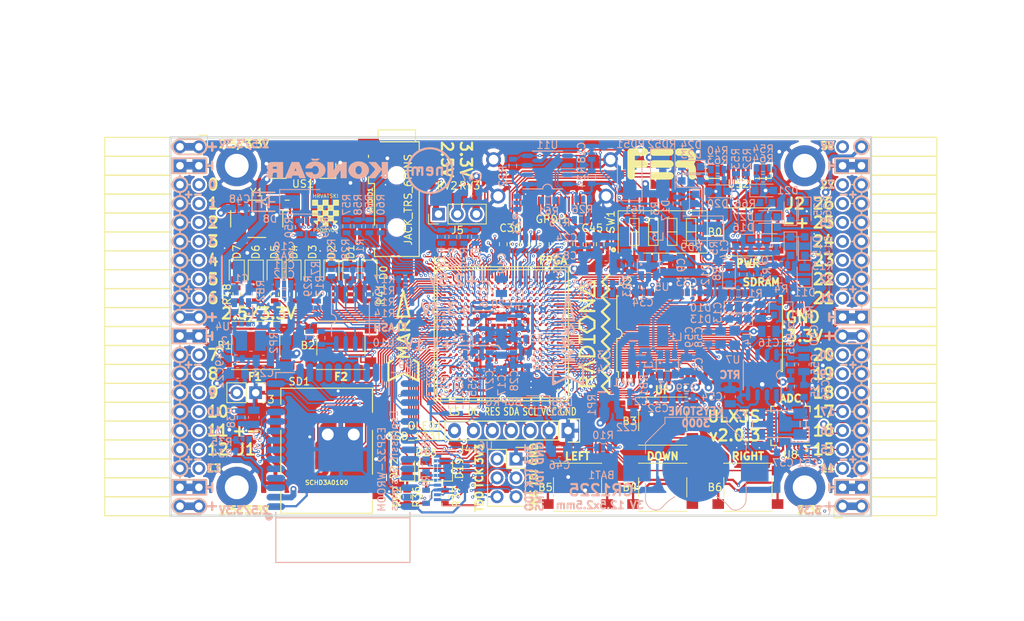
<source format=kicad_pcb>
(kicad_pcb (version 20171130) (host pcbnew 5.0.0-rc3+dfsg1-2)
  (layers (0 F.Cu signal) (1 In1.Cu signal) (2 In2.Cu signal) (31 B.Cu signal) (34 B.Paste user) (35 F.Paste user) (36 B.SilkS user) (37 F.SilkS user) (38 B.Mask user) (39 F.Mask user) (44 Edge.Cuts user))
  (net 0 "")
  (net 1 GND)
  (net 2 +5V)
  (net 3 /gpio/IN5V)
  (net 4 /gpio/OUT5V)
  (net 5 +3V3)
  (net 6 BTN_D)
  (net 7 BTN_F1)
  (net 8 BTN_F2)
  (net 9 BTN_L)
  (net 10 BTN_R)
  (net 11 BTN_U)
  (net 12 /power/FB1)
  (net 13 +2V5)
  (net 14 /power/PWREN)
  (net 15 /power/FB3)
  (net 16 /power/FB2)
  (net 17 /power/VBAT)
  (net 18 JTAG_TDI)
  (net 19 JTAG_TCK)
  (net 20 JTAG_TMS)
  (net 21 JTAG_TDO)
  (net 22 /power/WAKEUPn)
  (net 23 /power/WKUP)
  (net 24 /power/SHUT)
  (net 25 /power/WAKE)
  (net 26 /power/HOLD)
  (net 27 /power/WKn)
  (net 28 /power/OSCI_32k)
  (net 29 /power/OSCO_32k)
  (net 30 SHUTDOWN)
  (net 31 GPDI_SDA)
  (net 32 GPDI_SCL)
  (net 33 /gpdi/VREF2)
  (net 34 SD_CMD)
  (net 35 SD_CLK)
  (net 36 SD_D0)
  (net 37 SD_D1)
  (net 38 USB5V)
  (net 39 GPDI_CEC)
  (net 40 nRESET)
  (net 41 FTDI_nDTR)
  (net 42 SDRAM_CKE)
  (net 43 SDRAM_A7)
  (net 44 SDRAM_D15)
  (net 45 SDRAM_BA1)
  (net 46 SDRAM_D7)
  (net 47 SDRAM_A6)
  (net 48 SDRAM_CLK)
  (net 49 SDRAM_D13)
  (net 50 SDRAM_BA0)
  (net 51 SDRAM_D6)
  (net 52 SDRAM_A5)
  (net 53 SDRAM_D14)
  (net 54 SDRAM_A11)
  (net 55 SDRAM_D12)
  (net 56 SDRAM_D5)
  (net 57 SDRAM_A4)
  (net 58 SDRAM_A10)
  (net 59 SDRAM_D11)
  (net 60 SDRAM_A3)
  (net 61 SDRAM_D4)
  (net 62 SDRAM_D10)
  (net 63 SDRAM_D9)
  (net 64 SDRAM_A9)
  (net 65 SDRAM_D3)
  (net 66 SDRAM_D8)
  (net 67 SDRAM_A8)
  (net 68 SDRAM_A2)
  (net 69 SDRAM_A1)
  (net 70 SDRAM_A0)
  (net 71 SDRAM_D2)
  (net 72 SDRAM_D1)
  (net 73 SDRAM_D0)
  (net 74 SDRAM_DQM0)
  (net 75 SDRAM_nCS)
  (net 76 SDRAM_nRAS)
  (net 77 SDRAM_DQM1)
  (net 78 SDRAM_nCAS)
  (net 79 SDRAM_nWE)
  (net 80 /flash/FLASH_nWP)
  (net 81 /flash/FLASH_nHOLD)
  (net 82 /flash/FLASH_MOSI)
  (net 83 /flash/FLASH_MISO)
  (net 84 /flash/FLASH_SCK)
  (net 85 /flash/FLASH_nCS)
  (net 86 /flash/FPGA_PROGRAMN)
  (net 87 /flash/FPGA_DONE)
  (net 88 /flash/FPGA_INITN)
  (net 89 OLED_RES)
  (net 90 OLED_DC)
  (net 91 OLED_CS)
  (net 92 WIFI_EN)
  (net 93 FTDI_nRTS)
  (net 94 FTDI_TXD)
  (net 95 FTDI_RXD)
  (net 96 WIFI_RXD)
  (net 97 WIFI_GPIO0)
  (net 98 WIFI_TXD)
  (net 99 USB_FTDI_D+)
  (net 100 USB_FTDI_D-)
  (net 101 SD_D3)
  (net 102 AUDIO_L3)
  (net 103 AUDIO_L2)
  (net 104 AUDIO_L1)
  (net 105 AUDIO_L0)
  (net 106 AUDIO_R3)
  (net 107 AUDIO_R2)
  (net 108 AUDIO_R1)
  (net 109 AUDIO_R0)
  (net 110 OLED_CLK)
  (net 111 OLED_MOSI)
  (net 112 LED0)
  (net 113 LED1)
  (net 114 LED2)
  (net 115 LED3)
  (net 116 LED4)
  (net 117 LED5)
  (net 118 LED6)
  (net 119 LED7)
  (net 120 BTN_PWRn)
  (net 121 FTDI_nTXLED)
  (net 122 FTDI_nSLEEP)
  (net 123 /blinkey/LED_PWREN)
  (net 124 /blinkey/LED_TXLED)
  (net 125 /sdcard/SD3V3)
  (net 126 SD_D2)
  (net 127 CLK_25MHz)
  (net 128 /blinkey/BTNPUL)
  (net 129 /blinkey/BTNPUR)
  (net 130 USB_FPGA_D+)
  (net 131 /power/FTDI_nSUSPEND)
  (net 132 /blinkey/ALED0)
  (net 133 /blinkey/ALED1)
  (net 134 /blinkey/ALED2)
  (net 135 /blinkey/ALED3)
  (net 136 /blinkey/ALED4)
  (net 137 /blinkey/ALED5)
  (net 138 /blinkey/ALED6)
  (net 139 /blinkey/ALED7)
  (net 140 /usb/FTD-)
  (net 141 /usb/FTD+)
  (net 142 ADC_MISO)
  (net 143 ADC_MOSI)
  (net 144 ADC_CSn)
  (net 145 ADC_SCLK)
  (net 146 SW3)
  (net 147 SW2)
  (net 148 SW1)
  (net 149 USB_FPGA_D-)
  (net 150 /usb/FPD+)
  (net 151 /usb/FPD-)
  (net 152 WIFI_GPIO16)
  (net 153 /usb/ANT_433MHz)
  (net 154 PROG_DONE)
  (net 155 /power/P3V3)
  (net 156 /power/P2V5)
  (net 157 /power/L1)
  (net 158 /power/L3)
  (net 159 /power/L2)
  (net 160 FTDI_TXDEN)
  (net 161 SDRAM_A12)
  (net 162 /analog/AUDIO_V)
  (net 163 AUDIO_V3)
  (net 164 AUDIO_V2)
  (net 165 AUDIO_V1)
  (net 166 AUDIO_V0)
  (net 167 /blinkey/LED_WIFI)
  (net 168 /power/P1V1)
  (net 169 +1V1)
  (net 170 SW4)
  (net 171 /blinkey/SWPU)
  (net 172 /wifi/WIFIEN)
  (net 173 FT2V5)
  (net 174 GN0)
  (net 175 GP0)
  (net 176 GN1)
  (net 177 GP1)
  (net 178 GN2)
  (net 179 GP2)
  (net 180 GN3)
  (net 181 GP3)
  (net 182 GN4)
  (net 183 GP4)
  (net 184 GN5)
  (net 185 GP5)
  (net 186 GN6)
  (net 187 GP6)
  (net 188 GN14)
  (net 189 GP14)
  (net 190 GN15)
  (net 191 GP15)
  (net 192 GN16)
  (net 193 GP16)
  (net 194 GN17)
  (net 195 GP17)
  (net 196 GN18)
  (net 197 GP18)
  (net 198 GN19)
  (net 199 GP19)
  (net 200 GN20)
  (net 201 GP20)
  (net 202 GN21)
  (net 203 GP21)
  (net 204 GN22)
  (net 205 GP22)
  (net 206 GN23)
  (net 207 GP23)
  (net 208 GN24)
  (net 209 GP24)
  (net 210 GN25)
  (net 211 GP25)
  (net 212 GN26)
  (net 213 GP26)
  (net 214 GN27)
  (net 215 GP27)
  (net 216 GN7)
  (net 217 GP7)
  (net 218 GN8)
  (net 219 GP8)
  (net 220 GN9)
  (net 221 GP9)
  (net 222 GN10)
  (net 223 GP10)
  (net 224 GN11)
  (net 225 GP11)
  (net 226 GN12)
  (net 227 GP12)
  (net 228 GN13)
  (net 229 GP13)
  (net 230 WIFI_GPIO5)
  (net 231 WIFI_GPIO17)
  (net 232 USB_FPGA_PULL_D+)
  (net 233 USB_FPGA_PULL_D-)
  (net 234 "Net-(D23-Pad2)")
  (net 235 "Net-(D24-Pad1)")
  (net 236 "Net-(D25-Pad2)")
  (net 237 "Net-(D26-Pad1)")
  (net 238 /gpdi/GPDI_ETH+)
  (net 239 FPDI_ETH+)
  (net 240 /gpdi/GPDI_ETH-)
  (net 241 FPDI_ETH-)
  (net 242 /gpdi/GPDI_D2-)
  (net 243 FPDI_D2-)
  (net 244 /gpdi/GPDI_D1-)
  (net 245 FPDI_D1-)
  (net 246 /gpdi/GPDI_D0-)
  (net 247 FPDI_D0-)
  (net 248 /gpdi/GPDI_CLK-)
  (net 249 FPDI_CLK-)
  (net 250 /gpdi/GPDI_D2+)
  (net 251 FPDI_D2+)
  (net 252 /gpdi/GPDI_D1+)
  (net 253 FPDI_D1+)
  (net 254 /gpdi/GPDI_D0+)
  (net 255 FPDI_D0+)
  (net 256 /gpdi/GPDI_CLK+)
  (net 257 FPDI_CLK+)
  (net 258 FPDI_SDA)
  (net 259 FPDI_SCL)
  (net 260 /gpdi/FPDI_CEC)
  (net 261 2V5_3V3)
  (net 262 "Net-(AUDIO1-Pad5)")
  (net 263 "Net-(AUDIO1-Pad6)")
  (net 264 "Net-(U1-PadA15)")
  (net 265 "Net-(U1-PadC9)")
  (net 266 "Net-(U1-PadD9)")
  (net 267 "Net-(U1-PadD10)")
  (net 268 "Net-(U1-PadD11)")
  (net 269 "Net-(U1-PadD12)")
  (net 270 "Net-(U1-PadE6)")
  (net 271 "Net-(U1-PadE9)")
  (net 272 "Net-(U1-PadE10)")
  (net 273 "Net-(U1-PadE11)")
  (net 274 "Net-(U1-PadJ4)")
  (net 275 "Net-(U1-PadJ5)")
  (net 276 "Net-(U1-PadK5)")
  (net 277 "Net-(U1-PadL5)")
  (net 278 "Net-(U1-PadM4)")
  (net 279 "Net-(U1-PadM5)")
  (net 280 SD_CD)
  (net 281 SD_WP)
  (net 282 "Net-(U1-PadR3)")
  (net 283 "Net-(U1-PadT16)")
  (net 284 "Net-(U1-PadW4)")
  (net 285 "Net-(U1-PadW5)")
  (net 286 "Net-(U1-PadW8)")
  (net 287 "Net-(U1-PadW9)")
  (net 288 "Net-(U1-PadW13)")
  (net 289 "Net-(U1-PadW14)")
  (net 290 "Net-(U1-PadW17)")
  (net 291 "Net-(U1-PadW18)")
  (net 292 FTDI_nRXLED)
  (net 293 "Net-(U8-Pad12)")
  (net 294 "Net-(U8-Pad25)")
  (net 295 "Net-(U9-Pad32)")
  (net 296 "Net-(U9-Pad22)")
  (net 297 "Net-(U9-Pad21)")
  (net 298 "Net-(U9-Pad20)")
  (net 299 "Net-(U9-Pad19)")
  (net 300 "Net-(U9-Pad18)")
  (net 301 "Net-(U9-Pad17)")
  (net 302 "Net-(U9-Pad12)")
  (net 303 "Net-(U9-Pad5)")
  (net 304 "Net-(U9-Pad4)")
  (net 305 "Net-(US1-Pad4)")
  (net 306 "Net-(Y2-Pad3)")
  (net 307 "Net-(Y2-Pad2)")
  (net 308 "Net-(U1-PadK16)")
  (net 309 "Net-(U1-PadK17)")
  (net 310 /usb/US2VBUS)
  (net 311 /power/SHD)
  (net 312 /power/RTCVDD)
  (net 313 "Net-(D27-Pad2)")
  (net 314 US2_ID)
  (net 315 /analog/AUDIO_L)
  (net 316 /analog/AUDIO_R)
  (net 317 /analog/ADC3V3)
  (net 318 PWRBTn)
  (module conn-fci:CONN-10029449-111RLF (layer F.Cu) (at 145.296 69.312 180)
    (fp_text reference GPDI1 (at 0 -3.1115 180) (layer F.SilkS))
    (fp_text value GPDI-D)
    (pad 19 smd rect (at -4.25 -1 180) (size 0.3 1.9) (layers F.Cu F.Paste F.Mask) (net 240 /gpdi/GPDI_ETH-))
    (pad 18 smd rect (at -3.75 -1 180) (size 0.3 1.9) (layers F.Cu F.Paste F.Mask) (net 2 +5V))
    (pad 17 smd rect (at -3.25 -1 180) (size 0.3 1.9) (layers F.Cu F.Paste F.Mask) (net 1 GND))
    (pad 16 smd rect (at -2.75 -1 180) (size 0.3 1.9) (layers F.Cu F.Paste F.Mask) (net 31 GPDI_SDA))
    (pad 15 smd rect (at -2.25 -1 180) (size 0.3 1.9) (layers F.Cu F.Paste F.Mask) (net 32 GPDI_SCL))
    (pad 14 smd rect (at -1.75 -1 180) (size 0.3 1.9) (layers F.Cu F.Paste F.Mask) (net 238 /gpdi/GPDI_ETH+))
    (pad 13 smd rect (at -1.25 -1 180) (size 0.3 1.9) (layers F.Cu F.Paste F.Mask) (net 39 GPDI_CEC))
    (pad 12 smd rect (at -0.75 -1 180) (size 0.3 1.9) (layers F.Cu F.Paste F.Mask) (net 248 /gpdi/GPDI_CLK-))
    (pad 11 smd rect (at -0.25 -1 180) (size 0.3 1.9) (layers F.Cu F.Paste F.Mask) (net 1 GND))
    (pad 10 smd rect (at 0.25 -1 180) (size 0.3 1.9) (layers F.Cu F.Paste F.Mask) (net 256 /gpdi/GPDI_CLK+))
    (pad 9 smd rect (at 0.75 -1 180) (size 0.3 1.9) (layers F.Cu F.Paste F.Mask) (net 246 /gpdi/GPDI_D0-))
    (pad 8 smd rect (at 1.25 -1 180) (size 0.3 1.9) (layers F.Cu F.Paste F.Mask) (net 1 GND))
    (pad 7 smd rect (at 1.75 -1 180) (size 0.3 1.9) (layers F.Cu F.Paste F.Mask) (net 254 /gpdi/GPDI_D0+))
    (pad 6 smd rect (at 2.25 -1 180) (size 0.3 1.9) (layers F.Cu F.Paste F.Mask) (net 244 /gpdi/GPDI_D1-))
    (pad 5 smd rect (at 2.75 -1 180) (size 0.3 1.9) (layers F.Cu F.Paste F.Mask) (net 1 GND))
    (pad 4 smd rect (at 3.25 -1 180) (size 0.3 1.9) (layers F.Cu F.Paste F.Mask) (net 252 /gpdi/GPDI_D1+))
    (pad 3 smd rect (at 3.75 -1 180) (size 0.3 1.9) (layers F.Cu F.Paste F.Mask) (net 242 /gpdi/GPDI_D2-))
    (pad 2 smd rect (at 4.25 -1 180) (size 0.3 1.9) (layers F.Cu F.Paste F.Mask) (net 1 GND))
    (pad 1 smd rect (at 4.75 -1 180) (size 0.3 1.9) (layers F.Cu F.Paste F.Mask) (net 250 /gpdi/GPDI_D2+))
    (pad 0 thru_hole circle (at -7.25 0 180) (size 2 2) (drill 1.3) (layers *.Cu *.Mask F.Paste) (net 1 GND))
    (pad 0 thru_hole circle (at 7.25 0 180) (size 2 2) (drill 1.3) (layers *.Cu *.Mask F.Paste) (net 1 GND))
    (pad 0 thru_hole circle (at -7.85 4.9 180) (size 2 2) (drill 1.3) (layers *.Cu *.Mask F.Paste) (net 1 GND))
    (pad 0 thru_hole circle (at 7.85 4.9 180) (size 2 2) (drill 1.3) (layers *.Cu *.Mask F.Paste) (net 1 GND))
  )
  (module ESP32:ESP32-WROOM (layer B.Cu) (at 117.23 105.75 180)
    (fp_text reference U9 (at -8.366 13.85 180) (layer B.SilkS) (effects (justify mirror)))
    (fp_text value ESP-WROOM32)
    (fp_text user "Espressif Systems" (at -6.858 0.889 90) (layer B.SilkS) (effects (justify mirror)))
    (fp_text user ESP32-WROOM (at -5.207 -0.254 90) (layer B.SilkS) (effects (justify mirror)))
    (pad 38 smd oval (at -9 -5.25 180) (size 2.5 0.9) (layers B.Cu B.Mask) (net 1 GND))
    (pad 37 smd oval (at -9 -3.98 180) (size 2.5 0.9) (layers B.Cu B.Mask) (net 18 JTAG_TDI))
    (pad 36 smd oval (at -9 -2.71 180) (size 2.5 0.9) (layers B.Cu B.Mask) (net 154 PROG_DONE))
    (pad 35 smd oval (at -9 -1.44 180) (size 2.5 0.9) (layers B.Cu B.Mask) (net 98 WIFI_TXD))
    (pad 34 smd oval (at -9 -0.17 180) (size 2.5 0.9) (layers B.Cu B.Mask) (net 96 WIFI_RXD))
    (pad 33 smd oval (at -9 1.1 180) (size 2.5 0.9) (layers B.Cu B.Mask) (net 20 JTAG_TMS))
    (pad 32 smd oval (at -9 2.37 180) (size 2.5 0.9) (layers B.Cu B.Mask) (net 295 "Net-(U9-Pad32)"))
    (pad 31 smd oval (at -9 3.64 180) (size 2.5 0.9) (layers B.Cu B.Mask) (net 21 JTAG_TDO))
    (pad 30 smd oval (at -9 4.91 180) (size 2.5 0.9) (layers B.Cu B.Mask) (net 19 JTAG_TCK))
    (pad 29 smd oval (at -9 6.18 180) (size 2.5 0.9) (layers B.Cu B.Mask) (net 230 WIFI_GPIO5))
    (pad 28 smd oval (at -9 7.45 180) (size 2.5 0.9) (layers B.Cu B.Mask) (net 231 WIFI_GPIO17))
    (pad 27 smd oval (at -9 8.72 180) (size 2.5 0.9) (layers B.Cu B.Mask) (net 152 WIFI_GPIO16))
    (pad 26 smd oval (at -9 9.99 180) (size 2.5 0.9) (layers B.Cu B.Mask) (net 37 SD_D1))
    (pad 25 smd oval (at -9 11.26 180) (size 2.5 0.9) (layers B.Cu B.Mask) (net 97 WIFI_GPIO0))
    (pad 24 smd oval (at -5.715 12.75 180) (size 0.9 2.5) (layers B.Cu B.Mask) (net 36 SD_D0))
    (pad 23 smd oval (at -4.445 12.75 180) (size 0.9 2.5) (layers B.Cu B.Mask) (net 34 SD_CMD))
    (pad 22 smd oval (at -3.175 12.75 180) (size 0.9 2.5) (layers B.Cu B.Mask) (net 296 "Net-(U9-Pad22)"))
    (pad 21 smd oval (at -1.905 12.75 180) (size 0.9 2.5) (layers B.Cu B.Mask) (net 297 "Net-(U9-Pad21)"))
    (pad 20 smd oval (at -0.635 12.75 180) (size 0.9 2.5) (layers B.Cu B.Mask) (net 298 "Net-(U9-Pad20)"))
    (pad 19 smd oval (at 0.635 12.75 180) (size 0.9 2.5) (layers B.Cu B.Mask) (net 299 "Net-(U9-Pad19)"))
    (pad 18 smd oval (at 1.905 12.75 180) (size 0.9 2.5) (layers B.Cu B.Mask) (net 300 "Net-(U9-Pad18)"))
    (pad 17 smd oval (at 3.175 12.75 180) (size 0.9 2.5) (layers B.Cu B.Mask) (net 301 "Net-(U9-Pad17)"))
    (pad 16 smd oval (at 4.445 12.75 180) (size 0.9 2.5) (layers B.Cu B.Mask) (net 101 SD_D3))
    (pad 15 smd oval (at 5.715 12.75 180) (size 0.9 2.5) (layers B.Cu B.Mask) (net 1 GND))
    (pad 14 smd oval (at 9 11.26 180) (size 2.5 0.9) (layers B.Cu B.Mask) (net 126 SD_D2))
    (pad 13 smd oval (at 9 9.99 180) (size 2.5 0.9) (layers B.Cu B.Mask) (net 35 SD_CLK))
    (pad 12 smd oval (at 9 8.72 180) (size 2.5 0.9) (layers B.Cu B.Mask) (net 302 "Net-(U9-Pad12)"))
    (pad 11 smd oval (at 9 7.45 180) (size 2.5 0.9) (layers B.Cu B.Mask) (net 224 GN11))
    (pad 10 smd oval (at 9 6.18 180) (size 2.5 0.9) (layers B.Cu B.Mask) (net 225 GP11))
    (pad 9 smd oval (at 9 4.91 180) (size 2.5 0.9) (layers B.Cu B.Mask) (net 226 GN12))
    (pad 8 smd oval (at 9 3.64 180) (size 2.5 0.9) (layers B.Cu B.Mask) (net 227 GP12))
    (pad 7 smd oval (at 9 2.37 180) (size 2.5 0.9) (layers B.Cu B.Mask) (net 228 GN13))
    (pad 6 smd oval (at 9 1.1 180) (size 2.5 0.9) (layers B.Cu B.Mask) (net 229 GP13))
    (pad 5 smd oval (at 9 -0.17 180) (size 2.5 0.9) (layers B.Cu B.Mask) (net 303 "Net-(U9-Pad5)"))
    (pad 4 smd oval (at 9 -1.44 180) (size 2.5 0.9) (layers B.Cu B.Mask) (net 304 "Net-(U9-Pad4)"))
    (pad 3 smd oval (at 9 -2.71 180) (size 2.5 0.9) (layers B.Cu B.Mask) (net 172 /wifi/WIFIEN))
    (pad 2 smd oval (at 9 -3.98 180) (size 2.5 0.9) (layers B.Cu B.Mask) (net 5 +3V3))
    (pad 1 smd oval (at 9 -5.25 180) (size 2.5 0.9) (layers B.Cu B.Mask) (net 1 GND))
    (pad 39 smd rect (at 0.3 2.45 180) (size 6 6) (layers B.Cu B.Mask) (net 1 GND))
  )
  (module Capacitor_SMD:C_0603_1608Metric (layer B.Cu) (at 102.863 91.156)
    (fp_text reference C49 (at -2.159 -0.399 90) (layer B.SilkS) (effects (justify mirror)))
    (fp_text value 22nF)
    (pad 2 smd rect (at 0.875 0) (size 0.67 1) (layers B.Cu B.Paste B.Mask) (net 1 GND))
    (pad 1 smd rect (at -0.875 0) (size 0.67 1) (layers B.Cu B.Paste B.Mask) (net 261 2V5_3V3))
  )
  (module jumper:R_0805_2012Metric_Pad1.29x1.40mm_HandSolder_Jumper_NC (layer B.Cu) (at 149.472 78.311 270)
    (fp_text reference RP3 (at 0 3.414 270) (layer B.SilkS) (effects (justify mirror)))
    (fp_text value 0)
    (fp_line (start -1 0) (end 1 0) (layer B.Cu) (width 1))
    (pad 2 smd rect (at 0.9675 0 270) (size 1.295 1.4) (layers B.Cu B.Mask) (net 5 +3V3))
    (pad 1 smd rect (at -0.9675 0 270) (size 1.295 1.4) (layers B.Cu B.Mask) (net 155 /power/P3V3))
  )
  (module jumper:R_0805_2012Metric_Pad1.29x1.40mm_HandSolder_Jumper_NC (layer B.Cu) (at 109.609 89.632 270)
    (fp_text reference RP2 (at -0.635 1.651 270) (layer B.SilkS) (effects (justify mirror)))
    (fp_text value 0)
    (fp_line (start -1 0) (end 1 0) (layer B.Cu) (width 1))
    (pad 2 smd rect (at 0.9675 0 270) (size 1.295 1.4) (layers B.Cu B.Mask) (net 13 +2V5))
    (pad 1 smd rect (at -0.9675 0 270) (size 1.295 1.4) (layers B.Cu B.Mask) (net 156 /power/P2V5))
  )
  (module jumper:R_0805_2012Metric_Pad1.29x1.40mm_HandSolder_Jumper_NC (layer B.Cu) (at 152.281 97.361 270)
    (fp_text reference RP1 (at 0 1.65 270) (layer B.SilkS) (effects (justify mirror)))
    (fp_text value 0)
    (fp_line (start -1 0) (end 1 0) (layer B.Cu) (width 1))
    (pad 2 smd rect (at 0.9675 0 270) (size 1.295 1.4) (layers B.Cu B.Mask) (net 169 +1V1))
    (pad 1 smd rect (at -0.9675 0 270) (size 1.295 1.4) (layers B.Cu B.Mask) (net 168 /power/P1V1))
  )
  (module jumper:D_SMA_Jumper_NC (layer B.Cu) (at 164.854 73.63 180)
    (fp_text reference RD9 (at 0.889 -2.54 180) (layer B.SilkS) (effects (justify mirror)))
    (fp_text value 0)
    (fp_line (start -2 0) (end 2 0) (layer B.Cu) (width 1))
    (pad 2 smd rect (at 2 0 180) (size 2.5 1.8) (layers B.Cu B.Mask) (net 2 +5V))
    (pad 1 smd rect (at -2 0 180) (size 2.5 1.8) (layers B.Cu B.Mask) (net 310 /usb/US2VBUS))
  )
  (module jumper:D_SMA_Jumper_NC (layer B.Cu) (at 160.155 66.391 270)
    (fp_text reference RD52 (at -4.064 0.127) (layer B.SilkS) (effects (justify mirror)))
    (fp_text value 0)
    (fp_line (start -2 0) (end 2 0) (layer B.Cu) (width 1))
    (pad 2 smd rect (at 2 0 270) (size 2.5 1.8) (layers B.Cu B.Mask) (net 2 +5V))
    (pad 1 smd rect (at -2 0 270) (size 2.5 1.8) (layers B.Cu B.Mask) (net 4 /gpio/OUT5V))
  )
  (module jumper:D_SMA_Jumper_NC (layer B.Cu) (at 155.71 66.518 90)
    (fp_text reference RD51 (at 4.191 0.127 180) (layer B.SilkS) (effects (justify mirror)))
    (fp_text value 0)
    (fp_line (start -2 0) (end 2 0) (layer B.Cu) (width 1))
    (pad 2 smd rect (at 2 0 90) (size 2.5 1.8) (layers B.Cu B.Mask) (net 3 /gpio/IN5V))
    (pad 1 smd rect (at -2 0 90) (size 2.5 1.8) (layers B.Cu B.Mask) (net 2 +5V))
  )
  (module dipswitch:SW_DIP_x4_W8.61mm_Slide_LowProfile (layer F.Cu) (at 160.14 74.12 90)
    (fp_text reference SW1 (at 1.379 -6.97 90) (layer F.SilkS))
    (fp_text value SW_DIP_x04)
    (pad 8 smd rect (at 4.305 -3.81 90) (size 2.44 1.12) (layers F.Cu F.Paste F.Mask) (net 148 SW1))
    (pad 4 smd rect (at -4.305 3.81 90) (size 2.44 1.12) (layers F.Cu F.Paste F.Mask) (net 171 /blinkey/SWPU))
    (pad 7 smd rect (at 4.305 -1.27 90) (size 2.44 1.12) (layers F.Cu F.Paste F.Mask) (net 147 SW2))
    (pad 3 smd rect (at -4.305 1.27 90) (size 2.44 1.12) (layers F.Cu F.Paste F.Mask) (net 171 /blinkey/SWPU))
    (pad 6 smd rect (at 4.305 1.27 90) (size 2.44 1.12) (layers F.Cu F.Paste F.Mask) (net 146 SW3))
    (pad 2 smd rect (at -4.305 -1.27 90) (size 2.44 1.12) (layers F.Cu F.Paste F.Mask) (net 171 /blinkey/SWPU))
    (pad 5 smd rect (at 4.305 3.81 90) (size 2.44 1.12) (layers F.Cu F.Paste F.Mask) (net 170 SW4))
    (pad 1 smd rect (at -4.305 -3.81 90) (size 2.44 1.12) (layers F.Cu F.Paste F.Mask) (net 171 /blinkey/SWPU))
  )
  (module Keystone_3000_1x12mm-CoinCell:Keystone_3000_1x12mm-CoinCell (layer B.Cu) (at 164.585 105.87 90)
    (fp_text reference BAT1 (at -0.907 -12.685 180) (layer B.SilkS) (effects (justify mirror)))
    (fp_text value CR1225)
    (pad 1 smd rect (at 0 7.9 180) (size 3.7 3.5) (layers B.Cu B.Paste B.Mask) (net 17 /power/VBAT) (clearance 0.7))
    (pad 1 smd rect (at 0 -7.9 180) (size 3.7 3.5) (layers B.Cu B.Paste B.Mask) (net 17 /power/VBAT) (clearance 0.7))
    (pad 2 smd circle (at 0 0 180) (size 9 9) (layers B.Cu B.Mask) (net 1 GND))
  )
  (module SM8:SM8 (layer B.Cu) (at 144.68 65.8015 90)
    (fp_text reference U11 (at 3.3475 -0.019 -180) (layer B.SilkS) (effects (justify mirror)))
    (fp_text value PCA9306D)
    (pad 1 smd rect (at -1.905 -2.7) (size 1.55 0.6) (layers B.Cu B.Paste B.Mask) (net 1 GND))
    (pad 2 smd oval (at -0.635 -2.7) (size 1.55 0.6) (layers B.Cu B.Paste B.Mask) (net 13 +2V5))
    (pad 3 smd oval (at 0.635 -2.7) (size 1.55 0.6) (layers B.Cu B.Paste B.Mask) (net 259 FPDI_SCL))
    (pad 4 smd oval (at 1.905 -2.7) (size 1.55 0.6) (layers B.Cu B.Paste B.Mask) (net 258 FPDI_SDA))
    (pad 5 smd oval (at 1.905 2.7) (size 1.55 0.6) (layers B.Cu B.Paste B.Mask) (net 31 GPDI_SDA))
    (pad 6 smd oval (at 0.635 2.7) (size 1.55 0.6) (layers B.Cu B.Paste B.Mask) (net 32 GPDI_SCL))
    (pad 7 smd oval (at -0.635 2.7) (size 1.55 0.6) (layers B.Cu B.Paste B.Mask) (net 33 /gpdi/VREF2))
    (pad 8 smd oval (at -1.905 2.7) (size 1.55 0.6) (layers B.Cu B.Paste B.Mask) (net 5 +3V3))
  )
  (module TSOP54:TSOP54 (layer F.Cu) (at 165.093 87.8 90)
    (fp_text reference U2 (at 6.98 -9.993 180) (layer F.SilkS))
    (fp_text value MT48LC16M16A2TG)
    (pad 28 smd rect (at 5.53 10.4 90) (size 0.9 0.56) (layers F.Cu F.Paste F.Mask) (net 1 GND))
    (pad 1 smd rect (at -5.53 -10.4 90) (size 0.9 0.56) (layers F.Cu F.Paste F.Mask) (net 5 +3V3))
    (pad 2 smd rect (at -5.53 -9.6 90) (size 0.9 0.56) (layers F.Cu F.Paste F.Mask) (net 73 SDRAM_D0))
    (pad 3 smd rect (at -5.53 -8.8 90) (size 0.9 0.56) (layers F.Cu F.Paste F.Mask) (net 5 +3V3))
    (pad 4 smd rect (at -5.53 -8 90) (size 0.9 0.56) (layers F.Cu F.Paste F.Mask) (net 72 SDRAM_D1))
    (pad 5 smd rect (at -5.53 -7.2 90) (size 0.9 0.56) (layers F.Cu F.Paste F.Mask) (net 71 SDRAM_D2))
    (pad 6 smd rect (at -5.53 -6.4 90) (size 0.9 0.56) (layers F.Cu F.Paste F.Mask) (net 1 GND))
    (pad 7 smd rect (at -5.53 -5.6 90) (size 0.9 0.56) (layers F.Cu F.Paste F.Mask) (net 65 SDRAM_D3))
    (pad 8 smd rect (at -5.53 -4.8 90) (size 0.9 0.56) (layers F.Cu F.Paste F.Mask) (net 61 SDRAM_D4))
    (pad 9 smd rect (at -5.53 -4 90) (size 0.9 0.56) (layers F.Cu F.Paste F.Mask) (net 5 +3V3))
    (pad 10 smd rect (at -5.53 -3.2 90) (size 0.9 0.56) (layers F.Cu F.Paste F.Mask) (net 56 SDRAM_D5))
    (pad 11 smd rect (at -5.53 -2.4 90) (size 0.9 0.56) (layers F.Cu F.Paste F.Mask) (net 51 SDRAM_D6))
    (pad 12 smd rect (at -5.53 -1.6 90) (size 0.9 0.56) (layers F.Cu F.Paste F.Mask) (net 1 GND))
    (pad 13 smd rect (at -5.53 -0.8 90) (size 0.9 0.56) (layers F.Cu F.Paste F.Mask) (net 46 SDRAM_D7))
    (pad 14 smd rect (at -5.53 0 90) (size 0.9 0.56) (layers F.Cu F.Paste F.Mask) (net 5 +3V3))
    (pad 15 smd rect (at -5.53 0.8 90) (size 0.9 0.56) (layers F.Cu F.Paste F.Mask) (net 74 SDRAM_DQM0))
    (pad 16 smd rect (at -5.53 1.6 90) (size 0.9 0.56) (layers F.Cu F.Paste F.Mask) (net 79 SDRAM_nWE))
    (pad 17 smd rect (at -5.53 2.4 90) (size 0.9 0.56) (layers F.Cu F.Paste F.Mask) (net 78 SDRAM_nCAS))
    (pad 18 smd rect (at -5.53 3.2 90) (size 0.9 0.56) (layers F.Cu F.Paste F.Mask) (net 76 SDRAM_nRAS))
    (pad 19 smd rect (at -5.53 4 90) (size 0.9 0.56) (layers F.Cu F.Paste F.Mask) (net 75 SDRAM_nCS))
    (pad 20 smd rect (at -5.53 4.8 90) (size 0.9 0.56) (layers F.Cu F.Paste F.Mask) (net 50 SDRAM_BA0))
    (pad 21 smd rect (at -5.53 5.6 90) (size 0.9 0.56) (layers F.Cu F.Paste F.Mask) (net 45 SDRAM_BA1))
    (pad 22 smd rect (at -5.53 6.4 90) (size 0.9 0.56) (layers F.Cu F.Paste F.Mask) (net 58 SDRAM_A10))
    (pad 23 smd rect (at -5.53 7.2 90) (size 0.9 0.56) (layers F.Cu F.Paste F.Mask) (net 70 SDRAM_A0))
    (pad 24 smd rect (at -5.53 8 90) (size 0.9 0.56) (layers F.Cu F.Paste F.Mask) (net 69 SDRAM_A1))
    (pad 25 smd rect (at -5.53 8.8 90) (size 0.9 0.56) (layers F.Cu F.Paste F.Mask) (net 68 SDRAM_A2))
    (pad 26 smd rect (at -5.53 9.6 90) (size 0.9 0.56) (layers F.Cu F.Paste F.Mask) (net 60 SDRAM_A3))
    (pad 27 smd rect (at -5.53 10.4 90) (size 0.9 0.56) (layers F.Cu F.Paste F.Mask) (net 5 +3V3))
    (pad 29 smd rect (at 5.53 9.6 90) (size 0.9 0.56) (layers F.Cu F.Paste F.Mask) (net 57 SDRAM_A4))
    (pad 30 smd rect (at 5.53 8.8 90) (size 0.9 0.56) (layers F.Cu F.Paste F.Mask) (net 52 SDRAM_A5))
    (pad 31 smd rect (at 5.53 8 90) (size 0.9 0.56) (layers F.Cu F.Paste F.Mask) (net 47 SDRAM_A6))
    (pad 32 smd rect (at 5.53 7.2 90) (size 0.9 0.56) (layers F.Cu F.Paste F.Mask) (net 43 SDRAM_A7))
    (pad 33 smd rect (at 5.53 6.4 90) (size 0.9 0.56) (layers F.Cu F.Paste F.Mask) (net 67 SDRAM_A8))
    (pad 34 smd rect (at 5.53 5.6 90) (size 0.9 0.56) (layers F.Cu F.Paste F.Mask) (net 64 SDRAM_A9))
    (pad 35 smd rect (at 5.53 4.8 90) (size 0.9 0.56) (layers F.Cu F.Paste F.Mask) (net 54 SDRAM_A11))
    (pad 36 smd rect (at 5.53 4 90) (size 0.9 0.56) (layers F.Cu F.Paste F.Mask) (net 161 SDRAM_A12))
    (pad 37 smd rect (at 5.53 3.2 90) (size 0.9 0.56) (layers F.Cu F.Paste F.Mask) (net 42 SDRAM_CKE))
    (pad 38 smd rect (at 5.53 2.4 90) (size 0.9 0.56) (layers F.Cu F.Paste F.Mask) (net 48 SDRAM_CLK))
    (pad 39 smd rect (at 5.53 1.6 90) (size 0.9 0.56) (layers F.Cu F.Paste F.Mask) (net 77 SDRAM_DQM1))
    (pad 40 smd rect (at 5.53 0.8 90) (size 0.9 0.56) (layers F.Cu F.Paste F.Mask))
    (pad 41 smd rect (at 5.53 0 90) (size 0.9 0.56) (layers F.Cu F.Paste F.Mask) (net 1 GND))
    (pad 42 smd rect (at 5.53 -0.8 90) (size 0.9 0.56) (layers F.Cu F.Paste F.Mask) (net 66 SDRAM_D8))
    (pad 43 smd rect (at 5.53 -1.6 90) (size 0.9 0.56) (layers F.Cu F.Paste F.Mask) (net 5 +3V3))
    (pad 44 smd rect (at 5.53 -2.4 90) (size 0.9 0.56) (layers F.Cu F.Paste F.Mask) (net 63 SDRAM_D9))
    (pad 45 smd rect (at 5.53 -3.2 90) (size 0.9 0.56) (layers F.Cu F.Paste F.Mask) (net 62 SDRAM_D10))
    (pad 46 smd rect (at 5.53 -4 90) (size 0.9 0.56) (layers F.Cu F.Paste F.Mask) (net 1 GND))
    (pad 47 smd rect (at 5.53 -4.8 90) (size 0.9 0.56) (layers F.Cu F.Paste F.Mask) (net 59 SDRAM_D11))
    (pad 48 smd rect (at 5.53 -5.6 90) (size 0.9 0.56) (layers F.Cu F.Paste F.Mask) (net 55 SDRAM_D12))
    (pad 49 smd rect (at 5.53 -6.4 90) (size 0.9 0.56) (layers F.Cu F.Paste F.Mask) (net 5 +3V3))
    (pad 50 smd rect (at 5.53 -7.2 90) (size 0.9 0.56) (layers F.Cu F.Paste F.Mask) (net 49 SDRAM_D13))
    (pad 51 smd rect (at 5.53 -8 90) (size 0.9 0.56) (layers F.Cu F.Paste F.Mask) (net 53 SDRAM_D14))
    (pad 52 smd rect (at 5.53 -8.8 90) (size 0.9 0.56) (layers F.Cu F.Paste F.Mask) (net 1 GND))
    (pad 53 smd rect (at 5.53 -9.6 90) (size 0.9 0.56) (layers F.Cu F.Paste F.Mask) (net 44 SDRAM_D15))
    (pad 54 smd rect (at 5.53 -10.4 90) (size 0.9 0.56) (layers F.Cu F.Paste F.Mask) (net 1 GND))
  )
  (module SOA008-150mil:SOA008-150-208mil (layer B.Cu) (at 118.245 85.822 270)
    (fp_text reference U10 (at 3.175 -4.445) (layer B.SilkS) (effects (justify mirror)))
    (fp_text value IS25LP128F-JBLE)
    (pad 1 smd rect (at -3.302 1.905 270) (size 2.1 0.6) (layers B.Cu B.Paste B.Mask) (net 85 /flash/FLASH_nCS))
    (pad 2 smd oval (at -3.302 0.635 270) (size 2.1 0.6) (layers B.Cu B.Paste B.Mask) (net 83 /flash/FLASH_MISO))
    (pad 3 smd oval (at -3.302 -0.635 270) (size 2.1 0.6) (layers B.Cu B.Paste B.Mask) (net 80 /flash/FLASH_nWP))
    (pad 4 smd oval (at -3.302 -1.905 270) (size 2.1 0.6) (layers B.Cu B.Paste B.Mask) (net 1 GND))
    (pad 5 smd oval (at 3.302 -1.905 270) (size 2.1 0.6) (layers B.Cu B.Paste B.Mask) (net 82 /flash/FLASH_MOSI))
    (pad 6 smd oval (at 3.302 -0.635 270) (size 2.1 0.6) (layers B.Cu B.Paste B.Mask) (net 84 /flash/FLASH_SCK))
    (pad 7 smd oval (at 3.302 0.635 270) (size 2.1 0.6) (layers B.Cu B.Paste B.Mask) (net 81 /flash/FLASH_nHOLD))
    (pad 8 smd oval (at 3.302 1.905 270) (size 2.1 0.6) (layers B.Cu B.Paste B.Mask) (net 5 +3V3))
  )
  (module SOT96-1:SOT96-1 (layer B.Cu) (at 173.49 93.315 90)
    (fp_text reference U7 (at 2.032 -3.937 180) (layer B.SilkS) (effects (justify mirror)))
    (fp_text value MCP7940NT)
    (pad 1 smd rect (at -2.7 1.905 90) (size 1.55 0.6) (layers B.Cu B.Paste B.Mask) (net 28 /power/OSCI_32k))
    (pad 2 smd oval (at -2.7 0.635 90) (size 1.55 0.6) (layers B.Cu B.Paste B.Mask) (net 29 /power/OSCO_32k))
    (pad 3 smd oval (at -2.7 -0.635 90) (size 1.55 0.6) (layers B.Cu B.Paste B.Mask) (net 17 /power/VBAT))
    (pad 4 smd oval (at -2.7 -1.905 90) (size 1.55 0.6) (layers B.Cu B.Paste B.Mask) (net 1 GND))
    (pad 5 smd oval (at 2.7 -1.905 90) (size 1.55 0.6) (layers B.Cu B.Paste B.Mask) (net 258 FPDI_SDA))
    (pad 6 smd oval (at 2.7 -0.635 90) (size 1.55 0.6) (layers B.Cu B.Paste B.Mask) (net 259 FPDI_SCL))
    (pad 7 smd oval (at 2.7 0.635 90) (size 1.55 0.6) (layers B.Cu B.Paste B.Mask) (net 22 /power/WAKEUPn))
    (pad 8 smd oval (at 2.7 1.905 90) (size 1.55 0.6) (layers B.Cu B.Paste B.Mask) (net 312 /power/RTCVDD))
  )
  (module ft231x:FT231X-SSOP-20_4.4x6.5mm_Pitch0.65mm (layer B.Cu) (at 132.835 107.14 180)
    (fp_text reference U6 (at -3.556 4.318 180) (layer B.SilkS) (effects (justify mirror)))
    (fp_text value FT231XS)
    (pad 20 smd rect (at 2.9 2.925 180) (size 1 0.4) (layers B.Cu B.Paste B.Mask) (net 94 FTDI_TXD))
    (pad 19 smd rect (at 2.9 2.275 180) (size 1 0.4) (layers B.Cu B.Paste B.Mask) (net 122 FTDI_nSLEEP))
    (pad 18 smd rect (at 2.9 1.625 180) (size 1 0.4) (layers B.Cu B.Paste B.Mask) (net 160 FTDI_TXDEN))
    (pad 17 smd rect (at 2.9 0.975 180) (size 1 0.4) (layers B.Cu B.Paste B.Mask) (net 292 FTDI_nRXLED))
    (pad 16 smd rect (at 2.9 0.325 180) (size 1 0.4) (layers B.Cu B.Paste B.Mask) (net 1 GND))
    (pad 15 smd rect (at 2.9 -0.325 180) (size 1 0.4) (layers B.Cu B.Paste B.Mask) (net 38 USB5V))
    (pad 14 smd rect (at 2.9 -0.975 180) (size 1 0.4) (layers B.Cu B.Paste B.Mask) (net 40 nRESET))
    (pad 13 smd rect (at 2.9 -1.625 180) (size 1 0.4) (layers B.Cu B.Paste B.Mask) (net 173 FT2V5))
    (pad 12 smd rect (at 2.9 -2.275 180) (size 1 0.4) (layers B.Cu B.Paste B.Mask) (net 100 USB_FTDI_D-))
    (pad 11 smd rect (at 2.9 -2.925 180) (size 1 0.4) (layers B.Cu B.Paste B.Mask) (net 99 USB_FTDI_D+))
    (pad 10 smd rect (at -2.9 -2.925 180) (size 1 0.4) (layers B.Cu B.Paste B.Mask) (net 121 FTDI_nTXLED))
    (pad 9 smd rect (at -2.9 -2.275 180) (size 1 0.4) (layers B.Cu B.Paste B.Mask) (net 21 JTAG_TDO))
    (pad 8 smd rect (at -2.9 -1.625 180) (size 1 0.4) (layers B.Cu B.Paste B.Mask) (net 20 JTAG_TMS))
    (pad 7 smd rect (at -2.9 -0.975 180) (size 1 0.4) (layers B.Cu B.Paste B.Mask) (net 19 JTAG_TCK))
    (pad 6 smd rect (at -2.9 -0.325 180) (size 1 0.4) (layers B.Cu B.Paste B.Mask) (net 1 GND))
    (pad 5 smd rect (at -2.9 0.325 180) (size 1 0.4) (layers B.Cu B.Paste B.Mask) (net 18 JTAG_TDI))
    (pad 4 smd rect (at -2.9 0.975 180) (size 1 0.4) (layers B.Cu B.Paste B.Mask) (net 95 FTDI_RXD))
    (pad 3 smd rect (at -2.9 1.625 180) (size 1 0.4) (layers B.Cu B.Paste B.Mask) (net 173 FT2V5))
    (pad 2 smd rect (at -2.9 2.275 180) (size 1 0.4) (layers B.Cu B.Paste B.Mask) (net 93 FTDI_nRTS))
    (pad 1 smd rect (at -2.9 2.925 180) (size 1 0.4) (layers B.Cu B.Paste B.Mask) (net 41 FTDI_nDTR))
  )
  (module TSOT-25:TSOT-25 (layer B.Cu) (at 158.235 78.692)
    (fp_text reference U5 (at 1.793 2.812) (layer B.SilkS) (effects (justify mirror)))
    (fp_text value TLV62569DBV)
    (pad 1 smd rect (at -0.95 -1.3) (size 0.7 1.2) (layers B.Cu B.Paste B.Mask) (net 14 /power/PWREN))
    (pad 2 smd rect (at 0 -1.3) (size 0.7 1.2) (layers B.Cu B.Paste B.Mask) (net 1 GND))
    (pad 3 smd rect (at 0.95 -1.3) (size 0.7 1.2) (layers B.Cu B.Paste B.Mask) (net 158 /power/L3))
    (pad 4 smd rect (at 0.95 1.3) (size 0.7 1.2) (layers B.Cu B.Paste B.Mask) (net 2 +5V))
    (pad 5 smd rect (at -0.95 1.3) (size 0.7 1.2) (layers B.Cu B.Paste B.Mask) (net 15 /power/FB3))
  )
  (module TSOT-25:TSOT-25 (layer B.Cu) (at 160.775 91.9)
    (fp_text reference U3 (at -0.295 2.9) (layer B.SilkS) (effects (justify mirror)))
    (fp_text value TLV62569DBV)
    (pad 1 smd rect (at -0.95 -1.3) (size 0.7 1.2) (layers B.Cu B.Paste B.Mask) (net 14 /power/PWREN))
    (pad 2 smd rect (at 0 -1.3) (size 0.7 1.2) (layers B.Cu B.Paste B.Mask) (net 1 GND))
    (pad 3 smd rect (at 0.95 -1.3) (size 0.7 1.2) (layers B.Cu B.Paste B.Mask) (net 157 /power/L1))
    (pad 4 smd rect (at 0.95 1.3) (size 0.7 1.2) (layers B.Cu B.Paste B.Mask) (net 2 +5V))
    (pad 5 smd rect (at -0.95 1.3) (size 0.7 1.2) (layers B.Cu B.Paste B.Mask) (net 12 /power/FB1))
  )
  (module TSOT-25:TSOT-25 (layer B.Cu) (at 103.625 84.915 180)
    (fp_text reference U4 (at 2.54 -1.905 180) (layer B.SilkS) (effects (justify mirror)))
    (fp_text value TLV62569DBV)
    (pad 1 smd rect (at -0.95 -1.3 180) (size 0.7 1.2) (layers B.Cu B.Paste B.Mask) (net 14 /power/PWREN))
    (pad 2 smd rect (at 0 -1.3 180) (size 0.7 1.2) (layers B.Cu B.Paste B.Mask) (net 1 GND))
    (pad 3 smd rect (at 0.95 -1.3 180) (size 0.7 1.2) (layers B.Cu B.Paste B.Mask) (net 159 /power/L2))
    (pad 4 smd rect (at 0.95 1.3 180) (size 0.7 1.2) (layers B.Cu B.Paste B.Mask) (net 2 +5V))
    (pad 5 smd rect (at -0.95 1.3 180) (size 0.7 1.2) (layers B.Cu B.Paste B.Mask) (net 16 /power/FB2))
  )
  (module inem:inem (layer B.Cu) (at 128.913 65.883)
    (fp_text reference REF** hide)
    (fp_text value inem hide)
    (fp_text user inem (at 0 -0.1) (layer B.SilkS) (effects (font (size 1.5 1.5) (thickness 0.3)) (justify mirror)))
  )
  (module fer:fer4mm6 (layer F.Cu) (at 159.901 64.994)
    (fp_text reference fer hide)
    (fp_text value fer hide)
  )
  (module Socket_Strips:Socket_Strip_Angled_2x20 (layer F.Cu) (at 97.91 62.69 270)
    (fp_text reference J1 (at 40.64 -6.35) (layer F.SilkS) (effects (font (size 1.5 1.5) (thickness 0.3))))
    (fp_text value CONN_02X20 hide)
    (pad 1 thru_hole oval (at 0 0 270) (size 1.7272 1.7272) (drill 1.016) (layers *.Cu *.Mask) (net 261 2V5_3V3))
    (pad 2 thru_hole oval (at 0 2.54 270) (size 1.7272 1.7272) (drill 1.016) (layers *.Cu *.Mask) (net 261 2V5_3V3))
    (pad 3 thru_hole rect (at 2.54 0 270) (size 1.7272 1.7272) (drill 1.016) (layers *.Cu *.Mask) (net 1 GND))
    (pad 4 thru_hole rect (at 2.54 2.54 270) (size 1.7272 1.7272) (drill 1.016) (layers *.Cu *.Mask) (net 1 GND))
    (pad 5 thru_hole oval (at 5.08 0 270) (size 1.7272 1.7272) (drill 1.016) (layers *.Cu *.Mask) (net 174 GN0))
    (pad 6 thru_hole oval (at 5.08 2.54 270) (size 1.7272 1.7272) (drill 1.016) (layers *.Cu *.Mask) (net 175 GP0))
    (pad 7 thru_hole oval (at 7.62 0 270) (size 1.7272 1.7272) (drill 1.016) (layers *.Cu *.Mask) (net 176 GN1))
    (pad 8 thru_hole oval (at 7.62 2.54 270) (size 1.7272 1.7272) (drill 1.016) (layers *.Cu *.Mask) (net 177 GP1))
    (pad 9 thru_hole oval (at 10.16 0 270) (size 1.7272 1.7272) (drill 1.016) (layers *.Cu *.Mask) (net 178 GN2))
    (pad 10 thru_hole oval (at 10.16 2.54 270) (size 1.7272 1.7272) (drill 1.016) (layers *.Cu *.Mask) (net 179 GP2))
    (pad 11 thru_hole oval (at 12.7 0 270) (size 1.7272 1.7272) (drill 1.016) (layers *.Cu *.Mask) (net 180 GN3))
    (pad 12 thru_hole oval (at 12.7 2.54 270) (size 1.7272 1.7272) (drill 1.016) (layers *.Cu *.Mask) (net 181 GP3))
    (pad 13 thru_hole oval (at 15.24 0 270) (size 1.7272 1.7272) (drill 1.016) (layers *.Cu *.Mask) (net 182 GN4))
    (pad 14 thru_hole oval (at 15.24 2.54 270) (size 1.7272 1.7272) (drill 1.016) (layers *.Cu *.Mask) (net 183 GP4))
    (pad 15 thru_hole oval (at 17.78 0 270) (size 1.7272 1.7272) (drill 1.016) (layers *.Cu *.Mask) (net 184 GN5))
    (pad 16 thru_hole oval (at 17.78 2.54 270) (size 1.7272 1.7272) (drill 1.016) (layers *.Cu *.Mask) (net 185 GP5))
    (pad 17 thru_hole oval (at 20.32 0 270) (size 1.7272 1.7272) (drill 1.016) (layers *.Cu *.Mask) (net 186 GN6))
    (pad 18 thru_hole oval (at 20.32 2.54 270) (size 1.7272 1.7272) (drill 1.016) (layers *.Cu *.Mask) (net 187 GP6))
    (pad 19 thru_hole oval (at 22.86 0 270) (size 1.7272 1.7272) (drill 1.016) (layers *.Cu *.Mask) (net 261 2V5_3V3))
    (pad 20 thru_hole oval (at 22.86 2.54 270) (size 1.7272 1.7272) (drill 1.016) (layers *.Cu *.Mask) (net 261 2V5_3V3))
    (pad 21 thru_hole rect (at 25.4 0 270) (size 1.7272 1.7272) (drill 1.016) (layers *.Cu *.Mask) (net 1 GND))
    (pad 22 thru_hole rect (at 25.4 2.54 270) (size 1.7272 1.7272) (drill 1.016) (layers *.Cu *.Mask) (net 1 GND))
    (pad 23 thru_hole oval (at 27.94 0 270) (size 1.7272 1.7272) (drill 1.016) (layers *.Cu *.Mask) (net 216 GN7))
    (pad 24 thru_hole oval (at 27.94 2.54 270) (size 1.7272 1.7272) (drill 1.016) (layers *.Cu *.Mask) (net 217 GP7))
    (pad 25 thru_hole oval (at 30.48 0 270) (size 1.7272 1.7272) (drill 1.016) (layers *.Cu *.Mask) (net 218 GN8))
    (pad 26 thru_hole oval (at 30.48 2.54 270) (size 1.7272 1.7272) (drill 1.016) (layers *.Cu *.Mask) (net 219 GP8))
    (pad 27 thru_hole oval (at 33.02 0 270) (size 1.7272 1.7272) (drill 1.016) (layers *.Cu *.Mask) (net 220 GN9))
    (pad 28 thru_hole oval (at 33.02 2.54 270) (size 1.7272 1.7272) (drill 1.016) (layers *.Cu *.Mask) (net 221 GP9))
    (pad 29 thru_hole oval (at 35.56 0 270) (size 1.7272 1.7272) (drill 1.016) (layers *.Cu *.Mask) (net 222 GN10))
    (pad 30 thru_hole oval (at 35.56 2.54 270) (size 1.7272 1.7272) (drill 1.016) (layers *.Cu *.Mask) (net 223 GP10))
    (pad 31 thru_hole oval (at 38.1 0 270) (size 1.7272 1.7272) (drill 1.016) (layers *.Cu *.Mask) (net 224 GN11))
    (pad 32 thru_hole oval (at 38.1 2.54 270) (size 1.7272 1.7272) (drill 1.016) (layers *.Cu *.Mask) (net 225 GP11))
    (pad 33 thru_hole oval (at 40.64 0 270) (size 1.7272 1.7272) (drill 1.016) (layers *.Cu *.Mask) (net 226 GN12))
    (pad 34 thru_hole oval (at 40.64 2.54 270) (size 1.7272 1.7272) (drill 1.016) (layers *.Cu *.Mask) (net 227 GP12))
    (pad 35 thru_hole oval (at 43.18 0 270) (size 1.7272 1.7272) (drill 1.016) (layers *.Cu *.Mask) (net 228 GN13))
    (pad 36 thru_hole oval (at 43.18 2.54 270) (size 1.7272 1.7272) (drill 1.016) (layers *.Cu *.Mask) (net 229 GP13))
    (pad 37 thru_hole rect (at 45.72 0 270) (size 1.7272 1.7272) (drill 1.016) (layers *.Cu *.Mask) (net 1 GND))
    (pad 38 thru_hole rect (at 45.72 2.54 270) (size 1.7272 1.7272) (drill 1.016) (layers *.Cu *.Mask) (net 1 GND))
    (pad 39 thru_hole oval (at 48.26 0 270) (size 1.7272 1.7272) (drill 1.016) (layers *.Cu *.Mask) (net 261 2V5_3V3))
    (pad 40 thru_hole oval (at 48.26 2.54 270) (size 1.7272 1.7272) (drill 1.016) (layers *.Cu *.Mask) (net 261 2V5_3V3))
  )
  (module Socket_Strips:Socket_Strip_Angled_2x20 (layer F.Cu) (at 184.27 110.95 90)
    (fp_text reference J2 (at 40.64 -6.35 180) (layer F.SilkS) (effects (font (size 1.5 1.5) (thickness 0.3))))
    (fp_text value CONN_02X20 hide)
    (pad 1 thru_hole oval (at 0 0 90) (size 1.7272 1.7272) (drill 1.016) (layers *.Cu *.Mask) (net 5 +3V3))
    (pad 2 thru_hole oval (at 0 2.54 90) (size 1.7272 1.7272) (drill 1.016) (layers *.Cu *.Mask) (net 5 +3V3))
    (pad 3 thru_hole rect (at 2.54 0 90) (size 1.7272 1.7272) (drill 1.016) (layers *.Cu *.Mask) (net 1 GND))
    (pad 4 thru_hole rect (at 2.54 2.54 90) (size 1.7272 1.7272) (drill 1.016) (layers *.Cu *.Mask) (net 1 GND))
    (pad 5 thru_hole oval (at 5.08 0 90) (size 1.7272 1.7272) (drill 1.016) (layers *.Cu *.Mask) (net 188 GN14))
    (pad 6 thru_hole oval (at 5.08 2.54 90) (size 1.7272 1.7272) (drill 1.016) (layers *.Cu *.Mask) (net 189 GP14))
    (pad 7 thru_hole oval (at 7.62 0 90) (size 1.7272 1.7272) (drill 1.016) (layers *.Cu *.Mask) (net 190 GN15))
    (pad 8 thru_hole oval (at 7.62 2.54 90) (size 1.7272 1.7272) (drill 1.016) (layers *.Cu *.Mask) (net 191 GP15))
    (pad 9 thru_hole oval (at 10.16 0 90) (size 1.7272 1.7272) (drill 1.016) (layers *.Cu *.Mask) (net 192 GN16))
    (pad 10 thru_hole oval (at 10.16 2.54 90) (size 1.7272 1.7272) (drill 1.016) (layers *.Cu *.Mask) (net 193 GP16))
    (pad 11 thru_hole oval (at 12.7 0 90) (size 1.7272 1.7272) (drill 1.016) (layers *.Cu *.Mask) (net 194 GN17))
    (pad 12 thru_hole oval (at 12.7 2.54 90) (size 1.7272 1.7272) (drill 1.016) (layers *.Cu *.Mask) (net 195 GP17))
    (pad 13 thru_hole oval (at 15.24 0 90) (size 1.7272 1.7272) (drill 1.016) (layers *.Cu *.Mask) (net 196 GN18))
    (pad 14 thru_hole oval (at 15.24 2.54 90) (size 1.7272 1.7272) (drill 1.016) (layers *.Cu *.Mask) (net 197 GP18))
    (pad 15 thru_hole oval (at 17.78 0 90) (size 1.7272 1.7272) (drill 1.016) (layers *.Cu *.Mask) (net 198 GN19))
    (pad 16 thru_hole oval (at 17.78 2.54 90) (size 1.7272 1.7272) (drill 1.016) (layers *.Cu *.Mask) (net 199 GP19))
    (pad 17 thru_hole oval (at 20.32 0 90) (size 1.7272 1.7272) (drill 1.016) (layers *.Cu *.Mask) (net 200 GN20))
    (pad 18 thru_hole oval (at 20.32 2.54 90) (size 1.7272 1.7272) (drill 1.016) (layers *.Cu *.Mask) (net 201 GP20))
    (pad 19 thru_hole oval (at 22.86 0 90) (size 1.7272 1.7272) (drill 1.016) (layers *.Cu *.Mask) (net 5 +3V3))
    (pad 20 thru_hole oval (at 22.86 2.54 90) (size 1.7272 1.7272) (drill 1.016) (layers *.Cu *.Mask) (net 5 +3V3))
    (pad 21 thru_hole rect (at 25.4 0 90) (size 1.7272 1.7272) (drill 1.016) (layers *.Cu *.Mask) (net 1 GND))
    (pad 22 thru_hole rect (at 25.4 2.54 90) (size 1.7272 1.7272) (drill 1.016) (layers *.Cu *.Mask) (net 1 GND))
    (pad 23 thru_hole oval (at 27.94 0 90) (size 1.7272 1.7272) (drill 1.016) (layers *.Cu *.Mask) (net 202 GN21))
    (pad 24 thru_hole oval (at 27.94 2.54 90) (size 1.7272 1.7272) (drill 1.016) (layers *.Cu *.Mask) (net 203 GP21))
    (pad 25 thru_hole oval (at 30.48 0 90) (size 1.7272 1.7272) (drill 1.016) (layers *.Cu *.Mask) (net 204 GN22))
    (pad 26 thru_hole oval (at 30.48 2.54 90) (size 1.7272 1.7272) (drill 1.016) (layers *.Cu *.Mask) (net 205 GP22))
    (pad 27 thru_hole oval (at 33.02 0 90) (size 1.7272 1.7272) (drill 1.016) (layers *.Cu *.Mask) (net 206 GN23))
    (pad 28 thru_hole oval (at 33.02 2.54 90) (size 1.7272 1.7272) (drill 1.016) (layers *.Cu *.Mask) (net 207 GP23))
    (pad 29 thru_hole oval (at 35.56 0 90) (size 1.7272 1.7272) (drill 1.016) (layers *.Cu *.Mask) (net 208 GN24))
    (pad 30 thru_hole oval (at 35.56 2.54 90) (size 1.7272 1.7272) (drill 1.016) (layers *.Cu *.Mask) (net 209 GP24))
    (pad 31 thru_hole oval (at 38.1 0 90) (size 1.7272 1.7272) (drill 1.016) (layers *.Cu *.Mask) (net 210 GN25))
    (pad 32 thru_hole oval (at 38.1 2.54 90) (size 1.7272 1.7272) (drill 1.016) (layers *.Cu *.Mask) (net 211 GP25))
    (pad 33 thru_hole oval (at 40.64 0 90) (size 1.7272 1.7272) (drill 1.016) (layers *.Cu *.Mask) (net 212 GN26))
    (pad 34 thru_hole oval (at 40.64 2.54 90) (size 1.7272 1.7272) (drill 1.016) (layers *.Cu *.Mask) (net 213 GP26))
    (pad 35 thru_hole oval (at 43.18 0 90) (size 1.7272 1.7272) (drill 1.016) (layers *.Cu *.Mask) (net 214 GN27))
    (pad 36 thru_hole oval (at 43.18 2.54 90) (size 1.7272 1.7272) (drill 1.016) (layers *.Cu *.Mask) (net 215 GP27))
    (pad 37 thru_hole rect (at 45.72 0 90) (size 1.7272 1.7272) (drill 1.016) (layers *.Cu *.Mask) (net 1 GND))
    (pad 38 thru_hole rect (at 45.72 2.54 90) (size 1.7272 1.7272) (drill 1.016) (layers *.Cu *.Mask) (net 1 GND))
    (pad 39 thru_hole oval (at 48.26 0 90) (size 1.7272 1.7272) (drill 1.016) (layers *.Cu *.Mask) (net 3 /gpio/IN5V))
    (pad 40 thru_hole oval (at 48.26 2.54 90) (size 1.7272 1.7272) (drill 1.016) (layers *.Cu *.Mask) (net 4 /gpio/OUT5V))
  )
  (module Mounting_Holes:MountingHole_3.2mm_M3_ISO14580_Pad (layer F.Cu) (at 102.99 108.41)
    (fp_text reference H1 hide)
    (fp_text value HOLE hide)
    (pad 1 thru_hole circle (at 0 0) (size 5.5 5.5) (drill 3.2) (layers *.Cu *.Mask) (net 1 GND))
  )
  (module Mounting_Holes:MountingHole_3.2mm_M3_ISO14580_Pad (layer F.Cu) (at 179.19 108.41)
    (fp_text reference H2 hide)
    (fp_text value HOLE hide)
    (pad 1 thru_hole circle (at 0 0) (size 5.5 5.5) (drill 3.2) (layers *.Cu *.Mask) (net 1 GND))
  )
  (module Mounting_Holes:MountingHole_3.2mm_M3_ISO14580_Pad (layer F.Cu) (at 179.19 65.23)
    (fp_text reference H3 hide)
    (fp_text value HOLE hide)
    (pad 1 thru_hole circle (at 0 0) (size 5.5 5.5) (drill 3.2) (layers *.Cu *.Mask) (net 1 GND))
  )
  (module Mounting_Holes:MountingHole_3.2mm_M3_ISO14580_Pad (layer F.Cu) (at 102.99 65.23)
    (fp_text reference H4 hide)
    (fp_text value HOLE hide)
    (pad 1 thru_hole circle (at 0 0) (size 5.5 5.5) (drill 3.2) (layers *.Cu *.Mask) (net 1 GND))
  )
  (module Socket_Strips:Socket_Strip_Straight_2x03 (layer F.Cu) (at 140.455 104.6 270)
    (fp_text reference J4 (at -1.252 6.843) (layer F.SilkS))
    (fp_text value CONN_02X03 hide)
    (pad 1 thru_hole rect (at 0 0 270) (size 1.7272 1.7272) (drill 1.016) (layers *.Cu *.Mask) (net 1 GND))
    (pad 2 thru_hole oval (at 0 2.54 270) (size 1.7272 1.7272) (drill 1.016) (layers *.Cu *.Mask) (net 5 +3V3))
    (pad 3 thru_hole oval (at 2.54 0 270) (size 1.7272 1.7272) (drill 1.016) (layers *.Cu *.Mask) (net 18 JTAG_TDI))
    (pad 4 thru_hole oval (at 2.54 2.54 270) (size 1.7272 1.7272) (drill 1.016) (layers *.Cu *.Mask) (net 19 JTAG_TCK))
    (pad 5 thru_hole oval (at 5.08 0 270) (size 1.7272 1.7272) (drill 1.016) (layers *.Cu *.Mask) (net 20 JTAG_TMS))
    (pad 6 thru_hole oval (at 5.08 2.54 270) (size 1.7272 1.7272) (drill 1.016) (layers *.Cu *.Mask) (net 21 JTAG_TDO))
  )
  (module Housings_DFN_QFN:QFN-28-1EP_5x5mm_Pitch0.5mm (layer F.Cu) (at 177.285 100.155 180)
    (fp_text reference U8 (at 0 -3.875 180) (layer F.SilkS))
    (fp_text value MAX11125)
    (pad 1 smd oval (at -2.45 -1.5 180) (size 0.85 0.3) (layers F.Cu F.Paste F.Mask) (net 191 GP15))
    (pad 2 smd oval (at -2.45 -1 180) (size 0.85 0.3) (layers F.Cu F.Paste F.Mask) (net 192 GN16))
    (pad 3 smd oval (at -2.45 -0.5 180) (size 0.85 0.3) (layers F.Cu F.Paste F.Mask) (net 193 GP16))
    (pad 4 smd oval (at -2.45 0 180) (size 0.85 0.3) (layers F.Cu F.Paste F.Mask) (net 194 GN17))
    (pad 5 smd oval (at -2.45 0.5 180) (size 0.85 0.3) (layers F.Cu F.Paste F.Mask) (net 195 GP17))
    (pad 6 smd oval (at -2.45 1 180) (size 0.85 0.3) (layers F.Cu F.Paste F.Mask) (net 1 GND))
    (pad 7 smd oval (at -2.45 1.5 180) (size 0.85 0.3) (layers F.Cu F.Paste F.Mask) (net 1 GND))
    (pad 8 smd oval (at -1.5 2.45 270) (size 0.85 0.3) (layers F.Cu F.Paste F.Mask) (net 1 GND))
    (pad 9 smd oval (at -1 2.45 270) (size 0.85 0.3) (layers F.Cu F.Paste F.Mask) (net 1 GND))
    (pad 10 smd oval (at -0.5 2.45 270) (size 0.85 0.3) (layers F.Cu F.Paste F.Mask) (net 1 GND))
    (pad 11 smd oval (at 0 2.45 270) (size 0.85 0.3) (layers F.Cu F.Paste F.Mask) (net 1 GND))
    (pad 12 smd oval (at 0.5 2.45 270) (size 0.85 0.3) (layers F.Cu F.Paste F.Mask) (net 293 "Net-(U8-Pad12)"))
    (pad 13 smd oval (at 1 2.45 270) (size 0.85 0.3) (layers F.Cu F.Paste F.Mask) (net 1 GND))
    (pad 14 smd oval (at 1.5 2.45 270) (size 0.85 0.3) (layers F.Cu F.Paste F.Mask) (net 1 GND))
    (pad 15 smd oval (at 2.45 1.5 180) (size 0.85 0.3) (layers F.Cu F.Paste F.Mask) (net 317 /analog/ADC3V3))
    (pad 16 smd oval (at 2.45 1 180) (size 0.85 0.3) (layers F.Cu F.Paste F.Mask) (net 1 GND))
    (pad 17 smd oval (at 2.45 0.5 180) (size 0.85 0.3) (layers F.Cu F.Paste F.Mask) (net 317 /analog/ADC3V3))
    (pad 18 smd oval (at 2.45 0 180) (size 0.85 0.3) (layers F.Cu F.Paste F.Mask) (net 317 /analog/ADC3V3))
    (pad 19 smd oval (at 2.45 -0.5 180) (size 0.85 0.3) (layers F.Cu F.Paste F.Mask) (net 145 ADC_SCLK))
    (pad 20 smd oval (at 2.45 -1 180) (size 0.85 0.3) (layers F.Cu F.Paste F.Mask) (net 144 ADC_CSn))
    (pad 21 smd oval (at 2.45 -1.5 180) (size 0.85 0.3) (layers F.Cu F.Paste F.Mask) (net 143 ADC_MOSI))
    (pad 22 smd oval (at 1.5 -2.45 270) (size 0.85 0.3) (layers F.Cu F.Paste F.Mask) (net 1 GND))
    (pad 23 smd oval (at 1 -2.45 270) (size 0.85 0.3) (layers F.Cu F.Paste F.Mask) (net 317 /analog/ADC3V3))
    (pad 24 smd oval (at 0.5 -2.45 270) (size 0.85 0.3) (layers F.Cu F.Paste F.Mask) (net 142 ADC_MISO))
    (pad 25 smd oval (at 0 -2.45 270) (size 0.85 0.3) (layers F.Cu F.Paste F.Mask) (net 294 "Net-(U8-Pad25)"))
    (pad 26 smd oval (at -0.5 -2.45 270) (size 0.85 0.3) (layers F.Cu F.Paste F.Mask) (net 188 GN14))
    (pad 27 smd oval (at -1 -2.45 270) (size 0.85 0.3) (layers F.Cu F.Paste F.Mask) (net 189 GP14))
    (pad 28 smd oval (at -1.5 -2.45 270) (size 0.85 0.3) (layers F.Cu F.Paste F.Mask) (net 190 GN15))
    (pad 29 smd rect (at 0.8375 0.8375 180) (size 1.675 1.675) (layers F.Cu F.Paste F.Mask) (net 1 GND))
    (pad 29 smd rect (at 0.8375 -0.8375 180) (size 1.675 1.675) (layers F.Cu F.Paste F.Mask) (net 1 GND))
    (pad 29 smd rect (at -0.8375 0.8375 180) (size 1.675 1.675) (layers F.Cu F.Paste F.Mask) (net 1 GND))
    (pad 29 smd rect (at -0.8375 -0.8375 180) (size 1.675 1.675) (layers F.Cu F.Paste F.Mask) (net 1 GND))
  )
  (module oled:oled_13xx (layer F.Cu) (at 139.82 100.79 180)
    (fp_text reference OLED1 (at 11.557 0.635 180) (layer F.SilkS))
    (fp_text value SSD_1331 (at 12.954 -0.762 180) (layer F.SilkS))
    (fp_text user CS (at 7.62 2.54 180) (layer F.SilkS) (effects (font (size 1 0.75))))
    (fp_text user DC (at 5.08 2.54 180) (layer F.SilkS) (effects (font (size 1 0.75))))
    (fp_text user RES (at 2.54 2.54 180) (layer F.SilkS) (effects (font (size 1 0.75))))
    (fp_text user SDA (at 0 2.54 180) (layer F.SilkS) (effects (font (size 1 0.75))))
    (fp_text user SCL (at -2.54 2.54 180) (layer F.SilkS) (effects (font (size 1 0.75))))
    (fp_text user VCC (at -5.08 2.54 180) (layer F.SilkS) (effects (font (size 1 0.75))))
    (fp_text user GND (at -7.62 2.54 180) (layer F.SilkS) (effects (font (size 1 0.75))))
    (pad 1 thru_hole rect (at -7.62 0 180) (size 1.7272 2.032) (drill 1.016) (layers *.Cu *.Mask) (net 1 GND))
    (pad 2 thru_hole oval (at -5.08 0 180) (size 1.7272 2.032) (drill 1.016) (layers *.Cu *.Mask) (net 5 +3V3))
    (pad 3 thru_hole oval (at -2.54 0 180) (size 1.7272 2.032) (drill 1.016) (layers *.Cu *.Mask) (net 110 OLED_CLK))
    (pad 4 thru_hole oval (at 0 0 180) (size 1.7272 2.032) (drill 1.016) (layers *.Cu *.Mask) (net 111 OLED_MOSI))
    (pad 5 thru_hole oval (at 2.54 0 180) (size 1.7272 2.032) (drill 1.016) (layers *.Cu *.Mask) (net 89 OLED_RES))
    (pad 6 thru_hole oval (at 5.08 0 180) (size 1.7272 2.032) (drill 1.016) (layers *.Cu *.Mask) (net 90 OLED_DC))
    (pad 7 thru_hole oval (at 7.62 0 180) (size 1.7272 2.032) (drill 1.016) (layers *.Cu *.Mask) (net 91 OLED_CS))
  )
  (module lfe5bg381:BGA-381_pitch0.8mm_dia0.4mm (layer F.Cu) (at 138.48 87.8)
    (fp_text reference U1 (at -8.2 -9.8) (layer F.SilkS))
    (fp_text value LFE5U-85F-6BG381C)
    (pad A2 smd circle (at -6.8 -7.6) (size 0.35 0.35) (layers F.Cu F.Paste F.Mask) (net 221 GP9))
    (pad A3 smd circle (at -6 -7.6) (size 0.35 0.35) (layers F.Cu F.Paste F.Mask) (net 109 AUDIO_R0))
    (pad A4 smd circle (at -5.2 -7.6) (size 0.35 0.35) (layers F.Cu F.Paste F.Mask) (net 219 GP8))
    (pad A5 smd circle (at -4.4 -7.6) (size 0.35 0.35) (layers F.Cu F.Paste F.Mask) (net 218 GN8))
    (pad A6 smd circle (at -3.6 -7.6) (size 0.35 0.35) (layers F.Cu F.Paste F.Mask) (net 217 GP7))
    (pad A7 smd circle (at -2.8 -7.6) (size 0.35 0.35) (layers F.Cu F.Paste F.Mask) (net 183 GP4))
    (pad A8 smd circle (at -2 -7.6) (size 0.35 0.35) (layers F.Cu F.Paste F.Mask) (net 182 GN4))
    (pad A9 smd circle (at -1.2 -7.6) (size 0.35 0.35) (layers F.Cu F.Paste F.Mask) (net 179 GP2))
    (pad A10 smd circle (at -0.4 -7.6) (size 0.35 0.35) (layers F.Cu F.Paste F.Mask) (net 177 GP1))
    (pad A11 smd circle (at 0.4 -7.6) (size 0.35 0.35) (layers F.Cu F.Paste F.Mask) (net 176 GN1))
    (pad A12 smd circle (at 1.2 -7.6) (size 0.35 0.35) (layers F.Cu F.Paste F.Mask) (net 251 FPDI_D2+))
    (pad A13 smd circle (at 2 -7.6) (size 0.35 0.35) (layers F.Cu F.Paste F.Mask) (net 243 FPDI_D2-))
    (pad A14 smd circle (at 2.8 -7.6) (size 0.35 0.35) (layers F.Cu F.Paste F.Mask) (net 253 FPDI_D1+))
    (pad A15 smd circle (at 3.6 -7.6) (size 0.35 0.35) (layers F.Cu F.Paste F.Mask) (net 264 "Net-(U1-PadA15)"))
    (pad A16 smd circle (at 4.4 -7.6) (size 0.35 0.35) (layers F.Cu F.Paste F.Mask) (net 255 FPDI_D0+))
    (pad A17 smd circle (at 5.2 -7.6) (size 0.35 0.35) (layers F.Cu F.Paste F.Mask) (net 257 FPDI_CLK+))
    (pad A18 smd circle (at 6 -7.6) (size 0.35 0.35) (layers F.Cu F.Paste F.Mask) (net 260 /gpdi/FPDI_CEC))
    (pad A19 smd circle (at 6.8 -7.6) (size 0.35 0.35) (layers F.Cu F.Paste F.Mask) (net 239 FPDI_ETH+))
    (pad B1 smd circle (at -7.6 -6.8) (size 0.35 0.35) (layers F.Cu F.Paste F.Mask) (net 220 GN9))
    (pad B2 smd circle (at -6.8 -6.8) (size 0.35 0.35) (layers F.Cu F.Paste F.Mask) (net 112 LED0))
    (pad B3 smd circle (at -6 -6.8) (size 0.35 0.35) (layers F.Cu F.Paste F.Mask) (net 102 AUDIO_L3))
    (pad B4 smd circle (at -5.2 -6.8) (size 0.35 0.35) (layers F.Cu F.Paste F.Mask) (net 222 GN10))
    (pad B5 smd circle (at -4.4 -6.8) (size 0.35 0.35) (layers F.Cu F.Paste F.Mask) (net 108 AUDIO_R1))
    (pad B6 smd circle (at -3.6 -6.8) (size 0.35 0.35) (layers F.Cu F.Paste F.Mask) (net 216 GN7))
    (pad B7 smd circle (at -2.8 -6.8) (size 0.35 0.35) (layers F.Cu F.Paste F.Mask) (net 1 GND))
    (pad B8 smd circle (at -2 -6.8) (size 0.35 0.35) (layers F.Cu F.Paste F.Mask) (net 184 GN5))
    (pad B9 smd circle (at -1.2 -6.8) (size 0.35 0.35) (layers F.Cu F.Paste F.Mask) (net 181 GP3))
    (pad B10 smd circle (at -0.4 -6.8) (size 0.35 0.35) (layers F.Cu F.Paste F.Mask) (net 178 GN2))
    (pad B11 smd circle (at 0.4 -6.8) (size 0.35 0.35) (layers F.Cu F.Paste F.Mask) (net 175 GP0))
    (pad B12 smd circle (at 1.2 -6.8) (size 0.35 0.35) (layers F.Cu F.Paste F.Mask) (net 232 USB_FPGA_PULL_D+))
    (pad B13 smd circle (at 2 -6.8) (size 0.35 0.35) (layers F.Cu F.Paste F.Mask) (net 213 GP26))
    (pad B14 smd circle (at 2.8 -6.8) (size 0.35 0.35) (layers F.Cu F.Paste F.Mask) (net 1 GND))
    (pad B15 smd circle (at 3.6 -6.8) (size 0.35 0.35) (layers F.Cu F.Paste F.Mask) (net 205 GP22))
    (pad B16 smd circle (at 4.4 -6.8) (size 0.35 0.35) (layers F.Cu F.Paste F.Mask) (net 247 FPDI_D0-))
    (pad B17 smd circle (at 5.2 -6.8) (size 0.35 0.35) (layers F.Cu F.Paste F.Mask) (net 207 GP23))
    (pad B18 smd circle (at 6 -6.8) (size 0.35 0.35) (layers F.Cu F.Paste F.Mask) (net 249 FPDI_CLK-))
    (pad B19 smd circle (at 6.8 -6.8) (size 0.35 0.35) (layers F.Cu F.Paste F.Mask) (net 258 FPDI_SDA))
    (pad B20 smd circle (at 7.6 -6.8) (size 0.35 0.35) (layers F.Cu F.Paste F.Mask) (net 241 FPDI_ETH-))
    (pad C1 smd circle (at -7.6 -6) (size 0.35 0.35) (layers F.Cu F.Paste F.Mask) (net 114 LED2))
    (pad C2 smd circle (at -6.8 -6) (size 0.35 0.35) (layers F.Cu F.Paste F.Mask) (net 113 LED1))
    (pad C3 smd circle (at -6 -6) (size 0.35 0.35) (layers F.Cu F.Paste F.Mask) (net 103 AUDIO_L2))
    (pad C4 smd circle (at -5.2 -6) (size 0.35 0.35) (layers F.Cu F.Paste F.Mask) (net 223 GP10))
    (pad C5 smd circle (at -4.4 -6) (size 0.35 0.35) (layers F.Cu F.Paste F.Mask) (net 106 AUDIO_R3))
    (pad C6 smd circle (at -3.6 -6) (size 0.35 0.35) (layers F.Cu F.Paste F.Mask) (net 187 GP6))
    (pad C7 smd circle (at -2.8 -6) (size 0.35 0.35) (layers F.Cu F.Paste F.Mask) (net 186 GN6))
    (pad C8 smd circle (at -2 -6) (size 0.35 0.35) (layers F.Cu F.Paste F.Mask) (net 185 GP5))
    (pad C9 smd circle (at -1.2 -6) (size 0.35 0.35) (layers F.Cu F.Paste F.Mask) (net 265 "Net-(U1-PadC9)"))
    (pad C10 smd circle (at -0.4 -6) (size 0.35 0.35) (layers F.Cu F.Paste F.Mask) (net 180 GN3))
    (pad C11 smd circle (at 0.4 -6) (size 0.35 0.35) (layers F.Cu F.Paste F.Mask) (net 174 GN0))
    (pad C12 smd circle (at 1.2 -6) (size 0.35 0.35) (layers F.Cu F.Paste F.Mask) (net 233 USB_FPGA_PULL_D-))
    (pad C13 smd circle (at 2 -6) (size 0.35 0.35) (layers F.Cu F.Paste F.Mask) (net 212 GN26))
    (pad C14 smd circle (at 2.8 -6) (size 0.35 0.35) (layers F.Cu F.Paste F.Mask) (net 245 FPDI_D1-))
    (pad C15 smd circle (at 3.6 -6) (size 0.35 0.35) (layers F.Cu F.Paste F.Mask) (net 204 GN22))
    (pad C16 smd circle (at 4.4 -6) (size 0.35 0.35) (layers F.Cu F.Paste F.Mask) (net 209 GP24))
    (pad C17 smd circle (at 5.2 -6) (size 0.35 0.35) (layers F.Cu F.Paste F.Mask) (net 206 GN23))
    (pad C18 smd circle (at 6 -6) (size 0.35 0.35) (layers F.Cu F.Paste F.Mask) (net 203 GP21))
    (pad C19 smd circle (at 6.8 -6) (size 0.35 0.35) (layers F.Cu F.Paste F.Mask) (net 1 GND))
    (pad C20 smd circle (at 7.6 -6) (size 0.35 0.35) (layers F.Cu F.Paste F.Mask) (net 59 SDRAM_D11))
    (pad D1 smd circle (at -7.6 -5.2) (size 0.35 0.35) (layers F.Cu F.Paste F.Mask) (net 116 LED4))
    (pad D2 smd circle (at -6.8 -5.2) (size 0.35 0.35) (layers F.Cu F.Paste F.Mask) (net 115 LED3))
    (pad D3 smd circle (at -6 -5.2) (size 0.35 0.35) (layers F.Cu F.Paste F.Mask) (net 104 AUDIO_L1))
    (pad D4 smd circle (at -5.2 -5.2) (size 0.35 0.35) (layers F.Cu F.Paste F.Mask) (net 1 GND))
    (pad D5 smd circle (at -4.4 -5.2) (size 0.35 0.35) (layers F.Cu F.Paste F.Mask) (net 107 AUDIO_R2))
    (pad D6 smd circle (at -3.6 -5.2) (size 0.35 0.35) (layers F.Cu F.Paste F.Mask) (net 120 BTN_PWRn))
    (pad D7 smd circle (at -2.8 -5.2) (size 0.35 0.35) (layers F.Cu F.Paste F.Mask) (net 146 SW3))
    (pad D8 smd circle (at -2 -5.2) (size 0.35 0.35) (layers F.Cu F.Paste F.Mask) (net 147 SW2))
    (pad D9 smd circle (at -1.2 -5.2) (size 0.35 0.35) (layers F.Cu F.Paste F.Mask) (net 266 "Net-(U1-PadD9)"))
    (pad D10 smd circle (at -0.4 -5.2) (size 0.35 0.35) (layers F.Cu F.Paste F.Mask) (net 267 "Net-(U1-PadD10)"))
    (pad D11 smd circle (at 0.4 -5.2) (size 0.35 0.35) (layers F.Cu F.Paste F.Mask) (net 268 "Net-(U1-PadD11)"))
    (pad D12 smd circle (at 1.2 -5.2) (size 0.35 0.35) (layers F.Cu F.Paste F.Mask) (net 269 "Net-(U1-PadD12)"))
    (pad D13 smd circle (at 2 -5.2) (size 0.35 0.35) (layers F.Cu F.Paste F.Mask) (net 215 GP27))
    (pad D14 smd circle (at 2.8 -5.2) (size 0.35 0.35) (layers F.Cu F.Paste F.Mask) (net 211 GP25))
    (pad D15 smd circle (at 3.6 -5.2) (size 0.35 0.35) (layers F.Cu F.Paste F.Mask) (net 130 USB_FPGA_D+))
    (pad D16 smd circle (at 4.4 -5.2) (size 0.35 0.35) (layers F.Cu F.Paste F.Mask) (net 208 GN24))
    (pad D17 smd circle (at 5.2 -5.2) (size 0.35 0.35) (layers F.Cu F.Paste F.Mask) (net 202 GN21))
    (pad D18 smd circle (at 6 -5.2) (size 0.35 0.35) (layers F.Cu F.Paste F.Mask) (net 201 GP20))
    (pad D19 smd circle (at 6.8 -5.2) (size 0.35 0.35) (layers F.Cu F.Paste F.Mask) (net 62 SDRAM_D10))
    (pad D20 smd circle (at 7.6 -5.2) (size 0.35 0.35) (layers F.Cu F.Paste F.Mask) (net 63 SDRAM_D9))
    (pad E1 smd circle (at -7.6 -4.4) (size 0.35 0.35) (layers F.Cu F.Paste F.Mask) (net 118 LED6))
    (pad E2 smd circle (at -6.8 -4.4) (size 0.35 0.35) (layers F.Cu F.Paste F.Mask) (net 117 LED5))
    (pad E3 smd circle (at -6 -4.4) (size 0.35 0.35) (layers F.Cu F.Paste F.Mask) (net 224 GN11))
    (pad E4 smd circle (at -5.2 -4.4) (size 0.35 0.35) (layers F.Cu F.Paste F.Mask) (net 105 AUDIO_L0))
    (pad E5 smd circle (at -4.4 -4.4) (size 0.35 0.35) (layers F.Cu F.Paste F.Mask) (net 163 AUDIO_V3))
    (pad E6 smd circle (at -3.6 -4.4) (size 0.35 0.35) (layers F.Cu F.Paste F.Mask) (net 270 "Net-(U1-PadE6)"))
    (pad E7 smd circle (at -2.8 -4.4) (size 0.35 0.35) (layers F.Cu F.Paste F.Mask) (net 170 SW4))
    (pad E8 smd circle (at -2 -4.4) (size 0.35 0.35) (layers F.Cu F.Paste F.Mask) (net 148 SW1))
    (pad E9 smd circle (at -1.2 -4.4) (size 0.35 0.35) (layers F.Cu F.Paste F.Mask) (net 271 "Net-(U1-PadE9)"))
    (pad E10 smd circle (at -0.4 -4.4) (size 0.35 0.35) (layers F.Cu F.Paste F.Mask) (net 272 "Net-(U1-PadE10)"))
    (pad E11 smd circle (at 0.4 -4.4) (size 0.35 0.35) (layers F.Cu F.Paste F.Mask) (net 273 "Net-(U1-PadE11)"))
    (pad E12 smd circle (at 1.2 -4.4) (size 0.35 0.35) (layers F.Cu F.Paste F.Mask) (net 259 FPDI_SCL))
    (pad E13 smd circle (at 2 -4.4) (size 0.35 0.35) (layers F.Cu F.Paste F.Mask) (net 214 GN27))
    (pad E14 smd circle (at 2.8 -4.4) (size 0.35 0.35) (layers F.Cu F.Paste F.Mask) (net 210 GN25))
    (pad E15 smd circle (at 3.6 -4.4) (size 0.35 0.35) (layers F.Cu F.Paste F.Mask) (net 149 USB_FPGA_D-))
    (pad E16 smd circle (at 4.4 -4.4) (size 0.35 0.35) (layers F.Cu F.Paste F.Mask) (net 130 USB_FPGA_D+))
    (pad E17 smd circle (at 5.2 -4.4) (size 0.35 0.35) (layers F.Cu F.Paste F.Mask) (net 200 GN20))
    (pad E18 smd circle (at 6 -4.4) (size 0.35 0.35) (layers F.Cu F.Paste F.Mask) (net 55 SDRAM_D12))
    (pad E19 smd circle (at 6.8 -4.4) (size 0.35 0.35) (layers F.Cu F.Paste F.Mask) (net 66 SDRAM_D8))
    (pad E20 smd circle (at 7.6 -4.4) (size 0.35 0.35) (layers F.Cu F.Paste F.Mask) (net 77 SDRAM_DQM1))
    (pad F1 smd circle (at -7.6 -3.6) (size 0.35 0.35) (layers F.Cu F.Paste F.Mask) (net 92 WIFI_EN))
    (pad F2 smd circle (at -6.8 -3.6) (size 0.35 0.35) (layers F.Cu F.Paste F.Mask) (net 165 AUDIO_V1))
    (pad F3 smd circle (at -6 -3.6) (size 0.35 0.35) (layers F.Cu F.Paste F.Mask) (net 226 GN12))
    (pad F4 smd circle (at -5.2 -3.6) (size 0.35 0.35) (layers F.Cu F.Paste F.Mask) (net 225 GP11))
    (pad F5 smd circle (at -4.4 -3.6) (size 0.35 0.35) (layers F.Cu F.Paste F.Mask) (net 164 AUDIO_V2))
    (pad F6 smd circle (at -3.6 -3.6) (size 0.35 0.35) (layers F.Cu F.Paste F.Mask) (net 13 +2V5))
    (pad F7 smd circle (at -2.8 -3.6) (size 0.35 0.35) (layers F.Cu F.Paste F.Mask) (net 1 GND))
    (pad F8 smd circle (at -2 -3.6) (size 0.35 0.35) (layers F.Cu F.Paste F.Mask) (net 1 GND))
    (pad F9 smd circle (at -1.2 -3.6) (size 0.35 0.35) (layers F.Cu F.Paste F.Mask) (net 261 2V5_3V3))
    (pad F10 smd circle (at -0.4 -3.6) (size 0.35 0.35) (layers F.Cu F.Paste F.Mask) (net 261 2V5_3V3))
    (pad F11 smd circle (at 0.4 -3.6) (size 0.35 0.35) (layers F.Cu F.Paste F.Mask) (net 5 +3V3))
    (pad F12 smd circle (at 1.2 -3.6) (size 0.35 0.35) (layers F.Cu F.Paste F.Mask) (net 5 +3V3))
    (pad F13 smd circle (at 2 -3.6) (size 0.35 0.35) (layers F.Cu F.Paste F.Mask) (net 1 GND))
    (pad F14 smd circle (at 2.8 -3.6) (size 0.35 0.35) (layers F.Cu F.Paste F.Mask) (net 1 GND))
    (pad F15 smd circle (at 3.6 -3.6) (size 0.35 0.35) (layers F.Cu F.Paste F.Mask) (net 13 +2V5))
    (pad F16 smd circle (at 4.4 -3.6) (size 0.35 0.35) (layers F.Cu F.Paste F.Mask) (net 149 USB_FPGA_D-))
    (pad F17 smd circle (at 5.2 -3.6) (size 0.35 0.35) (layers F.Cu F.Paste F.Mask) (net 199 GP19))
    (pad F18 smd circle (at 6 -3.6) (size 0.35 0.35) (layers F.Cu F.Paste F.Mask) (net 49 SDRAM_D13))
    (pad F19 smd circle (at 6.8 -3.6) (size 0.35 0.35) (layers F.Cu F.Paste F.Mask) (net 48 SDRAM_CLK))
    (pad F20 smd circle (at 7.6 -3.6) (size 0.35 0.35) (layers F.Cu F.Paste F.Mask) (net 42 SDRAM_CKE))
    (pad G1 smd circle (at -7.6 -2.8) (size 0.35 0.35) (layers F.Cu F.Paste F.Mask) (net 153 /usb/ANT_433MHz))
    (pad G2 smd circle (at -6.8 -2.8) (size 0.35 0.35) (layers F.Cu F.Paste F.Mask) (net 127 CLK_25MHz))
    (pad G3 smd circle (at -6 -2.8) (size 0.35 0.35) (layers F.Cu F.Paste F.Mask) (net 227 GP12))
    (pad G4 smd circle (at -5.2 -2.8) (size 0.35 0.35) (layers F.Cu F.Paste F.Mask) (net 1 GND))
    (pad G5 smd circle (at -4.4 -2.8) (size 0.35 0.35) (layers F.Cu F.Paste F.Mask) (net 228 GN13))
    (pad G6 smd circle (at -3.6 -2.8) (size 0.35 0.35) (layers F.Cu F.Paste F.Mask) (net 1 GND))
    (pad G7 smd circle (at -2.8 -2.8) (size 0.35 0.35) (layers F.Cu F.Paste F.Mask) (net 1 GND))
    (pad G8 smd circle (at -2 -2.8) (size 0.35 0.35) (layers F.Cu F.Paste F.Mask) (net 1 GND))
    (pad G9 smd circle (at -1.2 -2.8) (size 0.35 0.35) (layers F.Cu F.Paste F.Mask) (net 1 GND))
    (pad G10 smd circle (at -0.4 -2.8) (size 0.35 0.35) (layers F.Cu F.Paste F.Mask) (net 1 GND))
    (pad G11 smd circle (at 0.4 -2.8) (size 0.35 0.35) (layers F.Cu F.Paste F.Mask) (net 1 GND))
    (pad G12 smd circle (at 1.2 -2.8) (size 0.35 0.35) (layers F.Cu F.Paste F.Mask) (net 1 GND))
    (pad G13 smd circle (at 2 -2.8) (size 0.35 0.35) (layers F.Cu F.Paste F.Mask) (net 1 GND))
    (pad G14 smd circle (at 2.8 -2.8) (size 0.35 0.35) (layers F.Cu F.Paste F.Mask) (net 1 GND))
    (pad G15 smd circle (at 3.6 -2.8) (size 0.35 0.35) (layers F.Cu F.Paste F.Mask) (net 1 GND))
    (pad G16 smd circle (at 4.4 -2.8) (size 0.35 0.35) (layers F.Cu F.Paste F.Mask) (net 30 SHUTDOWN))
    (pad G17 smd circle (at 5.2 -2.8) (size 0.35 0.35) (layers F.Cu F.Paste F.Mask) (net 1 GND))
    (pad G18 smd circle (at 6 -2.8) (size 0.35 0.35) (layers F.Cu F.Paste F.Mask) (net 198 GN19))
    (pad G19 smd circle (at 6.8 -2.8) (size 0.35 0.35) (layers F.Cu F.Paste F.Mask) (net 161 SDRAM_A12))
    (pad G20 smd circle (at 7.6 -2.8) (size 0.35 0.35) (layers F.Cu F.Paste F.Mask) (net 54 SDRAM_A11))
    (pad H1 smd circle (at -7.6 -2) (size 0.35 0.35) (layers F.Cu F.Paste F.Mask) (net 37 SD_D1))
    (pad H2 smd circle (at -6.8 -2) (size 0.35 0.35) (layers F.Cu F.Paste F.Mask) (net 35 SD_CLK))
    (pad H3 smd circle (at -6 -2) (size 0.35 0.35) (layers F.Cu F.Paste F.Mask) (net 119 LED7))
    (pad H4 smd circle (at -5.2 -2) (size 0.35 0.35) (layers F.Cu F.Paste F.Mask) (net 229 GP13))
    (pad H5 smd circle (at -4.4 -2) (size 0.35 0.35) (layers F.Cu F.Paste F.Mask) (net 166 AUDIO_V0))
    (pad H6 smd circle (at -3.6 -2) (size 0.35 0.35) (layers F.Cu F.Paste F.Mask) (net 261 2V5_3V3))
    (pad H7 smd circle (at -2.8 -2) (size 0.35 0.35) (layers F.Cu F.Paste F.Mask) (net 261 2V5_3V3))
    (pad H8 smd circle (at -2 -2) (size 0.35 0.35) (layers F.Cu F.Paste F.Mask) (net 169 +1V1))
    (pad H9 smd circle (at -1.2 -2) (size 0.35 0.35) (layers F.Cu F.Paste F.Mask) (net 169 +1V1))
    (pad H10 smd circle (at -0.4 -2) (size 0.35 0.35) (layers F.Cu F.Paste F.Mask) (net 169 +1V1))
    (pad H11 smd circle (at 0.4 -2) (size 0.35 0.35) (layers F.Cu F.Paste F.Mask) (net 169 +1V1))
    (pad H12 smd circle (at 1.2 -2) (size 0.35 0.35) (layers F.Cu F.Paste F.Mask) (net 169 +1V1))
    (pad H13 smd circle (at 2 -2) (size 0.35 0.35) (layers F.Cu F.Paste F.Mask) (net 169 +1V1))
    (pad H14 smd circle (at 2.8 -2) (size 0.35 0.35) (layers F.Cu F.Paste F.Mask) (net 5 +3V3))
    (pad H15 smd circle (at 3.6 -2) (size 0.35 0.35) (layers F.Cu F.Paste F.Mask) (net 5 +3V3))
    (pad H16 smd circle (at 4.4 -2) (size 0.35 0.35) (layers F.Cu F.Paste F.Mask) (net 10 BTN_R))
    (pad H17 smd circle (at 5.2 -2) (size 0.35 0.35) (layers F.Cu F.Paste F.Mask) (net 196 GN18))
    (pad H18 smd circle (at 6 -2) (size 0.35 0.35) (layers F.Cu F.Paste F.Mask) (net 197 GP18))
    (pad H19 smd circle (at 6.8 -2) (size 0.35 0.35) (layers F.Cu F.Paste F.Mask) (net 1 GND))
    (pad H20 smd circle (at 7.6 -2) (size 0.35 0.35) (layers F.Cu F.Paste F.Mask) (net 64 SDRAM_A9))
    (pad J1 smd circle (at -7.6 -1.2) (size 0.35 0.35) (layers F.Cu F.Paste F.Mask) (net 34 SD_CMD))
    (pad J2 smd circle (at -6.8 -1.2) (size 0.35 0.35) (layers F.Cu F.Paste F.Mask) (net 1 GND))
    (pad J3 smd circle (at -6 -1.2) (size 0.35 0.35) (layers F.Cu F.Paste F.Mask) (net 36 SD_D0))
    (pad J4 smd circle (at -5.2 -1.2) (size 0.35 0.35) (layers F.Cu F.Paste F.Mask) (net 274 "Net-(U1-PadJ4)"))
    (pad J5 smd circle (at -4.4 -1.2) (size 0.35 0.35) (layers F.Cu F.Paste F.Mask) (net 275 "Net-(U1-PadJ5)"))
    (pad J6 smd circle (at -3.6 -1.2) (size 0.35 0.35) (layers F.Cu F.Paste F.Mask) (net 261 2V5_3V3))
    (pad J7 smd circle (at -2.8 -1.2) (size 0.35 0.35) (layers F.Cu F.Paste F.Mask) (net 1 GND))
    (pad J8 smd circle (at -2 -1.2) (size 0.35 0.35) (layers F.Cu F.Paste F.Mask) (net 169 +1V1))
    (pad J9 smd circle (at -1.2 -1.2) (size 0.35 0.35) (layers F.Cu F.Paste F.Mask) (net 1 GND))
    (pad J10 smd circle (at -0.4 -1.2) (size 0.35 0.35) (layers F.Cu F.Paste F.Mask) (net 1 GND))
    (pad J11 smd circle (at 0.4 -1.2) (size 0.35 0.35) (layers F.Cu F.Paste F.Mask) (net 1 GND))
    (pad J12 smd circle (at 1.2 -1.2) (size 0.35 0.35) (layers F.Cu F.Paste F.Mask) (net 1 GND))
    (pad J13 smd circle (at 2 -1.2) (size 0.35 0.35) (layers F.Cu F.Paste F.Mask) (net 169 +1V1))
    (pad J14 smd circle (at 2.8 -1.2) (size 0.35 0.35) (layers F.Cu F.Paste F.Mask) (net 1 GND))
    (pad J15 smd circle (at 3.6 -1.2) (size 0.35 0.35) (layers F.Cu F.Paste F.Mask) (net 5 +3V3))
    (pad J16 smd circle (at 4.4 -1.2) (size 0.35 0.35) (layers F.Cu F.Paste F.Mask) (net 73 SDRAM_D0))
    (pad J17 smd circle (at 5.2 -1.2) (size 0.35 0.35) (layers F.Cu F.Paste F.Mask) (net 44 SDRAM_D15))
    (pad J18 smd circle (at 6 -1.2) (size 0.35 0.35) (layers F.Cu F.Paste F.Mask) (net 53 SDRAM_D14))
    (pad J19 smd circle (at 6.8 -1.2) (size 0.35 0.35) (layers F.Cu F.Paste F.Mask) (net 67 SDRAM_A8))
    (pad J20 smd circle (at 7.6 -1.2) (size 0.35 0.35) (layers F.Cu F.Paste F.Mask) (net 43 SDRAM_A7))
    (pad K1 smd circle (at -7.6 -0.4) (size 0.35 0.35) (layers F.Cu F.Paste F.Mask) (net 126 SD_D2))
    (pad K2 smd circle (at -6.8 -0.4) (size 0.35 0.35) (layers F.Cu F.Paste F.Mask) (net 101 SD_D3))
    (pad K3 smd circle (at -6 -0.4) (size 0.35 0.35) (layers F.Cu F.Paste F.Mask) (net 96 WIFI_RXD))
    (pad K4 smd circle (at -5.2 -0.4) (size 0.35 0.35) (layers F.Cu F.Paste F.Mask) (net 98 WIFI_TXD))
    (pad K5 smd circle (at -4.4 -0.4) (size 0.35 0.35) (layers F.Cu F.Paste F.Mask) (net 276 "Net-(U1-PadK5)"))
    (pad K6 smd circle (at -3.6 -0.4) (size 0.35 0.35) (layers F.Cu F.Paste F.Mask) (net 1 GND))
    (pad K7 smd circle (at -2.8 -0.4) (size 0.35 0.35) (layers F.Cu F.Paste F.Mask) (net 1 GND))
    (pad K8 smd circle (at -2 -0.4) (size 0.35 0.35) (layers F.Cu F.Paste F.Mask) (net 169 +1V1))
    (pad K9 smd circle (at -1.2 -0.4) (size 0.35 0.35) (layers F.Cu F.Paste F.Mask) (net 1 GND))
    (pad K10 smd circle (at -0.4 -0.4) (size 0.35 0.35) (layers F.Cu F.Paste F.Mask) (net 1 GND))
    (pad K11 smd circle (at 0.4 -0.4) (size 0.35 0.35) (layers F.Cu F.Paste F.Mask) (net 1 GND))
    (pad K12 smd circle (at 1.2 -0.4) (size 0.35 0.35) (layers F.Cu F.Paste F.Mask) (net 1 GND))
    (pad K13 smd circle (at 2 -0.4) (size 0.35 0.35) (layers F.Cu F.Paste F.Mask) (net 169 +1V1))
    (pad K14 smd circle (at 2.8 -0.4) (size 0.35 0.35) (layers F.Cu F.Paste F.Mask) (net 1 GND))
    (pad K15 smd circle (at 3.6 -0.4) (size 0.35 0.35) (layers F.Cu F.Paste F.Mask) (net 1 GND))
    (pad K16 smd circle (at 4.4 -0.4) (size 0.35 0.35) (layers F.Cu F.Paste F.Mask) (net 308 "Net-(U1-PadK16)"))
    (pad K17 smd circle (at 5.2 -0.4) (size 0.35 0.35) (layers F.Cu F.Paste F.Mask) (net 309 "Net-(U1-PadK17)"))
    (pad K18 smd circle (at 6 -0.4) (size 0.35 0.35) (layers F.Cu F.Paste F.Mask) (net 47 SDRAM_A6))
    (pad K19 smd circle (at 6.8 -0.4) (size 0.35 0.35) (layers F.Cu F.Paste F.Mask) (net 52 SDRAM_A5))
    (pad K20 smd circle (at 7.6 -0.4) (size 0.35 0.35) (layers F.Cu F.Paste F.Mask) (net 57 SDRAM_A4))
    (pad L1 smd circle (at -7.6 0.4) (size 0.35 0.35) (layers F.Cu F.Paste F.Mask) (net 152 WIFI_GPIO16))
    (pad L2 smd circle (at -6.8 0.4) (size 0.35 0.35) (layers F.Cu F.Paste F.Mask) (net 97 WIFI_GPIO0))
    (pad L3 smd circle (at -6 0.4) (size 0.35 0.35) (layers F.Cu F.Paste F.Mask) (net 160 FTDI_TXDEN))
    (pad L4 smd circle (at -5.2 0.4) (size 0.35 0.35) (layers F.Cu F.Paste F.Mask) (net 95 FTDI_RXD))
    (pad L5 smd circle (at -4.4 0.4) (size 0.35 0.35) (layers F.Cu F.Paste F.Mask) (net 277 "Net-(U1-PadL5)"))
    (pad L6 smd circle (at -3.6 0.4) (size 0.35 0.35) (layers F.Cu F.Paste F.Mask) (net 5 +3V3))
    (pad L7 smd circle (at -2.8 0.4) (size 0.35 0.35) (layers F.Cu F.Paste F.Mask) (net 5 +3V3))
    (pad L8 smd circle (at -2 0.4) (size 0.35 0.35) (layers F.Cu F.Paste F.Mask) (net 169 +1V1))
    (pad L9 smd circle (at -1.2 0.4) (size 0.35 0.35) (layers F.Cu F.Paste F.Mask) (net 1 GND))
    (pad L10 smd circle (at -0.4 0.4) (size 0.35 0.35) (layers F.Cu F.Paste F.Mask) (net 1 GND))
    (pad L11 smd circle (at 0.4 0.4) (size 0.35 0.35) (layers F.Cu F.Paste F.Mask) (net 1 GND))
    (pad L12 smd circle (at 1.2 0.4) (size 0.35 0.35) (layers F.Cu F.Paste F.Mask) (net 1 GND))
    (pad L13 smd circle (at 2 0.4) (size 0.35 0.35) (layers F.Cu F.Paste F.Mask) (net 169 +1V1))
    (pad L14 smd circle (at 2.8 0.4) (size 0.35 0.35) (layers F.Cu F.Paste F.Mask) (net 5 +3V3))
    (pad L15 smd circle (at 3.6 0.4) (size 0.35 0.35) (layers F.Cu F.Paste F.Mask) (net 5 +3V3))
    (pad L16 smd circle (at 4.4 0.4) (size 0.35 0.35) (layers F.Cu F.Paste F.Mask) (net 195 GP17))
    (pad L17 smd circle (at 5.2 0.4) (size 0.35 0.35) (layers F.Cu F.Paste F.Mask) (net 194 GN17))
    (pad L18 smd circle (at 6 0.4) (size 0.35 0.35) (layers F.Cu F.Paste F.Mask) (net 72 SDRAM_D1))
    (pad L19 smd circle (at 6.8 0.4) (size 0.35 0.35) (layers F.Cu F.Paste F.Mask) (net 60 SDRAM_A3))
    (pad L20 smd circle (at 7.6 0.4) (size 0.35 0.35) (layers F.Cu F.Paste F.Mask) (net 68 SDRAM_A2))
    (pad M1 smd circle (at -7.6 1.2) (size 0.35 0.35) (layers F.Cu F.Paste F.Mask) (net 94 FTDI_TXD))
    (pad M2 smd circle (at -6.8 1.2) (size 0.35 0.35) (layers F.Cu F.Paste F.Mask) (net 1 GND))
    (pad M3 smd circle (at -6 1.2) (size 0.35 0.35) (layers F.Cu F.Paste F.Mask) (net 93 FTDI_nRTS))
    (pad M4 smd circle (at -5.2 1.2) (size 0.35 0.35) (layers F.Cu F.Paste F.Mask) (net 278 "Net-(U1-PadM4)"))
    (pad M5 smd circle (at -4.4 1.2) (size 0.35 0.35) (layers F.Cu F.Paste F.Mask) (net 279 "Net-(U1-PadM5)"))
    (pad M6 smd circle (at -3.6 1.2) (size 0.35 0.35) (layers F.Cu F.Paste F.Mask) (net 5 +3V3))
    (pad M7 smd circle (at -2.8 1.2) (size 0.35 0.35) (layers F.Cu F.Paste F.Mask) (net 1 GND))
    (pad M8 smd circle (at -2 1.2) (size 0.35 0.35) (layers F.Cu F.Paste F.Mask) (net 169 +1V1))
    (pad M9 smd circle (at -1.2 1.2) (size 0.35 0.35) (layers F.Cu F.Paste F.Mask) (net 1 GND))
    (pad M10 smd circle (at -0.4 1.2) (size 0.35 0.35) (layers F.Cu F.Paste F.Mask) (net 1 GND))
    (pad M11 smd circle (at 0.4 1.2) (size 0.35 0.35) (layers F.Cu F.Paste F.Mask) (net 1 GND))
    (pad M12 smd circle (at 1.2 1.2) (size 0.35 0.35) (layers F.Cu F.Paste F.Mask) (net 1 GND))
    (pad M13 smd circle (at 2 1.2) (size 0.35 0.35) (layers F.Cu F.Paste F.Mask) (net 169 +1V1))
    (pad M14 smd circle (at 2.8 1.2) (size 0.35 0.35) (layers F.Cu F.Paste F.Mask) (net 1 GND))
    (pad M15 smd circle (at 3.6 1.2) (size 0.35 0.35) (layers F.Cu F.Paste F.Mask) (net 5 +3V3))
    (pad M16 smd circle (at 4.4 1.2) (size 0.35 0.35) (layers F.Cu F.Paste F.Mask) (net 1 GND))
    (pad M17 smd circle (at 5.2 1.2) (size 0.35 0.35) (layers F.Cu F.Paste F.Mask) (net 192 GN16))
    (pad M18 smd circle (at 6 1.2) (size 0.35 0.35) (layers F.Cu F.Paste F.Mask) (net 71 SDRAM_D2))
    (pad M19 smd circle (at 6.8 1.2) (size 0.35 0.35) (layers F.Cu F.Paste F.Mask) (net 69 SDRAM_A1))
    (pad M20 smd circle (at 7.6 1.2) (size 0.35 0.35) (layers F.Cu F.Paste F.Mask) (net 70 SDRAM_A0))
    (pad N1 smd circle (at -7.6 2) (size 0.35 0.35) (layers F.Cu F.Paste F.Mask) (net 41 FTDI_nDTR))
    (pad N2 smd circle (at -6.8 2) (size 0.35 0.35) (layers F.Cu F.Paste F.Mask) (net 91 OLED_CS))
    (pad N3 smd circle (at -6 2) (size 0.35 0.35) (layers F.Cu F.Paste F.Mask) (net 231 WIFI_GPIO17))
    (pad N4 smd circle (at -5.2 2) (size 0.35 0.35) (layers F.Cu F.Paste F.Mask) (net 230 WIFI_GPIO5))
    (pad N5 smd circle (at -4.4 2) (size 0.35 0.35) (layers F.Cu F.Paste F.Mask) (net 280 SD_CD))
    (pad N6 smd circle (at -3.6 2) (size 0.35 0.35) (layers F.Cu F.Paste F.Mask) (net 1 GND))
    (pad N7 smd circle (at -2.8 2) (size 0.35 0.35) (layers F.Cu F.Paste F.Mask) (net 1 GND))
    (pad N8 smd circle (at -2 2) (size 0.35 0.35) (layers F.Cu F.Paste F.Mask) (net 169 +1V1))
    (pad N9 smd circle (at -1.2 2) (size 0.35 0.35) (layers F.Cu F.Paste F.Mask) (net 169 +1V1))
    (pad N10 smd circle (at -0.4 2) (size 0.35 0.35) (layers F.Cu F.Paste F.Mask) (net 169 +1V1))
    (pad N11 smd circle (at 0.4 2) (size 0.35 0.35) (layers F.Cu F.Paste F.Mask) (net 169 +1V1))
    (pad N12 smd circle (at 1.2 2) (size 0.35 0.35) (layers F.Cu F.Paste F.Mask) (net 169 +1V1))
    (pad N13 smd circle (at 2 2) (size 0.35 0.35) (layers F.Cu F.Paste F.Mask) (net 169 +1V1))
    (pad N14 smd circle (at 2.8 2) (size 0.35 0.35) (layers F.Cu F.Paste F.Mask) (net 1 GND))
    (pad N15 smd circle (at 3.6 2) (size 0.35 0.35) (layers F.Cu F.Paste F.Mask) (net 1 GND))
    (pad N16 smd circle (at 4.4 2) (size 0.35 0.35) (layers F.Cu F.Paste F.Mask) (net 193 GP16))
    (pad N17 smd circle (at 5.2 2) (size 0.35 0.35) (layers F.Cu F.Paste F.Mask) (net 191 GP15))
    (pad N18 smd circle (at 6 2) (size 0.35 0.35) (layers F.Cu F.Paste F.Mask) (net 65 SDRAM_D3))
    (pad N19 smd circle (at 6.8 2) (size 0.35 0.35) (layers F.Cu F.Paste F.Mask) (net 58 SDRAM_A10))
    (pad N20 smd circle (at 7.6 2) (size 0.35 0.35) (layers F.Cu F.Paste F.Mask) (net 45 SDRAM_BA1))
    (pad P1 smd circle (at -7.6 2.8) (size 0.35 0.35) (layers F.Cu F.Paste F.Mask) (net 90 OLED_DC))
    (pad P2 smd circle (at -6.8 2.8) (size 0.35 0.35) (layers F.Cu F.Paste F.Mask) (net 89 OLED_RES))
    (pad P3 smd circle (at -6 2.8) (size 0.35 0.35) (layers F.Cu F.Paste F.Mask) (net 111 OLED_MOSI))
    (pad P4 smd circle (at -5.2 2.8) (size 0.35 0.35) (layers F.Cu F.Paste F.Mask) (net 110 OLED_CLK))
    (pad P5 smd circle (at -4.4 2.8) (size 0.35 0.35) (layers F.Cu F.Paste F.Mask) (net 281 SD_WP))
    (pad P6 smd circle (at -3.6 2.8) (size 0.35 0.35) (layers F.Cu F.Paste F.Mask) (net 13 +2V5))
    (pad P7 smd circle (at -2.8 2.8) (size 0.35 0.35) (layers F.Cu F.Paste F.Mask) (net 1 GND))
    (pad P8 smd circle (at -2 2.8) (size 0.35 0.35) (layers F.Cu F.Paste F.Mask) (net 1 GND))
    (pad P9 smd circle (at -1.2 2.8) (size 0.35 0.35) (layers F.Cu F.Paste F.Mask) (net 5 +3V3))
    (pad P10 smd circle (at -0.4 2.8) (size 0.35 0.35) (layers F.Cu F.Paste F.Mask) (net 5 +3V3))
    (pad P11 smd circle (at 0.4 2.8) (size 0.35 0.35) (layers F.Cu F.Paste F.Mask) (net 1 GND))
    (pad P12 smd circle (at 1.2 2.8) (size 0.35 0.35) (layers F.Cu F.Paste F.Mask) (net 1 GND))
    (pad P13 smd circle (at 2 2.8) (size 0.35 0.35) (layers F.Cu F.Paste F.Mask) (net 1 GND))
    (pad P14 smd circle (at 2.8 2.8) (size 0.35 0.35) (layers F.Cu F.Paste F.Mask) (net 1 GND))
    (pad P15 smd circle (at 3.6 2.8) (size 0.35 0.35) (layers F.Cu F.Paste F.Mask) (net 13 +2V5))
    (pad P16 smd circle (at 4.4 2.8) (size 0.35 0.35) (layers F.Cu F.Paste F.Mask) (net 190 GN15))
    (pad P17 smd circle (at 5.2 2.8) (size 0.35 0.35) (layers F.Cu F.Paste F.Mask) (net 145 ADC_SCLK))
    (pad P18 smd circle (at 6 2.8) (size 0.35 0.35) (layers F.Cu F.Paste F.Mask) (net 61 SDRAM_D4))
    (pad P19 smd circle (at 6.8 2.8) (size 0.35 0.35) (layers F.Cu F.Paste F.Mask) (net 50 SDRAM_BA0))
    (pad P20 smd circle (at 7.6 2.8) (size 0.35 0.35) (layers F.Cu F.Paste F.Mask) (net 75 SDRAM_nCS))
    (pad R1 smd circle (at -7.6 3.6) (size 0.35 0.35) (layers F.Cu F.Paste F.Mask) (net 7 BTN_F1))
    (pad R2 smd circle (at -6.8 3.6) (size 0.35 0.35) (layers F.Cu F.Paste F.Mask) (net 85 /flash/FLASH_nCS))
    (pad R3 smd circle (at -6 3.6) (size 0.35 0.35) (layers F.Cu F.Paste F.Mask) (net 282 "Net-(U1-PadR3)"))
    (pad R4 smd circle (at -5.2 3.6) (size 0.35 0.35) (layers F.Cu F.Paste F.Mask) (net 1 GND))
    (pad R5 smd circle (at -4.4 3.6) (size 0.35 0.35) (layers F.Cu F.Paste F.Mask) (net 18 JTAG_TDI))
    (pad R16 smd circle (at 4.4 3.6) (size 0.35 0.35) (layers F.Cu F.Paste F.Mask) (net 143 ADC_MOSI))
    (pad R17 smd circle (at 5.2 3.6) (size 0.35 0.35) (layers F.Cu F.Paste F.Mask) (net 144 ADC_CSn))
    (pad R18 smd circle (at 6 3.6) (size 0.35 0.35) (layers F.Cu F.Paste F.Mask) (net 11 BTN_U))
    (pad R19 smd circle (at 6.8 3.6) (size 0.35 0.35) (layers F.Cu F.Paste F.Mask) (net 1 GND))
    (pad R20 smd circle (at 7.6 3.6) (size 0.35 0.35) (layers F.Cu F.Paste F.Mask) (net 76 SDRAM_nRAS))
    (pad T1 smd circle (at -7.6 4.4) (size 0.35 0.35) (layers F.Cu F.Paste F.Mask) (net 8 BTN_F2))
    (pad T2 smd circle (at -6.8 4.4) (size 0.35 0.35) (layers F.Cu F.Paste F.Mask) (net 5 +3V3))
    (pad T3 smd circle (at -6 4.4) (size 0.35 0.35) (layers F.Cu F.Paste F.Mask) (net 5 +3V3))
    (pad T4 smd circle (at -5.2 4.4) (size 0.35 0.35) (layers F.Cu F.Paste F.Mask) (net 5 +3V3))
    (pad T5 smd circle (at -4.4 4.4) (size 0.35 0.35) (layers F.Cu F.Paste F.Mask) (net 19 JTAG_TCK))
    (pad T6 smd circle (at -3.6 4.4) (size 0.35 0.35) (layers F.Cu F.Paste F.Mask) (net 1 GND))
    (pad T7 smd circle (at -2.8 4.4) (size 0.35 0.35) (layers F.Cu F.Paste F.Mask) (net 1 GND))
    (pad T8 smd circle (at -2 4.4) (size 0.35 0.35) (layers F.Cu F.Paste F.Mask) (net 1 GND))
    (pad T9 smd circle (at -1.2 4.4) (size 0.35 0.35) (layers F.Cu F.Paste F.Mask) (net 1 GND))
    (pad T10 smd circle (at -0.4 4.4) (size 0.35 0.35) (layers F.Cu F.Paste F.Mask) (net 1 GND))
    (pad T11 smd circle (at 0.4 4.4) (size 0.35 0.35) (layers F.Cu F.Paste F.Mask) (net 1 GND))
    (pad T12 smd circle (at 1.2 4.4) (size 0.35 0.35) (layers F.Cu F.Paste F.Mask) (net 1 GND))
    (pad T13 smd circle (at 2 4.4) (size 0.35 0.35) (layers F.Cu F.Paste F.Mask) (net 1 GND))
    (pad T14 smd circle (at 2.8 4.4) (size 0.35 0.35) (layers F.Cu F.Paste F.Mask) (net 1 GND))
    (pad T15 smd circle (at 3.6 4.4) (size 0.35 0.35) (layers F.Cu F.Paste F.Mask) (net 1 GND))
    (pad T16 smd circle (at 4.4 4.4) (size 0.35 0.35) (layers F.Cu F.Paste F.Mask) (net 283 "Net-(U1-PadT16)"))
    (pad T17 smd circle (at 5.2 4.4) (size 0.35 0.35) (layers F.Cu F.Paste F.Mask) (net 51 SDRAM_D6))
    (pad T18 smd circle (at 6 4.4) (size 0.35 0.35) (layers F.Cu F.Paste F.Mask) (net 56 SDRAM_D5))
    (pad T19 smd circle (at 6.8 4.4) (size 0.35 0.35) (layers F.Cu F.Paste F.Mask) (net 78 SDRAM_nCAS))
    (pad T20 smd circle (at 7.6 4.4) (size 0.35 0.35) (layers F.Cu F.Paste F.Mask) (net 79 SDRAM_nWE))
    (pad U1 smd circle (at -7.6 5.2) (size 0.35 0.35) (layers F.Cu F.Paste F.Mask) (net 9 BTN_L))
    (pad U2 smd circle (at -6.8 5.2) (size 0.35 0.35) (layers F.Cu F.Paste F.Mask) (net 5 +3V3))
    (pad U3 smd circle (at -6 5.2) (size 0.35 0.35) (layers F.Cu F.Paste F.Mask) (net 84 /flash/FLASH_SCK))
    (pad U4 smd circle (at -5.2 5.2) (size 0.35 0.35) (layers F.Cu F.Paste F.Mask) (net 1 GND))
    (pad U5 smd circle (at -4.4 5.2) (size 0.35 0.35) (layers F.Cu F.Paste F.Mask) (net 20 JTAG_TMS))
    (pad U6 smd circle (at -3.6 5.2) (size 0.35 0.35) (layers F.Cu F.Paste F.Mask) (net 1 GND))
    (pad U7 smd circle (at -2.8 5.2) (size 0.35 0.35) (layers F.Cu F.Paste F.Mask) (net 1 GND))
    (pad U8 smd circle (at -2 5.2) (size 0.35 0.35) (layers F.Cu F.Paste F.Mask) (net 1 GND))
    (pad U9 smd circle (at -1.2 5.2) (size 0.35 0.35) (layers F.Cu F.Paste F.Mask) (net 1 GND))
    (pad U10 smd circle (at -0.4 5.2) (size 0.35 0.35) (layers F.Cu F.Paste F.Mask) (net 1 GND))
    (pad U11 smd circle (at 0.4 5.2) (size 0.35 0.35) (layers F.Cu F.Paste F.Mask) (net 1 GND))
    (pad U12 smd circle (at 1.2 5.2) (size 0.35 0.35) (layers F.Cu F.Paste F.Mask) (net 1 GND))
    (pad U13 smd circle (at 2 5.2) (size 0.35 0.35) (layers F.Cu F.Paste F.Mask) (net 1 GND))
    (pad U14 smd circle (at 2.8 5.2) (size 0.35 0.35) (layers F.Cu F.Paste F.Mask) (net 1 GND))
    (pad U15 smd circle (at 3.6 5.2) (size 0.35 0.35) (layers F.Cu F.Paste F.Mask) (net 1 GND))
    (pad U16 smd circle (at 4.4 5.2) (size 0.35 0.35) (layers F.Cu F.Paste F.Mask) (net 142 ADC_MISO))
    (pad U17 smd circle (at 5.2 5.2) (size 0.35 0.35) (layers F.Cu F.Paste F.Mask) (net 188 GN14))
    (pad U18 smd circle (at 6 5.2) (size 0.35 0.35) (layers F.Cu F.Paste F.Mask) (net 189 GP14))
    (pad U19 smd circle (at 6.8 5.2) (size 0.35 0.35) (layers F.Cu F.Paste F.Mask) (net 74 SDRAM_DQM0))
    (pad U20 smd circle (at 7.6 5.2) (size 0.35 0.35) (layers F.Cu F.Paste F.Mask) (net 46 SDRAM_D7))
    (pad V1 smd circle (at -7.6 6) (size 0.35 0.35) (layers F.Cu F.Paste F.Mask) (net 6 BTN_D))
    (pad V2 smd circle (at -6.8 6) (size 0.35 0.35) (layers F.Cu F.Paste F.Mask) (net 83 /flash/FLASH_MISO))
    (pad V3 smd circle (at -6 6) (size 0.35 0.35) (layers F.Cu F.Paste F.Mask) (net 88 /flash/FPGA_INITN))
    (pad V4 smd circle (at -5.2 6) (size 0.35 0.35) (layers F.Cu F.Paste F.Mask) (net 21 JTAG_TDO))
    (pad V5 smd circle (at -4.4 6) (size 0.35 0.35) (layers F.Cu F.Paste F.Mask) (net 1 GND))
    (pad V6 smd circle (at -3.6 6) (size 0.35 0.35) (layers F.Cu F.Paste F.Mask) (net 1 GND))
    (pad V7 smd circle (at -2.8 6) (size 0.35 0.35) (layers F.Cu F.Paste F.Mask) (net 1 GND))
    (pad V8 smd circle (at -2 6) (size 0.35 0.35) (layers F.Cu F.Paste F.Mask) (net 1 GND))
    (pad V9 smd circle (at -1.2 6) (size 0.35 0.35) (layers F.Cu F.Paste F.Mask) (net 1 GND))
    (pad V10 smd circle (at -0.4 6) (size 0.35 0.35) (layers F.Cu F.Paste F.Mask) (net 1 GND))
    (pad V11 smd circle (at 0.4 6) (size 0.35 0.35) (layers F.Cu F.Paste F.Mask) (net 1 GND))
    (pad V12 smd circle (at 1.2 6) (size 0.35 0.35) (layers F.Cu F.Paste F.Mask) (net 1 GND))
    (pad V13 smd circle (at 2 6) (size 0.35 0.35) (layers F.Cu F.Paste F.Mask) (net 1 GND))
    (pad V14 smd circle (at 2.8 6) (size 0.35 0.35) (layers F.Cu F.Paste F.Mask) (net 1 GND))
    (pad V15 smd circle (at 3.6 6) (size 0.35 0.35) (layers F.Cu F.Paste F.Mask) (net 1 GND))
    (pad V16 smd circle (at 4.4 6) (size 0.35 0.35) (layers F.Cu F.Paste F.Mask) (net 1 GND))
    (pad V17 smd circle (at 5.2 6) (size 0.35 0.35) (layers F.Cu F.Paste F.Mask) (net 1 GND))
    (pad V18 smd circle (at 6 6) (size 0.35 0.35) (layers F.Cu F.Paste F.Mask) (net 1 GND))
    (pad V19 smd circle (at 6.8 6) (size 0.35 0.35) (layers F.Cu F.Paste F.Mask) (net 1 GND))
    (pad V20 smd circle (at 7.6 6) (size 0.35 0.35) (layers F.Cu F.Paste F.Mask) (net 1 GND))
    (pad W1 smd circle (at -7.6 6.8) (size 0.35 0.35) (layers F.Cu F.Paste F.Mask) (net 81 /flash/FLASH_nHOLD))
    (pad W2 smd circle (at -6.8 6.8) (size 0.35 0.35) (layers F.Cu F.Paste F.Mask) (net 82 /flash/FLASH_MOSI))
    (pad W3 smd circle (at -6 6.8) (size 0.35 0.35) (layers F.Cu F.Paste F.Mask) (net 86 /flash/FPGA_PROGRAMN))
    (pad W4 smd circle (at -5.2 6.8) (size 0.35 0.35) (layers F.Cu F.Paste F.Mask) (net 284 "Net-(U1-PadW4)"))
    (pad W5 smd circle (at -4.4 6.8) (size 0.35 0.35) (layers F.Cu F.Paste F.Mask) (net 285 "Net-(U1-PadW5)"))
    (pad W6 smd circle (at -3.6 6.8) (size 0.35 0.35) (layers F.Cu F.Paste F.Mask) (net 1 GND))
    (pad W7 smd circle (at -2.8 6.8) (size 0.35 0.35) (layers F.Cu F.Paste F.Mask) (net 1 GND))
    (pad W8 smd circle (at -2 6.8) (size 0.35 0.35) (layers F.Cu F.Paste F.Mask) (net 286 "Net-(U1-PadW8)"))
    (pad W9 smd circle (at -1.2 6.8) (size 0.35 0.35) (layers F.Cu F.Paste F.Mask) (net 287 "Net-(U1-PadW9)"))
    (pad W10 smd circle (at -0.4 6.8) (size 0.35 0.35) (layers F.Cu F.Paste F.Mask))
    (pad W11 smd circle (at 0.4 6.8) (size 0.35 0.35) (layers F.Cu F.Paste F.Mask))
    (pad W12 smd circle (at 1.2 6.8) (size 0.35 0.35) (layers F.Cu F.Paste F.Mask) (net 1 GND))
    (pad W13 smd circle (at 2 6.8) (size 0.35 0.35) (layers F.Cu F.Paste F.Mask) (net 288 "Net-(U1-PadW13)"))
    (pad W14 smd circle (at 2.8 6.8) (size 0.35 0.35) (layers F.Cu F.Paste F.Mask) (net 289 "Net-(U1-PadW14)"))
    (pad W15 smd circle (at 3.6 6.8) (size 0.35 0.35) (layers F.Cu F.Paste F.Mask) (net 1 GND))
    (pad W16 smd circle (at 4.4 6.8) (size 0.35 0.35) (layers F.Cu F.Paste F.Mask) (net 1 GND))
    (pad W17 smd circle (at 5.2 6.8) (size 0.35 0.35) (layers F.Cu F.Paste F.Mask) (net 290 "Net-(U1-PadW17)"))
    (pad W18 smd circle (at 6 6.8) (size 0.35 0.35) (layers F.Cu F.Paste F.Mask) (net 291 "Net-(U1-PadW18)"))
    (pad W19 smd circle (at 6.8 6.8) (size 0.35 0.35) (layers F.Cu F.Paste F.Mask) (net 1 GND))
    (pad W20 smd circle (at 7.6 6.8) (size 0.35 0.35) (layers F.Cu F.Paste F.Mask) (net 1 GND))
    (pad Y2 smd circle (at -6.8 7.6) (size 0.35 0.35) (layers F.Cu F.Paste F.Mask) (net 80 /flash/FLASH_nWP))
    (pad Y3 smd circle (at -6 7.6) (size 0.35 0.35) (layers F.Cu F.Paste F.Mask) (net 87 /flash/FPGA_DONE))
    (pad Y5 smd circle (at -4.4 7.6) (size 0.35 0.35) (layers F.Cu F.Paste F.Mask) (net 1 GND))
    (pad Y6 smd circle (at -3.6 7.6) (size 0.35 0.35) (layers F.Cu F.Paste F.Mask) (net 1 GND))
    (pad Y7 smd circle (at -2.8 7.6) (size 0.35 0.35) (layers F.Cu F.Paste F.Mask) (net 1 GND))
    (pad Y8 smd circle (at -2 7.6) (size 0.35 0.35) (layers F.Cu F.Paste F.Mask) (net 1 GND))
    (pad Y11 smd circle (at 0.4 7.6) (size 0.35 0.35) (layers F.Cu F.Paste F.Mask) (net 1 GND))
    (pad Y12 smd circle (at 1.2 7.6) (size 0.35 0.35) (layers F.Cu F.Paste F.Mask) (net 1 GND))
    (pad Y14 smd circle (at 2.8 7.6) (size 0.35 0.35) (layers F.Cu F.Paste F.Mask) (net 1 GND))
    (pad Y15 smd circle (at 3.6 7.6) (size 0.35 0.35) (layers F.Cu F.Paste F.Mask) (net 1 GND))
    (pad Y16 smd circle (at 4.4 7.6) (size 0.35 0.35) (layers F.Cu F.Paste F.Mask) (net 1 GND))
    (pad Y17 smd circle (at 5.2 7.6) (size 0.35 0.35) (layers F.Cu F.Paste F.Mask) (net 1 GND))
    (pad Y19 smd circle (at 6.8 7.6) (size 0.35 0.35) (layers F.Cu F.Paste F.Mask) (net 1 GND))
  )
  (module radiona:radiona (layer F.Cu) (at 149.98 87.836 90)
    (fp_text reference radiona hide)
    (fp_text value radiona hide)
  )
  (module audio-jack:CUI_SJ-43516-SMT (layer F.Cu) (at 124.468 69.518)
    (fp_text reference AUDIO1 (at -3.560502 0.28335 270) (layer F.SilkS) (effects (font (size 0.6096 0.6096) (thickness 0.1524))))
    (fp_text value JACK_TRS_6PINS (at 1.519498 0.28335 270) (layer F.SilkS))
    (pad 1 smd rect (at -3.8 -6.9 270) (size 2 2.8) (layers F.Cu F.Paste F.Mask) (net 1 GND))
    (pad 4 smd rect (at -3.8 -4.1 270) (size 2.2 2.8) (layers F.Cu F.Paste F.Mask) (net 162 /analog/AUDIO_V))
    (pad 2 smd rect (at -3.8 5.3 270) (size 2.8 2.8) (layers F.Cu F.Paste F.Mask) (net 315 /analog/AUDIO_L))
    (pad 5 smd rect (at 0.75 9.4 270) (size 2.8 2.8) (layers F.Cu F.Paste F.Mask) (net 262 "Net-(AUDIO1-Pad5)"))
    (pad 3 smd rect (at 3.8 -2.2 270) (size 2.2 2.8) (layers F.Cu F.Paste F.Mask) (net 316 /analog/AUDIO_R))
    (pad 6 smd rect (at 3.8 -5 270) (size 2 2.8) (layers F.Cu F.Paste F.Mask) (net 263 "Net-(AUDIO1-Pad6)"))
    (pad "" np_thru_hole circle (at 0 -3 270) (size 1.7 1.7) (drill 1.7) (layers *.Cu *.Mask F.SilkS) (clearance 0.4))
    (pad "" np_thru_hole circle (at 0 4 270) (size 1.7 1.7) (drill 1.7) (layers *.Cu *.Mask F.SilkS) (clearance 0.4))
  )
  (module abs25:Crystal_SMD_ABS25 (layer B.Cu) (at 175.776 99.922 180)
    (fp_text reference Y2 (at 5.08 1.273 180) (layer B.SilkS) (effects (justify mirror)))
    (fp_text value 32768Hz)
    (pad 4 smd rect (at -2.8 1.4 180) (size 1.8 1.4) (layers B.Cu B.Paste B.Mask) (net 28 /power/OSCI_32k))
    (pad 3 smd rect (at 2.8 1.4 180) (size 1.8 1.4) (layers B.Cu B.Paste B.Mask) (net 306 "Net-(Y2-Pad3)"))
    (pad 2 smd rect (at 2.8 -1.4 180) (size 1.8 1.4) (layers B.Cu B.Paste B.Mask) (net 307 "Net-(Y2-Pad2)"))
    (pad 1 smd rect (at -2.8 -1.4 180) (size 1.8 1.4) (layers B.Cu B.Paste B.Mask) (net 29 /power/OSCO_32k))
  )
  (module micro-sd-schd3a0100:SCHD3A100 (layer F.Cu) (at 115.05 103.5 270)
    (fp_text reference SD1 (at -9.296 3.663 180) (layer F.SilkS))
    (fp_text value SCHD3A0100 (at 4.28 0) (layer F.SilkS) (effects (font (size 0.59944 0.59944) (thickness 0.12446))))
    (pad 1 smd rect (at 1.75 -3.2) (size 0.7 1.5) (layers F.Cu F.Paste F.Mask) (net 126 SD_D2))
    (pad 2 smd rect (at 1.75 -2.1) (size 0.7 1.5) (layers F.Cu F.Paste F.Mask) (net 101 SD_D3))
    (pad 3 smd rect (at 1.75 -1) (size 0.7 1.5) (layers F.Cu F.Paste F.Mask) (net 34 SD_CMD))
    (pad 4 smd rect (at 1.75 0.1) (size 0.7 1.5) (layers F.Cu F.Paste F.Mask) (net 125 /sdcard/SD3V3))
    (pad 5 smd rect (at 1.75 1.2) (size 0.7 1.5) (layers F.Cu F.Paste F.Mask) (net 35 SD_CLK))
    (pad 6 smd rect (at 1.75 2.3) (size 0.7 1.5) (layers F.Cu F.Paste F.Mask) (net 1 GND))
    (pad 7 smd rect (at 1.75 3.4) (size 0.7 1.5) (layers F.Cu F.Paste F.Mask) (net 36 SD_D0))
    (pad 8 smd rect (at 1.75 4.5) (size 0.7 1.5) (layers F.Cu F.Paste F.Mask) (net 37 SD_D1))
    (pad 10 smd rect (at 6.05 -6.875) (size 1.45 0.9) (layers F.Cu F.Paste F.Mask) (net 1 GND))
    (pad 11 smd rect (at -5.65 6.875 90) (size 0.9 1.45) (layers F.Cu F.Paste F.Mask) (net 1 GND))
    (pad 9 smd rect (at 4.35 6.875) (size 1.45 2) (layers F.Cu F.Paste F.Mask) (net 1 GND))
    (pad 9 smd rect (at 4.35 -6.875) (size 1.45 2) (layers F.Cu F.Paste F.Mask) (net 1 GND))
    (pad 9 smd rect (at -3.95 -6.875) (size 1.45 2) (layers F.Cu F.Paste F.Mask) (net 1 GND))
    (pad 9 smd rect (at -3.95 6.875) (size 1.45 2) (layers F.Cu F.Paste F.Mask) (net 1 GND))
  )
  (module oscxo:Crystal_SMD_7050_4Pads (layer F.Cu) (at 105.672 72.36 180)
    (fp_text reference Y1 (at 0 3.556 180) (layer F.SilkS))
    (fp_text value FNETHE025 hide)
    (pad 1 smd rect (at -2.54 2.2 180) (size 2.2 1.8) (layers F.Cu F.Paste F.Mask) (net 5 +3V3))
    (pad 2 smd rect (at 2.54 2.2 180) (size 2.2 1.8) (layers F.Cu F.Paste F.Mask) (net 1 GND))
    (pad 3 smd rect (at 2.54 -2.2 180) (size 2.2 1.8) (layers F.Cu F.Paste F.Mask) (net 127 CLK_25MHz))
    (pad 4 smd rect (at -2.54 -2.2 180) (size 2.2 1.8) (layers F.Cu F.Paste F.Mask) (net 5 +3V3))
  )
  (module emard:emard12mm (layer B.Cu) (at 147.44 88.979 90)
    (fp_text reference REF** hide)
    (fp_text value emard12mm hide)
  )
  (module emard:emard12mm (layer F.Cu) (at 125.342 88.489 90)
    (fp_text reference REF** hide)
    (fp_text value emard12mm hide)
  )
  (module hrvatski_proizvod_veci:hrvatski (layer F.Cu) (at 114.9 71.598)
    (fp_text reference HR hide)
    (fp_text value HR hide)
    (fp_text user PROIZVOD (at 0 2.3) (layer F.SilkS) (effects (font (size 0.45 0.45) (thickness 0.075))))
    (fp_text user HRVATSKI (at 0 -2.3) (layer F.SilkS) (effects (font (size 0.5 0.5) (thickness 0.075))))
  )
  (module Capacitor_SMD:C_0805_2012Metric (layer B.Cu) (at 134.501 68.55)
    (fp_text reference C47 (at 0 -1.778) (layer B.SilkS) (effects (justify mirror)))
    (fp_text value 2.2uF)
    (pad 1 smd rect (at -0.955 0) (size 0.97 1.5) (layers B.Cu B.Paste B.Mask) (net 261 2V5_3V3))
    (pad 2 smd rect (at 0.955 0) (size 0.97 1.5) (layers B.Cu B.Paste B.Mask) (net 1 GND))
  )
  (module Capacitor_SMD:C_0805_2012Metric (layer B.Cu) (at 103.7035 81.885)
    (fp_text reference C1 (at -0.0635 -1.524) (layer B.SilkS) (effects (justify mirror)))
    (fp_text value 22uF)
    (pad 1 smd rect (at -0.955 0) (size 0.97 1.5) (layers B.Cu B.Paste B.Mask) (net 2 +5V))
    (pad 2 smd rect (at 0.955 0) (size 0.97 1.5) (layers B.Cu B.Paste B.Mask) (net 1 GND))
  )
  (module Capacitor_SMD:C_0603_1608Metric (layer B.Cu) (at 154.86 96.91)
    (fp_text reference C2 (at 2.374 -0.039) (layer B.SilkS) (effects (justify mirror)))
    (fp_text value 470pF)
    (pad 1 smd rect (at -0.875 0) (size 0.67 1) (layers B.Cu B.Paste B.Mask) (net 168 /power/P1V1))
    (pad 2 smd rect (at 0.875 0) (size 0.67 1) (layers B.Cu B.Paste B.Mask) (net 12 /power/FB1))
  )
  (module Capacitor_SMD:C_0805_2012Metric (layer B.Cu) (at 155.06 90.63)
    (fp_text reference C3 (at -2.78 0.018) (layer B.SilkS) (effects (justify mirror)))
    (fp_text value 22uF)
    (pad 2 smd rect (at 0.955 0) (size 0.97 1.5) (layers B.Cu B.Paste B.Mask) (net 1 GND))
    (pad 1 smd rect (at -0.955 0) (size 0.97 1.5) (layers B.Cu B.Paste B.Mask) (net 168 /power/P1V1))
  )
  (module Capacitor_SMD:C_0805_2012Metric (layer B.Cu) (at 155.06 92.535)
    (fp_text reference C4 (at -2.78 0.065) (layer B.SilkS) (effects (justify mirror)))
    (fp_text value 22uF)
    (pad 1 smd rect (at -0.955 0) (size 0.97 1.5) (layers B.Cu B.Paste B.Mask) (net 168 /power/P1V1))
    (pad 2 smd rect (at 0.955 0) (size 0.97 1.5) (layers B.Cu B.Paste B.Mask) (net 1 GND))
  )
  (module Capacitor_SMD:C_0805_2012Metric (layer B.Cu) (at 163.315 91.9 90)
    (fp_text reference C5 (at 0 1.666 90) (layer B.SilkS) (effects (justify mirror)))
    (fp_text value 22uF)
    (pad 2 smd rect (at 0.955 0 90) (size 0.97 1.5) (layers B.Cu B.Paste B.Mask) (net 1 GND))
    (pad 1 smd rect (at -0.955 0 90) (size 0.97 1.5) (layers B.Cu B.Paste B.Mask) (net 2 +5V))
  )
  (module Capacitor_SMD:C_0603_1608Metric (layer B.Cu) (at 152.52 82.375)
    (fp_text reference C6 (at -2.779 0.018) (layer B.SilkS) (effects (justify mirror)))
    (fp_text value 470pF)
    (pad 1 smd rect (at -0.875 0) (size 0.67 1) (layers B.Cu B.Paste B.Mask) (net 155 /power/P3V3))
    (pad 2 smd rect (at 0.875 0) (size 0.67 1) (layers B.Cu B.Paste B.Mask) (net 15 /power/FB3))
  )
  (module Capacitor_SMD:C_0805_2012Metric (layer B.Cu) (at 152.52 79.2)
    (fp_text reference C7 (at -4.811 -0.109) (layer B.SilkS) (effects (justify mirror)))
    (fp_text value 22uF)
    (pad 2 smd rect (at 0.955 0) (size 0.97 1.5) (layers B.Cu B.Paste B.Mask) (net 1 GND))
    (pad 1 smd rect (at -0.955 0) (size 0.97 1.5) (layers B.Cu B.Paste B.Mask) (net 155 /power/P3V3))
  )
  (module Capacitor_SMD:C_0805_2012Metric (layer B.Cu) (at 152.52 77.295)
    (fp_text reference C8 (at -4.811 0.018) (layer B.SilkS) (effects (justify mirror)))
    (fp_text value 22uF)
    (pad 2 smd rect (at 0.955 0) (size 0.97 1.5) (layers B.Cu B.Paste B.Mask) (net 1 GND))
    (pad 1 smd rect (at -0.955 0) (size 0.97 1.5) (layers B.Cu B.Paste B.Mask) (net 155 /power/P3V3))
  )
  (module Capacitor_SMD:C_0805_2012Metric (layer B.Cu) (at 160.775 78.565 90)
    (fp_text reference C9 (at 0 1.85 90) (layer B.SilkS) (effects (justify mirror)))
    (fp_text value 22uF)
    (pad 1 smd rect (at -0.955 0 90) (size 0.97 1.5) (layers B.Cu B.Paste B.Mask) (net 2 +5V))
    (pad 2 smd rect (at 0.955 0 90) (size 0.97 1.5) (layers B.Cu B.Paste B.Mask) (net 1 GND))
  )
  (module Capacitor_SMD:C_0603_1608Metric (layer B.Cu) (at 109.34 81.105 180)
    (fp_text reference C10 (at -0.015 5.062 180) (layer B.SilkS) (effects (justify mirror)))
    (fp_text value 470pF)
    (pad 2 smd rect (at 0.875 0 180) (size 0.67 1) (layers B.Cu B.Paste B.Mask) (net 16 /power/FB2))
    (pad 1 smd rect (at -0.875 0 180) (size 0.67 1) (layers B.Cu B.Paste B.Mask) (net 156 /power/P2V5))
  )
  (module Capacitor_SMD:C_0805_2012Metric (layer B.Cu) (at 109.34 84.28 180)
    (fp_text reference C11 (at -0.015 5.697 180) (layer B.SilkS) (effects (justify mirror)))
    (fp_text value 22uF)
    (pad 2 smd rect (at 0.955 0 180) (size 0.97 1.5) (layers B.Cu B.Paste B.Mask) (net 1 GND))
    (pad 1 smd rect (at -0.955 0 180) (size 0.97 1.5) (layers B.Cu B.Paste B.Mask) (net 156 /power/P2V5))
  )
  (module Capacitor_SMD:C_0805_2012Metric (layer B.Cu) (at 109.34 86.185 180)
    (fp_text reference C12 (at -0.015 6.332 180) (layer B.SilkS) (effects (justify mirror)))
    (fp_text value 22uF)
    (pad 1 smd rect (at -0.955 0 180) (size 0.97 1.5) (layers B.Cu B.Paste B.Mask) (net 156 /power/P2V5))
    (pad 2 smd rect (at 0.955 0 180) (size 0.97 1.5) (layers B.Cu B.Paste B.Mask) (net 1 GND))
  )
  (module Capacitor_SMD:C_0805_2012Metric (layer B.Cu) (at 173.221 84.788 90)
    (fp_text reference C13 (at -0.145 -5.7 270) (layer B.SilkS) (effects (justify mirror)))
    (fp_text value 2.2uF)
    (pad 2 smd rect (at 0.955 0 90) (size 0.97 1.5) (layers B.Cu B.Paste B.Mask) (net 23 /power/WKUP))
    (pad 1 smd rect (at -0.955 0 90) (size 0.97 1.5) (layers B.Cu B.Paste B.Mask) (net 2 +5V))
  )
  (module Capacitor_SMD:C_0603_1608Metric (layer B.Cu) (at 175.38 76.025 270)
    (fp_text reference C14 (at 0.526 6.97 270) (layer B.SilkS) (effects (justify mirror)))
    (fp_text value 220nF)
    (pad 2 smd rect (at 0.875 0 270) (size 0.67 1) (layers B.Cu B.Paste B.Mask) (net 1 GND))
    (pad 1 smd rect (at -0.875 0 270) (size 0.67 1) (layers B.Cu B.Paste B.Mask) (net 24 /power/SHUT))
  )
  (module Capacitor_SMD:C_0805_2012Metric (layer B.Cu) (at 105.276 99.012 90)
    (fp_text reference C15 (at -2.921 0.508 90) (layer B.SilkS) (effects (justify mirror)))
    (fp_text value 22uF)
    (pad 1 smd rect (at -0.955 0 90) (size 0.97 1.5) (layers B.Cu B.Paste B.Mask) (net 125 /sdcard/SD3V3))
    (pad 2 smd rect (at 0.955 0 90) (size 0.97 1.5) (layers B.Cu B.Paste B.Mask) (net 1 GND))
  )
  (module Capacitor_SMD:C_0805_2012Metric (layer B.Cu) (at 174.379 87.473)
    (fp_text reference C16 (at 0 1.524 180) (layer B.SilkS) (effects (justify mirror)))
    (fp_text value 2.2uF)
    (pad 1 smd rect (at -0.955 0) (size 0.97 1.5) (layers B.Cu B.Paste B.Mask) (net 5 +3V3))
    (pad 2 smd rect (at 0.955 0) (size 0.97 1.5) (layers B.Cu B.Paste B.Mask) (net 1 GND))
  )
  (module Capacitor_SMD:C_0805_2012Metric (layer B.Cu) (at 138.5 91.62 270)
    (fp_text reference C17 (at 3.074 -0.05 270) (layer B.SilkS) (effects (justify mirror)))
    (fp_text value 2.2uF)
    (pad 1 smd rect (at -0.955 0 270) (size 0.97 1.5) (layers B.Cu B.Paste B.Mask) (net 169 +1V1))
    (pad 2 smd rect (at 0.955 0 270) (size 0.97 1.5) (layers B.Cu B.Paste B.Mask) (net 1 GND))
  )
  (module Capacitor_SMD:C_0603_1608Metric (layer B.Cu) (at 150.5896 63.484 90)
    (fp_text reference C18 (at 0.014 -1.3566 90) (layer B.SilkS) (effects (justify mirror)))
    (fp_text value 470pF)
    (pad 1 smd rect (at -0.875 0 90) (size 0.67 1) (layers B.Cu B.Paste B.Mask) (net 33 /gpdi/VREF2))
    (pad 2 smd rect (at 0.875 0 90) (size 0.67 1) (layers B.Cu B.Paste B.Mask) (net 1 GND))
  )
  (module Capacitor_SMD:C_0805_2012Metric (layer B.Cu) (at 138.5 81.42 90)
    (fp_text reference C19 (at 3.091 0.065 90) (layer B.SilkS) (effects (justify mirror)))
    (fp_text value 2.2uF)
    (pad 1 smd rect (at -0.955 0 90) (size 0.97 1.5) (layers B.Cu B.Paste B.Mask) (net 13 +2V5))
    (pad 2 smd rect (at 0.955 0 90) (size 0.97 1.5) (layers B.Cu B.Paste B.Mask) (net 1 GND))
  )
  (module Capacitor_SMD:C_0805_2012Metric (layer B.Cu) (at 138.5 86.62 270)
    (fp_text reference C20 (at -2.83 -0.065) (layer B.SilkS) (effects (justify mirror)))
    (fp_text value 2.2uF)
    (pad 2 smd rect (at 0.955 0 270) (size 0.97 1.5) (layers B.Cu B.Paste B.Mask) (net 1 GND))
    (pad 1 smd rect (at -0.955 0 270) (size 0.97 1.5) (layers B.Cu B.Paste B.Mask) (net 5 +3V3))
  )
  (module Capacitor_SMD:C_0805_2012Metric (layer B.Cu) (at 103.117 93.061)
    (fp_text reference C21 (at -2.413 0.635 90) (layer B.SilkS) (effects (justify mirror)))
    (fp_text value 22uF)
    (pad 2 smd rect (at 0.955 0) (size 0.97 1.5) (layers B.Cu B.Paste B.Mask) (net 1 GND))
    (pad 1 smd rect (at -0.955 0) (size 0.97 1.5) (layers B.Cu B.Paste B.Mask) (net 5 +3V3))
  )
  (module Capacitor_SMD:C_0805_2012Metric (layer B.Cu) (at 155.314 98.504)
    (fp_text reference C22 (at 0 1.85) (layer B.SilkS) (effects (justify mirror)))
    (fp_text value 2.2uF)
    (pad 1 smd rect (at -0.955 0) (size 0.97 1.5) (layers B.Cu B.Paste B.Mask) (net 168 /power/P1V1))
    (pad 2 smd rect (at 0.955 0) (size 0.97 1.5) (layers B.Cu B.Paste B.Mask) (net 1 GND))
  )
  (module Capacitor_SMD:C_0805_2012Metric (layer B.Cu) (at 106.546 91.392 180)
    (fp_text reference C23 (at 0 -1.669 180) (layer B.SilkS) (effects (justify mirror)))
    (fp_text value 2.2uF)
    (pad 2 smd rect (at 0.955 0 180) (size 0.97 1.5) (layers B.Cu B.Paste B.Mask) (net 1 GND))
    (pad 1 smd rect (at -0.955 0 180) (size 0.97 1.5) (layers B.Cu B.Paste B.Mask) (net 156 /power/P2V5))
  )
  (module Capacitor_SMD:C_0805_2012Metric (layer B.Cu) (at 150.234 74.882 180)
    (fp_text reference C24 (at 2.9822 -0.018 180) (layer B.SilkS) (effects (justify mirror)))
    (fp_text value 2.2uF)
    (pad 1 smd rect (at -0.955 0 180) (size 0.97 1.5) (layers B.Cu B.Paste B.Mask) (net 155 /power/P3V3))
    (pad 2 smd rect (at 0.955 0 180) (size 0.97 1.5) (layers B.Cu B.Paste B.Mask) (net 1 GND))
  )
  (module Capacitor_SMD:C_0603_1608Metric (layer B.Cu) (at 140.9 86.22 270)
    (fp_text reference C25 (at -2.938 -0.078 270) (layer B.SilkS) (effects (justify mirror)))
    (fp_text value 22nF)
    (pad 2 smd rect (at 0.875 0 270) (size 0.67 1) (layers B.Cu B.Paste B.Mask) (net 1 GND))
    (pad 1 smd rect (at -0.875 0 270) (size 0.67 1) (layers B.Cu B.Paste B.Mask) (net 5 +3V3))
  )
  (module Capacitor_SMD:C_0603_1608Metric (layer B.Cu) (at 136.1 86.22 270)
    (fp_text reference C26 (at -3.319 -0.052 270) (layer B.SilkS) (effects (justify mirror)))
    (fp_text value 22nF)
    (pad 2 smd rect (at 0.875 0 270) (size 0.67 1) (layers B.Cu B.Paste B.Mask) (net 1 GND))
    (pad 1 smd rect (at -0.875 0 270) (size 0.67 1) (layers B.Cu B.Paste B.Mask) (net 261 2V5_3V3))
  )
  (module Capacitor_SMD:C_0603_1608Metric (layer B.Cu) (at 136.9 91.22 270)
    (fp_text reference C27 (at 2.857 -0.014 270) (layer B.SilkS) (effects (justify mirror)))
    (fp_text value 22nF)
    (pad 2 smd rect (at 0.875 0 270) (size 0.67 1) (layers B.Cu B.Paste B.Mask) (net 1 GND))
    (pad 1 smd rect (at -0.875 0 270) (size 0.67 1) (layers B.Cu B.Paste B.Mask) (net 169 +1V1))
  )
  (module Capacitor_SMD:C_0603_1608Metric (layer B.Cu) (at 140.1 91.22 270)
    (fp_text reference C28 (at 2.857 -0.116 270) (layer B.SilkS) (effects (justify mirror)))
    (fp_text value 22nF)
    (pad 1 smd rect (at -0.875 0 270) (size 0.67 1) (layers B.Cu B.Paste B.Mask) (net 169 +1V1))
    (pad 2 smd rect (at 0.875 0 270) (size 0.67 1) (layers B.Cu B.Paste B.Mask) (net 1 GND))
  )
  (module Capacitor_SMD:C_0603_1608Metric (layer B.Cu) (at 142.1 91.22 270)
    (fp_text reference C29 (at 0.063 -1.291 270) (layer B.SilkS) (effects (justify mirror)))
    (fp_text value 22nF)
    (pad 2 smd rect (at 0.875 0 270) (size 0.67 1) (layers B.Cu B.Paste B.Mask) (net 1 GND))
    (pad 1 smd rect (at -0.875 0 270) (size 0.67 1) (layers B.Cu B.Paste B.Mask) (net 13 +2V5))
  )
  (module Capacitor_SMD:C_0603_1608Metric (layer B.Cu) (at 134.9 91.02 270)
    (fp_text reference C30 (at 0.136 1.288 270) (layer B.SilkS) (effects (justify mirror)))
    (fp_text value 22nF)
    (pad 1 smd rect (at -0.875 0 270) (size 0.67 1) (layers B.Cu B.Paste B.Mask) (net 13 +2V5))
    (pad 2 smd rect (at 0.875 0 270) (size 0.67 1) (layers B.Cu B.Paste B.Mask) (net 1 GND))
  )
  (module Capacitor_SMD:C_0603_1608Metric (layer B.Cu) (at 136.1 88.42)
    (fp_text reference C31 (at -2.869 -0.058) (layer B.SilkS) (effects (justify mirror)))
    (fp_text value 22nF)
    (pad 1 smd rect (at -0.875 0) (size 0.67 1) (layers B.Cu B.Paste B.Mask) (net 5 +3V3))
    (pad 2 smd rect (at 0.875 0) (size 0.67 1) (layers B.Cu B.Paste B.Mask) (net 1 GND))
  )
  (module Capacitor_SMD:C_0603_1608Metric (layer B.Cu) (at 140.9 88.42 180)
    (fp_text reference C32 (at -2.857 0.0125 180) (layer B.SilkS) (effects (justify mirror)))
    (fp_text value 22nF)
    (pad 2 smd rect (at 0.875 0 180) (size 0.67 1) (layers B.Cu B.Paste B.Mask) (net 1 GND))
    (pad 1 smd rect (at -0.875 0 180) (size 0.67 1) (layers B.Cu B.Paste B.Mask) (net 5 +3V3))
  )
  (module Capacitor_SMD:C_0603_1608Metric (layer B.Cu) (at 164.3 82.22)
    (fp_text reference C33 (at -0.97 -1.351) (layer B.SilkS) (effects (justify mirror)))
    (fp_text value 22nF)
    (pad 1 smd rect (at -0.875 0) (size 0.67 1) (layers B.Cu B.Paste B.Mask) (net 5 +3V3))
    (pad 2 smd rect (at 0.875 0) (size 0.67 1) (layers B.Cu B.Paste B.Mask) (net 1 GND))
  )
  (module Capacitor_SMD:C_0603_1608Metric (layer B.Cu) (at 157.5 82.22 180)
    (fp_text reference C34 (at 0.02 -1.38 180) (layer B.SilkS) (effects (justify mirror)))
    (fp_text value 22nF)
    (pad 1 smd rect (at -0.875 0 180) (size 0.67 1) (layers B.Cu B.Paste B.Mask) (net 5 +3V3))
    (pad 2 smd rect (at 0.875 0 180) (size 0.67 1) (layers B.Cu B.Paste B.Mask) (net 1 GND))
  )
  (module Capacitor_SMD:C_0603_1608Metric (layer B.Cu) (at 177.3 94.9 270)
    (fp_text reference C35 (at 0.066 -3.302 270) (layer B.SilkS) (effects (justify mirror)))
    (fp_text value 22nF)
    (pad 1 smd rect (at -0.875 0 270) (size 0.67 1) (layers B.Cu B.Paste B.Mask) (net 5 +3V3))
    (pad 2 smd rect (at 0.875 0 270) (size 0.67 1) (layers B.Cu B.Paste B.Mask) (net 1 GND))
  )
  (module Capacitor_SMD:C_0603_1608Metric (layer F.Cu) (at 150.361 75.771 90)
    (fp_text reference C36 (at 2.171 -10.681 180) (layer F.SilkS))
    (fp_text value 220nF)
    (pad 1 smd rect (at -0.875 0 90) (size 0.67 1) (layers F.Cu F.Paste F.Mask) (net 239 FPDI_ETH+))
    (pad 2 smd rect (at 0.875 0 90) (size 0.67 1) (layers F.Cu F.Paste F.Mask) (net 238 /gpdi/GPDI_ETH+))
  )
  (module Capacitor_SMD:C_0603_1608Metric (layer F.Cu) (at 151.758 75.771 90)
    (fp_text reference C37 hide)
    (fp_text value 220nF)
    (pad 2 smd rect (at 0.875 0 90) (size 0.67 1) (layers F.Cu F.Paste F.Mask) (net 240 /gpdi/GPDI_ETH-))
    (pad 1 smd rect (at -0.875 0 90) (size 0.67 1) (layers F.Cu F.Paste F.Mask) (net 241 FPDI_ETH-))
  )
  (module Capacitor_SMD:C_0603_1608Metric (layer F.Cu) (at 140.201 75.771 90)
    (fp_text reference C38 hide)
    (fp_text value 220nF)
    (pad 2 smd rect (at 0.875 0 90) (size 0.67 1) (layers F.Cu F.Paste F.Mask) (net 242 /gpdi/GPDI_D2-))
    (pad 1 smd rect (at -0.875 0 90) (size 0.67 1) (layers F.Cu F.Paste F.Mask) (net 243 FPDI_D2-))
  )
  (module Capacitor_SMD:C_0603_1608Metric (layer F.Cu) (at 142.995 75.771 90)
    (fp_text reference C39 hide)
    (fp_text value 220nF)
    (pad 1 smd rect (at -0.875 0 90) (size 0.67 1) (layers F.Cu F.Paste F.Mask) (net 245 FPDI_D1-))
    (pad 2 smd rect (at 0.875 0 90) (size 0.67 1) (layers F.Cu F.Paste F.Mask) (net 244 /gpdi/GPDI_D1-))
  )
  (module Capacitor_SMD:C_0603_1608Metric (layer F.Cu) (at 145.789 75.771 90)
    (fp_text reference C40 hide)
    (fp_text value 220nF)
    (pad 1 smd rect (at -0.875 0 90) (size 0.67 1) (layers F.Cu F.Paste F.Mask) (net 247 FPDI_D0-))
    (pad 2 smd rect (at 0.875 0 90) (size 0.67 1) (layers F.Cu F.Paste F.Mask) (net 246 /gpdi/GPDI_D0-))
  )
  (module Capacitor_SMD:C_0603_1608Metric (layer F.Cu) (at 148.964 75.771 90)
    (fp_text reference C41 hide)
    (fp_text value 220nF)
    (pad 2 smd rect (at 0.875 0 90) (size 0.67 1) (layers F.Cu F.Paste F.Mask) (net 248 /gpdi/GPDI_CLK-))
    (pad 1 smd rect (at -0.875 0 90) (size 0.67 1) (layers F.Cu F.Paste F.Mask) (net 249 FPDI_CLK-))
  )
  (module Capacitor_SMD:C_0603_1608Metric (layer F.Cu) (at 138.7428 75.7636 90)
    (fp_text reference C42 hide)
    (fp_text value 220nF)
    (pad 1 smd rect (at -0.875 0 90) (size 0.67 1) (layers F.Cu F.Paste F.Mask) (net 251 FPDI_D2+))
    (pad 2 smd rect (at 0.875 0 90) (size 0.67 1) (layers F.Cu F.Paste F.Mask) (net 250 /gpdi/GPDI_D2+))
  )
  (module Capacitor_SMD:C_0603_1608Metric (layer F.Cu) (at 141.598 75.771 90)
    (fp_text reference C43 hide)
    (fp_text value 220nF)
    (pad 2 smd rect (at 0.875 0 90) (size 0.67 1) (layers F.Cu F.Paste F.Mask) (net 252 /gpdi/GPDI_D1+))
    (pad 1 smd rect (at -0.875 0 90) (size 0.67 1) (layers F.Cu F.Paste F.Mask) (net 253 FPDI_D1+))
  )
  (module Capacitor_SMD:C_0603_1608Metric (layer F.Cu) (at 144.392 75.771 90)
    (fp_text reference C44 hide)
    (fp_text value 220nF)
    (pad 2 smd rect (at 0.875 0 90) (size 0.67 1) (layers F.Cu F.Paste F.Mask) (net 254 /gpdi/GPDI_D0+))
    (pad 1 smd rect (at -0.875 0 90) (size 0.67 1) (layers F.Cu F.Paste F.Mask) (net 255 FPDI_D0+))
  )
  (module Capacitor_SMD:C_0603_1608Metric (layer F.Cu) (at 147.567 75.759 90)
    (fp_text reference C45 (at 2.159 3.113 180) (layer F.SilkS))
    (fp_text value 220nF)
    (pad 1 smd rect (at -0.875 0 90) (size 0.67 1) (layers F.Cu F.Paste F.Mask) (net 257 FPDI_CLK+))
    (pad 2 smd rect (at 0.875 0 90) (size 0.67 1) (layers F.Cu F.Paste F.Mask) (net 256 /gpdi/GPDI_CLK+))
  )
  (module Capacitor_SMD:C_0805_2012Metric (layer B.Cu) (at 146.297 103.584)
    (fp_text reference C46 (at 0 1.85) (layer B.SilkS) (effects (justify mirror)))
    (fp_text value 2.2uF)
    (pad 1 smd rect (at -0.955 0) (size 0.97 1.5) (layers B.Cu B.Paste B.Mask) (net 5 +3V3))
    (pad 2 smd rect (at 0.955 0) (size 0.97 1.5) (layers B.Cu B.Paste B.Mask) (net 1 GND))
  )
  (module Capacitor_SMD:C_0603_1608Metric (layer B.Cu) (at 103.371 70.963)
    (fp_text reference C48 (at 0.012 -1.27) (layer B.SilkS) (effects (justify mirror)))
    (fp_text value 22nF)
    (pad 2 smd rect (at 0.875 0) (size 0.67 1) (layers B.Cu B.Paste B.Mask) (net 1 GND))
    (pad 1 smd rect (at -0.875 0) (size 0.67 1) (layers B.Cu B.Paste B.Mask) (net 261 2V5_3V3))
  )
  (module Capacitor_SMD:C_0603_1608Metric (layer B.Cu) (at 179.063 87.981 90)
    (fp_text reference C50 (at 0 1.397 90) (layer B.SilkS) (effects (justify mirror)))
    (fp_text value 22nF)
    (pad 1 smd rect (at -0.875 0 90) (size 0.67 1) (layers B.Cu B.Paste B.Mask) (net 5 +3V3))
    (pad 2 smd rect (at 0.875 0 90) (size 0.67 1) (layers B.Cu B.Paste B.Mask) (net 1 GND))
  )
  (module Capacitor_SMD:C_0603_1608Metric (layer B.Cu) (at 179.598 103.711 180)
    (fp_text reference C51 (at 0.012 -1.397 180) (layer B.SilkS) (effects (justify mirror)))
    (fp_text value 22nF)
    (pad 1 smd rect (at -0.875 0 180) (size 0.67 1) (layers B.Cu B.Paste B.Mask) (net 5 +3V3))
    (pad 2 smd rect (at 0.875 0 180) (size 0.67 1) (layers B.Cu B.Paste B.Mask) (net 1 GND))
  )
  (module Capacitor_SMD:C_0603_1608Metric (layer B.Cu) (at 159.52 96.49 180)
    (fp_text reference C52 (at 0 -1.31 180) (layer B.SilkS) (effects (justify mirror)))
    (fp_text value 22nF)
    (pad 2 smd rect (at 0.875 0 180) (size 0.67 1) (layers B.Cu B.Paste B.Mask) (net 1 GND))
    (pad 1 smd rect (at -0.875 0 180) (size 0.67 1) (layers B.Cu B.Paste B.Mask) (net 5 +3V3))
  )
  (module Capacitor_SMD:C_0603_1608Metric (layer B.Cu) (at 133.7022 86.33 180)
    (fp_text reference C53 (at 2.8842 -0.127 180) (layer B.SilkS) (effects (justify mirror)))
    (fp_text value 22nF)
    (pad 2 smd rect (at 0.875 0 180) (size 0.67 1) (layers B.Cu B.Paste B.Mask) (net 1 GND))
    (pad 1 smd rect (at -0.875 0 180) (size 0.67 1) (layers B.Cu B.Paste B.Mask) (net 261 2V5_3V3))
  )
  (module Capacitor_SMD:C_0805_2012Metric (layer B.Cu) (at 169.172 96.236 90)
    (fp_text reference C54 (at 0 -2.413) (layer B.SilkS) (effects (justify mirror)))
    (fp_text value 22uF)
    (pad 2 smd rect (at 0.955 0 90) (size 0.97 1.5) (layers B.Cu B.Paste B.Mask) (net 1 GND))
    (pad 1 smd rect (at -0.955 0 90) (size 0.97 1.5) (layers B.Cu B.Paste B.Mask) (net 17 /power/VBAT))
  )
  (module LED_SMD:LED_0805_2012Metric (layer F.Cu) (at 130.93 105.87 90)
    (fp_text reference D19 (at 0 1.92 90) (layer F.SilkS))
    (fp_text value RED)
    (pad 1 smd rect (at -0.955 0 90) (size 0.97 1.5) (layers F.Cu F.Paste F.Mask) (net 124 /blinkey/LED_TXLED))
    (pad 2 smd rect (at 0.955 0 90) (size 0.97 1.5) (layers F.Cu F.Paste F.Mask) (net 173 FT2V5))
  )
  (module LED_SMD:LED_0805_2012Metric (layer F.Cu) (at 120.77 79.599 270)
    (fp_text reference D0 (at 0 -1.92 270) (layer F.SilkS))
    (fp_text value RED)
    (pad 1 smd rect (at -0.955 0 270) (size 0.97 1.5) (layers F.Cu F.Paste F.Mask) (net 1 GND))
    (pad 2 smd rect (at 0.955 0 270) (size 0.97 1.5) (layers F.Cu F.Paste F.Mask) (net 132 /blinkey/ALED0))
  )
  (module LED_SMD:LED_0805_2012Metric (layer F.Cu) (at 118.23 79.599 270)
    (fp_text reference D1 (at -2.794 -0.015 270) (layer F.SilkS))
    (fp_text value ORANGE)
    (pad 2 smd rect (at 0.955 0 270) (size 0.97 1.5) (layers F.Cu F.Paste F.Mask) (net 133 /blinkey/ALED1))
    (pad 1 smd rect (at -0.955 0 270) (size 0.97 1.5) (layers F.Cu F.Paste F.Mask) (net 1 GND))
  )
  (module LED_SMD:LED_0805_2012Metric (layer F.Cu) (at 115.69 79.599 270)
    (fp_text reference D2 (at -2.794 -0.015 270) (layer F.SilkS))
    (fp_text value GREEN)
    (pad 1 smd rect (at -0.955 0 270) (size 0.97 1.5) (layers F.Cu F.Paste F.Mask) (net 1 GND))
    (pad 2 smd rect (at 0.955 0 270) (size 0.97 1.5) (layers F.Cu F.Paste F.Mask) (net 134 /blinkey/ALED2))
  )
  (module LED_SMD:LED_0805_2012Metric (layer F.Cu) (at 113.15 79.599 270)
    (fp_text reference D3 (at -2.794 -0.015 270) (layer F.SilkS))
    (fp_text value BLUE)
    (pad 1 smd rect (at -0.955 0 270) (size 0.97 1.5) (layers F.Cu F.Paste F.Mask) (net 1 GND))
    (pad 2 smd rect (at 0.955 0 270) (size 0.97 1.5) (layers F.Cu F.Paste F.Mask) (net 135 /blinkey/ALED3))
  )
  (module LED_SMD:LED_0805_2012Metric (layer F.Cu) (at 110.61 79.599 270)
    (fp_text reference D4 (at -2.794 -0.015 270) (layer F.SilkS))
    (fp_text value RED)
    (pad 2 smd rect (at 0.955 0 270) (size 0.97 1.5) (layers F.Cu F.Paste F.Mask) (net 136 /blinkey/ALED4))
    (pad 1 smd rect (at -0.955 0 270) (size 0.97 1.5) (layers F.Cu F.Paste F.Mask) (net 1 GND))
  )
  (module LED_SMD:LED_0805_2012Metric (layer F.Cu) (at 108.07 79.599 270)
    (fp_text reference D5 (at -2.794 -0.015 270) (layer F.SilkS))
    (fp_text value ORANGE)
    (pad 2 smd rect (at 0.955 0 270) (size 0.97 1.5) (layers F.Cu F.Paste F.Mask) (net 137 /blinkey/ALED5))
    (pad 1 smd rect (at -0.955 0 270) (size 0.97 1.5) (layers F.Cu F.Paste F.Mask) (net 1 GND))
  )
  (module LED_SMD:LED_0805_2012Metric (layer F.Cu) (at 105.545 79.599 270)
    (fp_text reference D6 (at -2.794 0 270) (layer F.SilkS))
    (fp_text value GREEN)
    (pad 1 smd rect (at -0.955 0 270) (size 0.97 1.5) (layers F.Cu F.Paste F.Mask) (net 1 GND))
    (pad 2 smd rect (at 0.955 0 270) (size 0.97 1.5) (layers F.Cu F.Paste F.Mask) (net 138 /blinkey/ALED6))
  )
  (module LED_SMD:LED_0805_2012Metric (layer F.Cu) (at 102.99 79.599 270)
    (fp_text reference D7 (at -2.794 -0.015 270) (layer F.SilkS))
    (fp_text value BLUE)
    (pad 2 smd rect (at 0.955 0 270) (size 0.97 1.5) (layers F.Cu F.Paste F.Mask) (net 139 /blinkey/ALED7))
    (pad 1 smd rect (at -0.955 0 270) (size 0.97 1.5) (layers F.Cu F.Paste F.Mask) (net 1 GND))
  )
  (module LED_SMD:LED_0805_2012Metric (layer B.Cu) (at 179.19 79.835 90)
    (fp_text reference D11 (at -2.431 0.015 180) (layer B.SilkS) (effects (justify mirror)))
    (fp_text value RED)
    (pad 1 smd rect (at -0.955 0 90) (size 0.97 1.5) (layers B.Cu B.Paste B.Mask) (net 26 /power/HOLD))
    (pad 2 smd rect (at 0.955 0 90) (size 0.97 1.5) (layers B.Cu B.Paste B.Mask) (net 5 +3V3))
  )
  (module LED_SMD:LED_0805_2012Metric (layer F.Cu) (at 128.39 105.87 90)
    (fp_text reference D18 (at 2.141 0.015 180) (layer F.SilkS))
    (fp_text value GREEN)
    (pad 1 smd rect (at -0.955 0 90) (size 0.97 1.5) (layers F.Cu F.Paste F.Mask) (net 123 /blinkey/LED_PWREN))
    (pad 2 smd rect (at 0.955 0 90) (size 0.97 1.5) (layers F.Cu F.Paste F.Mask) (net 122 FTDI_nSLEEP))
  )
  (module LED_SMD:LED_0805_2012Metric (layer F.Cu) (at 125.85 105.87 90)
    (fp_text reference D22 (at -0.018 -1.763 90) (layer F.SilkS))
    (fp_text value BLUE)
    (pad 2 smd rect (at 0.955 0 90) (size 0.97 1.5) (layers F.Cu F.Paste F.Mask) (net 230 WIFI_GPIO5))
    (pad 1 smd rect (at -0.955 0 90) (size 0.97 1.5) (layers F.Cu F.Paste F.Mask) (net 167 /blinkey/LED_WIFI))
  )
  (module Resistor_SMD:R_0603_1608Metric (layer F.Cu) (at 120.77 82.502 90)
    (fp_text reference R41 (at 0 1.539 90) (layer F.SilkS))
    (fp_text value 680)
    (pad 1 smd rect (at -0.875 0 90) (size 0.67 1) (layers F.Cu F.Paste F.Mask) (net 112 LED0))
    (pad 2 smd rect (at 0.875 0 90) (size 0.67 1) (layers F.Cu F.Paste F.Mask) (net 132 /blinkey/ALED0))
  )
  (module Resistor_SMD:R_0603_1608Metric (layer F.Cu) (at 118.23 82.502 90)
    (fp_text reference R42 hide)
    (fp_text value 680)
    (pad 2 smd rect (at 0.875 0 90) (size 0.67 1) (layers F.Cu F.Paste F.Mask) (net 133 /blinkey/ALED1))
    (pad 1 smd rect (at -0.875 0 90) (size 0.67 1) (layers F.Cu F.Paste F.Mask) (net 113 LED1))
  )
  (module Resistor_SMD:R_0603_1608Metric (layer F.Cu) (at 115.69 82.502 90)
    (fp_text reference R43 hide)
    (fp_text value 680)
    (pad 1 smd rect (at -0.875 0 90) (size 0.67 1) (layers F.Cu F.Paste F.Mask) (net 114 LED2))
    (pad 2 smd rect (at 0.875 0 90) (size 0.67 1) (layers F.Cu F.Paste F.Mask) (net 134 /blinkey/ALED2))
  )
  (module Resistor_SMD:R_0603_1608Metric (layer F.Cu) (at 113.15 82.502 90)
    (fp_text reference R44 hide)
    (fp_text value 680)
    (pad 2 smd rect (at 0.875 0 90) (size 0.67 1) (layers F.Cu F.Paste F.Mask) (net 135 /blinkey/ALED3))
    (pad 1 smd rect (at -0.875 0 90) (size 0.67 1) (layers F.Cu F.Paste F.Mask) (net 115 LED3))
  )
  (module Resistor_SMD:R_0603_1608Metric (layer F.Cu) (at 110.61 82.502 90)
    (fp_text reference R45 hide)
    (fp_text value 680)
    (pad 2 smd rect (at 0.875 0 90) (size 0.67 1) (layers F.Cu F.Paste F.Mask) (net 136 /blinkey/ALED4))
    (pad 1 smd rect (at -0.875 0 90) (size 0.67 1) (layers F.Cu F.Paste F.Mask) (net 116 LED4))
  )
  (module Resistor_SMD:R_0603_1608Metric (layer F.Cu) (at 108.07 82.502 90)
    (fp_text reference R46 hide)
    (fp_text value 680)
    (pad 1 smd rect (at -0.875 0 90) (size 0.67 1) (layers F.Cu F.Paste F.Mask) (net 117 LED5))
    (pad 2 smd rect (at 0.875 0 90) (size 0.67 1) (layers F.Cu F.Paste F.Mask) (net 137 /blinkey/ALED5))
  )
  (module Resistor_SMD:R_0603_1608Metric (layer F.Cu) (at 105.53 82.502 90)
    (fp_text reference R47 hide)
    (fp_text value 680)
    (pad 2 smd rect (at 0.875 0 90) (size 0.67 1) (layers F.Cu F.Paste F.Mask) (net 138 /blinkey/ALED6))
    (pad 1 smd rect (at -0.875 0 90) (size 0.67 1) (layers F.Cu F.Paste F.Mask) (net 118 LED6))
  )
  (module Resistor_SMD:R_0603_1608Metric (layer F.Cu) (at 102.99 82.502 90)
    (fp_text reference R48 (at 0 -1.31 90) (layer F.SilkS))
    (fp_text value 680)
    (pad 1 smd rect (at -0.875 0 90) (size 0.67 1) (layers F.Cu F.Paste F.Mask) (net 119 LED7))
    (pad 2 smd rect (at 0.875 0 90) (size 0.67 1) (layers F.Cu F.Paste F.Mask) (net 139 /blinkey/ALED7))
  )
  (module Resistor_SMD:R_0603_1608Metric (layer F.Cu) (at 128.39 109.68 270)
    (fp_text reference R36 (at 0.018 1.255 90) (layer F.SilkS))
    (fp_text value 680)
    (pad 2 smd rect (at 0.875 0 270) (size 0.67 1) (layers F.Cu F.Paste F.Mask) (net 1 GND))
    (pad 1 smd rect (at -0.875 0 270) (size 0.67 1) (layers F.Cu F.Paste F.Mask) (net 123 /blinkey/LED_PWREN))
  )
  (module Resistor_SMD:R_0603_1608Metric (layer F.Cu) (at 130.93 109.68 90)
    (fp_text reference R37 (at 0 1.539 90) (layer F.SilkS))
    (fp_text value 680)
    (pad 1 smd rect (at -0.875 0 90) (size 0.67 1) (layers F.Cu F.Paste F.Mask) (net 121 FTDI_nTXLED))
    (pad 2 smd rect (at 0.875 0 90) (size 0.67 1) (layers F.Cu F.Paste F.Mask) (net 124 /blinkey/LED_TXLED))
  )
  (module Resistor_SMD:R_0603_1608Metric (layer F.Cu) (at 125.85 109.68 270)
    (fp_text reference R62 (at 0.018 1.382 270) (layer F.SilkS))
    (fp_text value 680)
    (pad 1 smd rect (at -0.875 0 270) (size 0.67 1) (layers F.Cu F.Paste F.Mask) (net 167 /blinkey/LED_WIFI))
    (pad 2 smd rect (at 0.875 0 270) (size 0.67 1) (layers F.Cu F.Paste F.Mask) (net 1 GND))
  )
  (module Diode_SMD:D_SOD-323_HandSoldering (layer B.Cu) (at 170.3 84.28)
    (fp_text reference D10 (at -5.065 0.018) (layer B.SilkS) (effects (justify mirror)))
    (fp_text value 1N4148)
    (pad 1 smd rect (at -1.25 0) (size 1 1) (layers B.Cu B.Paste B.Mask) (net 25 /power/WAKE))
    (pad 2 smd rect (at 1.25 0) (size 1 1) (layers B.Cu B.Paste B.Mask) (net 23 /power/WKUP))
  )
  (module Diode_SMD:D_SOD-323_HandSoldering (layer B.Cu) (at 169.03 79.835 90)
    (fp_text reference D12 (at -0.018 -3.16 90) (layer B.SilkS) (effects (justify mirror)))
    (fp_text value BAT54W)
    (pad 2 smd rect (at 1.25 0 90) (size 1 1) (layers B.Cu B.Paste B.Mask) (net 131 /power/FTDI_nSUSPEND))
    (pad 1 smd rect (at -1.25 0 90) (size 1 1) (layers B.Cu B.Paste B.Mask) (net 14 /power/PWREN))
  )
  (module Diode_SMD:D_SOD-323_HandSoldering (layer B.Cu) (at 170.3 85.804 180)
    (fp_text reference D13 (at 5.065 -0.018 180) (layer B.SilkS) (effects (justify mirror)))
    (fp_text value 1N4148)
    (pad 1 smd rect (at -1.25 0 180) (size 1 1) (layers B.Cu B.Paste B.Mask) (net 23 /power/WKUP))
    (pad 2 smd rect (at 1.25 0 180) (size 1 1) (layers B.Cu B.Paste B.Mask) (net 1 GND))
  )
  (module Diode_SMD:D_SOD-323_HandSoldering (layer B.Cu) (at 179.19 76.025 90)
    (fp_text reference D14 (at -0.018 3.19 270) (layer B.SilkS) (effects (justify mirror)))
    (fp_text value 1N4148)
    (pad 2 smd rect (at 1.25 0 90) (size 1 1) (layers B.Cu B.Paste B.Mask) (net 24 /power/SHUT))
    (pad 1 smd rect (at -1.25 0 90) (size 1 1) (layers B.Cu B.Paste B.Mask) (net 5 +3V3))
  )
  (module Diode_SMD:D_SOD-323_HandSoldering (layer B.Cu) (at 177.285 76.025 270)
    (fp_text reference D15 (at 0.018 -3.571 90) (layer B.SilkS) (effects (justify mirror)))
    (fp_text value BAT54W)
    (pad 2 smd rect (at 1.25 0 270) (size 1 1) (layers B.Cu B.Paste B.Mask) (net 30 SHUTDOWN))
    (pad 1 smd rect (at -1.25 0 270) (size 1 1) (layers B.Cu B.Paste B.Mask) (net 24 /power/SHUT))
  )
  (module Diode_SMD:D_SOD-323_HandSoldering (layer B.Cu) (at 174.237 73.503)
    (fp_text reference D16 (at -3.287 0) (layer B.SilkS) (effects (justify mirror)))
    (fp_text value 1N4148)
    (pad 1 smd rect (at -1.25 0) (size 1 1) (layers B.Cu B.Paste B.Mask) (net 318 PWRBTn))
    (pad 2 smd rect (at 1.25 0) (size 1 1) (layers B.Cu B.Paste B.Mask) (net 22 /power/WAKEUPn))
  )
  (module Diode_SMD:D_SOD-323_HandSoldering (layer B.Cu) (at 164.585 70.31 270)
    (fp_text reference D17 (at 0.907 4.049 270) (layer B.SilkS) (effects (justify mirror)))
    (fp_text value 1N4148)
    (pad 1 smd rect (at -1.25 0 270) (size 1 1) (layers B.Cu B.Paste B.Mask) (net 318 PWRBTn))
    (pad 2 smd rect (at 1.25 0 270) (size 1 1) (layers B.Cu B.Paste B.Mask) (net 120 BTN_PWRn))
  )
  (module Diode_SMD:D_SOD-323_HandSoldering (layer B.Cu) (at 167.506 68.659 180)
    (fp_text reference D20 (at -0.015 -1.669) (layer B.SilkS) (effects (justify mirror)))
    (fp_text value 3.6V)
    (pad 1 smd rect (at -1.25 0 180) (size 1 1) (layers B.Cu B.Paste B.Mask) (net 130 USB_FPGA_D+))
    (pad 2 smd rect (at 1.25 0 180) (size 1 1) (layers B.Cu B.Paste B.Mask) (net 1 GND))
  )
  (module Diode_SMD:D_SOD-323_HandSoldering (layer B.Cu) (at 173.729 68.55)
    (fp_text reference D21 (at 3.19 0 180) (layer B.SilkS) (effects (justify mirror)))
    (fp_text value 3.6V)
    (pad 2 smd rect (at 1.25 0) (size 1 1) (layers B.Cu B.Paste B.Mask) (net 1 GND))
    (pad 1 smd rect (at -1.25 0) (size 1 1) (layers B.Cu B.Paste B.Mask) (net 149 USB_FPGA_D-))
  )
  (module Diode_SMD:D_SOD-323_HandSoldering (layer B.Cu) (at 163.95 67.262)
    (fp_text reference D23 (at 0 -3.538) (layer B.SilkS) (effects (justify mirror)))
    (fp_text value 1N4148)
    (pad 2 smd rect (at 1.25 0) (size 1 1) (layers B.Cu B.Paste B.Mask) (net 234 "Net-(D23-Pad2)"))
    (pad 1 smd rect (at -1.25 0) (size 1 1) (layers B.Cu B.Paste B.Mask) (net 232 USB_FPGA_PULL_D+))
  )
  (module Diode_SMD:D_SOD-323_HandSoldering (layer B.Cu) (at 163.95 65.357 180)
    (fp_text reference D24 (at 0 2.903 180) (layer B.SilkS) (effects (justify mirror)))
    (fp_text value 1N4148)
    (pad 2 smd rect (at 1.25 0 180) (size 1 1) (layers B.Cu B.Paste B.Mask) (net 232 USB_FPGA_PULL_D+))
    (pad 1 smd rect (at -1.25 0 180) (size 1 1) (layers B.Cu B.Paste B.Mask) (net 235 "Net-(D24-Pad1)"))
  )
  (module Diode_SMD:D_SOD-323_HandSoldering (layer B.Cu) (at 177.285 71.344 90)
    (fp_text reference D25 (at 0.744 3.698 270) (layer B.SilkS) (effects (justify mirror)))
    (fp_text value 1N4148)
    (pad 1 smd rect (at -1.25 0 90) (size 1 1) (layers B.Cu B.Paste B.Mask) (net 233 USB_FPGA_PULL_D-))
    (pad 2 smd rect (at 1.25 0 90) (size 1 1) (layers B.Cu B.Paste B.Mask) (net 236 "Net-(D25-Pad2)"))
  )
  (module Diode_SMD:D_SOD-323_HandSoldering (layer B.Cu) (at 179.19 71.344 270)
    (fp_text reference D26 (at -0.744 -3.063 90) (layer B.SilkS) (effects (justify mirror)))
    (fp_text value 1N4148)
    (pad 1 smd rect (at -1.25 0 270) (size 1 1) (layers B.Cu B.Paste B.Mask) (net 237 "Net-(D26-Pad1)"))
    (pad 2 smd rect (at 1.25 0 270) (size 1 1) (layers B.Cu B.Paste B.Mask) (net 233 USB_FPGA_PULL_D-))
  )
  (module TestPoint:TestPoint_Pad_D1.0mm (layer B.Cu) (at 181.872 111.603)
    (fp_text reference AE1 hide)
    (fp_text value 433MHz)
    (pad 1 smd circle (at 0 0) (size 0.3 0.3) (layers B.Cu B.Mask) (net 153 /usb/ANT_433MHz))
  )
  (module Resistor_SMD:R_0603_1608Metric (layer B.Cu) (at 113.277 73.485 90)
    (fp_text reference R49 (at -0.018 1.539 90) (layer B.SilkS) (effects (justify mirror)))
    (fp_text value 27)
    (pad 1 smd rect (at -0.875 0 90) (size 0.67 1) (layers B.Cu B.Paste B.Mask) (net 100 USB_FTDI_D-))
    (pad 2 smd rect (at 0.875 0 90) (size 0.67 1) (layers B.Cu B.Paste B.Mask) (net 140 /usb/FTD-))
  )
  (module Resistor_SMD:R_0603_1608Metric (layer B.Cu) (at 111.372 73.485 90)
    (fp_text reference R50 (at -0.018 -1.382 90) (layer B.SilkS) (effects (justify mirror)))
    (fp_text value 27)
    (pad 2 smd rect (at 0.875 0 90) (size 0.67 1) (layers B.Cu B.Paste B.Mask) (net 141 /usb/FTD+))
    (pad 1 smd rect (at -0.875 0 90) (size 0.67 1) (layers B.Cu B.Paste B.Mask) (net 99 USB_FTDI_D+))
  )
  (module Resistor_SMD:R_0603_1608Metric (layer B.Cu) (at 156.33 72.487 180)
    (fp_text reference R51 (at -0.015 1.27 180) (layer B.SilkS) (effects (justify mirror)))
    (fp_text value 150)
    (pad 2 smd rect (at 0.875 0 180) (size 0.67 1) (layers B.Cu B.Paste B.Mask) (net 171 /blinkey/SWPU))
    (pad 1 smd rect (at -0.875 0 180) (size 0.67 1) (layers B.Cu B.Paste B.Mask) (net 261 2V5_3V3))
  )
  (module Resistor_SMD:R_0603_1608Metric (layer B.Cu) (at 171.331 67.153 90)
    (fp_text reference R52 (at 2.86 0.142 90) (layer B.SilkS) (effects (justify mirror)))
    (fp_text value 27)
    (pad 2 smd rect (at 0.875 0 90) (size 0.67 1) (layers B.Cu B.Paste B.Mask) (net 151 /usb/FPD-))
    (pad 1 smd rect (at -0.875 0 90) (size 0.67 1) (layers B.Cu B.Paste B.Mask) (net 149 USB_FPGA_D-))
  )
  (module Resistor_SMD:R_0603_1608Metric (layer B.Cu) (at 169.919 67.153 90)
    (fp_text reference R53 (at 2.86 0.015 90) (layer B.SilkS) (effects (justify mirror)))
    (fp_text value 27)
    (pad 1 smd rect (at -0.875 0 90) (size 0.67 1) (layers B.Cu B.Paste B.Mask) (net 130 USB_FPGA_D+))
    (pad 2 smd rect (at 0.875 0 90) (size 0.67 1) (layers B.Cu B.Paste B.Mask) (net 150 /usb/FPD+))
  )
  (module Resistor_SMD:R_0603_1608Metric (layer B.Cu) (at 173.602 65.502)
    (fp_text reference R54 (at 0 -2.522) (layer B.SilkS) (effects (justify mirror)))
    (fp_text value 1.2k)
    (pad 2 smd rect (at 0.875 0) (size 0.67 1) (layers B.Cu B.Paste B.Mask) (net 237 "Net-(D26-Pad1)"))
    (pad 1 smd rect (at -0.875 0) (size 0.67 1) (layers B.Cu B.Paste B.Mask) (net 149 USB_FPGA_D-))
  )
  (module Resistor_SMD:R_0603_1608Metric (layer B.Cu) (at 128.39 105.446 90)
    (fp_text reference R56 (at 2.733 0.015 90) (layer B.SilkS) (effects (justify mirror)))
    (fp_text value 0)
    (pad 1 smd rect (at -0.875 0 90) (size 0.67 1) (layers B.Cu B.Paste B.Mask) (net 1 GND))
    (pad 2 smd rect (at 0.875 0 90) (size 0.67 1) (layers B.Cu B.Paste B.Mask) (net 160 FTDI_TXDEN))
  )
  (module Resistor_SMD:R_0603_1608Metric (layer B.Cu) (at 117.722 73.358 90)
    (fp_text reference R57 (at 2.903 0.015 90) (layer B.SilkS) (effects (justify mirror)))
    (fp_text value 1.2k)
    (pad 2 smd rect (at 0.875 0 90) (size 0.67 1) (layers B.Cu B.Paste B.Mask) (net 162 /analog/AUDIO_V))
    (pad 1 smd rect (at -0.875 0 90) (size 0.67 1) (layers B.Cu B.Paste B.Mask) (net 166 AUDIO_V0))
  )
  (module Resistor_SMD:R_0603_1608Metric (layer B.Cu) (at 119.246 73.358 90)
    (fp_text reference R58 (at 2.903 0.015 90) (layer B.SilkS) (effects (justify mirror)))
    (fp_text value 680)
    (pad 1 smd rect (at -0.875 0 90) (size 0.67 1) (layers B.Cu B.Paste B.Mask) (net 165 AUDIO_V1))
    (pad 2 smd rect (at 0.875 0 90) (size 0.67 1) (layers B.Cu B.Paste B.Mask) (net 162 /analog/AUDIO_V))
  )
  (module Resistor_SMD:R_0603_1608Metric (layer B.Cu) (at 120.77 73.358 90)
    (fp_text reference R59 (at 2.903 0.015 90) (layer B.SilkS) (effects (justify mirror)))
    (fp_text value 330)
    (pad 2 smd rect (at 0.875 0 90) (size 0.67 1) (layers B.Cu B.Paste B.Mask) (net 162 /analog/AUDIO_V))
    (pad 1 smd rect (at -0.875 0 90) (size 0.67 1) (layers B.Cu B.Paste B.Mask) (net 164 AUDIO_V2))
  )
  (module Resistor_SMD:R_0603_1608Metric (layer B.Cu) (at 122.294 73.358 90)
    (fp_text reference R60 (at 2.903 0.015 90) (layer B.SilkS) (effects (justify mirror)))
    (fp_text value 150)
    (pad 1 smd rect (at -0.875 0 90) (size 0.67 1) (layers B.Cu B.Paste B.Mask) (net 163 AUDIO_V3))
    (pad 2 smd rect (at 0.875 0 90) (size 0.67 1) (layers B.Cu B.Paste B.Mask) (net 162 /analog/AUDIO_V))
  )
  (module Resistor_SMD:R_0603_1608Metric (layer B.Cu) (at 144.78 69.9 180)
    (fp_text reference R61 (at -0.008 -1.444 180) (layer B.SilkS) (effects (justify mirror)))
    (fp_text value 680)
    (pad 1 smd rect (at -0.875 0 180) (size 0.67 1) (layers B.Cu B.Paste B.Mask) (net 39 GPDI_CEC))
    (pad 2 smd rect (at 0.875 0 180) (size 0.67 1) (layers B.Cu B.Paste B.Mask) (net 260 /gpdi/FPDI_CEC))
  )
  (module Connector_PinHeader_2.54mm:PinHeader_1x02_P2.54mm_Vertical (layer F.Cu) (at 105.53 95.71 270)
    (fp_text reference J3 (at 0.907 -1.666) (layer F.SilkS))
    (fp_text value WIFI_OFF)
    (pad 1 thru_hole rect (at 0 0 270) (size 1.7 1.7) (drill 1) (layers *.Cu *.Mask) (net 1 GND))
    (pad 2 thru_hole oval (at 0 2.54 270) (size 1.7 1.7) (drill 1) (layers *.Cu *.Mask) (net 172 /wifi/WIFIEN))
  )
  (module Connector_PinHeader_2.54mm:PinHeader_1x03_P2.54mm_Vertical (layer F.Cu) (at 130.056 71.725 90)
    (fp_text reference J5 (at -2.159 2.54 180) (layer F.SilkS))
    (fp_text value VJ1)
    (pad 1 thru_hole rect (at 0 0 90) (size 1.7 1.7) (drill 1) (layers *.Cu *.Mask) (net 13 +2V5))
    (pad 2 thru_hole oval (at 0 2.54 90) (size 1.7 1.7) (drill 1) (layers *.Cu *.Mask) (net 261 2V5_3V3))
    (pad 3 thru_hole oval (at 0 5.08 90) (size 1.7 1.7) (drill 1) (layers *.Cu *.Mask) (net 5 +3V3))
  )
  (module Resistor_SMD:R_0603_1608Metric (layer B.Cu) (at 167.506 65.738)
    (fp_text reference R40 (at 0.015 -2.522) (layer B.SilkS) (effects (justify mirror)))
    (fp_text value 1.2k)
    (pad 1 smd rect (at -0.875 0) (size 0.67 1) (layers B.Cu B.Paste B.Mask) (net 235 "Net-(D24-Pad1)"))
    (pad 2 smd rect (at 0.875 0) (size 0.67 1) (layers B.Cu B.Paste B.Mask) (net 130 USB_FPGA_D+))
  )
  (module Resistor_SMD:R_0603_1608Metric (layer B.Cu) (at 134.74 97.615 270)
    (fp_text reference R55 (at -2.776 0.112 270) (layer B.SilkS) (effects (justify mirror)))
    (fp_text value 15k)
    (pad 1 smd rect (at -0.875 0 270) (size 0.67 1) (layers B.Cu B.Paste B.Mask) (net 87 /flash/FPGA_DONE))
    (pad 2 smd rect (at 0.875 0 270) (size 0.67 1) (layers B.Cu B.Paste B.Mask) (net 154 PROG_DONE))
  )
  (module Capacitor_SMD:C_0805_2012Metric (layer B.Cu) (at 179.078 91.918 270)
    (fp_text reference C55 (at 0 -1.524 270) (layer B.SilkS) (effects (justify mirror)))
    (fp_text value 22uF)
    (pad 1 smd rect (at -0.955 0 270) (size 0.97 1.5) (layers B.Cu B.Paste B.Mask) (net 312 /power/RTCVDD))
    (pad 2 smd rect (at 0.955 0 270) (size 0.97 1.5) (layers B.Cu B.Paste B.Mask) (net 1 GND))
  )
  (module Resistor_SMD:R_0603_1608Metric (layer B.Cu) (at 177.3 91.918 90)
    (fp_text reference R65 (at 2.794 0 90) (layer B.SilkS) (effects (justify mirror)))
    (fp_text value 680)
    (pad 1 smd rect (at -0.875 0 90) (size 0.67 1) (layers B.Cu B.Paste B.Mask) (net 5 +3V3))
    (pad 2 smd rect (at 0.875 0 90) (size 0.67 1) (layers B.Cu B.Paste B.Mask) (net 312 /power/RTCVDD))
  )
  (module L_1008_1210:L_1008_1210 (layer B.Cu) (at 158.87 88.09 180)
    (fp_text reference L1 (at -3.063 -0.145 180) (layer B.SilkS) (effects (justify mirror)))
    (fp_text value 2.2uH)
    (pad 1 smd rect (at -1.27 0 180) (size 1.5 2.7) (layers B.Cu B.Paste B.Mask) (net 157 /power/L1))
    (pad 2 smd rect (at 1.27 0 180) (size 1.5 2.7) (layers B.Cu B.Paste B.Mask) (net 168 /power/P1V1))
  )
  (module L_1008_1210:L_1008_1210 (layer B.Cu) (at 104.895 88.725)
    (fp_text reference L2 (at -3.16 0.018) (layer B.SilkS) (effects (justify mirror)))
    (fp_text value 2.2uH)
    (pad 1 smd rect (at -1.27 0) (size 1.5 2.7) (layers B.Cu B.Paste B.Mask) (net 159 /power/L2))
    (pad 2 smd rect (at 1.27 0) (size 1.5 2.7) (layers B.Cu B.Paste B.Mask) (net 156 /power/P2V5))
  )
  (module L_1008_1210:L_1008_1210 (layer B.Cu) (at 156.33 74.755 180)
    (fp_text reference L3 (at -3.19 -0.018 180) (layer B.SilkS) (effects (justify mirror)))
    (fp_text value 2.2uH)
    (pad 2 smd rect (at 1.27 0 180) (size 1.5 2.7) (layers B.Cu B.Paste B.Mask) (net 155 /power/P3V3))
    (pad 1 smd rect (at -1.27 0 180) (size 1.5 2.7) (layers B.Cu B.Paste B.Mask) (net 158 /power/L3))
  )
  (module Resistor_SMD:R_0603_1608Metric (layer B.Cu) (at 170.3 82.375)
    (fp_text reference R1 (at 2.301 0.018) (layer B.SilkS) (effects (justify mirror)))
    (fp_text value 4.7k)
    (pad 2 smd rect (at 0.875 0) (size 0.67 1) (layers B.Cu B.Paste B.Mask) (net 14 /power/PWREN))
    (pad 1 smd rect (at -0.875 0) (size 0.67 1) (layers B.Cu B.Paste B.Mask) (net 25 /power/WAKE))
  )
  (module Resistor_SMD:R_0603_1608Metric (layer B.Cu) (at 172.84 79.835 90)
    (fp_text reference R2 (at 0 1.285 90) (layer B.SilkS) (effects (justify mirror)))
    (fp_text value 18k)
    (pad 2 smd rect (at 0.875 0 90) (size 0.67 1) (layers B.Cu B.Paste B.Mask) (net 1 GND))
    (pad 1 smd rect (at -0.875 0 90) (size 0.67 1) (layers B.Cu B.Paste B.Mask) (net 14 /power/PWREN))
  )
  (module Resistor_SMD:R_0603_1608Metric (layer B.Cu) (at 162.045 70.31 90)
    (fp_text reference R3 (at -0.653 -2.906 90) (layer B.SilkS) (effects (justify mirror)))
    (fp_text value 4.7k)
    (pad 1 smd rect (at -0.875 0 90) (size 0.67 1) (layers B.Cu B.Paste B.Mask) (net 2 +5V))
    (pad 2 smd rect (at 0.875 0 90) (size 0.67 1) (layers B.Cu B.Paste B.Mask) (net 318 PWRBTn))
  )
  (module Resistor_SMD:R_0603_1608Metric (layer B.Cu) (at 176.015 80.47 180)
    (fp_text reference R4 (at -0.015 -1.288 180) (layer B.SilkS) (effects (justify mirror)))
    (fp_text value 4.7k)
    (pad 1 smd rect (at -0.875 0 180) (size 0.67 1) (layers B.Cu B.Paste B.Mask) (net 26 /power/HOLD))
    (pad 2 smd rect (at 0.875 0 180) (size 0.67 1) (layers B.Cu B.Paste B.Mask) (net 14 /power/PWREN))
  )
  (module Resistor_SMD:R_0603_1608Metric (layer B.Cu) (at 174.11 76.025 270)
    (fp_text reference R5 (at 0.272 7.097 270) (layer B.SilkS) (effects (justify mirror)))
    (fp_text value 2.2M)
    (pad 1 smd rect (at -0.875 0 270) (size 0.67 1) (layers B.Cu B.Paste B.Mask) (net 24 /power/SHUT))
    (pad 2 smd rect (at 0.875 0 270) (size 0.67 1) (layers B.Cu B.Paste B.Mask) (net 1 GND))
  )
  (module Resistor_SMD:R_0603_1608Metric (layer B.Cu) (at 178.555 84.915 270)
    (fp_text reference R6 (at 0.018 -1.285 270) (layer B.SilkS) (effects (justify mirror)))
    (fp_text value 1.2k)
    (pad 2 smd rect (at 0.875 0 270) (size 0.67 1) (layers B.Cu B.Paste B.Mask) (net 22 /power/WAKEUPn))
    (pad 1 smd rect (at -0.875 0 270) (size 0.67 1) (layers B.Cu B.Paste B.Mask) (net 27 /power/WKn))
  )
  (module Resistor_SMD:R_0603_1608Metric (layer B.Cu) (at 113.785 84.28 270)
    (fp_text reference R7 (at -5.316 0.239 270) (layer B.SilkS) (effects (justify mirror)))
    (fp_text value 150)
    (pad 2 smd rect (at 0.875 0 270) (size 0.67 1) (layers B.Cu B.Paste B.Mask) (net 128 /blinkey/BTNPUL))
    (pad 1 smd rect (at -0.875 0 270) (size 0.67 1) (layers B.Cu B.Paste B.Mask) (net 5 +3V3))
  )
  (module Resistor_SMD:R_0603_1608Metric (layer B.Cu) (at 170.935 79.835 90)
    (fp_text reference R8 (at 0.109 -3.541 90) (layer B.SilkS) (effects (justify mirror)))
    (fp_text value 1.2k)
    (pad 1 smd rect (at -0.875 0 90) (size 0.67 1) (layers B.Cu B.Paste B.Mask) (net 14 /power/PWREN))
    (pad 2 smd rect (at 0.875 0 90) (size 0.67 1) (layers B.Cu B.Paste B.Mask) (net 311 /power/SHD))
  )
  (module Resistor_SMD:R_0603_1608Metric (layer B.Cu) (at 128.39 109.68 270)
    (fp_text reference R9 (at -2.141 -0.015 90) (layer B.SilkS) (effects (font (size 1 0.75)) (justify mirror)))
    (fp_text value 15k)
    (pad 2 smd rect (at 0.875 0 270) (size 0.67 1) (layers B.Cu B.Paste B.Mask) (net 173 FT2V5))
    (pad 1 smd rect (at -0.875 0 270) (size 0.67 1) (layers B.Cu B.Paste B.Mask) (net 40 nRESET))
  )
  (module Resistor_SMD:R_0603_1608Metric (layer B.Cu) (at 152.139 103.076 180)
    (fp_text reference R10 (at 0 1.65 180) (layer B.SilkS) (effects (justify mirror)))
    (fp_text value 150)
    (pad 2 smd rect (at 0.875 0 180) (size 0.67 1) (layers B.Cu B.Paste B.Mask) (net 122 FTDI_nSLEEP))
    (pad 1 smd rect (at -0.875 0 180) (size 0.67 1) (layers B.Cu B.Paste B.Mask) (net 131 /power/FTDI_nSUSPEND))
  )
  (module Resistor_SMD:R_0603_1608Metric (layer B.Cu) (at 119.515 79.218 270)
    (fp_text reference R11 (at -2.776 -0.015 270) (layer B.SilkS) (effects (justify mirror)))
    (fp_text value 15k)
    (pad 2 smd rect (at 0.875 0 270) (size 0.67 1) (layers B.Cu B.Paste B.Mask) (net 80 /flash/FLASH_nWP))
    (pad 1 smd rect (at -0.875 0 270) (size 0.67 1) (layers B.Cu B.Paste B.Mask) (net 5 +3V3))
  )
  (module Resistor_SMD:R_0603_1608Metric (layer B.Cu) (at 114.308 88.344 90)
    (fp_text reference R12 (at 6.967 -0.1755 90) (layer B.SilkS) (effects (justify mirror)))
    (fp_text value 15k)
    (pad 1 smd rect (at -0.875 0 90) (size 0.67 1) (layers B.Cu B.Paste B.Mask) (net 5 +3V3))
    (pad 2 smd rect (at 0.875 0 90) (size 0.67 1) (layers B.Cu B.Paste B.Mask) (net 81 /flash/FLASH_nHOLD))
  )
  (module Resistor_SMD:R_0603_1608Metric (layer B.Cu) (at 176.015 78.565 180)
    (fp_text reference R13 (at -5.603 -0.145 180) (layer B.SilkS) (effects (justify mirror)))
    (fp_text value 15k)
    (pad 2 smd rect (at 0.875 0 180) (size 0.67 1) (layers B.Cu B.Paste B.Mask) (net 1 GND))
    (pad 1 smd rect (at -0.875 0 180) (size 0.67 1) (layers B.Cu B.Paste B.Mask) (net 30 SHUTDOWN))
  )
  (module Resistor_SMD:R_0603_1608Metric (layer B.Cu) (at 125.596 85.06 180)
    (fp_text reference R14 (at 2.779 0 180) (layer B.SilkS) (effects (justify mirror)))
    (fp_text value 1.2k)
    (pad 2 smd rect (at 0.875 0 180) (size 0.67 1) (layers B.Cu B.Paste B.Mask) (net 315 /analog/AUDIO_L))
    (pad 1 smd rect (at -0.875 0 180) (size 0.67 1) (layers B.Cu B.Paste B.Mask) (net 105 AUDIO_L0))
  )
  (module Resistor_SMD:R_0603_1608Metric (layer B.Cu) (at 125.596 83.536 180)
    (fp_text reference R15 (at 2.779 0 180) (layer B.SilkS) (effects (justify mirror)))
    (fp_text value 680)
    (pad 1 smd rect (at -0.875 0 180) (size 0.67 1) (layers B.Cu B.Paste B.Mask) (net 104 AUDIO_L1))
    (pad 2 smd rect (at 0.875 0 180) (size 0.67 1) (layers B.Cu B.Paste B.Mask) (net 315 /analog/AUDIO_L))
  )
  (module Resistor_SMD:R_0603_1608Metric (layer B.Cu) (at 125.596 82.012 180)
    (fp_text reference R16 (at 2.779 0 180) (layer B.SilkS) (effects (justify mirror)))
    (fp_text value 330)
    (pad 2 smd rect (at 0.875 0 180) (size 0.67 1) (layers B.Cu B.Paste B.Mask) (net 315 /analog/AUDIO_L))
    (pad 1 smd rect (at -0.875 0 180) (size 0.67 1) (layers B.Cu B.Paste B.Mask) (net 103 AUDIO_L2))
  )
  (module Resistor_SMD:R_0603_1608Metric (layer B.Cu) (at 125.596 80.47 180)
    (fp_text reference R17 (at 2.779 -0.018 180) (layer B.SilkS) (effects (justify mirror)))
    (fp_text value 150)
    (pad 1 smd rect (at -0.875 0 180) (size 0.67 1) (layers B.Cu B.Paste B.Mask) (net 102 AUDIO_L3))
    (pad 2 smd rect (at 0.875 0 180) (size 0.67 1) (layers B.Cu B.Paste B.Mask) (net 315 /analog/AUDIO_L))
  )
  (module Resistor_SMD:R_0603_1608Metric (layer B.Cu) (at 130.422 74.773 90)
    (fp_text reference R18 (at -2.794 0.015 90) (layer B.SilkS) (effects (justify mirror)))
    (fp_text value 1.2k)
    (pad 2 smd rect (at 0.875 0 90) (size 0.67 1) (layers B.Cu B.Paste B.Mask) (net 316 /analog/AUDIO_R))
    (pad 1 smd rect (at -0.875 0 90) (size 0.67 1) (layers B.Cu B.Paste B.Mask) (net 109 AUDIO_R0))
  )
  (module Resistor_SMD:R_0603_1608Metric (layer B.Cu) (at 131.961 74.773 90)
    (fp_text reference R19 (at -2.794 0 90) (layer B.SilkS) (effects (justify mirror)))
    (fp_text value 680)
    (pad 2 smd rect (at 0.875 0 90) (size 0.67 1) (layers B.Cu B.Paste B.Mask) (net 316 /analog/AUDIO_R))
    (pad 1 smd rect (at -0.875 0 90) (size 0.67 1) (layers B.Cu B.Paste B.Mask) (net 108 AUDIO_R1))
  )
  (module Resistor_SMD:R_0603_1608Metric (layer B.Cu) (at 133.485 74.773 90)
    (fp_text reference R20 (at -2.794 0 90) (layer B.SilkS) (effects (justify mirror)))
    (fp_text value 330)
    (pad 2 smd rect (at 0.875 0 90) (size 0.67 1) (layers B.Cu B.Paste B.Mask) (net 316 /analog/AUDIO_R))
    (pad 1 smd rect (at -0.875 0 90) (size 0.67 1) (layers B.Cu B.Paste B.Mask) (net 107 AUDIO_R2))
  )
  (module Resistor_SMD:R_0603_1608Metric (layer B.Cu) (at 135.009 74.773 90)
    (fp_text reference R21 (at -2.794 0.127 90) (layer B.SilkS) (effects (justify mirror)))
    (fp_text value 150)
    (pad 1 smd rect (at -0.875 0 90) (size 0.67 1) (layers B.Cu B.Paste B.Mask) (net 106 AUDIO_R3))
    (pad 2 smd rect (at 0.875 0 90) (size 0.67 1) (layers B.Cu B.Paste B.Mask) (net 316 /analog/AUDIO_R))
  )
  (module Resistor_SMD:R_0603_1608Metric (layer B.Cu) (at 140.0255 65.23 90)
    (fp_text reference R22 (at -1.415 -1.3335 90) (layer B.SilkS) (effects (justify mirror)))
    (fp_text value 3.3k)
    (pad 1 smd rect (at -0.875 0 90) (size 0.67 1) (layers B.Cu B.Paste B.Mask) (net 13 +2V5))
    (pad 2 smd rect (at 0.875 0 90) (size 0.67 1) (layers B.Cu B.Paste B.Mask) (net 258 FPDI_SDA))
  )
  (module Resistor_SMD:R_0603_1608Metric (layer B.Cu) (at 140.597 70.201 270)
    (fp_text reference R23 (at 2.794 0 270) (layer B.SilkS) (effects (justify mirror)))
    (fp_text value 3.3k)
    (pad 2 smd rect (at 0.875 0 270) (size 0.67 1) (layers B.Cu B.Paste B.Mask) (net 259 FPDI_SCL))
    (pad 1 smd rect (at -0.875 0 270) (size 0.67 1) (layers B.Cu B.Paste B.Mask) (net 13 +2V5))
  )
  (module Resistor_SMD:R_0603_1608Metric (layer B.Cu) (at 150.615 66.772 90)
    (fp_text reference R24 (at 0 -1.382 90) (layer B.SilkS) (effects (justify mirror)))
    (fp_text value 100k)
    (pad 1 smd rect (at -0.875 0 90) (size 0.67 1) (layers B.Cu B.Paste B.Mask) (net 2 +5V))
    (pad 2 smd rect (at 0.875 0 90) (size 0.67 1) (layers B.Cu B.Paste B.Mask) (net 33 /gpdi/VREF2))
  )
  (module Resistor_SMD:R_0603_1608Metric (layer B.Cu) (at 149.175 72.487 180)
    (fp_text reference R25 (at 2.863 -0.381 180) (layer B.SilkS) (effects (justify mirror)))
    (fp_text value 4.7k)
    (pad 2 smd rect (at 0.875 0 180) (size 0.67 1) (layers B.Cu B.Paste B.Mask) (net 32 GPDI_SCL))
    (pad 1 smd rect (at -0.875 0 180) (size 0.67 1) (layers B.Cu B.Paste B.Mask) (net 2 +5V))
  )
  (module Resistor_SMD:R_0603_1608Metric (layer B.Cu) (at 149.487 69.693 180)
    (fp_text reference R26 (at 0.127 -1.397 180) (layer B.SilkS) (effects (justify mirror)))
    (fp_text value 4.7k)
    (pad 1 smd rect (at -0.875 0 180) (size 0.67 1) (layers B.Cu B.Paste B.Mask) (net 2 +5V))
    (pad 2 smd rect (at 0.875 0 180) (size 0.67 1) (layers B.Cu B.Paste B.Mask) (net 31 GPDI_SDA))
  )
  (module Resistor_SMD:R_0603_1608Metric (layer B.Cu) (at 129.025 96.175 90)
    (fp_text reference R27 (at 2.86 0.015 90) (layer B.SilkS) (effects (justify mirror)))
    (fp_text value 15k)
    (pad 2 smd rect (at 0.875 0 90) (size 0.67 1) (layers B.Cu B.Paste B.Mask) (net 82 /flash/FLASH_MOSI))
    (pad 1 smd rect (at -0.875 0 90) (size 0.67 1) (layers B.Cu B.Paste B.Mask) (net 5 +3V3))
  )
  (module Resistor_SMD:R_0603_1608Metric (layer B.Cu) (at 117.595 79.218 270)
    (fp_text reference R28 (at -2.776 -0.015 270) (layer B.SilkS) (effects (justify mirror)))
    (fp_text value 15k)
    (pad 1 smd rect (at -0.875 0 270) (size 0.67 1) (layers B.Cu B.Paste B.Mask) (net 5 +3V3))
    (pad 2 smd rect (at 0.875 0 270) (size 0.67 1) (layers B.Cu B.Paste B.Mask) (net 83 /flash/FLASH_MISO))
  )
  (module Resistor_SMD:R_0603_1608Metric (layer B.Cu) (at 112.784 88.344 90)
    (fp_text reference R29 (at 6.967 -0.239 90) (layer B.SilkS) (effects (justify mirror)))
    (fp_text value 1.2k)
    (pad 1 smd rect (at -0.875 0 90) (size 0.67 1) (layers B.Cu B.Paste B.Mask) (net 5 +3V3))
    (pad 2 smd rect (at 0.875 0 90) (size 0.67 1) (layers B.Cu B.Paste B.Mask) (net 84 /flash/FLASH_SCK))
  )
  (module Resistor_SMD:R_0603_1608Metric (layer B.Cu) (at 115.69 79.218 270)
    (fp_text reference R30 (at -2.776 -0.015 270) (layer B.SilkS) (effects (justify mirror)))
    (fp_text value 4.7k)
    (pad 1 smd rect (at -0.875 0 270) (size 0.67 1) (layers B.Cu B.Paste B.Mask) (net 5 +3V3))
    (pad 2 smd rect (at 0.875 0 270) (size 0.67 1) (layers B.Cu B.Paste B.Mask) (net 85 /flash/FLASH_nCS))
  )
  (module Resistor_SMD:R_0603_1608Metric (layer B.Cu) (at 143.63 98.25 180)
    (fp_text reference R31 (at -2.794 0 180) (layer B.SilkS) (effects (justify mirror)))
    (fp_text value 15k)
    (pad 2 smd rect (at 0.875 0 180) (size 0.67 1) (layers B.Cu B.Paste B.Mask) (net 86 /flash/FPGA_PROGRAMN))
    (pad 1 smd rect (at -0.875 0 180) (size 0.67 1) (layers B.Cu B.Paste B.Mask) (net 5 +3V3))
  )
  (module Resistor_SMD:R_0603_1608Metric (layer B.Cu) (at 132.835 97.615 90)
    (fp_text reference R32 (at 2.776 0.015 90) (layer B.SilkS) (effects (justify mirror)))
    (fp_text value 15k)
    (pad 1 smd rect (at -0.875 0 90) (size 0.67 1) (layers B.Cu B.Paste B.Mask) (net 5 +3V3))
    (pad 2 smd rect (at 0.875 0 90) (size 0.67 1) (layers B.Cu B.Paste B.Mask) (net 87 /flash/FPGA_DONE))
  )
  (module Resistor_SMD:R_0603_1608Metric (layer B.Cu) (at 130.93 97.615 90)
    (fp_text reference R33 (at 2.776 0.015 90) (layer B.SilkS) (effects (justify mirror)))
    (fp_text value 15k)
    (pad 2 smd rect (at 0.875 0 90) (size 0.67 1) (layers B.Cu B.Paste B.Mask) (net 88 /flash/FPGA_INITN))
    (pad 1 smd rect (at -0.875 0 90) (size 0.67 1) (layers B.Cu B.Paste B.Mask) (net 5 +3V3))
  )
  (module Resistor_SMD:R_0603_1608Metric (layer B.Cu) (at 103.752 103.6)
    (fp_text reference R34 (at -2.779 0.256) (layer B.SilkS) (effects (justify mirror)))
    (fp_text value 15k)
    (pad 1 smd rect (at -0.875 0) (size 0.67 1) (layers B.Cu B.Paste B.Mask) (net 5 +3V3))
    (pad 2 smd rect (at 0.875 0) (size 0.67 1) (layers B.Cu B.Paste B.Mask) (net 92 WIFI_EN))
  )
  (module Resistor_SMD:R_0603_1608Metric (layer B.Cu) (at 103.752 102.06 180)
    (fp_text reference R35 (at 2.779 -0.272 180) (layer B.SilkS) (effects (justify mirror)))
    (fp_text value 680)
    (pad 2 smd rect (at 0.875 0 180) (size 0.67 1) (layers B.Cu B.Paste B.Mask) (net 172 /wifi/WIFIEN))
    (pad 1 smd rect (at -0.875 0 180) (size 0.67 1) (layers B.Cu B.Paste B.Mask) (net 92 WIFI_EN))
  )
  (module Resistor_SMD:R_0603_1608Metric (layer B.Cu) (at 103.5765 99.03 90)
    (fp_text reference R38 (at 0 -1.3335 90) (layer B.SilkS) (effects (justify mirror)))
    (fp_text value 0.47)
    (pad 1 smd rect (at -0.875 0 90) (size 0.67 1) (layers B.Cu B.Paste B.Mask) (net 125 /sdcard/SD3V3))
    (pad 2 smd rect (at 0.875 0 90) (size 0.67 1) (layers B.Cu B.Paste B.Mask) (net 5 +3V3))
  )
  (module Resistor_SMD:R_0603_1608Metric (layer B.Cu) (at 163.315 96.345 180)
    (fp_text reference R39 (at -0.015 1.252 180) (layer B.SilkS) (effects (justify mirror)))
    (fp_text value 150)
    (pad 1 smd rect (at -0.875 0 180) (size 0.67 1) (layers B.Cu B.Paste B.Mask) (net 5 +3V3))
    (pad 2 smd rect (at 0.875 0 180) (size 0.67 1) (layers B.Cu B.Paste B.Mask) (net 129 /blinkey/BTNPUR))
  )
  (module Resistor_SMD:R_0603_1608Metric (layer B.Cu) (at 167.506 67.135)
    (fp_text reference R63 (at 0.015 -2.649) (layer B.SilkS) (effects (justify mirror)))
    (fp_text value 15k)
    (pad 2 smd rect (at 0.875 0) (size 0.67 1) (layers B.Cu B.Paste B.Mask) (net 130 USB_FPGA_D+))
    (pad 1 smd rect (at -0.875 0) (size 0.67 1) (layers B.Cu B.Paste B.Mask) (net 234 "Net-(D23-Pad2)"))
  )
  (module Resistor_SMD:R_0603_1608Metric (layer B.Cu) (at 173.6 66.899 180)
    (fp_text reference R64 (at 0 2.634 180) (layer B.SilkS) (effects (justify mirror)))
    (fp_text value 15k)
    (pad 1 smd rect (at -0.875 0 180) (size 0.67 1) (layers B.Cu B.Paste B.Mask) (net 236 "Net-(D25-Pad2)"))
    (pad 2 smd rect (at 0.875 0 180) (size 0.67 1) (layers B.Cu B.Paste B.Mask) (net 149 USB_FPGA_D-))
  )
  (module Resistor_SMD:R_0603_1608Metric (layer B.Cu) (at 154.86 95.64)
    (fp_text reference RA1 (at 0 -1.309) (layer B.SilkS) (effects (justify mirror)))
    (fp_text value 15k)
    (pad 1 smd rect (at -0.875 0) (size 0.67 1) (layers B.Cu B.Paste B.Mask) (net 168 /power/P1V1))
    (pad 2 smd rect (at 0.875 0) (size 0.67 1) (layers B.Cu B.Paste B.Mask) (net 12 /power/FB1))
  )
  (module Resistor_SMD:R_0603_1608Metric (layer B.Cu) (at 109.34 82.375 180)
    (fp_text reference RA2 (at -0.015 5.062 180) (layer B.SilkS) (effects (justify mirror)))
    (fp_text value 15k)
    (pad 1 smd rect (at -0.875 0 180) (size 0.67 1) (layers B.Cu B.Paste B.Mask) (net 156 /power/P2V5))
    (pad 2 smd rect (at 0.875 0 180) (size 0.67 1) (layers B.Cu B.Paste B.Mask) (net 16 /power/FB2))
  )
  (module Resistor_SMD:R_0603_1608Metric (layer B.Cu) (at 152.52 81.105)
    (fp_text reference RA3 (at -3.16 0.018) (layer B.SilkS) (effects (justify mirror)))
    (fp_text value 15k)
    (pad 1 smd rect (at -0.875 0) (size 0.67 1) (layers B.Cu B.Paste B.Mask) (net 155 /power/P3V3))
    (pad 2 smd rect (at 0.875 0) (size 0.67 1) (layers B.Cu B.Paste B.Mask) (net 15 /power/FB3))
  )
  (module Resistor_SMD:R_0603_1608Metric (layer B.Cu) (at 158.235 91.9 270)
    (fp_text reference RB1 (at 2.812 0.62 270) (layer B.SilkS) (effects (justify mirror)))
    (fp_text value 18k)
    (pad 2 smd rect (at 0.875 0 270) (size 0.67 1) (layers B.Cu B.Paste B.Mask) (net 12 /power/FB1))
    (pad 1 smd rect (at -0.875 0 270) (size 0.67 1) (layers B.Cu B.Paste B.Mask) (net 1 GND))
  )
  (module Resistor_SMD:R_0603_1608Metric (layer B.Cu) (at 106.165 84.915 90)
    (fp_text reference RB2 (at 2.903 0.015 90) (layer B.SilkS) (effects (justify mirror)))
    (fp_text value 4.7k)
    (pad 1 smd rect (at -0.875 0 90) (size 0.67 1) (layers B.Cu B.Paste B.Mask) (net 1 GND))
    (pad 2 smd rect (at 0.875 0 90) (size 0.67 1) (layers B.Cu B.Paste B.Mask) (net 16 /power/FB2))
  )
  (module Resistor_SMD:R_0603_1608Metric (layer B.Cu) (at 155.695 78.565 270)
    (fp_text reference RB3 (at 2.812 0.366 270) (layer B.SilkS) (effects (justify mirror)))
    (fp_text value 3.3k)
    (pad 2 smd rect (at 0.875 0 270) (size 0.67 1) (layers B.Cu B.Paste B.Mask) (net 15 /power/FB3))
    (pad 1 smd rect (at -0.875 0 270) (size 0.67 1) (layers B.Cu B.Paste B.Mask) (net 1 GND))
  )
  (module Resistor_SMD:R_0805_2012Metric_Pad1.29x1.40mm_HandSolder (layer F.Cu) (at 130.564 69.566)
    (fp_text reference RV2 (at 0.635 -1.651) (layer F.SilkS))
    (fp_text value 0)
    (pad 2 smd rect (at 0.9675 0) (size 1.295 1.4) (layers F.Cu F.Paste F.Mask) (net 261 2V5_3V3))
    (pad 1 smd rect (at -0.9675 0) (size 1.295 1.4) (layers F.Cu F.Paste F.Mask) (net 13 +2V5))
  )
  (module Resistor_SMD:R_0805_2012Metric_Pad1.29x1.40mm_HandSolder (layer F.Cu) (at 134.247 69.566)
    (fp_text reference RV3 (at 0 -1.65) (layer F.SilkS))
    (fp_text value 0)
    (pad 1 smd rect (at -0.9675 0) (size 1.295 1.4) (layers F.Cu F.Paste F.Mask) (net 261 2V5_3V3))
    (pad 2 smd rect (at 0.9675 0) (size 1.295 1.4) (layers F.Cu F.Paste F.Mask) (net 5 +3V3))
  )
  (module Diode_SMD:D_SMA (layer B.Cu) (at 112.149 70.074)
    (fp_text reference D8 (at -4.699 2.286) (layer B.SilkS) (effects (justify mirror)))
    (fp_text value STPS2L30AF)
    (pad 1 smd rect (at -2 0) (size 2.5 1.8) (layers B.Cu B.Paste B.Mask) (net 2 +5V))
    (pad 2 smd rect (at 2 0) (size 2.5 1.8) (layers B.Cu B.Paste B.Mask) (net 38 USB5V))
  )
  (module Package_TO_SOT_SMD:SOT-23 (layer B.Cu) (at 176.015 84.28 90)
    (fp_text reference Q1 (at -2.304 0.889 180) (layer B.SilkS) (effects (justify mirror)))
    (fp_text value BC857)
    (pad 3 smd rect (at 1 0 90) (size 0.9 0.8) (layers B.Cu B.Paste B.Mask) (net 23 /power/WKUP))
    (pad 2 smd rect (at -1 -0.95 90) (size 0.9 0.8) (layers B.Cu B.Paste B.Mask) (net 2 +5V))
    (pad 1 smd rect (at -1 0.95 90) (size 0.9 0.8) (layers B.Cu B.Paste B.Mask) (net 27 /power/WKn))
  )
  (module Package_TO_SOT_SMD:SOT-23 (layer B.Cu) (at 170.935 76.025 180)
    (fp_text reference Q2 (at -2.428 -1.923 180) (layer B.SilkS) (effects (justify mirror)))
    (fp_text value 2N7002)
    (pad 1 smd rect (at -1 0.95 180) (size 0.9 0.8) (layers B.Cu B.Paste B.Mask) (net 24 /power/SHUT))
    (pad 2 smd rect (at -1 -0.95 180) (size 0.9 0.8) (layers B.Cu B.Paste B.Mask) (net 1 GND))
    (pad 3 smd rect (at 1 0 180) (size 0.9 0.8) (layers B.Cu B.Paste B.Mask) (net 311 /power/SHD))
  )
  (module usb_otg:USB-MICRO-B-FCI-10118192-0001LF (layer F.Cu) (at 111.88 63.325 180)
    (fp_text reference US1 (at 0 -4.336 180) (layer F.SilkS))
    (fp_text value MICRO_USB hide)
    (pad 6 smd rect (at 3.8 0 180) (size 1.8 1.9) (layers F.Cu F.Paste F.Mask) (net 1 GND))
    (pad 6 smd rect (at -3.8 0 180) (size 1.8 1.9) (layers F.Cu F.Paste F.Mask) (net 1 GND))
    (pad 5 smd rect (at 1.3 -2.675 180) (size 0.4 1.35) (layers F.Cu F.Paste F.Mask) (net 1 GND))
    (pad 4 smd rect (at 0.65 -2.675 180) (size 0.4 1.35) (layers F.Cu F.Paste F.Mask) (net 305 "Net-(US1-Pad4)"))
    (pad 3 smd rect (at 0 -2.675 180) (size 0.4 1.35) (layers F.Cu F.Paste F.Mask) (net 141 /usb/FTD+))
    (pad 2 smd rect (at -0.65 -2.675 180) (size 0.4 1.35) (layers F.Cu F.Paste F.Mask) (net 140 /usb/FTD-))
    (pad 1 smd rect (at -1.3 -2.675 180) (size 0.4 1.35) (layers F.Cu F.Paste F.Mask) (net 38 USB5V))
    (pad 6 smd rect (at 1.2 0 180) (size 1.9 1.9) (layers F.Cu F.Paste F.Mask) (net 1 GND))
    (pad 6 smd rect (at -1.2 0 180) (size 1.9 1.9) (layers F.Cu F.Paste F.Mask) (net 1 GND))
    (pad 6 smd rect (at 3.1 -2.55 180) (size 2.1 1.6) (layers F.Cu F.Paste F.Mask) (net 1 GND))
    (pad 6 smd rect (at -3.1 -2.55 180) (size 2.1 1.6) (layers F.Cu F.Paste F.Mask) (net 1 GND))
  )
  (module usb_otg:USB-MICRO-B-FCI-10118192-0001LF (layer F.Cu) (at 170.3 63.325 180)
    (fp_text reference US2 (at 0 -4.336 180) (layer F.SilkS))
    (fp_text value MICRO_USB hide)
    (pad 6 smd rect (at -3.1 -2.55 180) (size 2.1 1.6) (layers F.Cu F.Paste F.Mask) (net 1 GND))
    (pad 6 smd rect (at 3.1 -2.55 180) (size 2.1 1.6) (layers F.Cu F.Paste F.Mask) (net 1 GND))
    (pad 6 smd rect (at -1.2 0 180) (size 1.9 1.9) (layers F.Cu F.Paste F.Mask) (net 1 GND))
    (pad 6 smd rect (at 1.2 0 180) (size 1.9 1.9) (layers F.Cu F.Paste F.Mask) (net 1 GND))
    (pad 1 smd rect (at -1.3 -2.675 180) (size 0.4 1.35) (layers F.Cu F.Paste F.Mask) (net 310 /usb/US2VBUS))
    (pad 2 smd rect (at -0.65 -2.675 180) (size 0.4 1.35) (layers F.Cu F.Paste F.Mask) (net 151 /usb/FPD-))
    (pad 3 smd rect (at 0 -2.675 180) (size 0.4 1.35) (layers F.Cu F.Paste F.Mask) (net 150 /usb/FPD+))
    (pad 4 smd rect (at 0.65 -2.675 180) (size 0.4 1.35) (layers F.Cu F.Paste F.Mask) (net 314 US2_ID))
    (pad 5 smd rect (at 1.3 -2.675 180) (size 0.4 1.35) (layers F.Cu F.Paste F.Mask) (net 1 GND))
    (pad 6 smd rect (at -3.8 0 180) (size 1.8 1.9) (layers F.Cu F.Paste F.Mask) (net 1 GND))
    (pad 6 smd rect (at 3.8 0 180) (size 1.8 1.9) (layers F.Cu F.Paste F.Mask) (net 1 GND))
  )
  (module koncar:koncar (layer B.Cu) (at 115.07 65.629 180)
    (fp_text reference svg2mod hide)
    (fp_text value G*** hide)
  )
  (module Diode_SMD:D_SOD-323_HandSoldering (layer B.Cu) (at 174.252 72.106 180)
    (fp_text reference D27 (at 3.302 0 180) (layer B.SilkS) (effects (justify mirror)))
    (fp_text value 1N4148)
    (pad 1 smd rect (at -1.25 0 180) (size 1 1) (layers B.Cu B.Paste B.Mask) (net 22 /power/WAKEUPn))
    (pad 2 smd rect (at 1.25 0 180) (size 1 1) (layers B.Cu B.Paste B.Mask) (net 313 "Net-(D27-Pad2)"))
  )
  (module Resistor_SMD:R_0603_1608Metric (layer B.Cu) (at 173.998 70.201)
    (fp_text reference R66 (at -2.794 0.127) (layer B.SilkS) (effects (justify mirror)))
    (fp_text value 1.2k)
    (pad 1 smd rect (at -0.8 0) (size 0.82 1) (layers B.Cu B.Paste B.Mask) (net 314 US2_ID))
    (pad 2 smd rect (at 0.8 0) (size 0.82 1) (layers B.Cu B.Paste B.Mask) (net 313 "Net-(D27-Pad2)"))
  )
  (module Capacitor_SMD:C_0603_1608Metric (layer B.Cu) (at 179.078 95.474 270)
    (fp_text reference C56 (at -0.127 -2.921 270) (layer B.SilkS) (effects (justify mirror)))
    (fp_text value 3.3pF)
    (pad 2 smd rect (at 0.8 0 270) (size 0.82 1) (layers B.Cu B.Paste B.Mask) (net 28 /power/OSCI_32k))
    (pad 1 smd rect (at -0.8 0 270) (size 0.82 1) (layers B.Cu B.Paste B.Mask) (net 1 GND))
  )
  (module Capacitor_SMD:C_0603_1608Metric (layer B.Cu) (at 176.284 103.711 180)
    (fp_text reference C57 (at 0 -1.397 180) (layer B.SilkS) (effects (justify mirror)))
    (fp_text value 3.3pF)
    (pad 1 smd rect (at -0.8 0 180) (size 0.82 1) (layers B.Cu B.Paste B.Mask) (net 1 GND))
    (pad 2 smd rect (at 0.8 0 180) (size 0.82 1) (layers B.Cu B.Paste B.Mask) (net 29 /power/OSCO_32k))
  )
  (module Capacitor_SMD:C_0805_2012Metric (layer B.Cu) (at 167.902 88.362 90)
    (fp_text reference C58 (at 0.127 -2.921 90) (layer B.SilkS) (effects (justify mirror)))
    (fp_text value 22uF)
    (pad 1 smd rect (at -0.88 0 90) (size 1.12 1.4) (layers B.Cu B.Paste B.Mask) (net 317 /analog/ADC3V3))
    (pad 2 smd rect (at 0.88 0 90) (size 1.12 1.4) (layers B.Cu B.Paste B.Mask) (net 1 GND))
  )
  (module Capacitor_SMD:C_0603_1608Metric (layer B.Cu) (at 166.251 88.362 90)
    (fp_text reference C59 (at 0.127 -2.54 90) (layer B.SilkS) (effects (justify mirror)))
    (fp_text value 220nF)
    (pad 1 smd rect (at -0.8 0 90) (size 0.82 1) (layers B.Cu B.Paste B.Mask) (net 317 /analog/ADC3V3))
    (pad 2 smd rect (at 0.8 0 90) (size 0.82 1) (layers B.Cu B.Paste B.Mask) (net 1 GND))
  )
  (module Inductor_SMD:L_0805_2012Metric_Pad1.29x1.40mm_HandSolder (layer B.Cu) (at 169.807 88.362 270)
    (fp_text reference L4 (at 0.127 -1.651 270) (layer B.SilkS) (effects (justify mirror)))
    (fp_text value 33uH)
    (pad 1 smd rect (at -0.9675 0 270) (size 1.295 1.4) (layers B.Cu B.Paste B.Mask) (net 5 +3V3))
    (pad 2 smd rect (at 0.9675 0 270) (size 1.295 1.4) (layers B.Cu B.Paste B.Mask) (net 317 /analog/ADC3V3))
  )
  (module Button_Switch_SMD:SW_SPST_PTS645 (layer F.Cu) (at 171.57 74.12 180)
    (fp_text reference B0 (at 4.43 -0.018 180) (layer F.SilkS))
    (fp_text value PTS645)
    (pad 2 smd rect (at -3.98 2.25 180) (size 1.55 1.3) (layers F.Cu F.Paste F.Mask) (net 1 GND))
    (pad 1 smd rect (at -3.98 -2.25 180) (size 1.55 1.3) (layers F.Cu F.Paste F.Mask) (net 318 PWRBTn))
    (pad 1 smd rect (at 3.98 -2.25 180) (size 1.55 1.3) (layers F.Cu F.Paste F.Mask) (net 318 PWRBTn))
    (pad 2 smd rect (at 3.98 2.25 180) (size 1.55 1.3) (layers F.Cu F.Paste F.Mask) (net 1 GND))
  )
  (module Button_Switch_SMD:SW_SPST_PTS645 (layer F.Cu) (at 105.53 89.36)
    (fp_text reference B1 (at -4.176 0) (layer F.SilkS))
    (fp_text value PTS645)
    (pad 2 smd rect (at 3.98 2.25) (size 1.55 1.3) (layers F.Cu F.Paste F.Mask) (net 7 BTN_F1))
    (pad 1 smd rect (at 3.98 -2.25) (size 1.55 1.3) (layers F.Cu F.Paste F.Mask) (net 128 /blinkey/BTNPUL))
    (pad 1 smd rect (at -3.98 -2.25) (size 1.55 1.3) (layers F.Cu F.Paste F.Mask) (net 128 /blinkey/BTNPUL))
    (pad 2 smd rect (at -3.98 2.25) (size 1.55 1.3) (layers F.Cu F.Paste F.Mask) (net 7 BTN_F1))
  )
  (module Button_Switch_SMD:SW_SPST_PTS645 (layer F.Cu) (at 116.96 89.36)
    (fp_text reference B2 (at -4.43 0) (layer F.SilkS))
    (fp_text value PTS645)
    (pad 2 smd rect (at -3.98 2.25) (size 1.55 1.3) (layers F.Cu F.Paste F.Mask) (net 8 BTN_F2))
    (pad 1 smd rect (at -3.98 -2.25) (size 1.55 1.3) (layers F.Cu F.Paste F.Mask) (net 128 /blinkey/BTNPUL))
    (pad 1 smd rect (at 3.98 -2.25) (size 1.55 1.3) (layers F.Cu F.Paste F.Mask) (net 128 /blinkey/BTNPUL))
    (pad 2 smd rect (at 3.98 2.25) (size 1.55 1.3) (layers F.Cu F.Paste F.Mask) (net 8 BTN_F2))
  )
  (module Button_Switch_SMD:SW_SPST_PTS645 (layer F.Cu) (at 160.14 99.52)
    (fp_text reference B3 (at -4.43 0) (layer F.SilkS))
    (fp_text value PTS645)
    (pad 2 smd rect (at 3.98 2.25) (size 1.55 1.3) (layers F.Cu F.Paste F.Mask) (net 11 BTN_U))
    (pad 1 smd rect (at 3.98 -2.25) (size 1.55 1.3) (layers F.Cu F.Paste F.Mask) (net 129 /blinkey/BTNPUR))
    (pad 1 smd rect (at -3.98 -2.25) (size 1.55 1.3) (layers F.Cu F.Paste F.Mask) (net 129 /blinkey/BTNPUR))
    (pad 2 smd rect (at -3.98 2.25) (size 1.55 1.3) (layers F.Cu F.Paste F.Mask) (net 11 BTN_U))
  )
  (module Button_Switch_SMD:SW_SPST_PTS645 (layer F.Cu) (at 160.14 108.41 180)
    (fp_text reference B4 (at 4.43 0 180) (layer F.SilkS))
    (fp_text value PTS645)
    (pad 2 smd rect (at -3.98 2.25 180) (size 1.55 1.3) (layers F.Cu F.Paste F.Mask) (net 6 BTN_D))
    (pad 1 smd rect (at -3.98 -2.25 180) (size 1.55 1.3) (layers F.Cu F.Paste F.Mask) (net 129 /blinkey/BTNPUR))
    (pad 1 smd rect (at 3.98 -2.25 180) (size 1.55 1.3) (layers F.Cu F.Paste F.Mask) (net 129 /blinkey/BTNPUR))
    (pad 2 smd rect (at 3.98 2.25 180) (size 1.55 1.3) (layers F.Cu F.Paste F.Mask) (net 6 BTN_D))
  )
  (module Button_Switch_SMD:SW_SPST_PTS645 (layer F.Cu) (at 148.71 108.41 180)
    (fp_text reference B5 (at 4.303 0 180) (layer F.SilkS))
    (fp_text value PTS645)
    (pad 2 smd rect (at 3.98 2.25 180) (size 1.55 1.3) (layers F.Cu F.Paste F.Mask) (net 9 BTN_L))
    (pad 1 smd rect (at 3.98 -2.25 180) (size 1.55 1.3) (layers F.Cu F.Paste F.Mask) (net 129 /blinkey/BTNPUR))
    (pad 1 smd rect (at -3.98 -2.25 180) (size 1.55 1.3) (layers F.Cu F.Paste F.Mask) (net 129 /blinkey/BTNPUR))
    (pad 2 smd rect (at -3.98 2.25 180) (size 1.55 1.3) (layers F.Cu F.Paste F.Mask) (net 9 BTN_L))
  )
  (module Button_Switch_SMD:SW_SPST_PTS645 (layer F.Cu) (at 171.57 108.41 180)
    (fp_text reference B6 (at 4.43 0 180) (layer F.SilkS))
    (fp_text value PTS645)
    (pad 2 smd rect (at -3.98 2.25 180) (size 1.55 1.3) (layers F.Cu F.Paste F.Mask) (net 10 BTN_R))
    (pad 1 smd rect (at -3.98 -2.25 180) (size 1.55 1.3) (layers F.Cu F.Paste F.Mask) (net 129 /blinkey/BTNPUR))
    (pad 1 smd rect (at 3.98 -2.25 180) (size 1.55 1.3) (layers F.Cu F.Paste F.Mask) (net 129 /blinkey/BTNPUR))
    (pad 2 smd rect (at 3.98 2.25 180) (size 1.55 1.3) (layers F.Cu F.Paste F.Mask) (net 10 BTN_R))
  )
  (module Diode_SMD:D_SOD-323_HandSoldering (layer B.Cu) (at 143.122 96.98 180)
    (fp_text reference D28 (at -3.556 0 180) (layer B.SilkS) (effects (justify mirror)))
    (fp_text value 1N4148)
    (pad 1 smd rect (at -1.25 0 180) (size 1 1) (layers B.Cu B.Paste B.Mask) (net 318 PWRBTn))
    (pad 2 smd rect (at 1.25 0 180) (size 1 1) (layers B.Cu B.Paste B.Mask) (net 86 /flash/FPGA_PROGRAMN))
  )
  (gr_text B0PRG (at 138.804 96.98) (layer B.SilkS) (effects (font (size 1 1)) (justify mirror)))
  (gr_text F2 (at 116.975 93.569) (layer F.SilkS) (effects (font (size 1 1) (thickness 0.25))))
  (gr_text F1 (at 105.418 93.569) (layer F.SilkS) (effects (font (size 1 1) (thickness 0.25))))
  (gr_text RIGHT (at 171.57 104.237) (layer F.SilkS) (effects (font (size 1 1) (thickness 0.25))))
  (gr_text UP (at 160.14 95.347) (layer F.SilkS) (effects (font (size 1 1) (thickness 0.25))))
  (gr_text DOWN (at 160.14 104.237) (layer F.SilkS) (effects (font (size 1 1) (thickness 0.25))))
  (gr_text LEFT (at 148.71 104.237) (layer F.SilkS) (effects (font (size 1 1) (thickness 0.25))))
  (gr_text PWR (at 171.585 78.329) (layer F.SilkS) (effects (font (size 1 1) (thickness 0.25))))
  (gr_line (start 136.66 80.742) (end 135.644 80.742) (layer B.SilkS) (width 0.2))
  (gr_line (start 137.422 82.393) (end 136.66 80.742) (layer B.SilkS) (width 0.2))
  (gr_line (start 138.057 84.679) (end 134.628 84.679) (layer B.SilkS) (width 0.2))
  (gr_line (start 138.311 84.933) (end 138.057 84.679) (layer B.SilkS) (width 0.2))
  (gr_line (start 138.057 89.378) (end 138.438 89.886) (layer B.SilkS) (width 0.2))
  (gr_line (start 132.342 89.378) (end 138.057 89.378) (layer B.SilkS) (width 0.2))
  (gr_circle (center 179.459 103.475) (end 179.586 103.475) (layer F.SilkS) (width 0.2))
  (gr_text 9 (at 99.703 95.728) (layer B.SilkS) (effects (font (size 1 1) (thickness 0.25)) (justify mirror)))
  (gr_text 11 (at 99.957 100.808) (layer B.SilkS) (effects (font (size 1 1) (thickness 0.25)) (justify mirror)))
  (gr_line (start 105.037 68.804) (end 108.085 68.804) (layer B.SilkS) (width 0.2))
  (gr_line (start 105.037 71.344) (end 105.037 68.804) (layer B.SilkS) (width 0.2))
  (gr_line (start 108.085 71.344) (end 105.037 71.344) (layer B.SilkS) (width 0.2))
  (gr_line (start 107.323 70.074) (end 108.085 70.074) (layer B.SilkS) (width 0.2))
  (gr_line (start 106.307 70.074) (end 105.545 70.074) (layer B.SilkS) (width 0.2))
  (gr_line (start 106.307 70.836) (end 106.307 70.074) (layer B.SilkS) (width 0.2))
  (gr_line (start 106.307 69.312) (end 106.307 70.836) (layer B.SilkS) (width 0.2))
  (gr_line (start 107.323 69.312) (end 107.323 70.836) (layer B.SilkS) (width 0.2))
  (gr_line (start 106.307 70.074) (end 107.323 69.312) (layer B.SilkS) (width 0.2))
  (gr_line (start 107.323 70.836) (end 106.307 70.074) (layer B.SilkS) (width 0.2))
  (gr_text 25 (at 182.126 72.868) (layer B.SilkS) (effects (font (size 1 1) (thickness 0.25)) (justify mirror)))
  (gr_text 22 (at 182.126 80.488) (layer B.SilkS) (effects (font (size 1 1) (thickness 0.25)) (justify mirror)))
  (gr_text 21 (at 182.126 83.028) (layer B.SilkS) (effects (font (size 1 1) (thickness 0.25)) (justify mirror)))
  (gr_text 20 (at 182.126 90.648) (layer B.SilkS) (effects (font (size 1 1) (thickness 0.25)) (justify mirror)))
  (gr_text 19 (at 182.126 93.188) (layer B.SilkS) (effects (font (size 1 1) (thickness 0.25)) (justify mirror)))
  (gr_text FLASH (at 123.579 86.965) (layer B.SilkS) (effects (font (size 1 1) (thickness 0.25)) (justify mirror)))
  (gr_text "3V 12.5x2.5mm" (at 151.68 110.8) (layer B.SilkS) (effects (font (size 1 1) (thickness 0.25)) (justify mirror)))
  (gr_text 3.3V (at 133.739 64.359 270) (layer F.SilkS) (effects (font (size 1.5 1.5) (thickness 0.3))))
  (gr_text 2.5V (at 131.199 64.359 270) (layer F.SilkS) (effects (font (size 1.5 1.5) (thickness 0.3))))
  (gr_text +- (at 104.26 100.79) (layer F.SilkS) (effects (font (size 1.5 1.5) (thickness 0.3))))
  (gr_text v2.0.3 (at 169.807 101.443) (layer F.SilkS) (effects (font (size 1.5 1.5) (thickness 0.3))))
  (gr_text "KEYSTONE\n3000" (at 164.585 99) (layer B.SilkS) (effects (font (size 1 1) (thickness 0.25)) (justify mirror)))
  (gr_line (start 182.492 87.582) (end 182.492 88.598) (layer F.SilkS) (width 0.3))
  (gr_line (start 181.984 88.09) (end 183.254 88.09) (layer F.SilkS) (width 0.3))
  (gr_line (start 182.492 87.582) (end 182.492 88.598) (layer B.SilkS) (width 0.3))
  (gr_line (start 183.254 88.09) (end 181.984 88.09) (layer B.SilkS) (width 0.3))
  (gr_line (start 182.492 110.442) (end 182.492 111.458) (layer B.SilkS) (width 0.3))
  (gr_line (start 183.254 110.95) (end 181.984 110.95) (layer B.SilkS) (width 0.3))
  (gr_line (start 182.492 110.442) (end 182.492 111.458) (layer F.SilkS) (width 0.3))
  (gr_line (start 183.254 110.95) (end 181.984 110.95) (layer F.SilkS) (width 0.3))
  (gr_line (start 99.688 110.442) (end 99.688 111.458) (layer F.SilkS) (width 0.3))
  (gr_line (start 98.926 110.95) (end 100.196 110.95) (layer F.SilkS) (width 0.3))
  (gr_line (start 99.688 62.182) (end 99.688 63.198) (layer B.SilkS) (width 0.3))
  (gr_line (start 98.926 62.69) (end 100.196 62.69) (layer B.SilkS) (width 0.3))
  (gr_line (start 99.688 110.442) (end 99.688 111.458) (layer B.SilkS) (width 0.3))
  (gr_line (start 98.926 110.95) (end 100.196 110.95) (layer B.SilkS) (width 0.3))
  (gr_line (start 99.688 85.042) (end 99.688 86.058) (layer B.SilkS) (width 0.3))
  (gr_line (start 98.926 85.55) (end 100.196 85.55) (layer B.SilkS) (width 0.3))
  (gr_line (start 99.688 62.182) (end 99.688 63.198) (layer F.SilkS) (width 0.3))
  (gr_line (start 98.926 62.69) (end 100.196 62.69) (layer F.SilkS) (width 0.3))
  (gr_line (start 99.688 85.042) (end 99.688 86.058) (layer F.SilkS) (width 0.3))
  (gr_line (start 98.926 85.55) (end 100.196 85.55) (layer F.SilkS) (width 0.3))
  (gr_arc (start 97.91 62.69) (end 97.91 61.674) (angle 180) (layer F.SilkS) (width 0.2))
  (gr_circle (center 186.81 62.69) (end 186.81 63.706) (layer B.SilkS) (width 0.2))
  (gr_line (start 184.27 87.074) (end 186.81 87.074) (layer B.SilkS) (width 0.2))
  (gr_line (start 184.27 89.106) (end 186.81 89.106) (layer B.SilkS) (width 0.2))
  (gr_arc (start 184.27 88.09) (end 184.27 89.106) (angle 180) (layer B.SilkS) (width 0.2))
  (gr_arc (start 186.81 88.09) (end 186.81 87.074) (angle 180) (layer B.SilkS) (width 0.2))
  (gr_arc (start 184.27 110.95) (end 184.27 111.966) (angle 180) (layer F.SilkS) (width 0.2))
  (gr_line (start 184.27 111.966) (end 186.81 111.966) (layer B.SilkS) (width 0.2))
  (gr_line (start 184.27 109.934) (end 186.81 109.934) (layer B.SilkS) (width 0.2))
  (gr_arc (start 184.27 110.95) (end 184.27 111.966) (angle 180) (layer B.SilkS) (width 0.2))
  (gr_arc (start 186.81 110.95) (end 186.81 109.934) (angle 180) (layer B.SilkS) (width 0.2))
  (gr_arc (start 97.91 62.69) (end 97.91 61.674) (angle 180) (layer B.SilkS) (width 0.2))
  (gr_line (start 95.37 61.674) (end 97.91 61.674) (layer B.SilkS) (width 0.2))
  (gr_line (start 95.37 63.706) (end 97.91 63.706) (layer B.SilkS) (width 0.2))
  (gr_arc (start 95.37 62.69) (end 95.37 63.706) (angle 180) (layer B.SilkS) (width 0.2))
  (gr_line (start 95.37 86.566) (end 97.91 86.566) (layer B.SilkS) (width 0.2))
  (gr_line (start 95.37 84.534) (end 97.91 84.534) (layer B.SilkS) (width 0.2))
  (gr_arc (start 95.37 85.55) (end 95.37 86.566) (angle 180) (layer B.SilkS) (width 0.2))
  (gr_arc (start 97.91 85.55) (end 97.91 84.534) (angle 180) (layer B.SilkS) (width 0.2))
  (gr_line (start 95.37 111.966) (end 97.91 111.966) (layer B.SilkS) (width 0.2))
  (gr_line (start 95.37 109.934) (end 97.91 109.934) (layer B.SilkS) (width 0.2))
  (gr_arc (start 95.37 110.95) (end 95.37 111.966) (angle 180) (layer B.SilkS) (width 0.2))
  (gr_arc (start 97.91 110.95) (end 97.91 109.934) (angle 180) (layer B.SilkS) (width 0.2))
  (gr_line (start 95.37 111.966) (end 97.91 111.966) (layer F.SilkS) (width 0.2))
  (gr_line (start 95.37 109.934) (end 97.91 109.934) (layer F.SilkS) (width 0.2))
  (gr_arc (start 97.91 110.95) (end 97.91 109.934) (angle 180) (layer F.SilkS) (width 0.2))
  (gr_arc (start 95.37 110.95) (end 95.37 111.966) (angle 180) (layer F.SilkS) (width 0.2))
  (gr_line (start 95.37 61.674) (end 97.91 61.674) (layer F.SilkS) (width 0.2))
  (gr_line (start 95.37 63.706) (end 97.91 63.706) (layer F.SilkS) (width 0.2))
  (gr_arc (start 95.37 62.69) (end 95.37 63.706) (angle 180) (layer F.SilkS) (width 0.2))
  (gr_line (start 95.37 84.534) (end 97.91 84.534) (layer F.SilkS) (width 0.2))
  (gr_line (start 95.37 86.566) (end 97.91 86.566) (layer F.SilkS) (width 0.2))
  (gr_arc (start 95.37 85.55) (end 95.37 86.566) (angle 180) (layer F.SilkS) (width 0.2))
  (gr_arc (start 97.91 85.55) (end 97.91 84.534) (angle 180) (layer F.SilkS) (width 0.2))
  (gr_circle (center 186.81 62.69) (end 187.826 62.69) (layer F.SilkS) (width 0.2))
  (gr_line (start 184.27 89.106) (end 186.81 89.106) (layer F.SilkS) (width 0.2))
  (gr_line (start 184.27 87.074) (end 186.81 87.074) (layer F.SilkS) (width 0.2))
  (gr_arc (start 184.27 88.09) (end 184.27 89.106) (angle 180) (layer F.SilkS) (width 0.2))
  (gr_arc (start 186.81 88.09) (end 186.81 87.074) (angle 180) (layer F.SilkS) (width 0.2))
  (gr_line (start 186.81 111.966) (end 184.27 111.966) (layer F.SilkS) (width 0.2))
  (gr_line (start 186.81 109.934) (end 184.27 109.934) (layer F.SilkS) (width 0.2))
  (gr_arc (start 186.81 110.95) (end 186.81 109.934) (angle 180) (layer F.SilkS) (width 0.2))
  (gr_line (start 98.926 107.394) (end 94.354 107.394) (layer B.SilkS) (width 0.2))
  (gr_line (start 98.926 109.426) (end 98.926 107.394) (layer B.SilkS) (width 0.2))
  (gr_line (start 94.354 109.426) (end 98.926 109.426) (layer B.SilkS) (width 0.2))
  (gr_line (start 94.354 107.394) (end 94.354 109.426) (layer B.SilkS) (width 0.2))
  (gr_line (start 187.826 107.394) (end 183.254 107.394) (layer B.SilkS) (width 0.2))
  (gr_line (start 187.826 109.426) (end 187.826 107.394) (layer B.SilkS) (width 0.2))
  (gr_line (start 183.254 109.426) (end 187.826 109.426) (layer B.SilkS) (width 0.2))
  (gr_line (start 183.254 107.394) (end 183.254 109.426) (layer B.SilkS) (width 0.2))
  (gr_line (start 187.826 84.534) (end 183.254 84.534) (layer B.SilkS) (width 0.2))
  (gr_line (start 187.826 86.566) (end 187.826 84.534) (layer B.SilkS) (width 0.2))
  (gr_line (start 183.254 86.566) (end 187.826 86.566) (layer B.SilkS) (width 0.2))
  (gr_line (start 183.254 84.534) (end 183.254 86.566) (layer B.SilkS) (width 0.2))
  (gr_line (start 187.826 64.214) (end 183.254 64.214) (layer B.SilkS) (width 0.2))
  (gr_line (start 187.826 66.246) (end 187.826 64.214) (layer B.SilkS) (width 0.2))
  (gr_line (start 183.254 66.246) (end 187.826 66.246) (layer B.SilkS) (width 0.2))
  (gr_line (start 183.254 64.214) (end 183.254 66.246) (layer B.SilkS) (width 0.2))
  (gr_line (start 98.926 64.214) (end 94.354 64.214) (layer B.SilkS) (width 0.2))
  (gr_line (start 98.926 66.246) (end 98.926 64.214) (layer B.SilkS) (width 0.2))
  (gr_line (start 94.354 66.246) (end 98.926 66.246) (layer B.SilkS) (width 0.2))
  (gr_line (start 94.354 64.214) (end 94.354 66.246) (layer B.SilkS) (width 0.2))
  (gr_line (start 98.926 87.074) (end 94.354 87.074) (layer B.SilkS) (width 0.2))
  (gr_line (start 98.926 89.106) (end 98.926 87.074) (layer B.SilkS) (width 0.2))
  (gr_line (start 94.354 89.106) (end 98.926 89.106) (layer B.SilkS) (width 0.2))
  (gr_line (start 94.354 87.074) (end 94.354 89.106) (layer B.SilkS) (width 0.2))
  (gr_line (start 94.354 66.246) (end 94.354 64.214) (layer F.SilkS) (width 0.2))
  (gr_line (start 98.926 66.246) (end 94.354 66.246) (layer F.SilkS) (width 0.2))
  (gr_line (start 98.926 64.214) (end 98.926 66.246) (layer F.SilkS) (width 0.2))
  (gr_line (start 94.354 64.214) (end 98.926 64.214) (layer F.SilkS) (width 0.2))
  (gr_line (start 94.354 87.074) (end 98.926 87.074) (layer F.SilkS) (width 0.2))
  (gr_line (start 94.354 89.106) (end 94.354 87.074) (layer F.SilkS) (width 0.2))
  (gr_line (start 98.926 89.106) (end 94.354 89.106) (layer F.SilkS) (width 0.2))
  (gr_line (start 98.926 87.074) (end 98.926 89.106) (layer F.SilkS) (width 0.2))
  (gr_line (start 94.354 109.426) (end 98.926 109.426) (layer F.SilkS) (width 0.2))
  (gr_line (start 94.354 107.394) (end 94.354 109.426) (layer F.SilkS) (width 0.2))
  (gr_line (start 98.926 107.394) (end 94.354 107.394) (layer F.SilkS) (width 0.2))
  (gr_line (start 98.926 109.426) (end 98.926 107.394) (layer F.SilkS) (width 0.2))
  (gr_line (start 183.254 109.426) (end 187.826 109.426) (layer F.SilkS) (width 0.2))
  (gr_line (start 183.254 107.394) (end 183.254 109.426) (layer F.SilkS) (width 0.2))
  (gr_line (start 187.826 107.394) (end 187.826 109.426) (layer F.SilkS) (width 0.2))
  (gr_line (start 183.254 107.394) (end 187.826 107.394) (layer F.SilkS) (width 0.2))
  (gr_line (start 183.254 66.246) (end 187.826 66.246) (layer F.SilkS) (width 0.2))
  (gr_line (start 183.254 64.214) (end 183.254 66.246) (layer F.SilkS) (width 0.2))
  (gr_line (start 187.826 64.214) (end 183.254 64.214) (layer F.SilkS) (width 0.2))
  (gr_line (start 187.826 66.246) (end 187.826 64.214) (layer F.SilkS) (width 0.2))
  (gr_line (start 183.254 84.534) (end 187.826 84.534) (layer F.SilkS) (width 0.2))
  (gr_line (start 183.254 86.566) (end 183.254 84.534) (layer F.SilkS) (width 0.2))
  (gr_line (start 187.826 86.566) (end 183.254 86.566) (layer F.SilkS) (width 0.2))
  (gr_line (start 187.826 84.534) (end 187.826 86.566) (layer F.SilkS) (width 0.2))
  (gr_text +- (at 185.032 91.9) (layer B.SilkS) (effects (font (size 1 1) (thickness 0.25)) (justify mirror)))
  (gr_text +- (at 185.032 69.04) (layer B.SilkS) (effects (font (size 1 1) (thickness 0.25)) (justify mirror)))
  (gr_text +- (at 185.032 81.74) (layer B.SilkS) (effects (font (size 1 1) (thickness 0.25)) (justify mirror)))
  (gr_text +- (at 185.032 104.6) (layer B.SilkS) (effects (font (size 1 1) (thickness 0.25)) (justify mirror)))
  (gr_text -+ (at 97.148 104.6) (layer B.SilkS) (effects (font (size 1 1) (thickness 0.25)) (justify mirror)))
  (gr_text -+ (at 97.148 91.9) (layer B.SilkS) (effects (font (size 1 1) (thickness 0.25)) (justify mirror)))
  (gr_text -+ (at 97.148 81.74) (layer B.SilkS) (effects (font (size 1 1) (thickness 0.25)) (justify mirror)))
  (gr_text -+ (at 97.148 69.04) (layer B.SilkS) (effects (font (size 1 1) (thickness 0.25)) (justify mirror)))
  (gr_text +- (at 97.148 69.04) (layer F.SilkS) (effects (font (size 1 1) (thickness 0.25))))
  (gr_text +- (at 97.148 81.74) (layer F.SilkS) (effects (font (size 1 1) (thickness 0.25))))
  (gr_text +- (at 97.148 91.9) (layer F.SilkS) (effects (font (size 1 1) (thickness 0.25))))
  (gr_text +- (at 97.148 104.6) (layer F.SilkS) (effects (font (size 1 1) (thickness 0.25))))
  (gr_text -+ (at 185.032 104.6) (layer F.SilkS) (effects (font (size 1 1) (thickness 0.25))))
  (gr_text -+ (at 185.032 91.9) (layer F.SilkS) (effects (font (size 1 1) (thickness 0.25))))
  (gr_text -+ (at 185.032 81.74) (layer F.SilkS) (effects (font (size 1 1) (thickness 0.25))))
  (gr_text -+ (at 185.032 69.04) (layer F.SilkS) (effects (font (size 1 1) (thickness 0.25))))
  (gr_line (start 182.492 107.902) (end 182.492 108.918) (layer B.SilkS) (width 0.3))
  (gr_line (start 183.254 108.41) (end 182.492 108.41) (layer B.SilkS) (width 0.3))
  (gr_line (start 95.37 96.726) (end 95.37 97.234) (layer B.SilkS) (width 0.2))
  (gr_line (start 96.386 95.71) (end 96.64 95.71) (layer B.SilkS) (width 0.2))
  (gr_line (start 94.354 95.71) (end 94.1 95.71) (layer B.SilkS) (width 0.2))
  (gr_line (start 187.826 98.25) (end 188.08 98.25) (layer B.SilkS) (width 0.2))
  (gr_line (start 187.826 83.01) (end 188.08 83.01) (layer B.SilkS) (width 0.2))
  (gr_text -+ (at 177.92 72.85) (layer F.SilkS) (effects (font (size 1.5 1.5) (thickness 0.3))))
  (gr_line (start 95.37 107.14) (end 95.37 106.886) (layer B.SilkS) (width 0.2))
  (gr_line (start 96.386 105.87) (end 96.64 105.87) (layer B.SilkS) (width 0.2))
  (gr_line (start 94.354 105.87) (end 94.1 105.87) (layer B.SilkS) (width 0.2))
  (gr_line (start 94.354 103.33) (end 94.1 103.33) (layer B.SilkS) (width 0.2))
  (gr_line (start 95.37 104.346) (end 95.37 104.854) (layer B.SilkS) (width 0.2))
  (gr_line (start 96.386 103.33) (end 96.64 103.33) (layer B.SilkS) (width 0.2))
  (gr_line (start 94.354 100.79) (end 94.1 100.79) (layer B.SilkS) (width 0.2))
  (gr_line (start 95.37 102.314) (end 95.37 101.806) (layer B.SilkS) (width 0.2))
  (gr_line (start 96.386 100.79) (end 96.64 100.79) (layer B.SilkS) (width 0.2))
  (gr_line (start 95.37 99.266) (end 95.37 99.774) (layer B.SilkS) (width 0.2))
  (gr_line (start 94.354 98.25) (end 94.1 98.25) (layer B.SilkS) (width 0.2))
  (gr_line (start 96.386 98.25) (end 96.64 98.25) (layer B.SilkS) (width 0.2))
  (gr_line (start 95.37 94.186) (end 95.37 94.694) (layer B.SilkS) (width 0.2))
  (gr_line (start 96.386 93.17) (end 96.64 93.17) (layer B.SilkS) (width 0.2))
  (gr_line (start 94.354 93.17) (end 94.1 93.17) (layer B.SilkS) (width 0.2))
  (gr_line (start 94.354 90.63) (end 94.1 90.63) (layer B.SilkS) (width 0.2))
  (gr_line (start 95.37 91.646) (end 95.37 92.154) (layer B.SilkS) (width 0.2))
  (gr_line (start 96.64 90.63) (end 96.386 90.63) (layer B.SilkS) (width 0.2))
  (gr_line (start 95.37 89.36) (end 95.37 89.614) (layer B.SilkS) (width 0.2))
  (gr_line (start 94.354 83.01) (end 94.1 83.01) (layer B.SilkS) (width 0.2))
  (gr_line (start 95.37 84.28) (end 95.37 84.026) (layer B.SilkS) (width 0.2))
  (gr_line (start 96.386 83.01) (end 96.64 83.01) (layer B.SilkS) (width 0.2))
  (gr_line (start 95.37 81.486) (end 95.37 81.994) (layer B.SilkS) (width 0.2))
  (gr_line (start 94.354 80.47) (end 94.1 80.47) (layer B.SilkS) (width 0.2))
  (gr_line (start 96.64 80.47) (end 96.386 80.47) (layer B.SilkS) (width 0.2))
  (gr_line (start 95.37 78.946) (end 95.37 79.454) (layer B.SilkS) (width 0.2))
  (gr_line (start 96.386 77.93) (end 96.64 77.93) (layer B.SilkS) (width 0.2))
  (gr_line (start 94.354 77.93) (end 94.1 77.93) (layer B.SilkS) (width 0.2))
  (gr_line (start 95.37 76.406) (end 95.37 76.914) (layer B.SilkS) (width 0.2))
  (gr_line (start 94.354 75.39) (end 94.1 75.39) (layer B.SilkS) (width 0.2))
  (gr_line (start 96.386 75.39) (end 96.64 75.39) (layer B.SilkS) (width 0.2))
  (gr_line (start 95.37 73.866) (end 95.37 74.374) (layer B.SilkS) (width 0.2))
  (gr_line (start 96.386 72.85) (end 96.64 72.85) (layer B.SilkS) (width 0.2))
  (gr_line (start 94.1 72.85) (end 94.354 72.85) (layer B.SilkS) (width 0.2))
  (gr_line (start 94.354 70.31) (end 94.1 70.31) (layer B.SilkS) (width 0.2))
  (gr_line (start 96.64 70.31) (end 96.386 70.31) (layer B.SilkS) (width 0.2))
  (gr_line (start 95.37 71.326) (end 95.37 71.834) (layer B.SilkS) (width 0.2))
  (gr_line (start 95.37 68.786) (end 95.37 69.294) (layer B.SilkS) (width 0.2))
  (gr_line (start 96.386 67.77) (end 96.64 67.77) (layer B.SilkS) (width 0.2))
  (gr_line (start 94.354 67.77) (end 94.1 67.77) (layer B.SilkS) (width 0.2))
  (gr_line (start 95.37 66.5) (end 95.37 66.754) (layer B.SilkS) (width 0.2))
  (gr_line (start 187.826 105.87) (end 188.08 105.87) (layer B.SilkS) (width 0.2))
  (gr_line (start 186.81 107.14) (end 186.81 106.886) (layer B.SilkS) (width 0.2))
  (gr_line (start 185.54 105.87) (end 185.794 105.87) (layer B.SilkS) (width 0.2))
  (gr_line (start 186.81 104.346) (end 186.81 104.854) (layer B.SilkS) (width 0.2))
  (gr_line (start 187.826 103.33) (end 188.08 103.33) (layer B.SilkS) (width 0.2))
  (gr_line (start 185.54 103.33) (end 185.794 103.33) (layer B.SilkS) (width 0.2))
  (gr_line (start 186.81 101.806) (end 186.81 102.314) (layer B.SilkS) (width 0.2))
  (gr_line (start 187.826 100.79) (end 188.08 100.79) (layer B.SilkS) (width 0.2))
  (gr_line (start 185.54 100.79) (end 185.794 100.79) (layer B.SilkS) (width 0.2))
  (gr_line (start 186.81 99.266) (end 186.81 99.774) (layer B.SilkS) (width 0.2))
  (gr_line (start 185.54 98.25) (end 185.794 98.25) (layer B.SilkS) (width 0.2))
  (gr_line (start 186.81 97.234) (end 186.81 96.726) (layer B.SilkS) (width 0.2))
  (gr_line (start 187.826 95.71) (end 188.08 95.71) (layer B.SilkS) (width 0.2))
  (gr_line (start 185.54 95.71) (end 185.794 95.71) (layer B.SilkS) (width 0.2))
  (gr_line (start 186.81 94.694) (end 186.81 94.186) (layer B.SilkS) (width 0.2))
  (gr_line (start 187.826 93.17) (end 188.08 93.17) (layer B.SilkS) (width 0.2))
  (gr_line (start 185.54 93.17) (end 185.794 93.17) (layer B.SilkS) (width 0.2))
  (gr_line (start 186.81 92.154) (end 186.81 91.646) (layer B.SilkS) (width 0.2))
  (gr_line (start 187.826 90.63) (end 188.08 90.63) (layer B.SilkS) (width 0.2))
  (gr_line (start 185.54 90.63) (end 185.794 90.63) (layer B.SilkS) (width 0.2))
  (gr_line (start 186.81 89.36) (end 186.81 89.614) (layer B.SilkS) (width 0.2))
  (gr_line (start 186.81 84.28) (end 186.81 84.026) (layer B.SilkS) (width 0.2))
  (gr_line (start 185.54 83.01) (end 185.794 83.01) (layer B.SilkS) (width 0.2))
  (gr_line (start 186.81 81.994) (end 186.81 81.486) (layer B.SilkS) (width 0.2))
  (gr_line (start 185.794 80.47) (end 185.54 80.47) (layer B.SilkS) (width 0.2))
  (gr_line (start 187.826 80.47) (end 188.08 80.47) (layer B.SilkS) (width 0.2))
  (gr_line (start 186.81 78.946) (end 186.81 79.454) (layer B.SilkS) (width 0.2))
  (gr_line (start 185.794 77.93) (end 185.54 77.93) (layer B.SilkS) (width 0.2))
  (gr_line (start 187.826 77.93) (end 188.08 77.93) (layer B.SilkS) (width 0.2))
  (gr_line (start 186.81 76.406) (end 186.81 76.914) (layer B.SilkS) (width 0.2))
  (gr_line (start 186.81 73.866) (end 186.81 74.374) (layer B.SilkS) (width 0.2))
  (gr_line (start 185.794 75.39) (end 185.54 75.39) (layer B.SilkS) (width 0.2))
  (gr_line (start 187.826 75.39) (end 188.08 75.39) (layer B.SilkS) (width 0.2))
  (gr_line (start 187.826 72.85) (end 188.08 72.85) (layer B.SilkS) (width 0.2))
  (gr_line (start 185.54 72.85) (end 185.794 72.85) (layer B.SilkS) (width 0.2))
  (gr_line (start 186.81 71.834) (end 186.81 71.326) (layer B.SilkS) (width 0.2))
  (gr_line (start 187.826 70.31) (end 188.08 70.31) (layer B.SilkS) (width 0.2))
  (gr_line (start 185.54 70.31) (end 185.794 70.31) (layer B.SilkS) (width 0.2))
  (gr_line (start 187.826 67.77) (end 188.08 67.77) (layer B.SilkS) (width 0.2))
  (gr_line (start 186.81 68.786) (end 186.81 69.294) (layer B.SilkS) (width 0.2))
  (gr_line (start 185.54 67.77) (end 185.794 67.77) (layer B.SilkS) (width 0.2))
  (gr_line (start 186.81 66.5) (end 186.81 66.754) (layer B.SilkS) (width 0.2))
  (gr_circle (center 186.81 67.77) (end 187.826 67.77) (layer B.SilkS) (width 0.2))
  (gr_circle (center 186.81 70.31) (end 187.826 70.31) (layer B.SilkS) (width 0.2))
  (gr_circle (center 186.81 72.85) (end 187.826 72.85) (layer B.SilkS) (width 0.2))
  (gr_circle (center 186.81 75.39) (end 187.826 75.39) (layer B.SilkS) (width 0.2))
  (gr_circle (center 186.81 77.93) (end 187.826 77.93) (layer B.SilkS) (width 0.2))
  (gr_circle (center 186.81 80.47) (end 187.826 80.47) (layer B.SilkS) (width 0.2))
  (gr_circle (center 186.81 83.01) (end 187.826 83.01) (layer B.SilkS) (width 0.2))
  (gr_circle (center 186.81 90.63) (end 187.826 90.63) (layer B.SilkS) (width 0.2))
  (gr_circle (center 186.81 93.17) (end 187.826 93.17) (layer B.SilkS) (width 0.2))
  (gr_circle (center 186.81 95.71) (end 187.826 95.71) (layer B.SilkS) (width 0.2))
  (gr_circle (center 186.81 98.25) (end 187.826 98.25) (layer B.SilkS) (width 0.2))
  (gr_circle (center 186.81 100.79) (end 187.826 100.79) (layer B.SilkS) (width 0.2))
  (gr_circle (center 186.81 103.33) (end 187.826 103.33) (layer B.SilkS) (width 0.2))
  (gr_circle (center 186.81 105.87) (end 187.826 105.87) (layer B.SilkS) (width 0.2))
  (gr_circle (center 186.81 67.77) (end 187.826 67.77) (layer F.SilkS) (width 0.2))
  (gr_circle (center 186.81 70.31) (end 187.826 70.31) (layer F.SilkS) (width 0.2))
  (gr_circle (center 186.81 72.85) (end 187.826 72.85) (layer F.SilkS) (width 0.2))
  (gr_circle (center 186.81 75.39) (end 187.826 75.39) (layer F.SilkS) (width 0.2))
  (gr_circle (center 186.81 77.93) (end 187.826 77.93) (layer F.SilkS) (width 0.2))
  (gr_circle (center 186.81 80.47) (end 187.826 80.47) (layer F.SilkS) (width 0.2))
  (gr_circle (center 186.81 83.01) (end 187.826 83.01) (layer F.SilkS) (width 0.2))
  (gr_circle (center 186.81 90.63) (end 187.826 90.63) (layer F.SilkS) (width 0.2))
  (gr_circle (center 186.81 93.17) (end 187.826 93.17) (layer F.SilkS) (width 0.2))
  (gr_circle (center 186.81 95.71) (end 187.826 95.71) (layer F.SilkS) (width 0.2))
  (gr_circle (center 186.81 98.25) (end 187.826 98.25) (layer F.SilkS) (width 0.2))
  (gr_circle (center 186.81 100.79) (end 187.826 100.79) (layer F.SilkS) (width 0.2))
  (gr_circle (center 186.81 103.33) (end 187.826 103.33) (layer F.SilkS) (width 0.2))
  (gr_circle (center 186.81 105.87) (end 187.826 105.87) (layer F.SilkS) (width 0.2))
  (gr_circle (center 95.37 105.87) (end 96.386 105.87) (layer F.SilkS) (width 0.2))
  (gr_circle (center 95.37 103.33) (end 96.386 103.33) (layer F.SilkS) (width 0.2))
  (gr_circle (center 95.37 100.79) (end 96.386 100.79) (layer F.SilkS) (width 0.2))
  (gr_circle (center 95.37 98.25) (end 96.386 98.25) (layer F.SilkS) (width 0.2))
  (gr_circle (center 95.37 95.71) (end 96.386 95.71) (layer F.SilkS) (width 0.2))
  (gr_circle (center 95.37 93.17) (end 96.386 93.17) (layer F.SilkS) (width 0.2))
  (gr_circle (center 95.37 90.63) (end 96.386 90.63) (layer F.SilkS) (width 0.2))
  (gr_circle (center 95.37 83.01) (end 96.386 83.01) (layer F.SilkS) (width 0.2))
  (gr_circle (center 95.37 80.47) (end 96.386 80.47) (layer F.SilkS) (width 0.2))
  (gr_circle (center 95.37 77.93) (end 96.386 77.93) (layer F.SilkS) (width 0.2))
  (gr_circle (center 95.37 75.39) (end 96.386 75.39) (layer F.SilkS) (width 0.2))
  (gr_circle (center 95.37 72.85) (end 96.386 72.85) (layer F.SilkS) (width 0.2))
  (gr_circle (center 95.37 70.31) (end 96.386 70.31) (layer F.SilkS) (width 0.2))
  (gr_circle (center 95.37 67.77) (end 96.386 67.77) (layer F.SilkS) (width 0.2))
  (gr_circle (center 95.37 105.87) (end 96.386 105.87) (layer B.SilkS) (width 0.2))
  (gr_circle (center 95.37 103.33) (end 96.386 103.33) (layer B.SilkS) (width 0.2))
  (gr_circle (center 95.37 100.79) (end 96.386 100.79) (layer B.SilkS) (width 0.2))
  (gr_circle (center 95.37 98.25) (end 96.386 98.25) (layer B.SilkS) (width 0.2))
  (gr_circle (center 95.37 95.71) (end 96.386 95.71) (layer B.SilkS) (width 0.2))
  (gr_circle (center 95.37 93.17) (end 96.386 93.17) (layer B.SilkS) (width 0.2))
  (gr_circle (center 95.37 90.63) (end 96.386 90.63) (layer B.SilkS) (width 0.2))
  (gr_circle (center 95.37 83.01) (end 96.386 83.01) (layer B.SilkS) (width 0.2))
  (gr_circle (center 95.37 80.47) (end 96.386 80.47) (layer B.SilkS) (width 0.2))
  (gr_circle (center 95.37 77.93) (end 96.386 77.93) (layer B.SilkS) (width 0.2))
  (gr_circle (center 95.37 75.39) (end 96.386 75.39) (layer B.SilkS) (width 0.2))
  (gr_circle (center 95.37 72.85) (end 96.386 72.85) (layer B.SilkS) (width 0.2))
  (gr_circle (center 95.37 70.31) (end 96.386 70.31) (layer B.SilkS) (width 0.2))
  (gr_circle (center 95.37 67.77) (end 96.386 67.77) (layer B.SilkS) (width 0.2))
  (gr_text 5V (at 182.238 62.563) (layer B.SilkS) (effects (font (size 1 1) (thickness 0.25)) (justify mirror)))
  (gr_line (start 182.492 64.722) (end 182.492 65.738) (layer B.SilkS) (width 0.3))
  (gr_line (start 183.254 65.23) (end 182.492 65.23) (layer B.SilkS) (width 0.3))
  (gr_text 27 (at 182.238 67.77) (layer B.SilkS) (effects (font (size 1 1) (thickness 0.25)) (justify mirror)))
  (gr_line (start 182.492 85.042) (end 182.492 86.058) (layer B.SilkS) (width 0.3))
  (gr_line (start 183.254 85.55) (end 182.492 85.55) (layer B.SilkS) (width 0.3))
  (gr_text 17 (at 182.238 98.25) (layer B.SilkS) (effects (font (size 1 1) (thickness 0.25)) (justify mirror)))
  (gr_text 16 (at 182.238 100.79) (layer B.SilkS) (effects (font (size 1 1) (thickness 0.25)) (justify mirror)))
  (gr_text 15 (at 182.238 103.33) (layer B.SilkS) (effects (font (size 1 1) (thickness 0.25)) (justify mirror)))
  (gr_text 14 (at 182.238 105.87) (layer B.SilkS) (effects (font (size 1 1) (thickness 0.25)) (justify mirror)))
  (gr_text 3.3V (at 181.618 111.476) (layer B.SilkS) (effects (font (size 1 1) (thickness 0.25)) (justify left mirror)))
  (gr_line (start 99.688 108.918) (end 99.688 107.902) (layer B.SilkS) (width 0.3))
  (gr_line (start 98.926 108.41) (end 99.688 108.41) (layer B.SilkS) (width 0.3))
  (gr_line (start 99.688 88.598) (end 99.688 87.582) (layer B.SilkS) (width 0.3))
  (gr_line (start 98.926 88.09) (end 99.688 88.09) (layer B.SilkS) (width 0.3))
  (gr_line (start 99.688 64.722) (end 99.688 65.738) (layer B.SilkS) (width 0.3))
  (gr_line (start 98.926 65.23) (end 99.688 65.23) (layer B.SilkS) (width 0.3))
  (gr_text 2.5/3.3V (at 100.465 111.476) (layer B.SilkS) (effects (font (size 1 1) (thickness 0.25)) (justify right mirror)))
  (gr_text 13 (at 99.942 105.87) (layer B.SilkS) (effects (font (size 1 1) (thickness 0.25)) (justify mirror)))
  (gr_text 10 (at 99.957 98.268) (layer B.SilkS) (effects (font (size 1 1) (thickness 0.25)) (justify mirror)))
  (gr_text 6 (at 99.703 83.01) (layer B.SilkS) (effects (font (size 1 1) (thickness 0.25)) (justify mirror)))
  (gr_text 5 (at 99.703 80.47) (layer B.SilkS) (effects (font (size 1 1) (thickness 0.25)) (justify mirror)))
  (gr_text 4 (at 99.703 77.93) (layer B.SilkS) (effects (font (size 1 1) (thickness 0.25)) (justify mirror)))
  (gr_text 3 (at 99.688 75.39) (layer B.SilkS) (effects (font (size 1 1) (thickness 0.25)) (justify mirror)))
  (gr_text 2 (at 99.688 72.85) (layer B.SilkS) (effects (font (size 1 1) (thickness 0.25)) (justify mirror)))
  (gr_text 1 (at 99.688 70.31) (layer B.SilkS) (effects (font (size 1 1) (thickness 0.25)) (justify mirror)))
  (gr_text 0 (at 99.703 67.77) (layer B.SilkS) (effects (font (size 1 1) (thickness 0.25)) (justify mirror)))
  (gr_text 2.5/3.3V (at 100.465 62.327) (layer B.SilkS) (effects (font (size 1 1) (thickness 0.25)) (justify right mirror)))
  (gr_text GND (at 178.936 85.55) (layer F.SilkS) (effects (font (size 1.5 1.5) (thickness 0.3))))
  (gr_line (start 182.492 86.058) (end 182.492 85.042) (layer F.SilkS) (width 0.3))
  (gr_line (start 183.254 85.55) (end 182.492 85.55) (layer F.SilkS) (width 0.3))
  (gr_line (start 182.492 107.902) (end 182.492 108.918) (layer F.SilkS) (width 0.3))
  (gr_line (start 182.492 108.41) (end 183.254 108.41) (layer F.SilkS) (width 0.3))
  (gr_text 14 (at 182.238 105.87) (layer F.SilkS) (effects (font (size 1 1) (thickness 0.25))))
  (gr_text 27 (at 182.238 67.77) (layer F.SilkS) (effects (font (size 1 1) (thickness 0.25))))
  (gr_line (start 182.492 64.722) (end 182.492 65.738) (layer F.SilkS) (width 0.3))
  (gr_line (start 182.492 65.23) (end 183.254 65.23) (layer F.SilkS) (width 0.3))
  (gr_line (start 99.688 107.902) (end 99.688 108.918) (layer F.SilkS) (width 0.3))
  (gr_line (start 98.926 108.41) (end 99.688 108.41) (layer F.SilkS) (width 0.3))
  (gr_text 3 (at 99.815 75.39) (layer F.SilkS) (effects (font (size 1.5 1.5) (thickness 0.3))))
  (gr_text 4 (at 99.815 77.93) (layer F.SilkS) (effects (font (size 1.5 1.5) (thickness 0.3))))
  (gr_text 5 (at 99.815 80.47) (layer F.SilkS) (effects (font (size 1.5 1.5) (thickness 0.3))))
  (gr_text 13 (at 99.942 105.87) (layer F.SilkS) (effects (font (size 1 1) (thickness 0.25))))
  (gr_text 7 (at 99.815 90.63) (layer F.SilkS) (effects (font (size 1.5 1.5) (thickness 0.3))))
  (gr_line (start 99.688 87.582) (end 99.688 88.598) (layer F.SilkS) (width 0.3))
  (gr_line (start 98.926 88.09) (end 99.688 88.09) (layer F.SilkS) (width 0.3))
  (gr_line (start 99.688 64.722) (end 99.688 65.738) (layer F.SilkS) (width 0.3))
  (gr_line (start 98.926 65.23) (end 99.688 65.23) (layer F.SilkS) (width 0.3))
  (gr_text 2.5/3.3V (at 100.465 62.327) (layer F.SilkS) (effects (font (size 1 1) (thickness 0.25)) (justify left)))
  (gr_text 3.3V (at 181.618 111.458) (layer F.SilkS) (effects (font (size 1 1) (thickness 0.25)) (justify right)))
  (gr_text 2.5/3.3V (at 100.719 85.06) (layer F.SilkS) (effects (font (size 1.5 1.5) (thickness 0.3)) (justify left)))
  (gr_text 2.5/3.3V (at 100.465 111.476) (layer F.SilkS) (effects (font (size 1 1) (thickness 0.25)) (justify left)))
  (gr_text 5V (at 182.238 62.563) (layer F.SilkS) (effects (font (size 1 1) (thickness 0.25))))
  (gr_text 26 (at 181.73 70.31) (layer F.SilkS) (effects (font (size 1.5 1.5) (thickness 0.3))))
  (gr_text 25 (at 181.73 72.85) (layer F.SilkS) (effects (font (size 1.5 1.5) (thickness 0.3))))
  (gr_text 24 (at 181.73 75.39) (layer F.SilkS) (effects (font (size 1.5 1.5) (thickness 0.3))))
  (gr_text 23 (at 181.73 77.93) (layer F.SilkS) (effects (font (size 1.5 1.5) (thickness 0.3))))
  (gr_text 22 (at 181.73 80.47) (layer F.SilkS) (effects (font (size 1.5 1.5) (thickness 0.3))))
  (gr_text 21 (at 181.73 83.01) (layer F.SilkS) (effects (font (size 1.5 1.5) (thickness 0.3))))
  (gr_text 3.3V (at 179.19 88.09) (layer F.SilkS) (effects (font (size 1.5 1.5) (thickness 0.3))))
  (gr_text 20 (at 181.73 90.63) (layer F.SilkS) (effects (font (size 1.5 1.5) (thickness 0.3))))
  (gr_text 19 (at 181.73 93.17) (layer F.SilkS) (effects (font (size 1.5 1.5) (thickness 0.3))))
  (gr_text 18 (at 181.73 95.71) (layer F.SilkS) (effects (font (size 1.5 1.5) (thickness 0.3))))
  (gr_text 17 (at 181.73 98.25) (layer F.SilkS) (effects (font (size 1.5 1.5) (thickness 0.3))))
  (gr_text 16 (at 181.73 100.79) (layer F.SilkS) (effects (font (size 1.5 1.5) (thickness 0.3))))
  (gr_text 15 (at 181.73 103.33) (layer F.SilkS) (effects (font (size 1.5 1.5) (thickness 0.3))))
  (gr_line (start 186.81 66.5) (end 186.81 66.754) (layer F.SilkS) (width 0.2))
  (gr_line (start 187.826 67.77) (end 188.08 67.77) (layer F.SilkS) (width 0.2))
  (gr_line (start 185.54 67.77) (end 185.794 67.77) (layer F.SilkS) (width 0.2))
  (gr_line (start 186.81 69.294) (end 186.81 68.786) (layer F.SilkS) (width 0.2))
  (gr_line (start 187.826 70.31) (end 188.08 70.31) (layer F.SilkS) (width 0.2))
  (gr_line (start 185.54 70.31) (end 185.794 70.31) (layer F.SilkS) (width 0.2))
  (gr_line (start 186.81 71.326) (end 186.81 71.834) (layer F.SilkS) (width 0.2))
  (gr_line (start 187.826 72.85) (end 188.08 72.85) (layer F.SilkS) (width 0.2))
  (gr_line (start 185.54 72.85) (end 185.794 72.85) (layer F.SilkS) (width 0.2))
  (gr_line (start 186.81 73.866) (end 186.81 74.374) (layer F.SilkS) (width 0.2))
  (gr_line (start 187.826 75.39) (end 188.08 75.39) (layer F.SilkS) (width 0.2))
  (gr_line (start 185.54 75.39) (end 185.794 75.39) (layer F.SilkS) (width 0.2))
  (gr_line (start 186.81 76.406) (end 186.81 76.914) (layer F.SilkS) (width 0.2))
  (gr_line (start 187.826 77.93) (end 188.08 77.93) (layer F.SilkS) (width 0.2))
  (gr_line (start 185.54 77.93) (end 185.794 77.93) (layer F.SilkS) (width 0.2))
  (gr_line (start 186.81 79.454) (end 186.81 78.946) (layer F.SilkS) (width 0.2))
  (gr_line (start 187.826 80.47) (end 188.08 80.47) (layer F.SilkS) (width 0.2))
  (gr_line (start 185.54 80.47) (end 185.794 80.47) (layer F.SilkS) (width 0.2))
  (gr_line (start 186.81 81.994) (end 186.81 81.486) (layer F.SilkS) (width 0.2))
  (gr_line (start 187.826 83.01) (end 188.08 83.01) (layer F.SilkS) (width 0.2))
  (gr_line (start 185.54 83.01) (end 185.794 83.01) (layer F.SilkS) (width 0.2))
  (gr_line (start 186.81 84.026) (end 186.81 84.28) (layer F.SilkS) (width 0.2))
  (gr_line (start 186.81 89.36) (end 186.81 89.614) (layer F.SilkS) (width 0.2))
  (gr_line (start 187.826 90.63) (end 188.08 90.63) (layer F.SilkS) (width 0.2))
  (gr_line (start 185.54 90.63) (end 185.794 90.63) (layer F.SilkS) (width 0.2))
  (gr_line (start 186.81 91.646) (end 186.81 92.154) (layer F.SilkS) (width 0.2))
  (gr_line (start 187.826 93.17) (end 188.08 93.17) (layer F.SilkS) (width 0.2))
  (gr_line (start 185.54 93.17) (end 185.794 93.17) (layer F.SilkS) (width 0.2))
  (gr_line (start 186.81 94.186) (end 186.81 94.694) (layer F.SilkS) (width 0.2))
  (gr_line (start 187.826 95.71) (end 188.08 95.71) (layer F.SilkS) (width 0.2))
  (gr_line (start 185.54 95.71) (end 185.794 95.71) (layer F.SilkS) (width 0.2))
  (gr_line (start 186.81 97.234) (end 186.81 96.726) (layer F.SilkS) (width 0.2))
  (gr_line (start 187.826 98.25) (end 188.08 98.25) (layer F.SilkS) (width 0.2))
  (gr_line (start 185.54 98.25) (end 185.794 98.25) (layer F.SilkS) (width 0.2))
  (gr_line (start 187.826 100.79) (end 188.08 100.79) (layer F.SilkS) (width 0.2))
  (gr_line (start 185.54 100.79) (end 185.794 100.79) (layer F.SilkS) (width 0.2))
  (gr_line (start 186.81 99.266) (end 186.81 99.774) (layer F.SilkS) (width 0.2))
  (gr_line (start 186.81 102.314) (end 186.81 101.806) (layer F.SilkS) (width 0.2))
  (gr_line (start 187.826 103.33) (end 188.08 103.33) (layer F.SilkS) (width 0.2))
  (gr_line (start 185.54 103.33) (end 185.794 103.33) (layer F.SilkS) (width 0.2))
  (gr_line (start 186.81 104.346) (end 186.81 104.854) (layer F.SilkS) (width 0.2))
  (gr_line (start 185.54 105.87) (end 185.794 105.87) (layer F.SilkS) (width 0.2))
  (gr_line (start 187.826 105.87) (end 188.08 105.87) (layer F.SilkS) (width 0.2))
  (gr_line (start 186.81 106.886) (end 186.81 107.14) (layer F.SilkS) (width 0.2))
  (gr_line (start 95.37 66.754) (end 95.37 66.5) (layer F.SilkS) (width 0.2))
  (gr_line (start 96.386 67.77) (end 96.64 67.77) (layer F.SilkS) (width 0.2))
  (gr_line (start 94.1 67.77) (end 94.354 67.77) (layer F.SilkS) (width 0.2))
  (gr_line (start 95.37 68.786) (end 95.37 69.294) (layer F.SilkS) (width 0.2))
  (gr_line (start 96.386 70.31) (end 96.64 70.31) (layer F.SilkS) (width 0.2))
  (gr_line (start 94.1 70.31) (end 94.354 70.31) (layer F.SilkS) (width 0.2))
  (gr_line (start 95.37 71.326) (end 95.37 71.834) (layer F.SilkS) (width 0.2))
  (gr_line (start 96.386 72.85) (end 96.64 72.85) (layer F.SilkS) (width 0.2))
  (gr_line (start 94.1 72.85) (end 94.354 72.85) (layer F.SilkS) (width 0.2))
  (gr_line (start 95.37 73.866) (end 95.37 74.374) (layer F.SilkS) (width 0.2))
  (gr_line (start 96.386 75.39) (end 96.64 75.39) (layer F.SilkS) (width 0.2))
  (gr_line (start 95.37 76.406) (end 95.37 76.914) (layer F.SilkS) (width 0.2))
  (gr_line (start 96.386 77.93) (end 96.64 77.93) (layer F.SilkS) (width 0.2))
  (gr_line (start 94.1 77.93) (end 94.354 77.93) (layer F.SilkS) (width 0.2))
  (gr_line (start 95.37 79.454) (end 95.37 78.946) (layer F.SilkS) (width 0.2))
  (gr_line (start 96.386 80.47) (end 96.64 80.47) (layer F.SilkS) (width 0.2))
  (gr_line (start 94.1 80.47) (end 94.354 80.47) (layer F.SilkS) (width 0.2))
  (gr_line (start 95.37 81.486) (end 95.37 81.994) (layer F.SilkS) (width 0.2))
  (gr_line (start 96.386 83.01) (end 96.64 83.01) (layer F.SilkS) (width 0.2))
  (gr_line (start 95.37 84.026) (end 95.37 84.28) (layer F.SilkS) (width 0.2))
  (gr_line (start 94.1 83.01) (end 94.354 83.01) (layer F.SilkS) (width 0.2))
  (gr_line (start 95.37 106.886) (end 95.37 107.14) (layer F.SilkS) (width 0.2))
  (gr_line (start 95.37 89.36) (end 95.37 89.614) (layer F.SilkS) (width 0.2))
  (gr_line (start 96.386 93.17) (end 96.64 93.17) (layer F.SilkS) (width 0.2))
  (gr_line (start 94.1 93.17) (end 94.354 93.17) (layer F.SilkS) (width 0.2))
  (gr_line (start 95.37 94.186) (end 95.37 94.694) (layer F.SilkS) (width 0.2))
  (gr_line (start 94.1 90.63) (end 94.354 90.63) (layer F.SilkS) (width 0.2))
  (gr_line (start 96.386 90.63) (end 96.64 90.63) (layer F.SilkS) (width 0.2))
  (gr_line (start 95.37 92.154) (end 95.37 91.646) (layer F.SilkS) (width 0.2))
  (gr_line (start 96.386 95.71) (end 96.64 95.71) (layer F.SilkS) (width 0.2))
  (gr_line (start 94.1 95.71) (end 94.354 95.71) (layer F.SilkS) (width 0.2))
  (gr_line (start 96.386 98.25) (end 96.64 98.25) (layer F.SilkS) (width 0.2))
  (gr_line (start 94.354 98.25) (end 94.1 98.25) (layer F.SilkS) (width 0.2))
  (gr_line (start 95.37 96.726) (end 95.37 97.234) (layer F.SilkS) (width 0.2))
  (gr_line (start 95.37 99.266) (end 95.37 99.774) (layer F.SilkS) (width 0.2))
  (gr_line (start 94.1 100.79) (end 94.354 100.79) (layer F.SilkS) (width 0.2))
  (gr_line (start 96.386 100.79) (end 96.64 100.79) (layer F.SilkS) (width 0.2))
  (gr_line (start 94.1 103.33) (end 94.354 103.33) (layer F.SilkS) (width 0.2))
  (gr_line (start 96.386 103.33) (end 96.64 103.33) (layer F.SilkS) (width 0.2))
  (gr_line (start 95.37 101.806) (end 95.37 102.314) (layer F.SilkS) (width 0.2))
  (gr_line (start 95.37 104.346) (end 95.37 104.854) (layer F.SilkS) (width 0.2))
  (gr_line (start 96.386 105.87) (end 96.64 105.87) (layer F.SilkS) (width 0.2))
  (gr_line (start 94.1 105.87) (end 94.354 105.87) (layer F.SilkS) (width 0.2))
  (gr_text 12 (at 100.45 103.33) (layer F.SilkS) (effects (font (size 1.5 1.5) (thickness 0.3))))
  (gr_text 11 (at 100.45 100.79) (layer F.SilkS) (effects (font (size 1.5 1.5) (thickness 0.3))))
  (gr_text 10 (at 100.45 98.25) (layer F.SilkS) (effects (font (size 1.5 1.5) (thickness 0.3))))
  (gr_text 9 (at 99.815 95.71) (layer F.SilkS) (effects (font (size 1.5 1.5) (thickness 0.3))))
  (gr_text 8 (at 99.815 93.17) (layer F.SilkS) (effects (font (size 1.5 1.5) (thickness 0.3))))
  (gr_text 6 (at 99.815 83.01) (layer F.SilkS) (effects (font (size 1.5 1.5) (thickness 0.3))))
  (gr_text 2 (at 99.815 72.85) (layer F.SilkS) (effects (font (size 1.5 1.5) (thickness 0.3))))
  (gr_text 1 (at 99.815 70.31) (layer F.SilkS) (effects (font (size 1.5 1.5) (thickness 0.3))))
  (gr_text 0 (at 99.815 67.77) (layer F.SilkS) (effects (font (size 1.5 1.5) (thickness 0.3))))
  (gr_text CR1225 (at 151.885 108.8) (layer B.SilkS) (effects (font (size 1.5 1.5) (thickness 0.3)) (justify mirror)))
  (gr_text +2.5V (at 132.088 80.615) (layer B.SilkS) (effects (font (size 1.5 1.5) (thickness 0.3)) (justify mirror)))
  (gr_text +3.3V (at 131.072 84.552) (layer B.SilkS) (effects (font (size 1.5 1.5) (thickness 0.3)) (justify mirror)))
  (gr_text +1.1V (at 128.786 89.251) (layer B.SilkS) (effects (font (size 1.5 1.5) (thickness 0.3)) (justify mirror)))
  (gr_text TCK (at 142.233 107.14 90) (layer B.SilkS) (effects (font (size 1 1) (thickness 0.25)) (justify mirror)))
  (gr_text 3V3 (at 142.233 103.965 90) (layer B.SilkS) (effects (font (size 1 1) (thickness 0.25)) (justify mirror)))
  (gr_text TDO (at 142.233 110.188 90) (layer B.SilkS) (effects (font (size 1 1) (thickness 0.25)) (justify mirror)))
  (gr_text GND (at 143.63 103.838 90) (layer B.SilkS) (effects (font (size 1 1) (thickness 0.25)) (justify mirror)))
  (gr_text TDI (at 143.63 107.14 90) (layer B.SilkS) (effects (font (size 1 1) (thickness 0.25)) (justify mirror)))
  (gr_text TMS (at 143.63 110.188 90) (layer B.SilkS) (effects (font (size 1 1) (thickness 0.25)) (justify mirror)))
  (gr_text RTC (at 169.172 93.315) (layer B.SilkS) (effects (font (size 1 1) (thickness 0.25)) (justify mirror)))
  (gr_text ULX3S (at 169.68 98.903) (layer F.SilkS) (effects (font (size 1.5 1.5) (thickness 0.3))))
  (gr_text FPGA (at 145.423 77.948) (layer F.SilkS) (effects (font (size 1 1) (thickness 0.25))))
  (gr_text SDRAM (at 173.363 80.869) (layer F.SilkS) (effects (font (size 1 1) (thickness 0.25))))
  (gr_text ADC (at 177.3 96.49) (layer F.SilkS) (effects (font (size 1 1) (thickness 0.25))))
  (gr_text TMS (at 142.883 110.188 90) (layer F.SilkS) (effects (font (size 1 1) (thickness 0.25))))
  (gr_text TDI (at 142.883 107.14 90) (layer F.SilkS) (effects (font (size 1 1) (thickness 0.25))))
  (gr_text GND (at 142.883 103.965 90) (layer F.SilkS) (effects (font (size 1 1) (thickness 0.25))))
  (gr_text TDO (at 135.517 110.315 90) (layer F.SilkS) (effects (font (size 1 1) (thickness 0.25))))
  (gr_text TCK (at 135.517 107.14 90) (layer F.SilkS) (effects (font (size 1 1) (thickness 0.25))))
  (gr_text 3V3 (at 135.517 103.965 90) (layer F.SilkS) (effects (font (size 1 1) (thickness 0.25))))
  (gr_line (start 94.1 61.42) (end 94.1 112.22) (layer Edge.Cuts) (width 0.3))
  (gr_line (start 188.08 61.42) (end 94.1 61.42) (layer Edge.Cuts) (width 0.3))
  (gr_line (start 188.08 112.22) (end 188.08 61.42) (layer Edge.Cuts) (width 0.3))
  (gr_line (start 94.1 112.22) (end 188.08 112.22) (layer Edge.Cuts) (width 0.3))
  (via (at 124.632693 93.120351) (size 0.4) (drill 0.2) (layers F.Cu B.Cu) (net 0))
  (via (at 118.6895 101.316) (size 2) (drill 1.6) (layers F.Cu B.Cu) (net 1))
  (segment (start 153.146 64.412) (end 151.466 64.412) (width 0.3) (layer F.Cu) (net 1))
  (segment (start 151.466 64.412) (end 151.392 64.486) (width 0.3) (layer F.Cu) (net 1))
  (segment (start 125.85 110.555) (end 125.02 110.555) (width 0.3) (layer F.Cu) (net 1))
  (segment (start 125.02 110.555) (end 123.437 108.972) (width 0.3) (layer F.Cu) (net 1))
  (segment (start 128.39 110.555) (end 125.85 110.555) (width 0.3) (layer F.Cu) (net 1))
  (segment (start 118.23 78.644) (end 120.77 78.644) (width 0.3) (layer F.Cu) (net 1))
  (segment (start 115.69 78.644) (end 118.23 78.644) (width 0.3) (layer F.Cu) (net 1))
  (segment (start 113.15 78.644) (end 115.69 78.644) (width 0.3) (layer F.Cu) (net 1))
  (segment (start 110.61 78.644) (end 113.15 78.644) (width 0.3) (layer F.Cu) (net 1))
  (segment (start 108.07 78.644) (end 110.61 78.644) (width 0.3) (layer F.Cu) (net 1))
  (segment (start 105.545 78.644) (end 108.07 78.644) (width 0.3) (layer F.Cu) (net 1))
  (segment (start 102.99 78.644) (end 105.545 78.644) (width 0.3) (layer F.Cu) (net 1))
  (segment (start 141.046 69.062) (end 141.069639 69.038361) (width 0.3) (layer F.Cu) (net 1))
  (segment (start 141.069639 69.038361) (end 141.460005 69.038361) (width 0.3) (layer F.Cu) (net 1))
  (segment (start 141.460005 69.038361) (end 141.742847 69.038361) (width 0.3) (layer F.Cu) (net 1))
  (segment (start 141.046 70.312) (end 141.046 69.062) (width 0.3) (layer F.Cu) (net 1))
  (via (at 141.742847 69.038361) (size 0.4) (drill 0.2) (layers F.Cu B.Cu) (net 1))
  (segment (start 141.105001 89.174999) (end 141.28 89) (width 0.3) (layer F.Cu) (net 1))
  (segment (start 141.105001 89.425001) (end 141.105001 89.174999) (width 0.3) (layer F.Cu) (net 1))
  (segment (start 142.08 89.8) (end 142.211038 89.8) (width 0.3) (layer F.Cu) (net 1))
  (segment (start 142.705001 89.306037) (end 142.705001 89.174999) (width 0.3) (layer F.Cu) (net 1))
  (segment (start 142.705001 89.174999) (end 142.88 89) (width 0.3) (layer F.Cu) (net 1))
  (segment (start 141.48 89.8) (end 141.105001 89.425001) (width 0.3) (layer F.Cu) (net 1))
  (segment (start 142.211038 89.8) (end 142.705001 89.306037) (width 0.3) (layer F.Cu) (net 1))
  (segment (start 152.154 69.704) (end 152.154 70.610213) (width 0.3) (layer B.Cu) (net 1))
  (segment (start 152.154 70.610213) (end 152.408 70.864213) (width 0.3) (layer B.Cu) (net 1))
  (segment (start 152.408 70.864213) (end 152.408 72.1695) (width 0.3) (layer B.Cu) (net 1))
  (via (at 152.408 72.1695) (size 0.4) (drill 0.2) (layers F.Cu B.Cu) (net 1))
  (segment (start 152.546 69.312) (end 151.546001 68.312001) (width 0.3) (layer F.Cu) (net 1))
  (segment (start 151.546001 68.312001) (end 148.835999 68.312001) (width 0.3) (layer F.Cu) (net 1))
  (segment (start 148.835999 68.312001) (end 148.598 68.55) (width 0.3) (layer F.Cu) (net 1))
  (segment (start 148.454999 68.312001) (end 148.4075 68.3595) (width 0.3) (layer F.Cu) (net 1))
  (segment (start 146.058 68.3595) (end 148.4075 68.3595) (width 0.3) (layer F.Cu) (net 1))
  (segment (start 148.4075 68.3595) (end 148.598 68.55) (width 0.3) (layer F.Cu) (net 1))
  (segment (start 148.598 68.55) (end 148.598 69.01) (width 0.3) (layer F.Cu) (net 1))
  (segment (start 145.546 68.8715) (end 146.058 68.3595) (width 0.3) (layer F.Cu) (net 1))
  (segment (start 145.546 69.062) (end 145.546 68.8715) (width 0.3) (layer F.Cu) (net 1))
  (segment (start 148.546 70.312) (end 148.546 69.062) (width 0.3) (layer F.Cu) (net 1))
  (segment (start 148.546 69.062) (end 148.598 69.01) (width 0.3) (layer F.Cu) (net 1))
  (segment (start 144.046 70.312) (end 144.046 68.951) (width 0.3) (layer F.Cu) (net 1))
  (segment (start 145.546 70.312) (end 145.546 69.062) (width 0.3) (layer F.Cu) (net 1))
  (segment (start 145.546 69.062) (end 145.55 69.058) (width 0.3) (layer F.Cu) (net 1))
  (segment (start 142.5655 69.3755) (end 142.5655 69.058) (width 0.3) (layer F.Cu) (net 1))
  (segment (start 142.546 70.312) (end 142.546 69.395) (width 0.3) (layer F.Cu) (net 1))
  (segment (start 142.546 69.395) (end 142.5655 69.3755) (width 0.3) (layer F.Cu) (net 1))
  (segment (start 152.903398 83.282) (end 152.510125 82.888727) (width 0.3) (layer B.Cu) (net 1))
  (segment (start 154.588 83.282) (end 152.903398 83.282) (width 0.3) (layer B.Cu) (net 1))
  (segment (start 152.510125 82.888727) (end 152.510125 82.119493) (width 0.3) (layer B.Cu) (net 1))
  (segment (start 155.65 82.22) (end 154.588 83.282) (width 0.3) (layer B.Cu) (net 1))
  (segment (start 156.262773 81.349374) (end 156.262773 81.932773) (width 0.3) (layer B.Cu) (net 1))
  (segment (start 156.55 82.22) (end 155.65 82.22) (width 0.3) (layer B.Cu) (net 1))
  (segment (start 156.262773 81.932773) (end 156.55 82.22) (width 0.3) (layer B.Cu) (net 1))
  (segment (start 152.510125 82.119493) (end 152.510125 81.695229) (width 0.3) (layer B.Cu) (net 1))
  (via (at 138.48 92.6) (size 0.4) (drill 0.2) (layers F.Cu B.Cu) (net 1))
  (segment (start 138.48 92.2) (end 138.88 92.2) (width 0.3) (layer F.Cu) (net 1))
  (segment (start 138.08 92.2) (end 138.48 92.2) (width 0.3) (layer F.Cu) (net 1))
  (segment (start 138.48 92.2) (end 138.48 92.6) (width 0.3) (layer F.Cu) (net 1))
  (via (at 140.08 92.6) (size 0.4) (drill 0.2) (layers F.Cu B.Cu) (net 1))
  (segment (start 140.08 92.2) (end 140.48 92.2) (width 0.3) (layer F.Cu) (net 1))
  (segment (start 139.68 92.2) (end 140.08 92.2) (width 0.3) (layer F.Cu) (net 1))
  (segment (start 140.08 92.2) (end 140.08 92.6) (width 0.3) (layer F.Cu) (net 1))
  (segment (start 139.68 95.4) (end 141.28 95.4) (width 0.3) (layer F.Cu) (net 1))
  (segment (start 136.48 95.4) (end 138.88 95.4) (width 0.3) (layer F.Cu) (net 1))
  (segment (start 136.188509 87.050148) (end 136.609374 87.050148) (width 0.5) (layer B.Cu) (net 1))
  (segment (start 136.609374 87.050148) (end 136.85 87.290774) (width 0.5) (layer B.Cu) (net 1))
  (segment (start 136.85 87.290774) (end 136.85 88.027041) (width 0.5) (layer B.Cu) (net 1))
  (segment (start 140.48 92.2) (end 140.48 91.827547) (width 0.3) (layer F.Cu) (net 1))
  (segment (start 140.48 91.827547) (end 140.874194 91.433353) (width 0.3) (layer F.Cu) (net 1))
  (segment (start 141.28 92.2) (end 141.28 91.839159) (width 0.3) (layer F.Cu) (net 1))
  (segment (start 141.28 91.839159) (end 140.874194 91.433353) (width 0.3) (layer F.Cu) (net 1))
  (segment (start 139.68 92.2) (end 139.68 92.030569) (width 0.3) (layer F.Cu) (net 1))
  (segment (start 139.68 92.030569) (end 139.264636 91.615205) (width 0.3) (layer F.Cu) (net 1))
  (segment (start 138.88 92.2) (end 138.88 91.999841) (width 0.3) (layer F.Cu) (net 1))
  (segment (start 138.88 91.999841) (end 139.264636 91.615205) (width 0.3) (layer F.Cu) (net 1))
  (segment (start 139.68 90.6) (end 139.68 92.2) (width 0.3) (layer F.Cu) (net 1))
  (segment (start 135.68 90.6) (end 135.68 92.2) (width 0.3) (layer F.Cu) (net 1))
  (segment (start 135.342764 89.38163) (end 135.342764 89.462764) (width 0.3) (layer F.Cu) (net 1))
  (segment (start 135.342764 89.462764) (end 135.68 89.8) (width 0.3) (layer F.Cu) (net 1))
  (segment (start 135.342764 89.38163) (end 135.342764 89.337236) (width 0.3) (layer F.Cu) (net 1))
  (segment (start 135.342764 89.337236) (end 135.68 89) (width 0.3) (layer F.Cu) (net 1))
  (segment (start 135.342764 89.38163) (end 135.29837 89.38163) (width 0.3) (layer F.Cu) (net 1))
  (segment (start 135.29837 89.38163) (end 134.88 89.8) (width 0.3) (layer F.Cu) (net 1))
  (segment (start 135.68 89.8) (end 135.28 89.8) (width 0.3) (layer F.Cu) (net 1))
  (segment (start 135.28 89.8) (end 134.88 89.8) (width 0.3) (layer F.Cu) (net 1))
  (segment (start 135.28 89.727236) (end 135.28 89.8) (width 0.3) (layer F.Cu) (net 1))
  (segment (start 135.342764 89.38163) (end 135.342764 89.664472) (width 0.3) (layer F.Cu) (net 1))
  (segment (start 135.342764 89.664472) (end 135.28 89.727236) (width 0.3) (layer F.Cu) (net 1))
  (segment (start 135.28 87) (end 136.07 87) (width 0.3) (layer B.Cu) (net 1))
  (segment (start 136.07 87) (end 136.1 86.97) (width 0.3) (layer B.Cu) (net 1))
  (segment (start 135.28 87) (end 135.68 86.6) (width 0.3) (layer F.Cu) (net 1))
  (segment (start 135.28 87) (end 134.88 87.4) (width 0.3) (layer F.Cu) (net 1))
  (via (at 135.28 87) (size 0.4) (drill 0.2) (layers F.Cu B.Cu) (net 1))
  (segment (start 135.68 87) (end 135.68 87.4) (width 0.3) (layer F.Cu) (net 1))
  (segment (start 135.68 86.6) (end 135.68 87) (width 0.3) (layer F.Cu) (net 1))
  (segment (start 135.68 87) (end 135.28 87) (width 0.3) (layer F.Cu) (net 1))
  (segment (start 139.68 90.6) (end 139.830784 90.750784) (width 0.3) (layer F.Cu) (net 1))
  (segment (start 139.830784 90.750784) (end 140.329216 90.750784) (width 0.3) (layer F.Cu) (net 1))
  (segment (start 140.329216 90.750784) (end 140.48 90.6) (width 0.3) (layer F.Cu) (net 1))
  (segment (start 145.683354 90.996646) (end 145.687392 90.996646) (width 0.3) (layer F.Cu) (net 1))
  (segment (start 145.28 91.4) (end 145.683354 90.996646) (width 0.3) (layer F.Cu) (net 1))
  (via (at 145.687392 90.996646) (size 0.4) (drill 0.2) (layers F.Cu B.Cu) (net 1))
  (segment (start 141.675979 86.986521) (end 141.675979 87.004021) (width 0.3) (layer F.Cu) (net 1))
  (segment (start 141.675979 87.004021) (end 141.28 87.4) (width 0.3) (layer F.Cu) (net 1))
  (segment (start 141.675979 86.986521) (end 141.675979 86.995979) (width 0.3) (layer F.Cu) (net 1))
  (segment (start 141.675979 86.995979) (end 142.08 87.4) (width 0.3) (layer F.Cu) (net 1))
  (segment (start 141.666521 86.986521) (end 141.675979 86.986521) (width 0.3) (layer F.Cu) (net 1))
  (segment (start 141.28 86.6) (end 141.666521 86.986521) (width 0.3) (layer F.Cu) (net 1))
  (segment (start 141.6625 87) (end 141.675979 86.986521) (width 0.3) (layer B.Cu) (net 1))
  (segment (start 139.28 87) (end 141.6625 87) (width 0.3) (layer B.Cu) (net 1))
  (segment (start 141.354953 86.986521) (end 141.675979 86.986521) (width 0.3) (layer B.Cu) (net 1))
  (segment (start 140.773938 86.994997) (end 140.782414 86.986521) (width 0.3) (layer B.Cu) (net 1))
  (segment (start 140.782414 86.986521) (end 141.354953 86.986521) (width 0.3) (layer B.Cu) (net 1))
  (via (at 141.675979 86.986521) (size 0.454) (drill 0.254) (layers F.Cu B.Cu) (net 1))
  (segment (start 140.927464 84.552536) (end 140.876932 84.552536) (width 0.3) (layer F.Cu) (net 1))
  (segment (start 141.28 84.2) (end 140.927464 84.552536) (width 0.3) (layer F.Cu) (net 1))
  (via (at 140.876932 84.552536) (size 0.4) (drill 0.2) (layers F.Cu B.Cu) (net 1))
  (segment (start 133.28 85) (end 132.915369 84.635369) (width 0.3) (layer F.Cu) (net 1))
  (segment (start 132.915369 84.635369) (end 132.882184 84.635369) (width 0.3) (layer F.Cu) (net 1))
  (via (at 132.882184 84.635369) (size 0.4) (drill 0.2) (layers F.Cu B.Cu) (net 1))
  (segment (start 133.28 82.6) (end 132.879996 82.199996) (width 0.3) (layer F.Cu) (net 1))
  (segment (start 132.879996 82.199996) (end 132.879996 82.103336) (width 0.3) (layer F.Cu) (net 1))
  (via (at 132.879996 82.103336) (size 0.4) (drill 0.2) (layers F.Cu B.Cu) (net 1))
  (segment (start 133.68 91) (end 132.88 91.8) (width 0.3) (layer B.Cu) (net 1))
  (segment (start 134.45 91.77) (end 133.68 91) (width 0.3) (layer B.Cu) (net 1))
  (segment (start 134.9 91.77) (end 134.45 91.77) (width 0.3) (layer B.Cu) (net 1))
  (via (at 140.922639 81.447441) (size 0.4) (drill 0.2) (layers F.Cu B.Cu) (net 1))
  (segment (start 141.28 81) (end 140.922639 81.357361) (width 0.3) (layer F.Cu) (net 1))
  (segment (start 140.922639 81.357361) (end 140.922639 81.447441) (width 0.3) (layer F.Cu) (net 1))
  (segment (start 177.3 95.85) (end 177.3 96.766645) (width 0.3) (layer B.Cu) (net 1))
  (segment (start 177.3 96.766645) (end 177.287984 96.778661) (width 0.3) (layer B.Cu) (net 1))
  (segment (start 177.285 96.781645) (end 177.287984 96.778661) (width 0.3) (layer F.Cu) (net 1))
  (segment (start 177.285 97.705) (end 177.285 96.781645) (width 0.3) (layer F.Cu) (net 1))
  (via (at 177.287984 96.778661) (size 0.4) (drill 0.2) (layers F.Cu B.Cu) (net 1))
  (segment (start 184.23 85.55) (end 182.920003 84.240003) (width 0.5) (layer F.Cu) (net 1))
  (segment (start 182.920003 84.240003) (end 182.920003 84.225534) (width 0.5) (layer F.Cu) (net 1))
  (segment (start 184.27 85.55) (end 184.23 85.55) (width 0.3) (layer F.Cu) (net 1))
  (segment (start 184.27 85.61) (end 182.952738 86.927262) (width 0.5) (layer F.Cu) (net 1))
  (segment (start 182.952738 86.927262) (end 182.916738 86.927262) (width 0.5) (layer F.Cu) (net 1))
  (segment (start 184.27 85.55) (end 184.27 85.61) (width 0.3) (layer F.Cu) (net 1))
  (segment (start 97.91 88.09) (end 99.203955 86.796045) (width 0.5) (layer F.Cu) (net 1))
  (segment (start 99.203955 86.796045) (end 99.203955 86.791266) (width 0.5) (layer F.Cu) (net 1))
  (segment (start 155.96203 83.029572) (end 155.02397 83.029572) (width 0.3) (layer F.Cu) (net 1))
  (segment (start 155.02397 83.029572) (end 153.689627 81.695229) (width 0.3) (layer F.Cu) (net 1))
  (segment (start 156.205 82.786602) (end 155.96203 83.029572) (width 0.3) (layer F.Cu) (net 1))
  (via (at 152.510125 81.695229) (size 0.6) (drill 0.3) (layers F.Cu B.Cu) (net 1))
  (segment (start 153.689627 81.695229) (end 152.934389 81.695229) (width 0.3) (layer F.Cu) (net 1))
  (segment (start 152.934389 81.695229) (end 152.510125 81.695229) (width 0.3) (layer F.Cu) (net 1))
  (segment (start 156.205 81.92) (end 156.205 82.786602) (width 0.3) (layer F.Cu) (net 1))
  (segment (start 139.16386 75.537864) (end 137.472985 77.228739) (width 0.3) (layer B.Cu) (net 1))
  (segment (start 139.16386 73.73386) (end 139.16386 75.537864) (width 0.3) (layer B.Cu) (net 1))
  (segment (start 137.472985 77.228739) (end 137.472985 78.092985) (width 0.3) (layer B.Cu) (net 1))
  (segment (start 137.68 71.55) (end 137.68 72.25) (width 0.3) (layer B.Cu) (net 1))
  (segment (start 137.68 72.25) (end 139.16386 73.73386) (width 0.3) (layer B.Cu) (net 1))
  (segment (start 138.5 79.12) (end 138.5 80.17) (width 0.3) (layer B.Cu) (net 1))
  (segment (start 137.472985 78.092985) (end 138.5 79.12) (width 0.3) (layer B.Cu) (net 1))
  (segment (start 135.505001 87.225001) (end 135.68 87.4) (width 0.3) (layer F.Cu) (net 1))
  (segment (start 135.054999 87.225001) (end 135.505001 87.225001) (width 0.3) (layer F.Cu) (net 1))
  (segment (start 134.88 87.4) (end 135.054999 87.225001) (width 0.3) (layer F.Cu) (net 1))
  (segment (start 131.30711 86.22711) (end 131.264297 86.22711) (width 0.3) (layer F.Cu) (net 1))
  (via (at 131.264297 86.22711) (size 0.4) (drill 0.2) (layers F.Cu B.Cu) (net 1))
  (segment (start 131.68 86.6) (end 131.30711 86.22711) (width 0.3) (layer F.Cu) (net 1))
  (segment (start 105.276 97.762) (end 105.276 95.964) (width 0.3) (layer B.Cu) (net 1))
  (segment (start 105.276 95.964) (end 105.53 95.71) (width 0.3) (layer B.Cu) (net 1))
  (segment (start 138.5 87.87) (end 137.137029 87.87) (width 0.3) (layer B.Cu) (net 1))
  (segment (start 137.137029 87.87) (end 136.979988 88.027041) (width 0.3) (layer B.Cu) (net 1))
  (segment (start 136.979988 88.027041) (end 136.85 88.027041) (width 0.3) (layer B.Cu) (net 1))
  (segment (start 140.15 88.42) (end 140.15 87.836) (width 0.3) (layer B.Cu) (net 1))
  (segment (start 140.15 87.836) (end 140.15 87.618935) (width 0.3) (layer B.Cu) (net 1))
  (segment (start 138.5 87.87) (end 140.116 87.87) (width 0.3) (layer B.Cu) (net 1))
  (segment (start 140.116 87.87) (end 140.15 87.836) (width 0.3) (layer B.Cu) (net 1))
  (segment (start 139.28 88.6) (end 139.23 88.6) (width 0.3) (layer B.Cu) (net 1))
  (segment (start 139.23 88.6) (end 138.5 87.87) (width 0.3) (layer B.Cu) (net 1))
  (segment (start 137.68 88.6) (end 137.77 88.6) (width 0.3) (layer B.Cu) (net 1))
  (segment (start 137.77 88.6) (end 138.5 87.87) (width 0.3) (layer B.Cu) (net 1))
  (segment (start 147.547 103.584) (end 147.547 100.897) (width 1) (layer B.Cu) (net 1))
  (segment (start 147.547 100.897) (end 147.44 100.79) (width 0.3) (layer B.Cu) (net 1))
  (segment (start 139.264636 91.615205) (end 139.745205 91.615205) (width 0.3) (layer B.Cu) (net 1))
  (segment (start 139.745205 91.615205) (end 140.1 91.97) (width 0.3) (layer B.Cu) (net 1))
  (segment (start 140.15 88.42) (end 140.15 87.606614) (width 0.5) (layer B.Cu) (net 1))
  (segment (start 140.15 87.606614) (end 139.543386 87) (width 0.5) (layer B.Cu) (net 1))
  (segment (start 139.543386 87) (end 139.28 87) (width 0.3) (layer B.Cu) (net 1))
  (segment (start 140.15 87.618935) (end 140.773938 86.994997) (width 0.5) (layer B.Cu) (net 1))
  (segment (start 137.68 87) (end 137.68 87.05) (width 0.3) (layer B.Cu) (net 1))
  (segment (start 137.68 87.05) (end 138.5 87.87) (width 0.3) (layer B.Cu) (net 1))
  (segment (start 139.28 87) (end 139.28 87.09) (width 0.3) (layer B.Cu) (net 1))
  (segment (start 139.28 87.09) (end 138.5 87.87) (width 0.3) (layer B.Cu) (net 1))
  (segment (start 140.15 88.42) (end 141.15 89.42) (width 0.3) (layer B.Cu) (net 1))
  (segment (start 140.15 88.42) (end 139.46 88.42) (width 0.3) (layer B.Cu) (net 1))
  (segment (start 139.46 88.42) (end 139.28 88.6) (width 0.3) (layer B.Cu) (net 1))
  (segment (start 137.68 87) (end 137.68 87.298789) (width 0.3) (layer B.Cu) (net 1))
  (segment (start 137.68 87.298789) (end 136.85 88.128789) (width 0.5) (layer B.Cu) (net 1))
  (segment (start 136.85 88.128789) (end 136.85 88.42) (width 0.3) (layer B.Cu) (net 1))
  (segment (start 136.11099 86.995403) (end 136.11099 87.288031) (width 0.3) (layer B.Cu) (net 1))
  (segment (start 136.85 88.027041) (end 136.85 88.42) (width 0.3) (layer B.Cu) (net 1))
  (segment (start 136.11099 86.995403) (end 137.675403 86.995403) (width 0.3) (layer B.Cu) (net 1))
  (segment (start 137.675403 86.995403) (end 137.68 87) (width 0.3) (layer B.Cu) (net 1))
  (segment (start 135.85 90.22) (end 135.85 89.545) (width 0.3) (layer B.Cu) (net 1))
  (segment (start 135.85 89.545) (end 136.795 88.6) (width 0.3) (layer B.Cu) (net 1))
  (segment (start 136.795 88.6) (end 137.397158 88.6) (width 0.3) (layer B.Cu) (net 1))
  (segment (start 137.397158 88.6) (end 137.68 88.6) (width 0.3) (layer B.Cu) (net 1))
  (segment (start 135.66163 89.38163) (end 135.625606 89.38163) (width 0.3) (layer F.Cu) (net 1))
  (segment (start 135.625606 89.38163) (end 135.342764 89.38163) (width 0.3) (layer F.Cu) (net 1))
  (segment (start 135.68 89.4) (end 135.66163 89.38163) (width 0.3) (layer F.Cu) (net 1))
  (via (at 135.342764 89.38163) (size 0.4) (drill 0.2) (layers F.Cu B.Cu) (net 1))
  (segment (start 139.505001 90.774999) (end 139.68 90.6) (width 0.3) (layer F.Cu) (net 1))
  (segment (start 139.054999 90.774999) (end 139.505001 90.774999) (width 0.3) (layer F.Cu) (net 1))
  (segment (start 138.88 90.6) (end 139.054999 90.774999) (width 0.3) (layer F.Cu) (net 1))
  (segment (start 144.0196 84.6604) (end 144.103496 84.6604) (width 0.3) (layer F.Cu) (net 1))
  (segment (start 143.68 85) (end 144.0196 84.6604) (width 0.3) (layer F.Cu) (net 1))
  (via (at 144.103496 84.6604) (size 0.4) (drill 0.2) (layers F.Cu B.Cu) (net 1))
  (segment (start 177.252609 82.281349) (end 177.658444 82.281349) (width 0.3) (layer F.Cu) (net 1))
  (segment (start 177.24126 82.27) (end 177.252609 82.281349) (width 0.3) (layer F.Cu) (net 1))
  (via (at 177.658444 82.281349) (size 1) (drill 0.5) (layers F.Cu B.Cu) (net 1))
  (via (at 145.68 81.405125) (size 0.4) (drill 0.2) (layers F.Cu B.Cu) (net 1))
  (segment (start 145.28 81.8) (end 145.674875 81.405125) (width 0.3) (layer F.Cu) (net 1))
  (segment (start 145.674875 81.405125) (end 145.68 81.405125) (width 0.3) (layer F.Cu) (net 1))
  (segment (start 145.691238 93.811238) (end 145.691238 93.88391) (width 0.3) (layer F.Cu) (net 1))
  (segment (start 145.68 93.8) (end 145.691238 93.811238) (width 0.3) (layer F.Cu) (net 1))
  (segment (start 145.691238 93.88391) (end 145.691238 94.166752) (width 0.3) (layer F.Cu) (net 1))
  (via (at 145.691238 94.166752) (size 0.4) (drill 0.2) (layers F.Cu B.Cu) (net 1))
  (segment (start 121.925 107.45) (end 121.925 109.15) (width 0.3) (layer F.Cu) (net 1))
  (via (at 163.203 94.966) (size 1) (drill 0.5) (layers F.Cu B.Cu) (net 1))
  (via (at 158.539988 94.868772) (size 1) (drill 0.5) (layers F.Cu B.Cu) (net 1))
  (via (at 164.331 81.123) (size 0.8) (drill 0.4) (layers F.Cu B.Cu) (net 1))
  (via (at 156.262773 81.349374) (size 0.6) (drill 0.3) (layers F.Cu B.Cu) (net 1))
  (segment (start 156.28 82.27) (end 156.28 81.366601) (width 0.3) (layer F.Cu) (net 1))
  (segment (start 156.28 81.366601) (end 156.262773 81.349374) (width 0.3) (layer F.Cu) (net 1))
  (segment (start 175.48 82.27) (end 177.24126 82.27) (width 0.5) (layer F.Cu) (net 1))
  (segment (start 134.455822 94.267172) (end 134.455822 94.224178) (width 0.3) (layer F.Cu) (net 1))
  (segment (start 134.455822 94.224178) (end 134.88 93.8) (width 0.3) (layer F.Cu) (net 1))
  (segment (start 133.415999 107.664999) (end 133.216 107.465) (width 0.3) (layer B.Cu) (net 1))
  (segment (start 133.612013 107.861013) (end 133.415999 107.664999) (width 0.3) (layer B.Cu) (net 1))
  (segment (start 131.991648 111.780338) (end 133.612013 110.159973) (width 0.3) (layer B.Cu) (net 1))
  (segment (start 127.810434 111.780338) (end 131.991648 111.780338) (width 0.3) (layer B.Cu) (net 1))
  (segment (start 133.612013 110.159973) (end 133.612013 107.861013) (width 0.3) (layer B.Cu) (net 1))
  (segment (start 127.060434 111.030338) (end 127.810434 111.780338) (width 0.3) (layer B.Cu) (net 1))
  (segment (start 126.260434 111.030338) (end 127.060434 111.030338) (width 0.3) (layer B.Cu) (net 1))
  (segment (start 121.93 107.465) (end 123.437 108.972) (width 0.3) (layer F.Cu) (net 1))
  (via (at 123.437 108.972) (size 0.6) (drill 0.3) (layers F.Cu B.Cu) (net 1))
  (segment (start 184.27 108.41) (end 186.81 108.41) (width 1) (layer B.Cu) (net 1))
  (segment (start 184.27 85.55) (end 186.81 85.55) (width 1) (layer B.Cu) (net 1))
  (segment (start 184.27 65.23) (end 186.81 65.23) (width 1) (layer B.Cu) (net 1))
  (segment (start 95.37 65.23) (end 97.91 65.23) (width 1) (layer B.Cu) (net 1))
  (segment (start 95.37 88.09) (end 97.91 88.09) (width 1) (layer B.Cu) (net 1))
  (segment (start 95.37 108.41) (end 97.91 108.41) (width 1) (layer B.Cu) (net 1))
  (segment (start 184.27 65.23) (end 186.81 65.23) (width 1) (layer F.Cu) (net 1))
  (segment (start 184.27 85.55) (end 186.81 85.55) (width 1) (layer F.Cu) (net 1))
  (segment (start 184.27 108.41) (end 186.81 108.41) (width 1) (layer F.Cu) (net 1))
  (segment (start 95.37 108.41) (end 97.91 108.41) (width 1) (layer F.Cu) (net 1))
  (segment (start 97.91 88.09) (end 99.01359 89.19359) (width 0.5) (layer F.Cu) (net 1))
  (segment (start 99.01359 89.19359) (end 99.060056 89.19359) (width 0.3) (layer F.Cu) (net 1))
  (segment (start 95.37 88.09) (end 97.91 88.09) (width 1) (layer F.Cu) (net 1))
  (segment (start 95.37 65.23) (end 97.91 65.23) (width 1) (layer F.Cu) (net 1))
  (segment (start 139.264636 90.984636) (end 139.295364 90.984636) (width 0.3) (layer F.Cu) (net 1))
  (segment (start 139.295364 90.984636) (end 139.68 90.6) (width 0.3) (layer F.Cu) (net 1))
  (segment (start 140.48 90.6) (end 140.48 92.2) (width 0.3) (layer F.Cu) (net 1))
  (segment (start 135.281276 80.601276) (end 135.281276 80.583119) (width 0.3) (layer F.Cu) (net 1))
  (segment (start 135.68 81) (end 135.281276 80.601276) (width 0.3) (layer F.Cu) (net 1))
  (via (at 135.281276 80.583119) (size 0.4) (drill 0.2) (layers F.Cu B.Cu) (net 1))
  (segment (start 131.279502 89.400498) (end 131.279502 89.407325) (width 0.3) (layer F.Cu) (net 1))
  (via (at 131.279502 89.407325) (size 0.4) (drill 0.2) (layers F.Cu B.Cu) (net 1))
  (segment (start 131.68 89) (end 131.279502 89.400498) (width 0.3) (layer F.Cu) (net 1))
  (segment (start 108.260434 111.030338) (end 109.060434 111.030338) (width 0.3) (layer B.Cu) (net 1))
  (segment (start 109.060434 111.030338) (end 109.140772 110.95) (width 0.3) (layer B.Cu) (net 1))
  (segment (start 110.957617 110.95) (end 112.38 109.527617) (width 0.3) (layer B.Cu) (net 1))
  (segment (start 109.140772 110.95) (end 110.957617 110.95) (width 0.3) (layer B.Cu) (net 1))
  (segment (start 112.38 109.527617) (end 112.38 107.854384) (width 0.3) (layer B.Cu) (net 1))
  (segment (start 112.38 107.854384) (end 116.904046 103.330338) (width 0.3) (layer B.Cu) (net 1))
  (segment (start 116.904046 103.330338) (end 116.960434 103.330338) (width 0.3) (layer B.Cu) (net 1))
  (via (at 170.309539 85.441529) (size 0.4) (drill 0.2) (layers F.Cu B.Cu) (net 1))
  (segment (start 145.672808 85.407192) (end 145.672808 85.396062) (width 0.3) (layer F.Cu) (net 1))
  (segment (start 145.28 85.8) (end 145.672808 85.407192) (width 0.3) (layer F.Cu) (net 1))
  (via (at 145.672808 85.396062) (size 0.4) (drill 0.2) (layers F.Cu B.Cu) (net 1))
  (segment (start 133.216 107.465) (end 132.214478 107.465) (width 0.3) (layer B.Cu) (net 1))
  (segment (start 135.735 107.465) (end 133.216 107.465) (width 0.3) (layer B.Cu) (net 1))
  (via (at 133.216 107.465) (size 0.4) (drill 0.2) (layers F.Cu B.Cu) (net 1))
  (segment (start 132.214478 107.465) (end 131.572496 106.823018) (width 0.3) (layer B.Cu) (net 1))
  (segment (start 131.572496 106.823018) (end 129.919874 106.823018) (width 0.3) (layer B.Cu) (net 1))
  (segment (start 126.260434 111.030338) (end 124.660659 111.030338) (width 0.3) (layer B.Cu) (net 1))
  (segment (start 124.660659 111.030338) (end 116.960659 103.330338) (width 0.3) (layer B.Cu) (net 1))
  (segment (start 116.960659 103.330338) (end 116.960434 103.330338) (width 0.3) (layer B.Cu) (net 1))
  (via (at 137.68 88.6) (size 0.4) (drill 0.2) (layers F.Cu B.Cu) (net 1))
  (segment (start 137.28 89) (end 137.68 88.6) (width 0.3) (layer F.Cu) (net 1))
  (via (at 142.48 95) (size 0.4) (drill 0.2) (layers F.Cu B.Cu) (net 1))
  (segment (start 142.48 94.6) (end 142.88 94.6) (width 0.3) (layer F.Cu) (net 1))
  (segment (start 142.08 94.6) (end 142.48 94.6) (width 0.3) (layer F.Cu) (net 1))
  (segment (start 142.48 94.6) (end 142.48 95) (width 0.3) (layer F.Cu) (net 1))
  (via (at 141.68 92.6) (size 0.4) (drill 0.2) (layers F.Cu B.Cu) (net 1))
  (segment (start 141.68 92.2) (end 142.08 92.2) (width 0.3) (layer F.Cu) (net 1))
  (segment (start 141.28 92.2) (end 141.68 92.2) (width 0.3) (layer F.Cu) (net 1))
  (segment (start 141.68 92.2) (end 141.68 92.6) (width 0.3) (layer F.Cu) (net 1))
  (segment (start 135.284627 95.395373) (end 135.284627 95.268139) (width 0.3) (layer F.Cu) (net 1))
  (segment (start 135.28 95.4) (end 135.284627 95.395373) (width 0.3) (layer F.Cu) (net 1))
  (segment (start 135.284627 95.268139) (end 135.284627 94.985297) (width 0.3) (layer F.Cu) (net 1))
  (via (at 135.284627 94.985297) (size 0.4) (drill 0.2) (layers F.Cu B.Cu) (net 1))
  (segment (start 135.288625 93.942777) (end 135.288625 94.225619) (width 0.3) (layer F.Cu) (net 1))
  (segment (start 135.288625 93.808625) (end 135.288625 93.942777) (width 0.3) (layer F.Cu) (net 1))
  (segment (start 135.28 93.8) (end 135.288625 93.808625) (width 0.3) (layer F.Cu) (net 1))
  (via (at 135.288625 94.225619) (size 0.4) (drill 0.2) (layers F.Cu B.Cu) (net 1))
  (segment (start 134.455822 94.175822) (end 134.455822 94.267172) (width 0.3) (layer F.Cu) (net 1))
  (segment (start 134.08 93.8) (end 134.455822 94.175822) (width 0.3) (layer F.Cu) (net 1))
  (via (at 134.455822 94.267172) (size 0.4) (drill 0.2) (layers F.Cu B.Cu) (net 1))
  (segment (start 145.28 94.6) (end 145.28 95.4) (width 0.3) (layer F.Cu) (net 1))
  (segment (start 143.498655 93.891906) (end 143.590561 93.8) (width 0.3) (layer F.Cu) (net 1))
  (segment (start 143.040733 93.891906) (end 143.498655 93.891906) (width 0.3) (layer F.Cu) (net 1))
  (segment (start 142.88 93.8) (end 142.948827 93.8) (width 0.3) (layer F.Cu) (net 1))
  (segment (start 142.948827 93.8) (end 143.040733 93.891906) (width 0.3) (layer F.Cu) (net 1))
  (segment (start 143.590561 93.8) (end 143.68 93.8) (width 0.3) (layer F.Cu) (net 1))
  (segment (start 145.28 93.8) (end 144.48 93.8) (width 0.3) (layer F.Cu) (net 1))
  (segment (start 146.08 94.6) (end 146.08 93.8) (width 0.3) (layer F.Cu) (net 1))
  (segment (start 145.28 94.6) (end 146.08 94.6) (width 0.3) (layer F.Cu) (net 1))
  (segment (start 142.08 95.4) (end 142.08 94.6) (width 0.3) (layer F.Cu) (net 1))
  (segment (start 142.88 95.4) (end 142.88 94.6) (width 0.3) (layer F.Cu) (net 1))
  (segment (start 142.88 95.4) (end 143.68 95.4) (width 0.3) (layer F.Cu) (net 1))
  (segment (start 142.08 95.4) (end 142.88 95.4) (width 0.3) (layer F.Cu) (net 1))
  (segment (start 141.28 95.4) (end 142.08 95.4) (width 0.3) (layer F.Cu) (net 1))
  (segment (start 142.08 93) (end 142.08 93.8) (width 0.3) (layer F.Cu) (net 1))
  (segment (start 138.88 92.2) (end 138.88 93) (width 0.3) (layer F.Cu) (net 1))
  (segment (start 139.68 92.2) (end 139.68 93) (width 0.3) (layer F.Cu) (net 1))
  (segment (start 140.48 93) (end 140.48 92.2) (width 0.3) (layer F.Cu) (net 1))
  (segment (start 141.28 93) (end 141.28 92.2) (width 0.3) (layer F.Cu) (net 1))
  (segment (start 142.08 93) (end 141.28 93) (width 0.3) (layer F.Cu) (net 1))
  (segment (start 142.08 92.2) (end 142.08 93) (width 0.3) (layer F.Cu) (net 1))
  (segment (start 140.48 92.2) (end 141.28 92.2) (width 0.3) (layer F.Cu) (net 1))
  (segment (start 138.88 92.2) (end 139.68 92.2) (width 0.3) (layer F.Cu) (net 1))
  (segment (start 129.935 106.815) (end 128.659 106.815) (width 0.3) (layer B.Cu) (net 1))
  (segment (start 128.659 106.815) (end 128.39 106.546) (width 0.3) (layer B.Cu) (net 1))
  (segment (start 128.39 106.546) (end 128.558 106.546) (width 0.3) (layer B.Cu) (net 1))
  (segment (start 136.126306 93.4) (end 136.095958 93.369652) (width 0.3) (layer B.Cu) (net 1))
  (segment (start 136.095958 93.08681) (end 136.095958 93.369652) (width 0.3) (layer F.Cu) (net 1))
  (segment (start 136.08 93) (end 136.095958 93.015958) (width 0.3) (layer F.Cu) (net 1))
  (segment (start 136.88 92.6) (end 136.110348 93.369652) (width 0.3) (layer B.Cu) (net 1))
  (segment (start 136.095958 93.015958) (end 136.095958 93.08681) (width 0.3) (layer F.Cu) (net 1))
  (segment (start 136.049652 93.369652) (end 136.095958 93.369652) (width 0.3) (layer B.Cu) (net 1))
  (segment (start 137.68 93.4) (end 136.126306 93.4) (width 0.3) (layer B.Cu) (net 1))
  (segment (start 135.28 92.6) (end 136.049652 93.369652) (width 0.3) (layer B.Cu) (net 1))
  (segment (start 136.110348 93.369652) (end 136.095958 93.369652) (width 0.3) (layer B.Cu) (net 1))
  (via (at 136.095958 93.369652) (size 0.4) (drill 0.2) (layers F.Cu B.Cu) (net 1))
  (segment (start 139.264636 91.294179) (end 139.264636 91.615205) (width 0.3) (layer F.Cu) (net 1))
  (segment (start 139.264636 90.984636) (end 139.264636 91.294179) (width 0.3) (layer F.Cu) (net 1))
  (segment (start 138.88 90.6) (end 139.264636 90.984636) (width 0.3) (layer F.Cu) (net 1))
  (segment (start 139.264636 92.054364) (end 139.264636 91.936231) (width 0.3) (layer B.Cu) (net 1))
  (segment (start 139.264636 91.936231) (end 139.264636 91.615205) (width 0.3) (layer B.Cu) (net 1))
  (segment (start 138.55 92.769) (end 139.264636 92.054364) (width 0.3) (layer B.Cu) (net 1))
  (via (at 139.264636 91.615205) (size 0.454) (drill 0.254) (layers F.Cu B.Cu) (net 1))
  (segment (start 136.88 92.6) (end 137.68 93.4) (width 0.3) (layer B.Cu) (net 1))
  (segment (start 136.88 92.6) (end 138.381 92.6) (width 0.3) (layer B.Cu) (net 1))
  (segment (start 138.381 92.6) (end 138.55 92.769) (width 0.3) (layer B.Cu) (net 1))
  (segment (start 135.28 92.6) (end 136.88 92.6) (width 0.3) (layer B.Cu) (net 1))
  (segment (start 138.55 92.769) (end 138.649 92.769) (width 0.3) (layer B.Cu) (net 1))
  (segment (start 138.649 92.769) (end 139.28 93.4) (width 0.3) (layer B.Cu) (net 1))
  (segment (start 138.55 92.769) (end 138.311 92.769) (width 0.3) (layer B.Cu) (net 1))
  (segment (start 138.311 92.769) (end 137.68 93.4) (width 0.3) (layer B.Cu) (net 1))
  (via (at 116.880503 64.80294) (size 1) (drill 0.5) (layers F.Cu B.Cu) (net 1))
  (via (at 106.974809 64.953974) (size 1) (drill 0.5) (layers F.Cu B.Cu) (net 1))
  (segment (start 175.495631 72.230631) (end 175.495631 71.740274) (width 0.3) (layer F.Cu) (net 1))
  (segment (start 175.535 72.27) (end 175.495631 72.230631) (width 0.3) (layer F.Cu) (net 1))
  (segment (start 178.785 97.705) (end 178.785 98.655) (width 0.3) (layer F.Cu) (net 1))
  (segment (start 178.785 98.655) (end 178.1225 99.3175) (width 0.3) (layer F.Cu) (net 1))
  (segment (start 176.285 97.705) (end 175.785 97.705) (width 0.3) (layer F.Cu) (net 1))
  (segment (start 175.785 102.605) (end 175.785 101.655) (width 0.3) (layer F.Cu) (net 1))
  (segment (start 175.785 101.655) (end 176.4475 100.9925) (width 0.3) (layer F.Cu) (net 1))
  (segment (start 178.1225 99.3175) (end 178.1225 100.9925) (width 0.3) (layer F.Cu) (net 1))
  (segment (start 176.4475 99.3175) (end 178.1225 99.3175) (width 0.3) (layer F.Cu) (net 1))
  (segment (start 176.4475 100.9925) (end 178.1225 100.9925) (width 0.3) (layer F.Cu) (net 1))
  (segment (start 178.1225 99.3175) (end 178.285 99.155) (width 0.3) (layer F.Cu) (net 1))
  (segment (start 178.285 99.155) (end 179.735 99.155) (width 0.3) (layer F.Cu) (net 1))
  (segment (start 179.735 98.655) (end 179.735 99.155) (width 0.3) (layer F.Cu) (net 1))
  (segment (start 177.785 97.705) (end 177.92 97.705) (width 0.3) (layer F.Cu) (net 1))
  (segment (start 177.92 97.705) (end 178.285 97.705) (width 0.3) (layer F.Cu) (net 1))
  (segment (start 178.285 97.705) (end 178.785 97.705) (width 0.3) (layer F.Cu) (net 1))
  (segment (start 177.285 97.705) (end 177.785 97.705) (width 0.3) (layer F.Cu) (net 1))
  (segment (start 175.785 97.705) (end 175.785 98.655) (width 0.3) (layer F.Cu) (net 1))
  (segment (start 175.785 98.655) (end 176.4475 99.3175) (width 0.3) (layer F.Cu) (net 1))
  (segment (start 174.835 99.155) (end 176.285 99.155) (width 0.3) (layer F.Cu) (net 1))
  (segment (start 176.285 99.155) (end 176.4475 99.3175) (width 0.3) (layer F.Cu) (net 1))
  (segment (start 135.054999 84.825001) (end 137.08 84.825001) (width 0.3) (layer F.Cu) (net 1))
  (segment (start 137.28 85) (end 137.105001 84.825001) (width 0.3) (layer F.Cu) (net 1))
  (segment (start 137.105001 84.825001) (end 137.08 84.825001) (width 0.3) (layer F.Cu) (net 1))
  (segment (start 138.28 85.088351) (end 137.368351 85.088351) (width 0.3) (layer F.Cu) (net 1))
  (segment (start 137.368351 85.088351) (end 137.28 85) (width 0.3) (layer F.Cu) (net 1))
  (segment (start 139.68 86.6) (end 139.28 87) (width 0.3) (layer F.Cu) (net 1))
  (segment (start 139.68 88.2) (end 139.68 89) (width 0.3) (layer F.Cu) (net 1))
  (segment (start 139.68 87.4) (end 139.68 88.2) (width 0.3) (layer F.Cu) (net 1))
  (segment (start 139.68 86.6) (end 139.68 87.4) (width 0.3) (layer F.Cu) (net 1))
  (segment (start 137.28 88.2) (end 137.28 89) (width 0.3) (layer F.Cu) (net 1))
  (segment (start 137.28 87.4) (end 137.28 88.2) (width 0.3) (layer F.Cu) (net 1))
  (segment (start 137.28 86.6) (end 137.28 87.4) (width 0.3) (layer F.Cu) (net 1))
  (segment (start 138.88 87.4) (end 138.88 88.2) (width 0.3) (layer F.Cu) (net 1))
  (segment (start 138.88 86.6) (end 138.88 87.4) (width 0.3) (layer F.Cu) (net 1))
  (segment (start 138.08 87.4) (end 138.08 86.6) (width 0.3) (layer F.Cu) (net 1))
  (segment (start 138.08 88.2) (end 138.08 87.4) (width 0.3) (layer F.Cu) (net 1))
  (segment (start 138.08 89) (end 138.08 88.2) (width 0.3) (layer F.Cu) (net 1))
  (segment (start 138.08 88.2) (end 138.88 88.2) (width 0.3) (layer F.Cu) (net 1))
  (segment (start 138.08 87.4) (end 138.88 87.4) (width 0.3) (layer F.Cu) (net 1))
  (segment (start 137.28 87.4) (end 138.08 87.4) (width 0.3) (layer F.Cu) (net 1))
  (segment (start 141.28 89.8) (end 141.48 89.8) (width 0.3) (layer F.Cu) (net 1))
  (segment (start 141.48 89.8) (end 142.08 89.8) (width 0.3) (layer F.Cu) (net 1))
  (segment (start 141.454999 90.425001) (end 141.454999 89.825001) (width 0.3) (layer F.Cu) (net 1))
  (segment (start 141.454999 89.825001) (end 141.48 89.8) (width 0.3) (layer F.Cu) (net 1))
  (segment (start 103.625 84.915) (end 105.215 84.915) (width 0.3) (layer B.Cu) (net 1))
  (segment (start 103.625 86.215) (end 103.625 84.915) (width 0.3) (layer B.Cu) (net 1))
  (segment (start 105.215 84.915) (end 106.165 85.865) (width 0.3) (layer B.Cu) (net 1))
  (segment (start 140.874194 90.605806) (end 140.874194 91.150511) (width 0.3) (layer F.Cu) (net 1))
  (segment (start 140.88 90.6) (end 140.874194 90.605806) (width 0.3) (layer F.Cu) (net 1))
  (segment (start 140.874194 91.150511) (end 140.874194 91.433353) (width 0.3) (layer F.Cu) (net 1))
  (via (at 140.874194 91.433353) (size 0.4) (drill 0.2) (layers F.Cu B.Cu) (net 1))
  (segment (start 140.48 90.6) (end 140.88 90.6) (width 0.3) (layer F.Cu) (net 1))
  (segment (start 140.88 90.6) (end 141.28 90.6) (width 0.3) (layer F.Cu) (net 1))
  (segment (start 155.525 77.295) (end 155.695 77.465) (width 0.3) (layer B.Cu) (net 1))
  (segment (start 174.11 77.125) (end 174.745 77.125) (width 0.3) (layer B.Cu) (net 1))
  (segment (start 174.745 77.125) (end 175.23 77.125) (width 0.3) (layer B.Cu) (net 1))
  (segment (start 174.915 78.565) (end 174.915 77.295) (width 0.3) (layer B.Cu) (net 1))
  (segment (start 174.915 77.295) (end 174.745 77.125) (width 0.3) (layer B.Cu) (net 1))
  (segment (start 175.23 77.125) (end 175.38 76.975) (width 0.3) (layer B.Cu) (net 1))
  (segment (start 173.96 76.975) (end 174.11 77.125) (width 0.3) (layer B.Cu) (net 1))
  (segment (start 141.28 85) (end 141.28 84.8) (width 0.3) (layer F.Cu) (net 1))
  (segment (start 141.28 84.2) (end 141.28 85) (width 0.3) (layer F.Cu) (net 1))
  (segment (start 140.48 84.2) (end 141.28 84.2) (width 0.3) (layer F.Cu) (net 1))
  (segment (start 141.28 84.8) (end 141.28 84.2) (width 0.3) (layer F.Cu) (net 1))
  (segment (start 141.905001 84.825001) (end 141.305001 84.825001) (width 0.3) (layer F.Cu) (net 1))
  (segment (start 141.305001 84.825001) (end 141.28 84.8) (width 0.3) (layer F.Cu) (net 1))
  (segment (start 140.48 85) (end 140.48 84.2) (width 0.3) (layer F.Cu) (net 1))
  (segment (start 139.68 85) (end 139.68 84.898347) (width 0.3) (layer F.Cu) (net 1))
  (segment (start 139.68 84.898347) (end 139.753346 84.825001) (width 0.3) (layer F.Cu) (net 1))
  (segment (start 138.28 85.088351) (end 138.68 85.088351) (width 0.3) (layer F.Cu) (net 1))
  (segment (start 138.28 85.088351) (end 139.489996 85.088351) (width 0.3) (layer F.Cu) (net 1))
  (segment (start 138.08 85) (end 138.191649 85) (width 0.3) (layer F.Cu) (net 1))
  (segment (start 138.191649 85) (end 138.28 85.088351) (width 0.3) (layer F.Cu) (net 1))
  (segment (start 138.88 85) (end 138.768351 85) (width 0.3) (layer F.Cu) (net 1))
  (segment (start 138.768351 85) (end 138.68 85.088351) (width 0.3) (layer F.Cu) (net 1))
  (segment (start 135.68 84.2) (end 135.68 84.8) (width 0.3) (layer F.Cu) (net 1))
  (segment (start 135.68 84.8) (end 135.68 85) (width 0.3) (layer F.Cu) (net 1))
  (segment (start 135.054999 84.825001) (end 135.654999 84.825001) (width 0.3) (layer F.Cu) (net 1))
  (segment (start 135.654999 84.825001) (end 135.68 84.8) (width 0.3) (layer F.Cu) (net 1))
  (segment (start 136.48 85) (end 136.48 84.2) (width 0.3) (layer F.Cu) (net 1))
  (segment (start 134.88 85) (end 135.054999 84.825001) (width 0.3) (layer F.Cu) (net 1))
  (segment (start 138.88 87.4) (end 139.68 87.4) (width 0.3) (layer F.Cu) (net 1))
  (segment (start 138.88 88.2) (end 138.88 89) (width 0.3) (layer F.Cu) (net 1))
  (segment (start 138.88 88.2) (end 139.68 88.2) (width 0.3) (layer F.Cu) (net 1))
  (segment (start 137.28 88.2) (end 138.08 88.2) (width 0.3) (layer F.Cu) (net 1))
  (segment (start 141.28 90.6) (end 141.454999 90.425001) (width 0.3) (layer F.Cu) (net 1))
  (segment (start 145.68 93.8) (end 145.28 93.8) (width 0.3) (layer F.Cu) (net 1))
  (segment (start 146.08 93.8) (end 145.68 93.8) (width 0.3) (layer F.Cu) (net 1))
  (segment (start 135.68 89.4) (end 135.68 89.8) (width 0.3) (layer F.Cu) (net 1))
  (segment (start 135.68 89) (end 135.68 89.4) (width 0.3) (layer F.Cu) (net 1))
  (segment (start 135.28 95.4) (end 135.68 95.4) (width 0.3) (layer F.Cu) (net 1))
  (segment (start 134.88 95.4) (end 135.28 95.4) (width 0.3) (layer F.Cu) (net 1))
  (segment (start 135.28 93.8) (end 135.68 93.8) (width 0.3) (layer F.Cu) (net 1))
  (segment (start 134.88 93.8) (end 135.28 93.8) (width 0.3) (layer F.Cu) (net 1))
  (via (at 142.48 94.2) (size 0.4) (drill 0.2) (layers F.Cu B.Cu) (net 1))
  (segment (start 142.48 93.8) (end 142.08 93.8) (width 0.3) (layer F.Cu) (net 1))
  (segment (start 142.88 93.8) (end 142.48 93.8) (width 0.3) (layer F.Cu) (net 1))
  (segment (start 142.48 93.8) (end 142.48 94.2) (width 0.3) (layer F.Cu) (net 1))
  (via (at 140.88 93.4) (size 0.4) (drill 0.2) (layers F.Cu B.Cu) (net 1))
  (segment (start 140.88 93) (end 141.28 93) (width 0.3) (layer F.Cu) (net 1))
  (segment (start 140.48 93) (end 140.88 93) (width 0.3) (layer F.Cu) (net 1))
  (segment (start 140.88 93) (end 140.88 93.4) (width 0.3) (layer F.Cu) (net 1))
  (via (at 139.28 93.4) (size 0.4) (drill 0.2) (layers F.Cu B.Cu) (net 1))
  (segment (start 139.28 93) (end 138.88 93) (width 0.3) (layer F.Cu) (net 1))
  (segment (start 139.68 93) (end 139.28 93) (width 0.3) (layer F.Cu) (net 1))
  (segment (start 139.28 93) (end 139.28 93.4) (width 0.3) (layer F.Cu) (net 1))
  (via (at 137.68 93.4) (size 0.4) (drill 0.2) (layers F.Cu B.Cu) (net 1))
  (segment (start 137.68 93) (end 137.28 93) (width 0.3) (layer F.Cu) (net 1))
  (segment (start 137.68 93) (end 137.68 93.4) (width 0.3) (layer F.Cu) (net 1))
  (segment (start 138.08 93) (end 137.68 93) (width 0.3) (layer F.Cu) (net 1))
  (segment (start 136.08 93) (end 135.68 93) (width 0.3) (layer F.Cu) (net 1))
  (segment (start 136.48 93) (end 136.08 93) (width 0.3) (layer F.Cu) (net 1))
  (via (at 136.88 92.6) (size 0.4) (drill 0.2) (layers F.Cu B.Cu) (net 1))
  (segment (start 136.88 93) (end 136.48 93) (width 0.3) (layer F.Cu) (net 1))
  (segment (start 137.28 93) (end 136.88 93) (width 0.3) (layer F.Cu) (net 1))
  (segment (start 136.88 93) (end 136.88 92.6) (width 0.3) (layer F.Cu) (net 1))
  (via (at 135.28 92.6) (size 0.4) (drill 0.2) (layers F.Cu B.Cu) (net 1))
  (segment (start 135.28 93) (end 135.68 93) (width 0.3) (layer F.Cu) (net 1))
  (segment (start 134.88 93) (end 135.28 93) (width 0.3) (layer F.Cu) (net 1))
  (segment (start 135.28 93) (end 135.28 92.6) (width 0.3) (layer F.Cu) (net 1))
  (segment (start 133.28 91.4) (end 132.88 91.8) (width 0.3) (layer F.Cu) (net 1))
  (via (at 132.88 91.8) (size 0.4) (drill 0.2) (layers F.Cu B.Cu) (net 1))
  (via (at 132.88 93.4) (size 0.4) (drill 0.2) (layers F.Cu B.Cu) (net 1))
  (segment (start 133.28 93) (end 132.88 93.4) (width 0.3) (layer F.Cu) (net 1))
  (segment (start 139.753346 84.825001) (end 141.905001 84.825001) (width 0.3) (layer F.Cu) (net 1))
  (segment (start 139.489996 85.088351) (end 139.753346 84.825001) (width 0.3) (layer F.Cu) (net 1))
  (segment (start 141.905001 84.825001) (end 142.08 85) (width 0.3) (layer F.Cu) (net 1))
  (segment (start 159.85 78.365) (end 158.235 78.365) (width 0.3) (layer B.Cu) (net 1))
  (segment (start 158.235 78.365) (end 156.445 78.365) (width 0.3) (layer B.Cu) (net 1))
  (segment (start 158.235 77.235) (end 158.235 78.365) (width 0.3) (layer B.Cu) (net 1))
  (segment (start 160.775 77.315) (end 160.775 77.44) (width 0.3) (layer B.Cu) (net 1))
  (segment (start 160.775 77.44) (end 159.85 78.365) (width 0.3) (layer B.Cu) (net 1))
  (segment (start 156.445 78.365) (end 155.695 77.615) (width 0.3) (layer B.Cu) (net 1))
  (segment (start 155.695 77.615) (end 155.695 77.465) (width 0.3) (layer B.Cu) (net 1))
  (segment (start 163.315 90.65) (end 163.315 90.834602) (width 0.3) (layer B.Cu) (net 1))
  (segment (start 163.315 90.834602) (end 162.249602 91.9) (width 0.3) (layer B.Cu) (net 1))
  (segment (start 162.249602 91.9) (end 160.775 91.9) (width 0.3) (layer B.Cu) (net 1))
  (segment (start 106.165 85.944374) (end 106.165 86.015) (width 0.3) (layer B.Cu) (net 1))
  (segment (start 159.185 91.9) (end 160.775 91.9) (width 0.3) (layer B.Cu) (net 1))
  (segment (start 160.775 90.6) (end 160.775 91.9) (width 0.3) (layer B.Cu) (net 1))
  (segment (start 158.235 90.8) (end 158.235 90.95) (width 0.3) (layer B.Cu) (net 1))
  (segment (start 158.235 90.95) (end 159.185 91.9) (width 0.3) (layer B.Cu) (net 1))
  (segment (start 108.09 84.28) (end 108.09 86.185) (width 0.3) (layer B.Cu) (net 1))
  (segment (start 108.07 84.26) (end 108.09 84.28) (width 0.3) (layer B.Cu) (net 1))
  (via (at 139.28 87) (size 0.454) (drill 0.254) (layers F.Cu B.Cu) (net 1))
  (segment (start 136.48 90.6) (end 136.48 92.2) (width 0.3) (layer F.Cu) (net 1))
  (segment (start 139.68 89) (end 139.28 88.6) (width 0.3) (layer F.Cu) (net 1))
  (via (at 137.68 87) (size 0.454) (drill 0.254) (layers F.Cu B.Cu) (net 1))
  (segment (start 137.28 86.6) (end 137.68 87) (width 0.3) (layer F.Cu) (net 1))
  (segment (start 136.48 84.2) (end 136.08 84.6) (width 0.3) (layer F.Cu) (net 1))
  (via (at 136.08 84.6) (size 0.454) (drill 0.254) (layers F.Cu B.Cu) (net 1))
  (segment (start 141.28 86.6) (end 141.28 87.4) (width 0.3) (layer F.Cu) (net 1))
  (segment (start 142.08 87.4) (end 141.28 87.4) (width 0.3) (layer F.Cu) (net 1))
  (segment (start 135.68 84.2) (end 136.48 84.2) (width 0.3) (layer F.Cu) (net 1))
  (segment (start 138.88 86.6) (end 139.68 86.6) (width 0.3) (layer F.Cu) (net 1))
  (segment (start 138.08 86.6) (end 138.88 86.6) (width 0.3) (layer F.Cu) (net 1))
  (segment (start 137.28 86.6) (end 138.08 86.6) (width 0.3) (layer F.Cu) (net 1))
  (segment (start 138.88 89) (end 139.68 89) (width 0.3) (layer F.Cu) (net 1))
  (segment (start 138.08 89) (end 138.88 89) (width 0.3) (layer F.Cu) (net 1))
  (segment (start 137.28 89) (end 138.08 89) (width 0.3) (layer F.Cu) (net 1))
  (segment (start 135.68 90.6) (end 135.68 89.8) (width 0.3) (layer F.Cu) (net 1))
  (segment (start 135.68 90.6) (end 136.48 90.6) (width 0.3) (layer F.Cu) (net 1))
  (segment (start 140.48 93) (end 139.68 93) (width 0.3) (layer F.Cu) (net 1))
  (segment (start 139.68 93.8) (end 140.48 93.8) (width 0.3) (layer F.Cu) (net 1))
  (segment (start 139.68 93.8) (end 139.68 94.6) (width 0.3) (layer F.Cu) (net 1))
  (segment (start 139.68 95.4) (end 139.68 94.6) (width 0.3) (layer F.Cu) (net 1))
  (segment (start 138.88 95.4) (end 139.68 95.4) (width 0.3) (layer F.Cu) (net 1))
  (segment (start 135.68 95.4) (end 136.48 95.4) (width 0.3) (layer F.Cu) (net 1))
  (segment (start 135.68 95.4) (end 135.68 94.6) (width 0.3) (layer F.Cu) (net 1))
  (segment (start 134.88 95.4) (end 134.08 95.4) (width 0.3) (layer F.Cu) (net 1))
  (segment (start 134.88 94.6) (end 134.88 95.4) (width 0.3) (layer F.Cu) (net 1))
  (segment (start 134.08 93.8) (end 134.88 93.8) (width 0.3) (layer F.Cu) (net 1))
  (segment (start 134.88 94.6) (end 134.88 93.8) (width 0.3) (layer F.Cu) (net 1))
  (segment (start 135.68 94.6) (end 134.88 94.6) (width 0.3) (layer F.Cu) (net 1))
  (segment (start 135.68 93.8) (end 135.68 94.6) (width 0.3) (layer F.Cu) (net 1))
  (segment (start 134.88 93) (end 134.88 93.8) (width 0.3) (layer F.Cu) (net 1))
  (segment (start 134.88 92.2) (end 134.88 93) (width 0.3) (layer F.Cu) (net 1))
  (segment (start 135.68 92.2) (end 134.88 92.2) (width 0.3) (layer F.Cu) (net 1))
  (segment (start 135.68 93.8) (end 136.48 93.8) (width 0.3) (layer F.Cu) (net 1))
  (segment (start 135.68 93) (end 135.68 93.8) (width 0.3) (layer F.Cu) (net 1))
  (segment (start 135.68 92.2) (end 135.68 93) (width 0.3) (layer F.Cu) (net 1))
  (segment (start 135.68 92.2) (end 136.48 92.2) (width 0.3) (layer F.Cu) (net 1))
  (segment (start 136.48 92.2) (end 137.28 92.2) (width 0.3) (layer F.Cu) (net 1))
  (segment (start 137.28 93.8) (end 137.28 93) (width 0.3) (layer F.Cu) (net 1))
  (segment (start 136.48 93.8) (end 137.28 93.8) (width 0.3) (layer F.Cu) (net 1))
  (segment (start 136.48 93) (end 136.48 93.8) (width 0.3) (layer F.Cu) (net 1))
  (segment (start 136.48 92.2) (end 136.48 93) (width 0.3) (layer F.Cu) (net 1))
  (segment (start 137.28 92.2) (end 138.08 92.2) (width 0.3) (layer F.Cu) (net 1))
  (segment (start 137.28 93.8) (end 138.08 93.8) (width 0.3) (layer F.Cu) (net 1))
  (segment (start 137.28 92.2) (end 137.28 93) (width 0.3) (layer F.Cu) (net 1))
  (segment (start 138.08 92.2) (end 138.08 93) (width 0.3) (layer F.Cu) (net 1))
  (segment (start 138.08 93) (end 138.88 93) (width 0.3) (layer F.Cu) (net 1))
  (segment (start 138.08 93.8) (end 138.08 93) (width 0.3) (layer F.Cu) (net 1))
  (segment (start 138.88 93.8) (end 138.08 93.8) (width 0.3) (layer F.Cu) (net 1))
  (segment (start 138.88 93) (end 138.88 93.8) (width 0.3) (layer F.Cu) (net 1))
  (segment (start 139.68 93.8) (end 139.68 93) (width 0.3) (layer F.Cu) (net 1))
  (segment (start 138.88 93.8) (end 139.68 93.8) (width 0.3) (layer F.Cu) (net 1))
  (segment (start 140.48 93) (end 140.48 93.8) (width 0.3) (layer F.Cu) (net 1))
  (segment (start 141.28 93) (end 141.28 93.8) (width 0.3) (layer F.Cu) (net 1))
  (segment (start 141.28 93.8) (end 142.08 93.8) (width 0.3) (layer F.Cu) (net 1))
  (segment (start 140.48 93.8) (end 141.28 93.8) (width 0.3) (layer F.Cu) (net 1))
  (segment (start 142.08 93.8) (end 142.08 94.6) (width 0.3) (layer F.Cu) (net 1))
  (segment (start 142.88 94.6) (end 142.88 93.8) (width 0.3) (layer F.Cu) (net 1))
  (segment (start 145.28 93.8) (end 145.28 94.6) (width 0.3) (layer F.Cu) (net 1))
  (via (at 139.28 88.6) (size 0.454) (drill 0.254) (layers F.Cu B.Cu) (net 1))
  (segment (start 103.625 82.9795) (end 103.625 84.915) (width 0.3) (layer B.Cu) (net 1))
  (segment (start 104.6585 81.885) (end 104.6585 81.946) (width 0.3) (layer B.Cu) (net 1))
  (segment (start 104.6585 81.946) (end 103.625 82.9795) (width 0.3) (layer B.Cu) (net 1))
  (segment (start 109.555 66) (end 109.28 65.725) (width 0.3) (layer F.Cu) (net 1))
  (segment (start 110.58 66) (end 109.555 66) (width 0.3) (layer F.Cu) (net 1))
  (segment (start 167.975 66) (end 167.7 65.725) (width 0.3) (layer F.Cu) (net 1))
  (segment (start 169 66) (end 167.975 66) (width 0.3) (layer F.Cu) (net 1))
  (segment (start 172.84 77.087) (end 172.728 76.975) (width 0.3) (layer B.Cu) (net 1))
  (segment (start 172.84 78.96) (end 172.84 77.087) (width 0.3) (layer B.Cu) (net 1))
  (segment (start 172.435 76.975) (end 172.728 76.975) (width 0.3) (layer B.Cu) (net 1))
  (segment (start 172.728 76.975) (end 173.96 76.975) (width 0.3) (layer B.Cu) (net 1))
  (via (at 175.776 63.343) (size 1) (drill 0.5) (layers F.Cu B.Cu) (net 1))
  (segment (start 175.068894 63.343) (end 164.854 63.343) (width 0.3) (layer B.Cu) (net 1))
  (segment (start 175.776 63.343) (end 175.068894 63.343) (width 0.3) (layer B.Cu) (net 1))
  (via (at 164.854 63.343) (size 1) (drill 0.5) (layers F.Cu B.Cu) (net 1))
  (segment (start 174.475 71.87) (end 174.252 71.647) (width 0.3) (layer F.Cu) (net 1))
  (segment (start 175.55 71.87) (end 174.475 71.87) (width 0.3) (layer F.Cu) (net 1))
  (segment (start 174.252 71.647) (end 174.252 71.471) (width 0.3) (layer F.Cu) (net 1))
  (via (at 174.252 71.471) (size 0.4) (drill 0.2) (layers F.Cu B.Cu) (net 1))
  (segment (start 158.645 96.49) (end 158.645 98.635) (width 0.3) (layer B.Cu) (net 1))
  (via (at 158.645 98.635) (size 1) (drill 0.5) (layers F.Cu B.Cu) (net 1))
  (via (at 104.402 76.932) (size 1) (drill 0.5) (layers F.Cu B.Cu) (net 1))
  (via (at 123.198 64.232) (size 1) (drill 0.5) (layers F.Cu B.Cu) (net 1))
  (via (at 167.267 68.677) (size 0.8) (drill 0.4) (layers F.Cu B.Cu) (net 1))
  (via (at 179.459 71.344) (size 0.6) (drill 0.3) (layers F.Cu B.Cu) (net 1))
  (via (at 170.061 103.094) (size 0.4) (drill 0.2) (layers F.Cu B.Cu) (net 1))
  (via (at 173.109 103.094) (size 0.4) (drill 0.2) (layers F.Cu B.Cu) (net 1))
  (via (at 166.632 96.363) (size 1) (drill 0.5) (layers F.Cu B.Cu) (net 1))
  (via (at 173.49 94.585) (size 1) (drill 0.6) (layers F.Cu B.Cu) (net 1))
  (via (at 176.411 86.838) (size 0.8) (drill 0.4) (layers F.Cu B.Cu) (net 1))
  (via (at 159.266 72.36) (size 1) (drill 0.5) (layers F.Cu B.Cu) (net 1))
  (via (at 122.944 67.788) (size 0.4) (drill 0.2) (layers F.Cu B.Cu) (net 1))
  (via (at 118.245 67.534) (size 1) (drill 0.5) (layers F.Cu B.Cu) (net 1))
  (via (at 114.181 76.678) (size 0.4) (drill 0.2) (layers F.Cu B.Cu) (net 1))
  (via (at 111.006 76.551) (size 0.4) (drill 0.2) (layers F.Cu B.Cu) (net 1))
  (via (at 106.815 76.424) (size 0.4) (drill 0.2) (layers F.Cu B.Cu) (net 1))
  (via (at 105.149 71.725) (size 1) (drill 0.5) (layers F.Cu B.Cu) (net 1))
  (via (at 101.354 76.297) (size 0.4) (drill 0.2) (layers F.Cu B.Cu) (net 1))
  (via (at 116.34 76.678) (size 0.4) (drill 0.2) (layers F.Cu B.Cu) (net 1))
  (via (at 121.674 104.618) (size 1) (drill 0.5) (layers F.Cu B.Cu) (net 1))
  (via (at 116.594 95.474) (size 0.8) (drill 0.4) (layers F.Cu B.Cu) (net 1))
  (via (at 101.989 100.681) (size 1) (drill 0.5) (layers F.Cu B.Cu) (net 1))
  (via (at 108.339 71.852) (size 1) (drill 0.5) (layers F.Cu B.Cu) (net 1))
  (via (at 181.491 78.202) (size 1) (drill 0.5) (layers F.Cu B.Cu) (net 1))
  (via (at 147.455 107.031) (size 1) (drill 0.5) (layers F.Cu B.Cu) (net 1))
  (via (at 149.741 108.809) (size 1) (drill 0.5) (layers F.Cu B.Cu) (net 1))
  (via (at 152.408 92.9975) (size 0.6) (drill 0.3) (layers F.Cu B.Cu) (net 1))
  (via (at 154.567 77.567) (size 0.6) (drill 0.3) (layers F.Cu B.Cu) (net 1))
  (via (at 154.567 79.1545) (size 0.6) (drill 0.3) (layers F.Cu B.Cu) (net 1))
  (via (at 169.045 79.5355) (size 0.4) (drill 0.2) (layers F.Cu B.Cu) (net 1))
  (via (at 173.0455 77.567) (size 1) (drill 0.5) (layers F.Cu B.Cu) (net 1))
  (via (at 173.9345 68.55) (size 1) (drill 0.5) (layers F.Cu B.Cu) (net 1))
  (via (at 180.221 94.712) (size 1) (drill 0.4) (layers F.Cu B.Cu) (net 1))
  (via (at 181.618 92.045) (size 1) (drill 0.5) (layers F.Cu B.Cu) (net 1))
  (segment (start 169.907068 85.804) (end 169.05 85.804) (width 0.3) (layer B.Cu) (net 1))
  (segment (start 170.309539 85.441529) (end 169.927068 85.824) (width 0.3) (layer B.Cu) (net 1))
  (segment (start 169.927068 85.824) (end 169.907068 85.804) (width 0.3) (layer B.Cu) (net 1))
  (segment (start 161.08 82.27) (end 161.044 82.234) (width 0.3) (layer F.Cu) (net 1))
  (via (at 161.171 81.123) (size 1) (drill 0.5) (layers F.Cu B.Cu) (net 1))
  (via (at 115.197 101.316) (size 2) (drill 1.6) (layers F.Cu B.Cu) (net 1))
  (segment (start 112.75 105.25) (end 112.75 102.747) (width 0.7) (layer F.Cu) (net 1))
  (via (at 112.784 101.6335) (size 0.8) (drill 0.4) (layers F.Cu B.Cu) (net 1))
  (segment (start 112.75 101.6675) (end 112.784 101.6335) (width 0.7) (layer F.Cu) (net 1))
  (segment (start 112.75 102.747) (end 112.75 101.6675) (width 0.7) (layer F.Cu) (net 1))
  (segment (start 159.266 74.011) (end 159.266 72.642842) (width 0.3) (layer B.Cu) (net 1))
  (segment (start 159.266 72.642842) (end 159.266 72.36) (width 0.3) (layer B.Cu) (net 1))
  (segment (start 160.775 77.61) (end 160.775 75.52) (width 0.3) (layer B.Cu) (net 1))
  (segment (start 160.775 75.52) (end 159.266 74.011) (width 0.3) (layer B.Cu) (net 1))
  (segment (start 153.117 64.412) (end 153.146 64.412) (width 0.3) (layer F.Cu) (net 1))
  (segment (start 153.146 64.412) (end 152.99 64.412) (width 0.3) (layer F.Cu) (net 1))
  (segment (start 152.99 64.412) (end 152.154 65.248) (width 0.3) (layer F.Cu) (net 1))
  (segment (start 152.154 65.248) (end 152.027 65.375) (width 0.3) (layer F.Cu) (net 1))
  (segment (start 152.027 65.375) (end 151.519 65.375) (width 0.3) (layer F.Cu) (net 1))
  (segment (start 103.738 91.156) (end 103.008 91.156) (width 0.3) (layer B.Cu) (net 1))
  (segment (start 103.008 91.156) (end 102.863 91.011) (width 0.3) (layer B.Cu) (net 1))
  (via (at 181.349 88.979) (size 0.4) (drill 0.2) (layers F.Cu B.Cu) (net 1))
  (via (at 180.46 74.374) (size 0.4) (drill 0.2) (layers F.Cu B.Cu) (net 1))
  (via (at 116.452 74.247) (size 0.4) (drill 0.2) (layers F.Cu B.Cu) (net 1))
  (via (at 100.45 103.838) (size 0.4) (drill 0.2) (layers F.Cu B.Cu) (net 1))
  (via (at 100.196 79.835) (size 0.4) (drill 0.2) (layers F.Cu B.Cu) (net 1))
  (segment (start 107.99 85.79) (end 108.385 86.185) (width 0.3) (layer B.Cu) (net 1))
  (segment (start 106.165 85.79) (end 107.99 85.79) (width 0.3) (layer B.Cu) (net 1))
  (segment (start 105.355 91.156) (end 105.591 91.392) (width 0.3) (layer B.Cu) (net 1))
  (segment (start 103.738 91.156) (end 104.5775 91.156) (width 0.3) (layer B.Cu) (net 1))
  (segment (start 104.5775 91.156) (end 105.355 91.156) (width 0.3) (layer B.Cu) (net 1))
  (segment (start 104.5775 91.773) (end 104.5775 91.156) (width 0.3) (layer B.Cu) (net 1))
  (segment (start 104.072 93.061) (end 104.072 92.2785) (width 0.3) (layer B.Cu) (net 1))
  (segment (start 104.072 92.2785) (end 104.5775 91.773) (width 0.3) (layer B.Cu) (net 1))
  (segment (start 154.567 77.295) (end 155.525 77.295) (width 1) (layer B.Cu) (net 1))
  (segment (start 153.77 79.2) (end 153.4725 78.9025) (width 1) (layer B.Cu) (net 1))
  (segment (start 153.4725 77.295) (end 154.567 77.295) (width 1) (layer B.Cu) (net 1))
  (segment (start 153.4725 78.9025) (end 153.4725 77.295) (width 1) (layer B.Cu) (net 1))
  (segment (start 156.0252 92.2502) (end 156.31 92.535) (width 1) (layer B.Cu) (net 1))
  (segment (start 156.0252 90.9148) (end 156.0252 92.2502) (width 1) (layer B.Cu) (net 1))
  (segment (start 158.235 90.8) (end 157.9986 91.0364) (width 0.7) (layer B.Cu) (net 1))
  (segment (start 156.3808 91.0364) (end 156.0252 90.6808) (width 0.7) (layer B.Cu) (net 1))
  (segment (start 157.9986 91.0364) (end 156.3808 91.0364) (width 0.7) (layer B.Cu) (net 1))
  (segment (start 166.245264 79.350736) (end 166.076 79.52) (width 1) (layer B.Cu) (net 2))
  (segment (start 166.255545 79.350736) (end 166.245264 79.350736) (width 1) (layer B.Cu) (net 2))
  (segment (start 166.076 79.52) (end 160.775 79.52) (width 1) (layer B.Cu) (net 2))
  (segment (start 160.742 79.52) (end 160.536 79.726) (width 0.3) (layer B.Cu) (net 2))
  (segment (start 160.775 79.52) (end 160.742 79.52) (width 0.3) (layer B.Cu) (net 2))
  (segment (start 150.249 69.806) (end 150.249 72.016) (width 0.3) (layer B.Cu) (net 2))
  (segment (start 150.249 72.016) (end 150.05 72.215) (width 0.3) (layer B.Cu) (net 2))
  (segment (start 150.362 69.693) (end 150.249 69.806) (width 0.3) (layer B.Cu) (net 2))
  (segment (start 150.615 67.647) (end 152.770962 67.647) (width 0.3) (layer B.Cu) (net 2))
  (segment (start 152.770962 67.647) (end 154.123962 69) (width 0.3) (layer B.Cu) (net 2))
  (segment (start 150.362 68.8815) (end 150.615 68.6285) (width 0.3) (layer B.Cu) (net 2))
  (segment (start 150.615 68.6285) (end 150.615 67.647) (width 0.3) (layer B.Cu) (net 2))
  (segment (start 154.123962 69) (end 155.695 69) (width 0.3) (layer B.Cu) (net 2))
  (segment (start 149.452342 68.8675) (end 150.376 68.8675) (width 0.3) (layer B.Cu) (net 2))
  (segment (start 150.362 68.8815) (end 150.376 68.8675) (width 0.3) (layer B.Cu) (net 2))
  (segment (start 150.362 69.693) (end 150.362 68.8815) (width 0.3) (layer B.Cu) (net 2))
  (segment (start 149.1695 68.8675) (end 149.452342 68.8675) (width 0.3) (layer B.Cu) (net 2))
  (segment (start 149.046 68.991) (end 149.1695 68.8675) (width 0.3) (layer F.Cu) (net 2))
  (segment (start 149.046 70.312) (end 149.046 68.991) (width 0.3) (layer F.Cu) (net 2))
  (via (at 149.1695 68.8675) (size 0.4) (drill 0.2) (layers F.Cu B.Cu) (net 2))
  (segment (start 162.045 71.41) (end 162.045 73.229108) (width 1) (layer B.Cu) (net 2))
  (segment (start 162.045 73.229108) (end 165.775427 76.959535) (width 1) (layer B.Cu) (net 2))
  (via (at 166.275426 77.459534) (size 1) (drill 0.5) (layers F.Cu B.Cu) (net 2))
  (segment (start 165.775427 76.959535) (end 166.275426 77.459534) (width 1) (layer B.Cu) (net 2))
  (segment (start 106.407114 69.940886) (end 106.407114 67.658006) (width 1) (layer B.Cu) (net 2))
  (segment (start 106.521492 67.543628) (end 107.021491 67.043629) (width 1) (layer B.Cu) (net 2))
  (segment (start 106.407114 67.658006) (end 106.521492 67.543628) (width 1) (layer B.Cu) (net 2))
  (via (at 107.021491 67.043629) (size 1) (drill 0.5) (layers F.Cu B.Cu) (net 2))
  (segment (start 106.407114 69.940886) (end 106.407114 72.833672) (width 1) (layer B.Cu) (net 2))
  (segment (start 106.407114 72.833672) (end 101.707889 77.532897) (width 1) (layer B.Cu) (net 2))
  (segment (start 101.707889 77.532897) (end 101.707889 81.716074) (width 1) (layer B.Cu) (net 2))
  (segment (start 101.707889 81.716074) (end 101.707889 82.42318) (width 1) (layer B.Cu) (net 2))
  (via (at 166.255545 79.350736) (size 1) (drill 0.5) (layers F.Cu B.Cu) (net 2))
  (segment (start 162.045 71.41) (end 162.045 71.26) (width 1) (layer B.Cu) (net 2))
  (segment (start 155.695 69) (end 157.8 69) (width 1) (layer B.Cu) (net 2))
  (segment (start 157.8 69) (end 160.14 69) (width 1) (layer B.Cu) (net 2))
  (segment (start 157.807568 68.376375) (end 157.8 68.383943) (width 0.3) (layer B.Cu) (net 2))
  (segment (start 157.807568 67.669269) (end 157.807568 68.376375) (width 1) (layer B.Cu) (net 2))
  (segment (start 157.8 68.383943) (end 157.8 69) (width 1) (layer B.Cu) (net 2))
  (via (at 157.807568 67.669269) (size 1) (drill 0.5) (layers F.Cu B.Cu) (net 2))
  (segment (start 101.733051 82.42318) (end 101.707889 82.42318) (width 0.3) (layer B.Cu) (net 2))
  (segment (start 101.913492 82.603621) (end 101.733051 82.42318) (width 0.3) (layer B.Cu) (net 2))
  (via (at 101.707889 82.42318) (size 1) (drill 0.5) (layers F.Cu B.Cu) (net 2))
  (via (at 166.284693 95.025145) (size 1) (drill 0.5) (layers F.Cu B.Cu) (net 2))
  (segment (start 101.684316 83.665) (end 101.913492 83.435824) (width 0.3) (layer B.Cu) (net 2))
  (segment (start 160.14 69) (end 160.14 69.85) (width 1) (layer B.Cu) (net 2))
  (segment (start 160.14 69.85) (end 161.7 71.41) (width 1) (layer B.Cu) (net 2))
  (segment (start 109.975 69.802) (end 106.546 69.802) (width 1) (layer B.Cu) (net 2))
  (segment (start 106.546 69.802) (end 106.419 69.929) (width 1) (layer B.Cu) (net 2))
  (segment (start 106.419 69.929) (end 106.407114 69.940886) (width 1) (layer B.Cu) (net 2))
  (segment (start 106.419 69.675) (end 106.419 69.929) (width 0.3) (layer B.Cu) (net 2))
  (segment (start 160.79 79.8) (end 160.775 79.815) (width 0.3) (layer B.Cu) (net 2))
  (segment (start 164.925 93.15) (end 164.24 93.15) (width 0.3) (layer B.Cu) (net 2))
  (segment (start 164.24 93.15) (end 163.315 93.15) (width 0.3) (layer B.Cu) (net 2))
  (segment (start 160.755 79.835) (end 160.775 79.815) (width 0.3) (layer B.Cu) (net 2))
  (segment (start 163.265 93.2) (end 163.315 93.15) (width 0.3) (layer B.Cu) (net 2))
  (segment (start 102.625 83.665) (end 102.675 83.615) (width 0.3) (layer B.Cu) (net 2))
  (segment (start 161.7 71.41) (end 162.045 71.41) (width 0.3) (layer B.Cu) (net 2))
  (segment (start 162.045 71.753) (end 162.045 71.41) (width 0.3) (layer B.Cu) (net 2))
  (segment (start 102.246069 81.885) (end 101.707889 82.42318) (width 1) (layer B.Cu) (net 2))
  (segment (start 102.7485 81.885) (end 102.246069 81.885) (width 1) (layer B.Cu) (net 2))
  (segment (start 102.025 83.615) (end 102.675 83.615) (width 0.7) (layer B.Cu) (net 2))
  (segment (start 101.913492 83.503492) (end 102.025 83.615) (width 0.3) (layer B.Cu) (net 2))
  (segment (start 101.913492 83.435824) (end 101.913492 83.503492) (width 0.3) (layer B.Cu) (net 2))
  (segment (start 162.445892 73.63) (end 162.045 73.229108) (width 1) (layer B.Cu) (net 2))
  (segment (start 163.8865 73.63) (end 162.445892 73.63) (width 1) (layer B.Cu) (net 2))
  (segment (start 160.155 68.985) (end 160.14 69) (width 0.3) (layer B.Cu) (net 2))
  (segment (start 160.155 67.3585) (end 160.155 68.985) (width 1) (layer B.Cu) (net 2))
  (segment (start 155.71 68.985) (end 155.695 69) (width 0.3) (layer B.Cu) (net 2))
  (segment (start 155.71 67.4855) (end 155.71 68.985) (width 1) (layer B.Cu) (net 2))
  (segment (start 174.602 85.743) (end 175.065 85.28) (width 0.3) (layer B.Cu) (net 2))
  (segment (start 174.379 85.743) (end 174.602 85.743) (width 0.3) (layer B.Cu) (net 2))
  (via (at 174.379 85.743) (size 0.4) (drill 0.2) (layers F.Cu B.Cu) (net 2))
  (segment (start 173.221 85.743) (end 174.379 85.743) (width 0.3) (layer B.Cu) (net 2))
  (segment (start 166.284693 94.494693) (end 166.284693 95.025145) (width 1) (layer B.Cu) (net 2))
  (segment (start 163.3785 92.8525) (end 164.6425 92.8525) (width 1) (layer B.Cu) (net 2))
  (segment (start 164.6425 92.8525) (end 166.284693 94.494693) (width 1) (layer B.Cu) (net 2))
  (segment (start 162.4895 93.17) (end 162.807 92.8525) (width 1) (layer B.Cu) (net 2))
  (segment (start 161.918 93.17) (end 162.4895 93.17) (width 1) (layer B.Cu) (net 2))
  (segment (start 101.913492 83.435824) (end 101.913492 83.393992) (width 1) (layer B.Cu) (net 2))
  (segment (start 101.72 83.2005) (end 101.72 82.4385) (width 1) (layer B.Cu) (net 2))
  (segment (start 101.913492 83.393992) (end 101.72 83.2005) (width 1) (layer B.Cu) (net 2))
  (segment (start 160.7115 79.5175) (end 159.759 79.5175) (width 1) (layer B.Cu) (net 2))
  (segment (start 159.759 79.5175) (end 159.3145 79.962) (width 1) (layer B.Cu) (net 2))
  (via (at 157.107 63.216) (size 1) (drill 0.5) (layers F.Cu B.Cu) (net 3))
  (segment (start 155.71 65.5505) (end 155.71 64.613) (width 1) (layer B.Cu) (net 3))
  (segment (start 155.71 64.613) (end 156.607001 63.715999) (width 1) (layer B.Cu) (net 3))
  (segment (start 156.607001 63.715999) (end 157.107 63.216) (width 1) (layer B.Cu) (net 3))
  (segment (start 185.54 63.96) (end 186.81 62.69) (width 0.5) (layer B.Cu) (net 4))
  (segment (start 183 63.96) (end 185.54 63.96) (width 0.5) (layer B.Cu) (net 4))
  (segment (start 186.81 62.877865) (end 186.81 62.69) (width 0.3) (layer F.Cu) (net 4))
  (via (at 181.999 68.804) (size 1) (drill 0.5) (layers F.Cu B.Cu) (net 4))
  (segment (start 182.634 68.169) (end 182.507 68.296) (width 0.5) (layer B.Cu) (net 4))
  (segment (start 182.634 64.232) (end 182.634 68.169) (width 0.5) (layer B.Cu) (net 4))
  (segment (start 183 63.96) (end 182.906 63.96) (width 0.3) (layer B.Cu) (net 4))
  (segment (start 182.507 68.296) (end 181.999 68.804) (width 0.5) (layer B.Cu) (net 4))
  (segment (start 182.906 63.96) (end 182.634 64.232) (width 0.5) (layer B.Cu) (net 4))
  (via (at 158.376998 64.105) (size 1) (drill 0.5) (layers F.Cu B.Cu) (net 4))
  (segment (start 160.155 64.476) (end 159.784 64.105) (width 0.3) (layer B.Cu) (net 4))
  (segment (start 159.869 64.105) (end 160.155 64.391) (width 1) (layer B.Cu) (net 4))
  (segment (start 158.376998 64.105) (end 159.869 64.105) (width 1) (layer B.Cu) (net 4))
  (segment (start 177.3 92.793) (end 177.3 94.025) (width 0.3) (layer B.Cu) (net 5))
  (segment (start 175.522 94.007914) (end 175.802544 94.288458) (width 0.5) (layer F.Cu) (net 5))
  (segment (start 175.522 93.442) (end 175.522 94.007914) (width 0.5) (layer F.Cu) (net 5))
  (segment (start 175.802544 94.288458) (end 176.25494 94.288458) (width 0.5) (layer F.Cu) (net 5))
  (segment (start 156.28 93.33) (end 156.28 94.396) (width 0.3) (layer F.Cu) (net 5))
  (segment (start 156.28 94.396) (end 156.091 94.585) (width 0.3) (layer F.Cu) (net 5))
  (segment (start 154.693 94.457) (end 154.694 94.458) (width 0.3) (layer F.Cu) (net 5))
  (segment (start 154.693 93.33) (end 154.693 94.457) (width 0.3) (layer F.Cu) (net 5))
  (segment (start 154.694 94.458) (end 154.593901 94.558099) (width 0.3) (layer F.Cu) (net 5))
  (segment (start 154.593901 94.558099) (end 154.593901 94.607945) (width 0.3) (layer F.Cu) (net 5))
  (segment (start 144.9 99.523) (end 144.505 99.128) (width 0.3) (layer B.Cu) (net 5))
  (segment (start 144.9 100.79) (end 144.9 99.523) (width 0.3) (layer B.Cu) (net 5))
  (segment (start 144.505 99.128) (end 144.505 98.25) (width 0.3) (layer B.Cu) (net 5))
  (segment (start 144.9 100.79) (end 144.9 103.437) (width 1) (layer B.Cu) (net 5))
  (segment (start 144.73 100.62) (end 144.9 100.79) (width 0.3) (layer B.Cu) (net 5))
  (segment (start 144.9 103.437) (end 145.047 103.584) (width 1) (layer B.Cu) (net 5))
  (segment (start 129.025 98.522) (end 129.025 98.8) (width 0.3) (layer B.Cu) (net 5))
  (segment (start 129.025 97.275) (end 129.025 98.522) (width 0.3) (layer B.Cu) (net 5))
  (segment (start 130.93 98.49) (end 129.057 98.49) (width 0.3) (layer B.Cu) (net 5))
  (segment (start 129.057 98.49) (end 129.025 98.522) (width 0.3) (layer B.Cu) (net 5))
  (segment (start 132.835 98.49) (end 130.93 98.49) (width 0.3) (layer B.Cu) (net 5))
  (via (at 119.692151 77.49412) (size 0.4) (drill 0.2) (layers F.Cu B.Cu) (net 5))
  (segment (start 149.472 79.2735) (end 148.491869 79.2735) (width 1) (layer B.Cu) (net 5))
  (segment (start 148.491869 79.2735) (end 148.268387 79.050018) (width 1) (layer B.Cu) (net 5))
  (segment (start 139.272517 85.259517) (end 139.327 85.314) (width 0.3) (layer B.Cu) (net 5))
  (segment (start 139.272517 84.611349) (end 139.272517 85.259517) (width 0.3) (layer B.Cu) (net 5))
  (segment (start 139.327 85.314) (end 138.851 85.314) (width 0.3) (layer B.Cu) (net 5))
  (segment (start 138.851 85.314) (end 138.5 85.665) (width 0.3) (layer B.Cu) (net 5))
  (segment (start 135.263 87.783) (end 135.263 87.727) (width 0.3) (layer F.Cu) (net 5))
  (segment (start 134.88 88.6) (end 135.263 88.217) (width 0.3) (layer F.Cu) (net 5))
  (segment (start 135.263 88.009842) (end 135.263 87.727) (width 0.3) (layer F.Cu) (net 5))
  (segment (start 135.263 88.217) (end 135.263 88.009842) (width 0.3) (layer F.Cu) (net 5))
  (segment (start 135.35 88.42) (end 135.263 88.333) (width 0.3) (layer B.Cu) (net 5))
  (segment (start 135.263 88.333) (end 135.263 88.009842) (width 0.3) (layer B.Cu) (net 5))
  (segment (start 135.68 88.2) (end 135.263 87.783) (width 0.3) (layer F.Cu) (net 5))
  (segment (start 135.263 88.009842) (end 135.263 87.727) (width 0.3) (layer B.Cu) (net 5))
  (via (at 135.263 87.727) (size 0.4) (drill 0.2) (layers F.Cu B.Cu) (net 5))
  (segment (start 141.74 89.250994) (end 141.74 88.455) (width 0.3) (layer B.Cu) (net 5))
  (segment (start 141.74 88.455) (end 141.775 88.42) (width 0.3) (layer B.Cu) (net 5))
  (segment (start 141.763091 88.580633) (end 141.74 88.603724) (width 0.3) (layer F.Cu) (net 5))
  (segment (start 141.74 88.94) (end 141.74 88.968158) (width 0.3) (layer F.Cu) (net 5))
  (segment (start 141.68 88.2) (end 141.763091 88.283091) (width 0.3) (layer F.Cu) (net 5))
  (via (at 141.74 89.250994) (size 0.4) (drill 0.2) (layers F.Cu B.Cu) (net 5))
  (segment (start 141.74 88.968158) (end 141.74 89.250994) (width 0.3) (layer F.Cu) (net 5))
  (segment (start 142.08 88.6) (end 141.74 88.94) (width 0.3) (layer F.Cu) (net 5))
  (segment (start 142.08 88.2) (end 141.763091 88.516909) (width 0.3) (layer F.Cu) (net 5))
  (segment (start 141.763091 88.516909) (end 141.763091 88.580633) (width 0.3) (layer F.Cu) (net 5))
  (segment (start 141.74 88.603724) (end 141.74 88.968158) (width 0.3) (layer F.Cu) (net 5))
  (segment (start 141.763091 88.283091) (end 141.763091 88.580633) (width 0.3) (layer F.Cu) (net 5))
  (via (at 156.091 94.585) (size 0.6) (drill 0.3) (layers F.Cu B.Cu) (net 5))
  (segment (start 135.0317 69.7692) (end 135.0317 71.6207) (width 0.3) (layer F.Cu) (net 5))
  (segment (start 135.0317 71.6207) (end 135.136 71.725) (width 0.3) (layer F.Cu) (net 5))
  (segment (start 137.803 90.923) (end 137.803 91.381158) (width 0.3) (layer F.Cu) (net 5))
  (segment (start 137.803 91.381158) (end 137.803 91.664) (width 0.3) (layer F.Cu) (net 5))
  (segment (start 137.68 90.8) (end 137.803 90.923) (width 0.3) (layer F.Cu) (net 5))
  (via (at 137.803 91.664) (size 0.4) (drill 0.2) (layers F.Cu B.Cu) (net 5))
  (segment (start 137.28 90.6) (end 137.407485 90.727485) (width 0.3) (layer F.Cu) (net 5))
  (segment (start 137.407485 90.727485) (end 137.952515 90.727485) (width 0.3) (layer F.Cu) (net 5))
  (segment (start 137.952515 90.727485) (end 138.08 90.6) (width 0.3) (layer F.Cu) (net 5))
  (segment (start 142.08 85.8) (end 141.68 86.2) (width 0.3) (layer F.Cu) (net 5))
  (segment (start 142.08 85.8) (end 142.08 86.2) (width 0.3) (layer F.Cu) (net 5))
  (segment (start 142.08 86.2) (end 142.08 86.6) (width 0.3) (layer F.Cu) (net 5))
  (segment (start 141.68 86.2) (end 142.08 86.2) (width 0.3) (layer F.Cu) (net 5))
  (via (at 181.155918 104.980708) (size 0.6) (drill 0.3) (layers F.Cu B.Cu) (net 5))
  (via (at 135.105588 66.616618) (size 1) (drill 0.5) (layers F.Cu B.Cu) (net 5))
  (segment (start 135.105588 66.805157) (end 135.105588 66.616618) (width 0.3) (layer F.Cu) (net 5))
  (segment (start 135.105588 71.694588) (end 135.105588 66.616618) (width 1) (layer F.Cu) (net 5))
  (segment (start 135.037757 66.872988) (end 135.105588 66.805157) (width 0.3) (layer F.Cu) (net 5))
  (segment (start 135.105588 71.694588) (end 135.136 71.725) (width 0.3) (layer F.Cu) (net 5))
  (via (at 148.268387 79.050018) (size 1) (drill 0.5) (layers F.Cu B.Cu) (net 5))
  (segment (start 149.080093 79.019093) (end 149.472 79.411) (width 0.3) (layer B.Cu) (net 5))
  (segment (start 141.68 85.4) (end 140.9 85.4) (width 0.4) (layer B.Cu) (net 5))
  (segment (start 140.9 85.4) (end 138.53 85.4) (width 0.4) (layer B.Cu) (net 5))
  (segment (start 140.5 85.47) (end 140.83 85.47) (width 0.3) (layer B.Cu) (net 5))
  (segment (start 140.83 85.47) (end 140.9 85.4) (width 0.3) (layer B.Cu) (net 5))
  (segment (start 138.43 85.44) (end 138.5 85.37) (width 0.3) (layer B.Cu) (net 5))
  (segment (start 138.53 85.4) (end 138.5 85.37) (width 0.3) (layer B.Cu) (net 5))
  (segment (start 113.785 83.138366) (end 114.313936 82.60943) (width 0.3) (layer B.Cu) (net 5))
  (segment (start 113.785 83.18) (end 113.785 83.138366) (width 0.3) (layer B.Cu) (net 5))
  (segment (start 114.313936 82.60943) (end 114.513935 82.409431) (width 0.3) (layer B.Cu) (net 5))
  (via (at 114.513935 82.409431) (size 0.4) (drill 0.2) (layers F.Cu B.Cu) (net 5))
  (segment (start 132.110753 92.244636) (end 132.110753 92.527478) (width 0.3) (layer F.Cu) (net 5))
  (via (at 132.110753 92.527478) (size 0.4) (drill 0.2) (layers F.Cu B.Cu) (net 5))
  (segment (start 132.110753 92.230753) (end 132.110753 92.244636) (width 0.3) (layer F.Cu) (net 5))
  (segment (start 132.08 92.2) (end 132.110753 92.230753) (width 0.3) (layer F.Cu) (net 5))
  (segment (start 179.19 78.735) (end 179.19 77.275) (width 0.3) (layer B.Cu) (net 5))
  (via (at 165.803369 97.344883) (size 0.4) (drill 0.2) (layers F.Cu B.Cu) (net 5))
  (via (at 154.593901 94.607945) (size 0.6) (drill 0.3) (layers F.Cu B.Cu) (net 5))
  (segment (start 165.125729 94.482472) (end 164.62573 94.982471) (width 0.3) (layer F.Cu) (net 5))
  (segment (start 165.125729 93.375729) (end 165.125729 94.482472) (width 0.3) (layer F.Cu) (net 5))
  (segment (start 165.08 93.33) (end 165.125729 93.375729) (width 0.3) (layer F.Cu) (net 5))
  (via (at 164.62573 94.982471) (size 1) (drill 0.5) (layers F.Cu B.Cu) (net 5))
  (via (at 176.25494 94.288458) (size 1) (drill 0.5) (layers F.Cu B.Cu) (net 5))
  (segment (start 110.593913 109.202143) (end 110.593913 108.636458) (width 0.8) (layer B.Cu) (net 5))
  (segment (start 110.593913 109.476859) (end 110.593913 109.202143) (width 0.8) (layer B.Cu) (net 5))
  (segment (start 110.310434 109.760338) (end 110.593913 109.476859) (width 0.8) (layer B.Cu) (net 5))
  (segment (start 108.260434 109.760338) (end 110.310434 109.760338) (width 0.8) (layer B.Cu) (net 5))
  (via (at 110.593913 108.636458) (size 0.8) (drill 0.4) (layers F.Cu B.Cu) (net 5))
  (segment (start 179.19 77.075) (end 179.431932 77.316932) (width 0.3) (layer B.Cu) (net 5))
  (segment (start 179.431932 77.316932) (end 180.057942 77.316932) (width 0.3) (layer B.Cu) (net 5))
  (segment (start 180.057942 77.316932) (end 180.340784 77.316932) (width 0.3) (layer B.Cu) (net 5))
  (via (at 180.340784 77.316932) (size 0.4) (drill 0.2) (layers F.Cu B.Cu) (net 5))
  (segment (start 184.27 110.95) (end 186.81 110.95) (width 1) (layer B.Cu) (net 5))
  (segment (start 184.27 88.09) (end 186.81 88.09) (width 1) (layer B.Cu) (net 5))
  (segment (start 184.27 88.09) (end 186.81 88.09) (width 1) (layer F.Cu) (net 5))
  (segment (start 184.27 110.95) (end 186.81 110.95) (width 1) (layer F.Cu) (net 5))
  (segment (start 129.025 98.8) (end 129.025 100.155) (width 0.3) (layer B.Cu) (net 5))
  (segment (start 129.025 100.155) (end 129.005202 100.174798) (width 0.3) (layer B.Cu) (net 5))
  (via (at 129.005202 100.174798) (size 0.4) (drill 0.2) (layers F.Cu B.Cu) (net 5))
  (segment (start 129.025 97.275) (end 129.025 98.175) (width 0.3) (layer B.Cu) (net 5))
  (segment (start 137.68 90.8) (end 137.88 90.8) (width 0.3) (layer F.Cu) (net 5))
  (segment (start 137.48 90.8) (end 137.68 90.8) (width 0.3) (layer F.Cu) (net 5))
  (segment (start 137.88 90.8) (end 138.08 90.6) (width 0.3) (layer F.Cu) (net 5))
  (segment (start 137.28 90.6) (end 137.48 90.8) (width 0.3) (layer F.Cu) (net 5))
  (segment (start 132.88 92.6) (end 133.28 92.2) (width 0.3) (layer F.Cu) (net 5))
  (segment (start 132.48 92.2) (end 132.88 92.6) (width 0.3) (layer F.Cu) (net 5))
  (segment (start 139.272517 84.328507) (end 139.272517 84.611349) (width 0.3) (layer F.Cu) (net 5))
  (segment (start 139.272517 84.207483) (end 139.272517 84.328507) (width 0.3) (layer F.Cu) (net 5))
  (via (at 139.272517 84.611349) (size 0.4) (drill 0.2) (layers F.Cu B.Cu) (net 5))
  (segment (start 139.28 84.2) (end 139.272517 84.207483) (width 0.3) (layer F.Cu) (net 5))
  (segment (start 142.08 88.6) (end 142.08 89) (width 0.3) (layer F.Cu) (net 5))
  (segment (start 142.08 88.2) (end 142.08 88.6) (width 0.3) (layer F.Cu) (net 5))
  (via (at 141.68 86.2) (size 0.4) (drill 0.2) (layers F.Cu B.Cu) (net 5))
  (segment (start 141.68 85.8) (end 141.68 86.2) (width 0.3) (layer F.Cu) (net 5))
  (via (at 132.88 92.6) (size 0.4) (drill 0.2) (layers F.Cu B.Cu) (net 5))
  (segment (start 132.08 92.2) (end 132.48 92.2) (width 0.3) (layer F.Cu) (net 5))
  (segment (start 131.68 92.2) (end 132.08 92.2) (width 0.3) (layer F.Cu) (net 5))
  (segment (start 131.68 93) (end 131.68 92.2) (width 0.3) (layer F.Cu) (net 5))
  (segment (start 134.88 88.6) (end 134.88 89) (width 0.3) (layer F.Cu) (net 5))
  (segment (start 134.88 88.2) (end 134.88 88.6) (width 0.3) (layer F.Cu) (net 5))
  (segment (start 141.68 88.2) (end 142.08 88.2) (width 0.3) (layer F.Cu) (net 5))
  (segment (start 141.28 88.2) (end 141.68 88.2) (width 0.3) (layer F.Cu) (net 5))
  (via (at 141.68 85.4) (size 0.4) (drill 0.2) (layers F.Cu B.Cu) (net 5))
  (segment (start 141.68 85.8) (end 142.08 85.8) (width 0.3) (layer F.Cu) (net 5))
  (segment (start 141.28 85.8) (end 141.68 85.8) (width 0.3) (layer F.Cu) (net 5))
  (segment (start 141.68 85.8) (end 141.68 85.4) (width 0.3) (layer F.Cu) (net 5))
  (segment (start 139.28 84.2) (end 139.68 84.2) (width 0.3) (layer F.Cu) (net 5))
  (segment (start 138.88 84.2) (end 139.28 84.2) (width 0.3) (layer F.Cu) (net 5))
  (segment (start 134.88 88.2) (end 135.68 88.2) (width 0.3) (layer F.Cu) (net 5))
  (segment (start 103.5765 98.155) (end 103.5625 98.141) (width 0.7) (layer B.Cu) (net 5))
  (via (at 102.624 98.141) (size 0.7) (drill 0.35) (layers F.Cu B.Cu) (net 5))
  (segment (start 103.5625 98.141) (end 103.118974 98.141) (width 0.7) (layer B.Cu) (net 5))
  (segment (start 103.118974 98.141) (end 102.624 98.141) (width 0.7) (layer B.Cu) (net 5))
  (segment (start 119.515 77.671271) (end 119.692151 77.49412) (width 0.3) (layer B.Cu) (net 5))
  (segment (start 119.515 78.343) (end 119.515 77.671271) (width 0.3) (layer B.Cu) (net 5))
  (segment (start 119.515 78.343) (end 117.595 78.343) (width 0.3) (layer B.Cu) (net 5))
  (segment (start 117.595 78.343) (end 115.69 78.343) (width 0.3) (layer B.Cu) (net 5))
  (segment (start 109.612 70.16) (end 110.117 70.665) (width 0.3) (layer F.Cu) (net 5))
  (segment (start 108.212 70.16) (end 109.612 70.16) (width 0.3) (layer F.Cu) (net 5))
  (segment (start 109.612 74.56) (end 110.117 74.055) (width 0.3) (layer F.Cu) (net 5))
  (segment (start 108.212 74.56) (end 109.612 74.56) (width 0.3) (layer F.Cu) (net 5))
  (via (at 110.117 71.852) (size 0.4) (drill 0.2) (layers F.Cu B.Cu) (net 5))
  (segment (start 110.117 74.055) (end 110.117 71.852) (width 0.3) (layer F.Cu) (net 5))
  (segment (start 110.117 71.852) (end 110.117 70.665) (width 0.3) (layer F.Cu) (net 5))
  (via (at 148.979 67.529972) (size 0.4) (drill 0.2) (layers F.Cu B.Cu) (net 5))
  (segment (start 147.38 67.7065) (end 148.802472 67.7065) (width 0.3) (layer B.Cu) (net 5))
  (segment (start 148.802472 67.7065) (end 148.979 67.529972) (width 0.3) (layer B.Cu) (net 5))
  (via (at 181.745 99.919) (size 1) (drill 0.5) (layers F.Cu B.Cu) (net 5))
  (segment (start 173.424 87.473) (end 172.639 87.473) (width 0.3) (layer B.Cu) (net 5))
  (via (at 172.347 87.473) (size 0.8) (drill 0.4) (layers F.Cu B.Cu) (net 5))
  (segment (start 172.639 87.473) (end 172.347 87.473) (width 0.3) (layer B.Cu) (net 5))
  (segment (start 169.7585 87.473) (end 169.68 87.3945) (width 0.3) (layer B.Cu) (net 5))
  (segment (start 169.8855 87.473) (end 169.807 87.3945) (width 0.3) (layer B.Cu) (net 5))
  (segment (start 172.347 87.473) (end 169.8855 87.473) (width 0.3) (layer B.Cu) (net 5))
  (segment (start 163.48 82.27) (end 163.457 82.247) (width 0.3) (layer F.Cu) (net 5))
  (segment (start 163.457 82.113) (end 163.457 81.688685) (width 0.3) (layer B.Cu) (net 5))
  (segment (start 163.457 81.688685) (end 163.457 81.123) (width 0.3) (layer F.Cu) (net 5))
  (via (at 163.457 81.123) (size 0.6) (drill 0.3) (layers F.Cu B.Cu) (net 5))
  (segment (start 163.457 82.247) (end 163.457 81.688685) (width 0.3) (layer F.Cu) (net 5))
  (segment (start 163.35 82.22) (end 163.457 82.113) (width 0.3) (layer B.Cu) (net 5))
  (segment (start 163.457 81.688685) (end 163.457 81.123) (width 0.3) (layer B.Cu) (net 5))
  (segment (start 160.395 96.49) (end 160.395 95.615) (width 0.3) (layer B.Cu) (net 5))
  (segment (start 161.044 93.672243) (end 161.044 94.258894) (width 0.5) (layer F.Cu) (net 5))
  (segment (start 161.044 94.258894) (end 161.044 94.966) (width 0.5) (layer F.Cu) (net 5))
  (segment (start 161.08 93.636243) (end 161.044 93.672243) (width 0.5) (layer F.Cu) (net 5))
  (segment (start 160.544001 95.465999) (end 161.044 94.966) (width 0.3) (layer B.Cu) (net 5))
  (segment (start 160.395 95.615) (end 160.544001 95.465999) (width 0.3) (layer B.Cu) (net 5))
  (via (at 161.044 94.966) (size 1) (drill 0.5) (layers F.Cu B.Cu) (net 5))
  (segment (start 158.758 82.192) (end 158.758 81.674264) (width 0.3) (layer F.Cu) (net 5))
  (segment (start 158.758 81.912) (end 158.758 81.674264) (width 0.3) (layer B.Cu) (net 5))
  (segment (start 158.758 81.674264) (end 158.758 81.25) (width 0.3) (layer B.Cu) (net 5))
  (segment (start 158.45 82.22) (end 158.758 81.912) (width 0.3) (layer B.Cu) (net 5))
  (segment (start 158.68 82.27) (end 158.758 82.192) (width 0.3) (layer F.Cu) (net 5))
  (segment (start 158.758 81.674264) (end 158.758 81.25) (width 0.3) (layer F.Cu) (net 5))
  (via (at 158.758 81.25) (size 0.6) (drill 0.3) (layers F.Cu B.Cu) (net 5))
  (segment (start 114.784 89.124) (end 114.689 89.219) (width 0.3) (layer B.Cu) (net 5))
  (segment (start 116.34 89.124) (end 114.784 89.124) (width 0.3) (layer B.Cu) (net 5))
  (segment (start 113.926996 89.218996) (end 113.927 89.219) (width 0.3) (layer B.Cu) (net 5))
  (segment (start 114.689 89.219) (end 113.927 89.219) (width 0.3) (layer B.Cu) (net 5))
  (via (at 113.546 88.6795) (size 0.4) (drill 0.2) (layers F.Cu B.Cu) (net 5))
  (segment (start 113.546 89.219) (end 113.546 88.6795) (width 0.3) (layer B.Cu) (net 5))
  (segment (start 113.546 89.219) (end 113.165 89.219) (width 0.3) (layer B.Cu) (net 5))
  (segment (start 113.927 89.219) (end 113.546 89.219) (width 0.3) (layer B.Cu) (net 5))
  (segment (start 179.713 88.856) (end 179.063 88.856) (width 0.3) (layer B.Cu) (net 5))
  (segment (start 181.353 88.09) (end 180.587 88.856) (width 0.3) (layer B.Cu) (net 5))
  (segment (start 180.587 88.856) (end 179.713 88.856) (width 0.3) (layer B.Cu) (net 5))
  (segment (start 184.27 88.09) (end 181.353 88.09) (width 0.3) (layer B.Cu) (net 5))
  (segment (start 180.46 104.28479) (end 181.155918 104.980708) (width 0.6) (layer B.Cu) (net 5))
  (segment (start 180.46 103.711) (end 180.46 104.28479) (width 0.6) (layer B.Cu) (net 5))
  (via (at 100.323 94.44) (size 1) (drill 0.5) (layers F.Cu B.Cu) (net 5))
  (segment (start 100.822999 93.940001) (end 100.323 94.44) (width 1) (layer B.Cu) (net 5))
  (segment (start 101.72 93.043) (end 100.822999 93.940001) (width 1) (layer B.Cu) (net 5))
  (segment (start 102.101 93.043) (end 101.72 93.043) (width 1) (layer B.Cu) (net 5))
  (via (at 102.101 103.838) (size 0.4) (drill 0.2) (layers F.Cu B.Cu) (net 5))
  (segment (start 102.877 103.6) (end 102.242 103.6) (width 0.3) (layer B.Cu) (net 5))
  (segment (start 102.101 103.741) (end 102.101 103.838) (width 0.3) (layer B.Cu) (net 5))
  (segment (start 102.242 103.6) (end 102.101 103.741) (width 0.3) (layer B.Cu) (net 5))
  (segment (start 176.904 94.186) (end 177.14 93.95) (width 0.3) (layer B.Cu) (net 5))
  (segment (start 177.14 93.95) (end 177.3 93.95) (width 0.3) (layer B.Cu) (net 5))
  (segment (start 176.25494 94.288458) (end 176.357398 94.186) (width 0.3) (layer B.Cu) (net 5))
  (segment (start 176.357398 94.186) (end 176.904 94.186) (width 0.3) (layer B.Cu) (net 5))
  (segment (start 165.60337 97.13477) (end 164.8136 96.345) (width 0.3) (layer B.Cu) (net 5))
  (segment (start 165.60337 97.144884) (end 165.60337 97.13477) (width 0.3) (layer B.Cu) (net 5))
  (segment (start 165.803369 97.344883) (end 165.60337 97.144884) (width 0.3) (layer B.Cu) (net 5))
  (segment (start 164.415 96.345) (end 164.8136 96.345) (width 0.3) (layer B.Cu) (net 5))
  (segment (start 156.218 105.152986) (end 157.514986 105.152986) (width 0.19) (layer F.Cu) (net 6))
  (segment (start 154.948 105.152986) (end 156.218 105.152986) (width 0.19) (layer F.Cu) (net 6))
  (segment (start 156.16 106.16) (end 156.16 105.210986) (width 0.19) (layer F.Cu) (net 6))
  (segment (start 156.16 105.210986) (end 156.218 105.152986) (width 0.19) (layer F.Cu) (net 6))
  (segment (start 157.996 106.16) (end 164.12 106.16) (width 0.19) (layer F.Cu) (net 6))
  (segment (start 156.16 106.16) (end 157.996 106.16) (width 0.19) (layer F.Cu) (net 6))
  (segment (start 157.514986 105.152986) (end 157.996 105.634) (width 0.19) (layer F.Cu) (net 6))
  (segment (start 157.996 105.634) (end 157.996 106.16) (width 0.19) (layer F.Cu) (net 6))
  (segment (start 154.948 105.152986) (end 148.153982 98.358968) (width 0.19) (layer F.Cu) (net 6))
  (segment (start 156.69 106.56) (end 156.355014 106.56) (width 0.19) (layer F.Cu) (net 6))
  (segment (start 145.980952 98.358968) (end 144.481958 96.859974) (width 0.19) (layer F.Cu) (net 6))
  (segment (start 148.153982 98.358968) (end 145.980952 98.358968) (width 0.19) (layer F.Cu) (net 6))
  (segment (start 144.481958 96.859974) (end 136.018451 96.859974) (width 0.19) (layer F.Cu) (net 6))
  (segment (start 136.009197 96.85072) (end 135.341455 96.85072) (width 0.19) (layer F.Cu) (net 6))
  (segment (start 135.332201 96.859974) (end 130.865089 96.859974) (width 0.19) (layer F.Cu) (net 6))
  (segment (start 136.018451 96.859974) (end 136.009197 96.85072) (width 0.19) (layer F.Cu) (net 6))
  (segment (start 130.865089 96.859974) (end 129.85365 95.848535) (width 0.19) (layer F.Cu) (net 6))
  (segment (start 135.341455 96.85072) (end 135.332201 96.859974) (width 0.19) (layer F.Cu) (net 6))
  (segment (start 130.705001 94.187437) (end 130.705001 93.974999) (width 0.19) (layer F.Cu) (net 6))
  (segment (start 129.85365 95.848535) (end 129.85365 95.038788) (width 0.19) (layer F.Cu) (net 6))
  (segment (start 129.85365 95.038788) (end 130.705001 94.187437) (width 0.19) (layer F.Cu) (net 6))
  (segment (start 130.705001 93.974999) (end 130.88 93.8) (width 0.19) (layer F.Cu) (net 6))
  (via (at 121.494155 90.235621) (size 0.4) (drill 0.2) (layers F.Cu B.Cu) (net 7))
  (segment (start 108.339 91.61) (end 108.339 92.553) (width 0.19) (layer F.Cu) (net 7))
  (segment (start 110.371 92.807) (end 110.641664 92.536336) (width 0.19) (layer F.Cu) (net 7))
  (segment (start 108.085 91.61) (end 108.339 91.61) (width 0.19) (layer F.Cu) (net 7))
  (segment (start 108.339 92.553) (end 108.593 92.807) (width 0.19) (layer F.Cu) (net 7))
  (segment (start 108.593 92.807) (end 110.371 92.807) (width 0.19) (layer F.Cu) (net 7))
  (segment (start 109.51 91.61) (end 108.085 91.61) (width 0.19) (layer F.Cu) (net 7))
  (segment (start 108.085 91.61) (end 101.55 91.61) (width 0.19) (layer F.Cu) (net 7))
  (segment (start 130.156046 91.732979) (end 130.019546 91.732979) (width 0.19) (layer F.Cu) (net 7))
  (via (at 130.019546 91.732979) (size 0.4) (drill 0.2) (layers F.Cu B.Cu) (net 7))
  (segment (start 130.489025 91.4) (end 130.156046 91.732979) (width 0.19) (layer F.Cu) (net 7))
  (segment (start 130.88 91.4) (end 130.489025 91.4) (width 0.19) (layer F.Cu) (net 7))
  (segment (start 110.641664 91.626664) (end 110.625 91.61) (width 0.19) (layer F.Cu) (net 7))
  (segment (start 110.641664 92.536336) (end 110.641664 91.626664) (width 0.19) (layer F.Cu) (net 7))
  (segment (start 109.51 91.61) (end 110.625 91.61) (width 0.19) (layer F.Cu) (net 7))
  (segment (start 121.398534 90.14) (end 121.494155 90.235621) (width 0.19) (layer F.Cu) (net 7))
  (segment (start 112.53 90.14) (end 121.398534 90.14) (width 0.19) (layer F.Cu) (net 7))
  (segment (start 111.768 91.3465) (end 111.768 90.902) (width 0.19) (layer F.Cu) (net 7))
  (segment (start 110.625 91.61) (end 111.5045 91.61) (width 0.19) (layer F.Cu) (net 7))
  (segment (start 111.768 90.902) (end 112.53 90.14) (width 0.19) (layer F.Cu) (net 7))
  (segment (start 111.5045 91.61) (end 111.768 91.3465) (width 0.19) (layer F.Cu) (net 7))
  (segment (start 119.642 91.61) (end 119.642 91.029) (width 0.19) (layer F.Cu) (net 8))
  (segment (start 120.023 90.648) (end 120.883158 90.648) (width 0.19) (layer F.Cu) (net 8))
  (segment (start 120.883158 90.648) (end 121.166 90.648) (width 0.19) (layer F.Cu) (net 8))
  (segment (start 120.94 91.61) (end 119.642 91.61) (width 0.19) (layer F.Cu) (net 8))
  (segment (start 121.166 90.648) (end 121.166 91.384) (width 0.19) (layer F.Cu) (net 8))
  (segment (start 121.166 91.384) (end 120.94 91.61) (width 0.19) (layer F.Cu) (net 8))
  (via (at 121.166 90.648) (size 0.4) (drill 0.2) (layers F.Cu B.Cu) (net 8))
  (segment (start 130.88 92.2) (end 130.495272 92.584728) (width 0.19) (layer F.Cu) (net 8))
  (via (at 130.38454 92.584728) (size 0.4) (drill 0.2) (layers F.Cu B.Cu) (net 8))
  (segment (start 130.495272 92.584728) (end 130.38454 92.584728) (width 0.19) (layer F.Cu) (net 8))
  (segment (start 112.98 90.77) (end 113.102 90.648) (width 0.19) (layer F.Cu) (net 8))
  (segment (start 112.98 91.61) (end 112.98 90.77) (width 0.19) (layer F.Cu) (net 8))
  (segment (start 113.102 90.648) (end 119.642 90.648) (width 0.19) (layer F.Cu) (net 8))
  (segment (start 119.642 91.029) (end 119.642 90.648) (width 0.19) (layer F.Cu) (net 8))
  (segment (start 119.642 90.648) (end 121.166 90.648) (width 0.19) (layer F.Cu) (net 8))
  (segment (start 152.408 104.872) (end 152.69 105.154) (width 0.19) (layer F.Cu) (net 9))
  (segment (start 151.170694 104.872) (end 152.408 104.872) (width 0.19) (layer F.Cu) (net 9))
  (segment (start 152.69 105.154) (end 152.69 106.16) (width 0.19) (layer F.Cu) (net 9))
  (segment (start 151.170694 101.824) (end 151.170694 104.872) (width 0.19) (layer F.Cu) (net 9))
  (segment (start 151.170694 104.872) (end 151.170694 106.127306) (width 0.19) (layer F.Cu) (net 9))
  (segment (start 148.022673 98.675979) (end 151.170694 101.824) (width 0.19) (layer F.Cu) (net 9))
  (segment (start 144.73 106.16) (end 151.138 106.16) (width 0.19) (layer F.Cu) (net 9))
  (segment (start 151.138 106.16) (end 152.69 106.16) (width 0.19) (layer F.Cu) (net 9))
  (segment (start 151.170694 106.127306) (end 151.138 106.16) (width 0.19) (layer F.Cu) (net 9))
  (segment (start 130.733779 97.176985) (end 135.463511 97.176985) (width 0.19) (layer F.Cu) (net 9))
  (segment (start 130.88 93) (end 130.81648 93.06352) (width 0.19) (layer F.Cu) (net 9))
  (segment (start 135.463511 97.176985) (end 135.472765 97.167731) (width 0.19) (layer F.Cu) (net 9))
  (segment (start 135.472765 97.167731) (end 135.877887 97.167731) (width 0.19) (layer F.Cu) (net 9))
  (segment (start 130.541105 93.06352) (end 129.513368 94.091257) (width 0.19) (layer F.Cu) (net 9))
  (segment (start 144.350648 97.176985) (end 145.849642 98.675979) (width 0.19) (layer F.Cu) (net 9))
  (segment (start 135.877887 97.167731) (end 135.887141 97.176985) (width 0.19) (layer F.Cu) (net 9))
  (segment (start 129.513368 95.956574) (end 130.733779 97.176985) (width 0.19) (layer F.Cu) (net 9))
  (segment (start 130.81648 93.06352) (end 130.541105 93.06352) (width 0.19) (layer F.Cu) (net 9))
  (segment (start 145.849642 98.675979) (end 148.022673 98.675979) (width 0.19) (layer F.Cu) (net 9))
  (segment (start 129.513368 94.091257) (end 129.513368 95.956574) (width 0.19) (layer F.Cu) (net 9))
  (segment (start 135.887141 97.176985) (end 144.350648 97.176985) (width 0.19) (layer F.Cu) (net 9))
  (segment (start 167.59 106.16) (end 167.59 104.814) (width 0.19) (layer F.Cu) (net 10))
  (segment (start 154.988334 104.745) (end 167.521 104.745) (width 0.19) (layer F.Cu) (net 10))
  (segment (start 167.59 104.814) (end 167.521 104.745) (width 0.19) (layer F.Cu) (net 10))
  (segment (start 147.056868 97.996) (end 148.239334 97.996) (width 0.19) (layer F.Cu) (net 10))
  (segment (start 146.394787 97.333919) (end 147.056868 97.996) (width 0.19) (layer F.Cu) (net 10))
  (segment (start 148.239334 97.996) (end 154.988334 104.745) (width 0.19) (layer F.Cu) (net 10))
  (segment (start 169.426 106.16) (end 175.55 106.16) (width 0.19) (layer F.Cu) (net 10))
  (via (at 146.394787 97.333919) (size 0.4) (drill 0.2) (layers F.Cu B.Cu) (net 10))
  (via (at 143.3 86.22) (size 0.4) (drill 0.2) (layers F.Cu B.Cu) (net 10))
  (segment (start 142.88 85.8) (end 143.3 86.22) (width 0.19) (layer F.Cu) (net 10))
  (segment (start 167.521 104.745) (end 168.156 104.745) (width 0.19) (layer F.Cu) (net 10))
  (segment (start 168.156 104.745) (end 168.918 105.507) (width 0.19) (layer F.Cu) (net 10))
  (segment (start 168.918 105.507) (end 168.918 106.16) (width 0.19) (layer F.Cu) (net 10))
  (segment (start 167.59 106.16) (end 168.918 106.16) (width 0.19) (layer F.Cu) (net 10))
  (segment (start 168.918 106.16) (end 169.426 106.16) (width 0.19) (layer F.Cu) (net 10))
  (segment (start 157.488 101.77) (end 156.16 101.77) (width 0.19) (layer F.Cu) (net 11))
  (segment (start 157.742 101.77) (end 157.488 101.77) (width 0.19) (layer F.Cu) (net 11))
  (segment (start 157.488 101.516) (end 157.488 101.77) (width 0.19) (layer F.Cu) (net 11))
  (segment (start 154.821 101.062) (end 155.075 100.808) (width 0.19) (layer F.Cu) (net 11))
  (segment (start 154.821 101.77) (end 154.821 101.062) (width 0.19) (layer F.Cu) (net 11))
  (segment (start 155.075 100.808) (end 157.234 100.808) (width 0.19) (layer F.Cu) (net 11))
  (segment (start 157.234 100.808) (end 157.488 101.062) (width 0.19) (layer F.Cu) (net 11))
  (segment (start 157.488 101.062) (end 157.488 101.516) (width 0.19) (layer F.Cu) (net 11))
  (segment (start 154.24 101.77) (end 154.821 101.77) (width 0.19) (layer F.Cu) (net 11))
  (segment (start 154.821 101.77) (end 156.16 101.77) (width 0.19) (layer F.Cu) (net 11))
  (segment (start 164.12 101.77) (end 157.742 101.77) (width 0.19) (layer F.Cu) (net 11))
  (segment (start 152.461654 101.77) (end 154.24 101.77) (width 0.19) (layer F.Cu) (net 11))
  (segment (start 144.9 91.87354) (end 144.891603 91.881937) (width 0.19) (layer F.Cu) (net 11))
  (segment (start 144.9 91.82) (end 144.9 91.87354) (width 0.19) (layer F.Cu) (net 11))
  (via (at 144.891603 91.881937) (size 0.4) (drill 0.2) (layers F.Cu B.Cu) (net 11))
  (segment (start 144.48 91.4) (end 144.9 91.82) (width 0.19) (layer F.Cu) (net 11))
  (segment (start 152.461654 101.77) (end 148.225572 97.533918) (width 0.19) (layer F.Cu) (net 11))
  (segment (start 148.225572 97.533918) (end 147.375984 97.533918) (width 0.19) (layer F.Cu) (net 11))
  (segment (start 147.375984 97.533918) (end 147.175985 97.333919) (width 0.19) (layer F.Cu) (net 11))
  (via (at 147.175985 97.333919) (size 0.4) (drill 0.2) (layers F.Cu B.Cu) (net 11))
  (via (at 147.7 93.82) (size 0.4) (drill 0.2) (layers F.Cu B.Cu) (net 11))
  (segment (start 146.83192 97.13392) (end 146.975986 97.13392) (width 0.19) (layer B.Cu) (net 11))
  (segment (start 146.17 96.472) (end 146.83192 97.13392) (width 0.19) (layer B.Cu) (net 11))
  (segment (start 146.17 95.837) (end 146.17 96.472) (width 0.19) (layer B.Cu) (net 11))
  (segment (start 146.975986 97.13392) (end 147.175985 97.333919) (width 0.19) (layer B.Cu) (net 11))
  (segment (start 147.7 93.82) (end 147.7 94.307) (width 0.19) (layer B.Cu) (net 11))
  (segment (start 147.7 94.307) (end 146.17 95.837) (width 0.19) (layer B.Cu) (net 11))
  (segment (start 157.145126 94.239874) (end 158.235 93.15) (width 0.3) (layer B.Cu) (net 12))
  (segment (start 155.735 95.64) (end 156.687 95.64) (width 0.3) (layer B.Cu) (net 12))
  (segment (start 158.235 93.15) (end 158.235 93) (width 0.3) (layer B.Cu) (net 12))
  (segment (start 157.145126 95.181874) (end 157.145126 94.239874) (width 0.3) (layer B.Cu) (net 12))
  (segment (start 156.687 95.64) (end 157.145126 95.181874) (width 0.3) (layer B.Cu) (net 12))
  (segment (start 159.625 93) (end 159.825 93.2) (width 0.3) (layer B.Cu) (net 12))
  (segment (start 155.735 95.64) (end 155.735 96.91) (width 0.3) (layer B.Cu) (net 12))
  (segment (start 159.4 92.775) (end 159.825 93.2) (width 0.3) (layer B.Cu) (net 12))
  (segment (start 158.235 92.775) (end 159.4 92.775) (width 0.3) (layer B.Cu) (net 12))
  (segment (start 141.98 66.435) (end 141.612 66.435) (width 0.3) (layer B.Cu) (net 13))
  (segment (start 142.48 83.8) (end 142.679999 83.999999) (width 0.4) (layer B.Cu) (net 13))
  (segment (start 142.521001 89.778999) (end 142.48 89.82) (width 0.4) (layer B.Cu) (net 13))
  (segment (start 142.679999 89.620001) (end 142.521001 89.778999) (width 0.4) (layer B.Cu) (net 13))
  (segment (start 142.679999 83.999999) (end 142.679999 89.620001) (width 0.4) (layer B.Cu) (net 13))
  (segment (start 138.5 82.375) (end 138.5 83.75) (width 0.3) (layer B.Cu) (net 13))
  (segment (start 138.5 83.75) (end 138.55 83.8) (width 0.3) (layer B.Cu) (net 13))
  (segment (start 133.9676 85.642798) (end 133.9676 87.2444) (width 0.2) (layer B.Cu) (net 13))
  (segment (start 134.296398 85.314) (end 133.9676 85.642798) (width 0.2) (layer B.Cu) (net 13))
  (segment (start 133.9676 87.2444) (end 134.125802 87.402602) (width 0.2) (layer B.Cu) (net 13))
  (segment (start 134.125802 87.402602) (end 134.48 87.402602) (width 0.2) (layer B.Cu) (net 13))
  (segment (start 134.3105 85.314) (end 134.296398 85.314) (width 0.3) (layer B.Cu) (net 13))
  (segment (start 134.48 83.8) (end 134.48 85.1445) (width 0.3) (layer B.Cu) (net 13))
  (segment (start 134.48 85.1445) (end 134.3105 85.314) (width 0.3) (layer B.Cu) (net 13))
  (segment (start 134.48 87.402602) (end 134.48 90.62) (width 0.3) (layer B.Cu) (net 13))
  (segment (start 142.280331 90.715424) (end 142.107219 90.888536) (width 0.3) (layer B.Cu) (net 13))
  (segment (start 142.08 90.6) (end 142.08 91.173797) (width 0.3) (layer F.Cu) (net 13))
  (segment (start 142.107219 90.918174) (end 142.107219 91.201016) (width 0.3) (layer B.Cu) (net 13))
  (segment (start 142.107219 90.888536) (end 142.107219 90.918174) (width 0.3) (layer B.Cu) (net 13))
  (via (at 142.107219 91.201016) (size 0.4) (drill 0.2) (layers F.Cu B.Cu) (net 13))
  (segment (start 142.08 91.173797) (end 142.107219 91.201016) (width 0.3) (layer F.Cu) (net 13))
  (segment (start 142.280331 90.019669) (end 142.280331 90.715424) (width 0.4) (layer B.Cu) (net 13))
  (segment (start 142.48 89.82) (end 142.280331 90.019669) (width 0.4) (layer B.Cu) (net 13))
  (segment (start 142.1 90.47) (end 142.280331 90.650331) (width 0.3) (layer B.Cu) (net 13))
  (segment (start 142.280331 90.650331) (end 142.280331 90.715424) (width 0.3) (layer B.Cu) (net 13))
  (segment (start 138.350001 83.600001) (end 138.55 83.8) (width 0.4) (layer B.Cu) (net 13))
  (segment (start 134.48 83.8) (end 134.679999 83.600001) (width 0.4) (layer B.Cu) (net 13))
  (segment (start 134.679999 83.600001) (end 138.350001 83.600001) (width 0.4) (layer B.Cu) (net 13))
  (segment (start 134.48 90.62) (end 134.48 90.22) (width 0.4) (layer B.Cu) (net 13))
  (segment (start 134.9 90.27) (end 134.53 90.27) (width 0.3) (layer B.Cu) (net 13))
  (segment (start 134.53 90.27) (end 134.48 90.22) (width 0.3) (layer B.Cu) (net 13))
  (segment (start 142.65 89.42) (end 142.65 89.65) (width 0.3) (layer B.Cu) (net 13))
  (segment (start 142.65 89.65) (end 142.48 89.82) (width 0.3) (layer B.Cu) (net 13))
  (segment (start 134.48 91) (end 134.48 90.62) (width 0.4) (layer B.Cu) (net 13))
  (segment (start 134.35 90.22) (end 134.35 90.49) (width 0.3) (layer B.Cu) (net 13))
  (segment (start 134.35 90.49) (end 134.48 90.62) (width 0.3) (layer B.Cu) (net 13))
  (segment (start 138.55 83.8) (end 142.48 83.8) (width 0.4) (layer B.Cu) (net 13))
  (segment (start 142.254999 84.025001) (end 142.48 83.8) (width 0.3) (layer F.Cu) (net 13))
  (via (at 142.48 83.8) (size 0.4) (drill 0.2) (layers F.Cu B.Cu) (net 13))
  (segment (start 142.08 84.2) (end 142.254999 84.025001) (width 0.3) (layer F.Cu) (net 13))
  (via (at 134.48 83.8) (size 0.4) (drill 0.2) (layers F.Cu B.Cu) (net 13))
  (segment (start 134.88 84.2) (end 134.48 83.8) (width 0.3) (layer F.Cu) (net 13))
  (via (at 134.48 91) (size 0.4) (drill 0.2) (layers F.Cu B.Cu) (net 13))
  (segment (start 134.88 90.6) (end 134.48 91) (width 0.3) (layer F.Cu) (net 13))
  (segment (start 140.0255 66.33) (end 140.026862 66.518) (width 0.3) (layer B.Cu) (net 13))
  (via (at 139.2 66.137) (size 0.4) (drill 0.2) (layers F.Cu B.Cu) (net 13))
  (segment (start 140.0255 66.105) (end 139.232 66.105) (width 0.3) (layer B.Cu) (net 13))
  (segment (start 139.232 66.105) (end 139.2 66.137) (width 0.3) (layer B.Cu) (net 13))
  (segment (start 129.7235 71.3925) (end 130.056 71.725) (width 0.8) (layer F.Cu) (net 13))
  (segment (start 129.7235 69.566) (end 129.7235 71.3925) (width 0.8) (layer F.Cu) (net 13))
  (segment (start 136.406 66.137) (end 139.2 66.137) (width 0.3) (layer F.Cu) (net 13))
  (segment (start 135.771 65.502) (end 136.406 66.137) (width 0.3) (layer F.Cu) (net 13))
  (segment (start 134.628 65.502) (end 135.771 65.502) (width 0.3) (layer F.Cu) (net 13))
  (segment (start 129.5965 69.5135) (end 130.941 68.169) (width 0.3) (layer F.Cu) (net 13))
  (segment (start 133.231 68.169) (end 133.993 67.407) (width 0.3) (layer F.Cu) (net 13))
  (segment (start 129.5965 69.566) (end 129.5965 69.5135) (width 0.3) (layer F.Cu) (net 13))
  (segment (start 133.993 67.407) (end 133.993 66.137) (width 0.3) (layer F.Cu) (net 13))
  (segment (start 130.941 68.169) (end 133.231 68.169) (width 0.3) (layer F.Cu) (net 13))
  (segment (start 133.993 66.137) (end 134.628 65.502) (width 0.3) (layer F.Cu) (net 13))
  (via (at 111.0251 90.4131) (size 1) (drill 0.5) (layers F.Cu B.Cu) (net 13))
  (segment (start 110.8387 90.5995) (end 111.0251 90.4131) (width 1) (layer B.Cu) (net 13))
  (segment (start 109.609 90.5995) (end 110.8387 90.5995) (width 1) (layer B.Cu) (net 13))
  (segment (start 140.03243 67.28693) (end 140.026862 66.518) (width 0.3) (layer B.Cu) (net 13))
  (segment (start 140.597 69.326) (end 140.597 67.915) (width 0.3) (layer B.Cu) (net 13))
  (segment (start 140.03243 67.35043) (end 140.03243 67.28693) (width 0.3) (layer B.Cu) (net 13))
  (segment (start 140.597 67.915) (end 140.03243 67.35043) (width 0.3) (layer B.Cu) (net 13))
  (segment (start 140.0369 66.0936) (end 140.0255 66.105) (width 0.3) (layer B.Cu) (net 13))
  (segment (start 141.98 66.4365) (end 141.0265 66.4365) (width 0.3) (layer B.Cu) (net 13))
  (segment (start 140.6836 66.0936) (end 140.0369 66.0936) (width 0.3) (layer B.Cu) (net 13))
  (segment (start 141.0265 66.4365) (end 140.6836 66.0936) (width 0.3) (layer B.Cu) (net 13))
  (segment (start 158.88 89.754) (end 159.726 90.6) (width 0.3) (layer B.Cu) (net 14))
  (segment (start 158.88 85.8) (end 158.88 89.754) (width 0.3) (layer B.Cu) (net 14))
  (segment (start 166.265 83.6) (end 161.08 83.6) (width 0.3) (layer B.Cu) (net 14))
  (segment (start 161.08 83.6) (end 158.88 85.8) (width 0.3) (layer B.Cu) (net 14))
  (segment (start 167.18355 81.105) (end 167.18355 82.68145) (width 0.3) (layer B.Cu) (net 14))
  (segment (start 167.18355 82.68145) (end 166.265 83.6) (width 0.3) (layer B.Cu) (net 14))
  (segment (start 159.726 90.6) (end 159.825 90.6) (width 0.3) (layer B.Cu) (net 14))
  (segment (start 157.156 77.235) (end 156.319773 76.398773) (width 0.3) (layer B.Cu) (net 14))
  (segment (start 157.285 77.235) (end 157.156 77.235) (width 0.3) (layer B.Cu) (net 14))
  (segment (start 156.319773 71.574763) (end 156.33 71.564536) (width 0.3) (layer B.Cu) (net 14))
  (segment (start 170.935 81.362) (end 171.175 81.602) (width 0.3) (layer B.Cu) (net 14))
  (segment (start 171.175 81.602) (end 171.175 82.375) (width 0.3) (layer B.Cu) (net 14))
  (segment (start 170.935 80.71) (end 170.935 81.362) (width 0.3) (layer B.Cu) (net 14))
  (segment (start 174.157 80.71) (end 174.397 80.47) (width 0.3) (layer B.Cu) (net 14))
  (segment (start 174.397 80.47) (end 175.14 80.47) (width 0.3) (layer B.Cu) (net 14))
  (segment (start 172.84 80.71) (end 174.157 80.71) (width 0.3) (layer B.Cu) (net 14))
  (segment (start 170.935 80.71) (end 172.84 80.71) (width 0.3) (layer B.Cu) (net 14))
  (segment (start 169.718 81.085) (end 170.093 80.71) (width 0.3) (layer B.Cu) (net 14))
  (segment (start 169.03 81.085) (end 169.718 81.085) (width 0.3) (layer B.Cu) (net 14))
  (segment (start 170.093 80.71) (end 170.935 80.71) (width 0.3) (layer B.Cu) (net 14))
  (segment (start 154.313 69.785342) (end 154.313 69.5025) (width 0.3) (layer B.Cu) (net 14))
  (via (at 154.313 69.5025) (size 0.4) (drill 0.2) (layers F.Cu B.Cu) (net 14))
  (segment (start 120.664983 70.94452) (end 120.664983 71.227362) (width 0.3) (layer B.Cu) (net 14))
  (segment (start 120.664983 68.793511) (end 120.664983 70.94452) (width 0.3) (layer B.Cu) (net 14))
  (via (at 120.664983 71.227362) (size 0.4) (drill 0.2) (layers F.Cu B.Cu) (net 14))
  (segment (start 122.926177 66.532317) (end 120.664983 68.793511) (width 0.3) (layer B.Cu) (net 14))
  (via (at 122.926177 66.532317) (size 0.4) (drill 0.2) (layers F.Cu B.Cu) (net 14))
  (segment (start 105.24501 86.312717) (end 105.24501 86.595559) (width 0.3) (layer B.Cu) (net 14))
  (segment (start 105.24501 86.23501) (end 105.24501 86.312717) (width 0.3) (layer B.Cu) (net 14))
  (segment (start 104.575 86.215) (end 105.225 86.215) (width 0.3) (layer B.Cu) (net 14))
  (segment (start 105.225 86.215) (end 105.24501 86.23501) (width 0.3) (layer B.Cu) (net 14))
  (via (at 105.24501 86.595559) (size 0.4) (drill 0.2) (layers F.Cu B.Cu) (net 14))
  (segment (start 169.03 80.885) (end 167.40355 80.885) (width 0.3) (layer B.Cu) (net 14))
  (segment (start 167.40355 80.885) (end 167.18355 81.105) (width 0.3) (layer B.Cu) (net 14))
  (segment (start 168.98 80.885) (end 169.03 80.885) (width 0.3) (layer B.Cu) (net 14))
  (segment (start 154.855658 70.328) (end 154.313 69.785342) (width 0.3) (layer B.Cu) (net 14))
  (segment (start 156.319773 70.353227) (end 156.345 70.328) (width 0.3) (layer B.Cu) (net 14))
  (segment (start 156.345 70.328) (end 154.855658 70.328) (width 0.3) (layer B.Cu) (net 14))
  (segment (start 156.319773 71.725) (end 156.319773 71.574763) (width 0.3) (layer B.Cu) (net 14))
  (segment (start 156.319773 71.725) (end 156.319773 70.353227) (width 0.3) (layer B.Cu) (net 14))
  (segment (start 156.319773 76.398773) (end 156.319773 71.725) (width 0.3) (layer B.Cu) (net 14))
  (segment (start 167.18355 79.00755) (end 167.18355 81.105) (width 0.3) (layer B.Cu) (net 14))
  (segment (start 158.758 70.328) (end 160.79 72.36) (width 0.3) (layer B.Cu) (net 14))
  (segment (start 160.79 72.36) (end 160.79 74.519) (width 0.3) (layer B.Cu) (net 14))
  (segment (start 156.345 70.328) (end 158.758 70.328) (width 0.3) (layer B.Cu) (net 14))
  (segment (start 160.79 74.519) (end 164.727 78.456) (width 0.3) (layer B.Cu) (net 14))
  (segment (start 164.727 78.456) (end 166.632 78.456) (width 0.3) (layer B.Cu) (net 14))
  (segment (start 166.632 78.456) (end 167.18355 79.00755) (width 0.3) (layer B.Cu) (net 14))
  (segment (start 153.62 81.105) (end 153.62 82.225) (width 0.3) (layer B.Cu) (net 15))
  (segment (start 153.62 82.225) (end 153.47 82.375) (width 0.3) (layer B.Cu) (net 15))
  (segment (start 157.115 79.665) (end 157.285 79.835) (width 0.3) (layer B.Cu) (net 15))
  (segment (start 156.733 79.44) (end 157.285 79.992) (width 0.3) (layer B.Cu) (net 15))
  (segment (start 155.695 79.44) (end 156.733 79.44) (width 0.3) (layer B.Cu) (net 15))
  (segment (start 154.03 81.105) (end 155.695 79.44) (width 0.3) (layer B.Cu) (net 15))
  (segment (start 153.395 81.105) (end 154.03 81.105) (width 0.3) (layer B.Cu) (net 15))
  (segment (start 108.465 82.375) (end 108.465 81.105) (width 0.3) (layer B.Cu) (net 16))
  (segment (start 107.83 82.375) (end 108.465 82.375) (width 0.3) (layer B.Cu) (net 16))
  (segment (start 104.575 83.615) (end 105.74 83.615) (width 0.3) (layer B.Cu) (net 16))
  (segment (start 105.74 83.615) (end 106.165 84.04) (width 0.3) (layer B.Cu) (net 16))
  (segment (start 107.83 82.375) (end 106.165 84.04) (width 0.3) (layer B.Cu) (net 16))
  (segment (start 104.775 83.815) (end 104.575 83.615) (width 0.3) (layer B.Cu) (net 16))
  (segment (start 169.172 97.2785) (end 170.222 97.2785) (width 0.3) (layer B.Cu) (net 17))
  (segment (start 170.222 97.2785) (end 170.619505 97.676005) (width 0.3) (layer B.Cu) (net 17))
  (segment (start 170.619505 97.676005) (end 171.566133 97.676005) (width 0.3) (layer B.Cu) (net 17))
  (segment (start 172.855 96.015) (end 172.855 97.011291) (width 0.3) (layer B.Cu) (net 17))
  (segment (start 172.855 97.011291) (end 172.567532 97.298759) (width 0.3) (layer B.Cu) (net 17))
  (segment (start 172.567532 97.298759) (end 171.943379 97.298759) (width 0.3) (layer B.Cu) (net 17))
  (segment (start 171.943379 97.298759) (end 171.566133 97.676005) (width 0.3) (layer B.Cu) (net 17))
  (segment (start 171.566133 97.676005) (end 171.566133 103.001133) (width 0.3) (layer B.Cu) (net 17))
  (segment (start 172.485 103.92) (end 172.485 105.87) (width 0.3) (layer B.Cu) (net 17))
  (segment (start 171.566133 103.001133) (end 172.485 103.92) (width 0.3) (layer B.Cu) (net 17))
  (segment (start 172.585 105.87) (end 172.485 105.87) (width 0.3) (layer B.Cu) (net 17))
  (via (at 156.725998 108.301) (size 0.4) (drill 0.2) (layers F.Cu B.Cu) (net 17))
  (segment (start 156.685 108.260002) (end 156.725998 108.301) (width 0.3) (layer B.Cu) (net 17))
  (segment (start 156.685 105.87) (end 156.685 108.260002) (width 0.3) (layer B.Cu) (net 17))
  (segment (start 156.725998 108.301) (end 157.614998 107.412) (width 0.3) (layer F.Cu) (net 17))
  (segment (start 157.614998 107.412) (end 169.553004 107.412) (width 0.3) (layer F.Cu) (net 17))
  (segment (start 172.485 105.87) (end 172.385 105.87) (width 0.3) (layer B.Cu) (net 17))
  (segment (start 172.385 105.87) (end 170.315004 107.939996) (width 0.3) (layer B.Cu) (net 17))
  (segment (start 170.115005 107.974001) (end 170.315004 108.174) (width 0.3) (layer F.Cu) (net 17))
  (segment (start 169.553004 107.412) (end 170.115005 107.974001) (width 0.3) (layer F.Cu) (net 17))
  (segment (start 170.315004 107.939996) (end 170.315004 108.174) (width 0.3) (layer B.Cu) (net 17))
  (via (at 170.315004 108.174) (size 0.4) (drill 0.2) (layers F.Cu B.Cu) (net 17))
  (segment (start 135.059378 93.301878) (end 135.425772 93.301878) (width 0.19) (layer B.Cu) (net 18))
  (segment (start 133.879999 92.122499) (end 135.059378 93.301878) (width 0.19) (layer B.Cu) (net 18))
  (segment (start 133.879999 91.999999) (end 133.879999 92.122499) (width 0.19) (layer B.Cu) (net 18))
  (segment (start 136.050273 93.926379) (end 136.050273 97.631387) (width 0.19) (layer B.Cu) (net 18))
  (segment (start 136.050273 97.631387) (end 136.050273 97.914229) (width 0.19) (layer B.Cu) (net 18))
  (segment (start 133.68 91.8) (end 133.879999 91.999999) (width 0.19) (layer B.Cu) (net 18))
  (via (at 136.050273 97.914229) (size 0.4) (drill 0.2) (layers F.Cu B.Cu) (net 18))
  (segment (start 135.425772 93.301878) (end 136.050273 93.926379) (width 0.19) (layer B.Cu) (net 18))
  (via (at 132.708 109.68) (size 0.4) (drill 0.2) (layers F.Cu B.Cu) (net 18))
  (segment (start 137.254415 105.873269) (end 139.188269 105.873269) (width 0.19) (layer B.Cu) (net 18))
  (segment (start 139.188269 105.873269) (end 140.455 107.14) (width 0.19) (layer B.Cu) (net 18))
  (segment (start 135.735 106.856777) (end 135.71895 106.872827) (width 0.19) (layer B.Cu) (net 18))
  (segment (start 135.71895 106.872827) (end 135.656636 106.810513) (width 0.19) (layer B.Cu) (net 18))
  (via (at 134.750646 106.810513) (size 0.4) (drill 0.2) (layers F.Cu B.Cu) (net 18))
  (segment (start 135.656636 106.810513) (end 135.033488 106.810513) (width 0.19) (layer B.Cu) (net 18))
  (segment (start 135.033488 106.810513) (end 134.750646 106.810513) (width 0.19) (layer B.Cu) (net 18))
  (segment (start 137.254415 105.873269) (end 136.254857 106.872827) (width 0.19) (layer B.Cu) (net 18))
  (segment (start 135.735 106.815) (end 135.735 106.856777) (width 0.19) (layer B.Cu) (net 18))
  (segment (start 136.254857 106.872827) (end 135.71895 106.872827) (width 0.19) (layer B.Cu) (net 18))
  (via (at 133.68 91.8) (size 0.4) (drill 0.2) (layers F.Cu B.Cu) (net 18))
  (segment (start 134.08 91.4) (end 133.68 91.8) (width 0.19) (layer F.Cu) (net 18))
  (segment (start 127.107096 109.807) (end 127.193084 109.892988) (width 0.19) (layer B.Cu) (net 18))
  (via (at 128.204743 109.892988) (size 0.4) (drill 0.2) (layers F.Cu B.Cu) (net 18))
  (segment (start 127.193084 109.892988) (end 127.921901 109.892988) (width 0.19) (layer B.Cu) (net 18))
  (segment (start 127.921901 109.892988) (end 128.204743 109.892988) (width 0.19) (layer B.Cu) (net 18))
  (segment (start 134.550647 107.010512) (end 134.750646 106.810513) (width 0.19) (layer F.Cu) (net 18))
  (segment (start 133.978 107.583159) (end 134.550647 107.010512) (width 0.19) (layer F.Cu) (net 18))
  (segment (start 132.708 109.68) (end 133.978 108.41) (width 0.19) (layer F.Cu) (net 18))
  (segment (start 133.978 108.41) (end 133.978 107.583159) (width 0.19) (layer F.Cu) (net 18))
  (segment (start 133.68 92.6) (end 134.698889 93.618889) (width 0.19) (layer B.Cu) (net 19))
  (segment (start 135.294462 93.618889) (end 135.716999 94.041426) (width 0.19) (layer B.Cu) (net 19))
  (via (at 135.517 97.633) (size 0.4) (drill 0.2) (layers F.Cu B.Cu) (net 19))
  (segment (start 135.716999 97.433001) (end 135.517 97.633) (width 0.19) (layer B.Cu) (net 19))
  (segment (start 135.716999 94.041426) (end 135.716999 97.433001) (width 0.19) (layer B.Cu) (net 19))
  (segment (start 134.698889 93.618889) (end 135.294462 93.618889) (width 0.19) (layer B.Cu) (net 19))
  (segment (start 133.449289 102.232615) (end 131.722624 102.232615) (width 0.19) (layer B.Cu) (net 19))
  (segment (start 127.700434 100.870338) (end 126.260434 100.870338) (width 0.19) (layer B.Cu) (net 19))
  (segment (start 131.722624 102.232615) (end 130.360347 100.870338) (width 0.19) (layer B.Cu) (net 19))
  (segment (start 130.360347 100.870338) (end 127.700434 100.870338) (width 0.19) (layer B.Cu) (net 19))
  (segment (start 135.735 108.115) (end 136.94 108.115) (width 0.19) (layer B.Cu) (net 19))
  (segment (start 136.94 108.115) (end 137.915 107.14) (width 0.19) (layer B.Cu) (net 19))
  (segment (start 135.644172 108.131585) (end 134.95871 108.131585) (width 0.19) (layer B.Cu) (net 19))
  (segment (start 134.95871 108.131585) (end 134.675868 108.131585) (width 0.19) (layer B.Cu) (net 19))
  (segment (start 135.669098 108.106659) (end 135.644172 108.131585) (width 0.19) (layer B.Cu) (net 19))
  (via (at 134.675868 108.131585) (size 0.4) (drill 0.2) (layers F.Cu B.Cu) (net 19))
  (segment (start 135.726659 108.106659) (end 135.669098 108.106659) (width 0.19) (layer B.Cu) (net 19))
  (segment (start 135.735 108.115) (end 135.726659 108.106659) (width 0.19) (layer B.Cu) (net 19))
  (via (at 133.449289 102.232615) (size 0.454) (drill 0.254) (layers F.Cu B.Cu) (net 19))
  (via (at 133.68 92.6) (size 0.4) (drill 0.2) (layers F.Cu B.Cu) (net 19))
  (segment (start 134.08 92.2) (end 133.68 92.6) (width 0.19) (layer F.Cu) (net 19))
  (segment (start 127.86583 103.630989) (end 132.615997 103.630989) (width 0.19) (layer F.Cu) (net 20))
  (segment (start 132.645646 103.60134) (end 132.928488 103.60134) (width 0.19) (layer F.Cu) (net 20))
  (segment (start 132.615997 103.630989) (end 132.645646 103.60134) (width 0.19) (layer F.Cu) (net 20))
  (segment (start 127.419091 104.077728) (end 127.86583 103.630989) (width 0.19) (layer F.Cu) (net 20))
  (via (at 132.928488 103.60134) (size 0.4) (drill 0.2) (layers F.Cu B.Cu) (net 20))
  (segment (start 126.816481 104.680338) (end 127.219092 104.277727) (width 0.19) (layer B.Cu) (net 20))
  (segment (start 127.219092 104.277727) (end 127.419091 104.077728) (width 0.19) (layer B.Cu) (net 20))
  (segment (start 126.260434 104.680338) (end 126.816481 104.680338) (width 0.19) (layer B.Cu) (net 20))
  (via (at 127.419091 104.077728) (size 0.4) (drill 0.2) (layers F.Cu B.Cu) (net 20))
  (segment (start 134.08 93) (end 133.685482 93.394518) (width 0.19) (layer F.Cu) (net 20))
  (via (at 133.685482 93.402296) (size 0.4) (drill 0.2) (layers F.Cu B.Cu) (net 20))
  (segment (start 133.685482 93.394518) (end 133.685482 93.402296) (width 0.19) (layer F.Cu) (net 20))
  (segment (start 135.735 108.765) (end 136.425 108.765) (width 0.19) (layer B.Cu) (net 20))
  (segment (start 136.595601 108.594399) (end 139.369399 108.594399) (width 0.19) (layer B.Cu) (net 20))
  (segment (start 139.369399 108.594399) (end 139.591401 108.816401) (width 0.19) (layer B.Cu) (net 20))
  (segment (start 136.425 108.765) (end 136.595601 108.594399) (width 0.19) (layer B.Cu) (net 20))
  (segment (start 139.591401 108.816401) (end 140.455 109.68) (width 0.19) (layer B.Cu) (net 20))
  (segment (start 134.540971 108.765) (end 134.463998 108.841973) (width 0.19) (layer B.Cu) (net 20))
  (segment (start 135.735 108.765) (end 134.540971 108.765) (width 0.19) (layer B.Cu) (net 20))
  (via (at 134.463998 108.841973) (size 0.4) (drill 0.2) (layers F.Cu B.Cu) (net 20))
  (segment (start 132.846234 94.197073) (end 132.846234 95.083073) (width 0.19) (layer B.Cu) (net 21))
  (segment (start 132.846234 95.083073) (end 131.986331 95.942976) (width 0.19) (layer B.Cu) (net 21))
  (segment (start 131.986331 95.942976) (end 131.986331 96.121951) (width 0.19) (layer B.Cu) (net 21))
  (segment (start 131.986331 96.121951) (end 131.986331 96.404793) (width 0.19) (layer B.Cu) (net 21))
  (via (at 131.986331 96.404793) (size 0.4) (drill 0.2) (layers F.Cu B.Cu) (net 21))
  (segment (start 126.260434 102.140338) (end 130.99241 102.140338) (width 0.19) (layer B.Cu) (net 21))
  (segment (start 130.99241 102.140338) (end 131.039072 102.187) (width 0.19) (layer B.Cu) (net 21))
  (via (at 131.039072 102.187) (size 0.4) (drill 0.2) (layers F.Cu B.Cu) (net 21))
  (segment (start 136.69 109.68) (end 137.915 109.68) (width 0.19) (layer B.Cu) (net 21))
  (segment (start 135.735 109.415) (end 136.425 109.415) (width 0.19) (layer B.Cu) (net 21))
  (segment (start 136.425 109.415) (end 136.69 109.68) (width 0.19) (layer B.Cu) (net 21))
  (segment (start 134.636872 109.71995) (end 134.941822 109.415) (width 0.19) (layer B.Cu) (net 21))
  (segment (start 134.941822 109.415) (end 135.735 109.415) (width 0.19) (layer B.Cu) (net 21))
  (via (at 134.636872 109.71995) (size 0.4) (drill 0.2) (layers F.Cu B.Cu) (net 21))
  (segment (start 133.28 93.8) (end 132.882927 94.197073) (width 0.19) (layer F.Cu) (net 21))
  (via (at 132.846234 94.197073) (size 0.4) (drill 0.2) (layers F.Cu B.Cu) (net 21))
  (segment (start 132.882927 94.197073) (end 132.846234 94.197073) (width 0.19) (layer F.Cu) (net 21))
  (segment (start 175.502 73.488) (end 175.487 73.503) (width 0.3) (layer B.Cu) (net 22))
  (segment (start 175.502 72.106) (end 175.502 73.488) (width 0.3) (layer B.Cu) (net 22))
  (segment (start 175.614 73.63) (end 181.237 73.63) (width 0.3) (layer B.Cu) (net 22))
  (segment (start 175.487 73.503) (end 175.614 73.63) (width 0.3) (layer B.Cu) (net 22))
  (segment (start 181.237 73.63) (end 182.481998 74.874998) (width 0.3) (layer B.Cu) (net 22))
  (segment (start 182.481998 74.874998) (end 182.481998 81.938002) (width 0.3) (layer B.Cu) (net 22))
  (segment (start 182.481998 81.938002) (end 178.555 85.865) (width 0.3) (layer B.Cu) (net 22))
  (segment (start 178.555 85.79) (end 178.555 85.804) (width 0.3) (layer B.Cu) (net 22))
  (segment (start 178.555 85.804) (end 178.047 86.312) (width 0.3) (layer B.Cu) (net 22))
  (segment (start 174.840623 89.424377) (end 174.125 90.14) (width 0.3) (layer B.Cu) (net 22))
  (segment (start 177.253623 89.424377) (end 174.840623 89.424377) (width 0.3) (layer B.Cu) (net 22))
  (segment (start 177.666 89.012) (end 177.253623 89.424377) (width 0.3) (layer B.Cu) (net 22))
  (segment (start 177.666 86.723) (end 177.666 89.012) (width 0.3) (layer B.Cu) (net 22))
  (segment (start 174.125 90.14) (end 174.125 90.615) (width 0.3) (layer B.Cu) (net 22))
  (segment (start 177.935 86.454) (end 177.666 86.723) (width 0.3) (layer B.Cu) (net 22))
  (segment (start 171.984 84.28) (end 172.431 83.833) (width 0.3) (layer B.Cu) (net 23))
  (segment (start 171.55 84.28) (end 171.984 84.28) (width 0.3) (layer B.Cu) (net 23))
  (segment (start 172.431 83.833) (end 173.221 83.833) (width 0.3) (layer B.Cu) (net 23))
  (segment (start 171.55 84.28) (end 171.55 85.804) (width 0.3) (layer B.Cu) (net 23))
  (segment (start 173.774 83.28) (end 173.221 83.833) (width 0.3) (layer B.Cu) (net 23))
  (segment (start 176.015 83.28) (end 173.774 83.28) (width 0.3) (layer B.Cu) (net 23))
  (segment (start 177.285 74.775) (end 179.19 74.775) (width 0.3) (layer B.Cu) (net 24))
  (segment (start 174.11 75.15) (end 175.38 75.15) (width 0.3) (layer B.Cu) (net 24))
  (segment (start 174.035 75.075) (end 174.11 75.15) (width 0.3) (layer B.Cu) (net 24))
  (segment (start 172.01 75.15) (end 171.935 75.075) (width 0.3) (layer B.Cu) (net 24))
  (segment (start 174.11 75.15) (end 172.01 75.15) (width 0.3) (layer B.Cu) (net 24))
  (segment (start 176.5665 74.775) (end 177.285 74.775) (width 0.3) (layer B.Cu) (net 24))
  (segment (start 175.38 75.15) (end 176.1915 75.15) (width 0.3) (layer B.Cu) (net 24))
  (segment (start 176.1915 75.15) (end 176.5665 74.775) (width 0.3) (layer B.Cu) (net 24))
  (segment (start 169.05 83.404) (end 169.425 83.029) (width 0.3) (layer B.Cu) (net 25))
  (segment (start 169.05 84.28) (end 169.05 83.404) (width 0.3) (layer B.Cu) (net 25))
  (segment (start 169.425 83.029) (end 169.425 82.375) (width 0.3) (layer B.Cu) (net 25))
  (segment (start 177.115 80.47) (end 178.725 80.47) (width 0.3) (layer B.Cu) (net 26))
  (segment (start 178.725 80.47) (end 179.19 80.935) (width 0.3) (layer B.Cu) (net 26))
  (segment (start 178.169 84.026) (end 178.5296 84.026) (width 0.3) (layer B.Cu) (net 27))
  (segment (start 176.965 85.23) (end 178.169 84.026) (width 0.3) (layer B.Cu) (net 27))
  (segment (start 179.332 98.87) (end 179.344 98.882) (width 0.3) (layer B.Cu) (net 28))
  (segment (start 179.078 98.02) (end 178.576 98.522) (width 0.3) (layer B.Cu) (net 28))
  (segment (start 179.078 96.274) (end 179.078 98.02) (width 0.3) (layer B.Cu) (net 28))
  (segment (start 176.967958 98.522) (end 178.576 98.522) (width 0.3) (layer B.Cu) (net 28))
  (segment (start 175.395 96.015) (end 175.395 96.949042) (width 0.3) (layer B.Cu) (net 28))
  (segment (start 175.395 96.949042) (end 176.967958 98.522) (width 0.3) (layer B.Cu) (net 28))
  (segment (start 178.576 101.322) (end 175.363 101.322) (width 0.3) (layer B.Cu) (net 29))
  (segment (start 175.363 101.322) (end 175.357 101.316) (width 0.3) (layer B.Cu) (net 29))
  (segment (start 174.125 96.995) (end 174.125 96.015) (width 0.3) (layer B.Cu) (net 29))
  (segment (start 175.357 101.316) (end 175.357 98.227) (width 0.3) (layer B.Cu) (net 29))
  (segment (start 175.357 98.227) (end 174.125 96.995) (width 0.3) (layer B.Cu) (net 29))
  (segment (start 175.357 103.6626) (end 175.357 101.316) (width 0.3) (layer B.Cu) (net 29))
  (segment (start 175.38 103.6856) (end 175.357 103.6626) (width 0.3) (layer B.Cu) (net 29))
  (segment (start 176.965 78.565) (end 176.1 79.43) (width 0.19) (layer B.Cu) (net 30))
  (segment (start 176.1 79.43) (end 176.1 80.98163) (width 0.19) (layer B.Cu) (net 30))
  (segment (start 176.1 80.98163) (end 176.936434 81.818064) (width 0.19) (layer B.Cu) (net 30))
  (segment (start 176.936434 81.818064) (end 176.936434 84.006426) (width 0.19) (layer B.Cu) (net 30))
  (segment (start 176.936434 84.006426) (end 176.72286 84.22) (width 0.19) (layer B.Cu) (net 30))
  (segment (start 176.72286 84.22) (end 176.7 84.22) (width 0.19) (layer B.Cu) (net 30))
  (via (at 176.7 84.22) (size 0.4) (drill 0.2) (layers F.Cu B.Cu) (net 30))
  (via (at 143.26 84.62) (size 0.4) (drill 0.2) (layers F.Cu B.Cu) (net 30))
  (segment (start 142.88 85) (end 143.26 84.62) (width 0.19) (layer F.Cu) (net 30))
  (segment (start 176.89 77.67) (end 177.285 77.275) (width 0.19) (layer B.Cu) (net 30))
  (segment (start 176.89 78.565) (end 176.89 77.67) (width 0.19) (layer B.Cu) (net 30))
  (segment (start 147.38 63.895) (end 148.403021 63.895) (width 0.19) (layer B.Cu) (net 31))
  (segment (start 148.403021 63.895) (end 148.608485 64.100464) (width 0.19) (layer B.Cu) (net 31))
  (segment (start 148.608485 64.100464) (end 148.608485 65.471704) (width 0.19) (layer B.Cu) (net 31))
  (segment (start 148.324189 65.756) (end 146.566 65.756) (width 0.19) (layer B.Cu) (net 31))
  (segment (start 148.608485 65.471704) (end 148.324189 65.756) (width 0.19) (layer B.Cu) (net 31))
  (segment (start 146.058 67.725543) (end 147.199957 68.8675) (width 0.19) (layer B.Cu) (net 31))
  (segment (start 146.566 65.756) (end 146.058 66.264) (width 0.19) (layer B.Cu) (net 31))
  (segment (start 146.058 66.264) (end 146.058 67.725543) (width 0.19) (layer B.Cu) (net 31))
  (segment (start 147.199957 68.8675) (end 148.09 68.8675) (width 0.19) (layer B.Cu) (net 31))
  (segment (start 148.09 68.8675) (end 148.4765 68.8675) (width 0.19) (layer B.Cu) (net 31))
  (segment (start 148.4765 68.8675) (end 148.612 69.003) (width 0.19) (layer B.Cu) (net 31))
  (segment (start 148.612 69.003) (end 148.612 69.693) (width 0.19) (layer B.Cu) (net 31))
  (segment (start 148.3975 69.566) (end 148.5245 69.693) (width 0.19) (layer B.Cu) (net 31))
  (segment (start 148.046 68.9115) (end 148.09 68.8675) (width 0.19) (layer F.Cu) (net 31))
  (via (at 148.09 68.8675) (size 0.4) (drill 0.2) (layers F.Cu B.Cu) (net 31))
  (segment (start 148.046 70.312) (end 148.046 68.9115) (width 0.19) (layer F.Cu) (net 31))
  (segment (start 146.708679 65.165) (end 145.740989 66.13269) (width 0.19) (layer B.Cu) (net 32))
  (segment (start 145.740989 67.856853) (end 147.582 69.697864) (width 0.19) (layer B.Cu) (net 32))
  (segment (start 147.582 71.251656) (end 147.582 71.534498) (width 0.19) (layer B.Cu) (net 32))
  (segment (start 145.740989 66.13269) (end 145.740989 67.856853) (width 0.19) (layer B.Cu) (net 32))
  (segment (start 147.38 65.165) (end 146.708679 65.165) (width 0.19) (layer B.Cu) (net 32))
  (segment (start 147.582 69.697864) (end 147.582 71.251656) (width 0.19) (layer B.Cu) (net 32))
  (segment (start 147.582 72.106) (end 147.709 72.233) (width 0.19) (layer B.Cu) (net 32))
  (segment (start 147.727 72.215) (end 148.3 72.215) (width 0.19) (layer B.Cu) (net 32))
  (segment (start 147.582 71.534498) (end 147.582 72.106) (width 0.19) (layer B.Cu) (net 32))
  (segment (start 147.709 72.233) (end 147.727 72.215) (width 0.19) (layer B.Cu) (net 32))
  (segment (start 147.546 70.312) (end 147.546 71.498498) (width 0.19) (layer F.Cu) (net 32))
  (segment (start 147.546 71.498498) (end 147.582 71.534498) (width 0.19) (layer F.Cu) (net 32))
  (via (at 147.582 71.534498) (size 0.4) (drill 0.2) (layers F.Cu B.Cu) (net 32))
  (segment (start 150.615 65.672) (end 150.615 64.3844) (width 0.3) (layer B.Cu) (net 33))
  (segment (start 150.615 64.3844) (end 150.5896 64.359) (width 0.3) (layer B.Cu) (net 33))
  (segment (start 147.38 66.4365) (end 149.8505 66.4365) (width 0.3) (layer B.Cu) (net 33))
  (segment (start 149.8505 66.4365) (end 150.615 65.672) (width 0.3) (layer B.Cu) (net 33))
  (segment (start 126.001792 87.603286) (end 122.942647 90.662431) (width 0.19) (layer F.Cu) (net 34))
  (segment (start 127.435362 87.603286) (end 126.001792 87.603286) (width 0.19) (layer F.Cu) (net 34))
  (segment (start 129.388972 87.604079) (end 127.436155 87.604079) (width 0.19) (layer F.Cu) (net 34))
  (segment (start 122.942647 95.475353) (end 122.563 95.855) (width 0.19) (layer F.Cu) (net 34))
  (segment (start 130.88 86.6) (end 130.393051 86.6) (width 0.19) (layer F.Cu) (net 34))
  (segment (start 127.436155 87.604079) (end 127.435362 87.603286) (width 0.19) (layer F.Cu) (net 34))
  (segment (start 122.563 95.855) (end 122.210842 95.855) (width 0.19) (layer F.Cu) (net 34))
  (segment (start 130.393051 86.6) (end 129.388972 87.604079) (width 0.19) (layer F.Cu) (net 34))
  (segment (start 122.942647 90.662431) (end 122.942647 95.475353) (width 0.19) (layer F.Cu) (net 34))
  (segment (start 122.210842 95.855) (end 121.928 95.855) (width 0.19) (layer F.Cu) (net 34))
  (segment (start 121.728001 95.655001) (end 121.928 95.855) (width 0.19) (layer B.Cu) (net 34))
  (via (at 121.928 95.855) (size 0.4) (drill 0.2) (layers F.Cu B.Cu) (net 34))
  (segment (start 121.675 95.602) (end 121.728001 95.655001) (width 0.19) (layer B.Cu) (net 34))
  (segment (start 121.675 93) (end 121.675 95.602) (width 0.19) (layer B.Cu) (net 34))
  (segment (start 118.88 95.855) (end 121.928 95.855) (width 0.19) (layer F.Cu) (net 34))
  (segment (start 116.721 98.014) (end 118.88 95.855) (width 0.19) (layer F.Cu) (net 34))
  (segment (start 116.721 101.951) (end 116.721 98.014) (width 0.19) (layer F.Cu) (net 34))
  (segment (start 116.05 102.622) (end 116.721 101.951) (width 0.19) (layer F.Cu) (net 34))
  (segment (start 116.05 102.749) (end 116.086 102.713) (width 0.7) (layer F.Cu) (net 34))
  (segment (start 116.05 105.25) (end 116.05 102.749) (width 0.7) (layer F.Cu) (net 34))
  (segment (start 108.260434 95.790338) (end 107.460434 95.790338) (width 0.19) (layer B.Cu) (net 35))
  (via (at 114.073995 98.088051) (size 0.4) (drill 0.2) (layers F.Cu B.Cu) (net 35))
  (segment (start 114.273994 97.888052) (end 114.073995 98.088051) (width 0.19) (layer F.Cu) (net 35))
  (segment (start 118.933656 94.340844) (end 116.085022 97.189478) (width 0.19) (layer F.Cu) (net 35))
  (segment (start 120.837557 94.340844) (end 118.933656 94.340844) (width 0.19) (layer F.Cu) (net 35))
  (segment (start 121.991614 90.268501) (end 121.991614 93.186787) (width 0.19) (layer F.Cu) (net 35))
  (segment (start 125.817059 86.443056) (end 121.991614 90.268501) (width 0.19) (layer F.Cu) (net 35))
  (segment (start 121.991614 93.186787) (end 120.837557 94.340844) (width 0.19) (layer F.Cu) (net 35))
  (segment (start 130.682647 85.4) (end 129.373203 86.709444) (width 0.19) (layer F.Cu) (net 35))
  (segment (start 116.085022 97.189478) (end 114.972568 97.189478) (width 0.19) (layer F.Cu) (net 35))
  (segment (start 131.28 85.4) (end 130.682647 85.4) (width 0.19) (layer F.Cu) (net 35))
  (segment (start 128.201195 86.443056) (end 125.817059 86.443056) (width 0.19) (layer F.Cu) (net 35))
  (segment (start 128.467583 86.709444) (end 128.201195 86.443056) (width 0.19) (layer F.Cu) (net 35))
  (segment (start 114.972568 97.189478) (end 114.273994 97.888052) (width 0.19) (layer F.Cu) (net 35))
  (segment (start 129.373203 86.709444) (end 128.467583 86.709444) (width 0.19) (layer F.Cu) (net 35))
  (segment (start 131.68 85.8) (end 131.28 85.4) (width 0.19) (layer F.Cu) (net 35))
  (via (at 115.5145 98.268) (size 0.4) (drill 0.2) (layers F.Cu B.Cu) (net 35))
  (segment (start 114.073995 98.088051) (end 115.334551 98.088051) (width 0.19) (layer B.Cu) (net 35))
  (segment (start 115.334551 98.088051) (end 115.5145 98.268) (width 0.19) (layer B.Cu) (net 35))
  (segment (start 113.85 105.25) (end 113.85 102.5995) (width 0.7) (layer F.Cu) (net 35))
  (segment (start 113.85 99.9325) (end 113.85 102.5995) (width 0.19) (layer F.Cu) (net 35))
  (segment (start 115.5145 98.268) (end 113.85 99.9325) (width 0.19) (layer F.Cu) (net 35))
  (segment (start 112.607051 98.088051) (end 114.073995 98.088051) (width 0.19) (layer B.Cu) (net 35))
  (segment (start 108.23 95.76) (end 110.279 95.76) (width 0.19) (layer B.Cu) (net 35))
  (segment (start 110.279 95.76) (end 112.607051 98.088051) (width 0.19) (layer B.Cu) (net 35))
  (segment (start 122.945 94.711) (end 122.309 95.347) (width 0.19) (layer B.Cu) (net 36))
  (segment (start 122.945 93) (end 122.945 94.711) (width 0.19) (layer B.Cu) (net 36))
  (via (at 122.309 95.347) (size 0.4) (drill 0.2) (layers F.Cu B.Cu) (net 36))
  (segment (start 122.309 95.347) (end 122.625636 95.030364) (width 0.19) (layer F.Cu) (net 36))
  (segment (start 122.625636 90.531121) (end 125.974688 87.182069) (width 0.19) (layer F.Cu) (net 36))
  (segment (start 122.625636 95.030364) (end 122.625636 90.531121) (width 0.19) (layer F.Cu) (net 36))
  (segment (start 125.974688 87.182069) (end 127.810351 87.182069) (width 0.19) (layer F.Cu) (net 36))
  (segment (start 129.66 85.804) (end 128.281931 87.182069) (width 0.19) (layer B.Cu) (net 36))
  (segment (start 128.281931 87.182069) (end 128.093193 87.182069) (width 0.19) (layer B.Cu) (net 36))
  (segment (start 128.093193 87.182069) (end 127.810351 87.182069) (width 0.19) (layer B.Cu) (net 36))
  (segment (start 132.083026 86.260405) (end 131.626621 85.804) (width 0.19) (layer B.Cu) (net 36))
  (segment (start 131.626621 85.804) (end 129.66 85.804) (width 0.19) (layer B.Cu) (net 36))
  (via (at 127.810351 87.182069) (size 0.4) (drill 0.2) (layers F.Cu B.Cu) (net 36))
  (segment (start 132.140405 86.260405) (end 132.083026 86.260405) (width 0.19) (layer F.Cu) (net 36))
  (segment (start 132.48 86.6) (end 132.140405 86.260405) (width 0.19) (layer F.Cu) (net 36))
  (via (at 132.083026 86.260405) (size 0.4) (drill 0.2) (layers F.Cu B.Cu) (net 36))
  (segment (start 122.026158 95.347) (end 122.309 95.347) (width 0.19) (layer F.Cu) (net 36))
  (segment (start 118.824142 95.347) (end 122.026158 95.347) (width 0.19) (layer F.Cu) (net 36))
  (segment (start 111.65 101.55718) (end 115.092499 98.114681) (width 0.19) (layer F.Cu) (net 36))
  (segment (start 115.092499 98.114681) (end 115.092499 98.065439) (width 0.19) (layer F.Cu) (net 36))
  (segment (start 115.092499 98.065439) (end 115.334438 97.8235) (width 0.19) (layer F.Cu) (net 36))
  (segment (start 116.347642 97.8235) (end 118.824142 95.347) (width 0.19) (layer F.Cu) (net 36))
  (segment (start 115.334438 97.8235) (end 116.347642 97.8235) (width 0.19) (layer F.Cu) (net 36))
  (segment (start 111.65 105.25) (end 111.65 101.55718) (width 0.7) (layer F.Cu) (net 36))
  (segment (start 122.203636 94.585375) (end 122.308625 94.585375) (width 0.19) (layer F.Cu) (net 37))
  (via (at 122.203636 94.585375) (size 0.4) (drill 0.2) (layers F.Cu B.Cu) (net 37))
  (segment (start 122.308625 90.399811) (end 125.948369 86.760067) (width 0.19) (layer F.Cu) (net 37))
  (segment (start 128.279301 87.026455) (end 129.518276 87.026455) (width 0.19) (layer F.Cu) (net 37))
  (segment (start 122.308625 94.585375) (end 122.308625 90.399811) (width 0.19) (layer F.Cu) (net 37))
  (segment (start 130.705001 85.974999) (end 130.88 85.8) (width 0.19) (layer F.Cu) (net 37))
  (segment (start 125.948369 86.760067) (end 128.012913 86.760067) (width 0.19) (layer F.Cu) (net 37))
  (segment (start 128.012913 86.760067) (end 128.279301 87.026455) (width 0.19) (layer F.Cu) (net 37))
  (segment (start 129.518276 87.026455) (end 130.569732 85.974999) (width 0.19) (layer F.Cu) (net 37))
  (segment (start 130.569732 85.974999) (end 130.705001 85.974999) (width 0.19) (layer F.Cu) (net 37))
  (segment (start 125.887131 96.102869) (end 125.131863 96.102869) (width 0.19) (layer B.Cu) (net 37))
  (via (at 124.849021 96.102869) (size 0.4) (drill 0.2) (layers F.Cu B.Cu) (net 37))
  (segment (start 126.23 95.76) (end 125.887131 96.102869) (width 0.19) (layer B.Cu) (net 37))
  (segment (start 125.131863 96.102869) (end 124.849021 96.102869) (width 0.19) (layer B.Cu) (net 37))
  (segment (start 110.55 105.25) (end 110.55 101.518) (width 0.7) (layer F.Cu) (net 37))
  (segment (start 122.003637 94.785374) (end 122.203636 94.585375) (width 0.19) (layer F.Cu) (net 37))
  (segment (start 116.216334 97.50649) (end 118.93745 94.785374) (width 0.19) (layer F.Cu) (net 37))
  (segment (start 112.8475 99.2205) (end 113.538362 99.2205) (width 0.19) (layer F.Cu) (net 37))
  (segment (start 114.775489 97.983373) (end 114.775489 97.93413) (width 0.19) (layer F.Cu) (net 37))
  (segment (start 114.775489 97.93413) (end 115.203129 97.50649) (width 0.19) (layer F.Cu) (net 37))
  (segment (start 110.55 101.518) (end 112.8475 99.2205) (width 0.19) (layer F.Cu) (net 37))
  (segment (start 118.93745 94.785374) (end 122.003637 94.785374) (width 0.19) (layer F.Cu) (net 37))
  (segment (start 113.538362 99.2205) (end 114.775489 97.983373) (width 0.19) (layer F.Cu) (net 37))
  (segment (start 115.203129 97.50649) (end 116.216334 97.50649) (width 0.19) (layer F.Cu) (net 37))
  (segment (start 113.15725 69.68225) (end 113.15725 67.626471) (width 0.3) (layer B.Cu) (net 38))
  (segment (start 113.277 69.802) (end 113.15725 69.68225) (width 0.3) (layer B.Cu) (net 38))
  (via (at 113.15725 67.343629) (size 0.4) (drill 0.2) (layers F.Cu B.Cu) (net 38))
  (segment (start 113.15725 67.060787) (end 113.15725 67.343629) (width 0.3) (layer F.Cu) (net 38))
  (segment (start 113.15725 66.65775) (end 113.15725 67.060787) (width 0.3) (layer F.Cu) (net 38))
  (segment (start 113.18 66.635) (end 113.15725 66.65775) (width 0.3) (layer F.Cu) (net 38))
  (segment (start 113.15725 67.626471) (end 113.15725 67.343629) (width 0.3) (layer B.Cu) (net 38))
  (segment (start 114.761 72.03742) (end 115.998001 73.274421) (width 0.3) (layer B.Cu) (net 38))
  (segment (start 114.761 69.802) (end 114.761 72.03742) (width 0.3) (layer B.Cu) (net 38))
  (via (at 116.198 73.47442) (size 0.4) (drill 0.2) (layers F.Cu B.Cu) (net 38))
  (segment (start 115.998001 73.274421) (end 116.198 73.47442) (width 0.3) (layer B.Cu) (net 38))
  (segment (start 127.786602 107.675045) (end 127.586603 107.875044) (width 0.3) (layer B.Cu) (net 38))
  (segment (start 129.935 107.465) (end 127.996647 107.465) (width 0.3) (layer B.Cu) (net 38))
  (segment (start 127.996647 107.465) (end 127.786602 107.675045) (width 0.3) (layer B.Cu) (net 38))
  (via (at 127.586603 107.875044) (size 0.4) (drill 0.2) (layers F.Cu B.Cu) (net 38))
  (segment (start 145.655 69.21) (end 145.918918 68.946082) (width 0.19) (layer B.Cu) (net 39))
  (segment (start 145.655 69.9) (end 145.655 69.21) (width 0.19) (layer B.Cu) (net 39))
  (segment (start 145.918918 68.946082) (end 146.233418 68.946082) (width 0.19) (layer B.Cu) (net 39))
  (segment (start 146.546 69.258664) (end 146.233418 68.946082) (width 0.19) (layer F.Cu) (net 39))
  (segment (start 146.546 70.312) (end 146.546 69.258664) (width 0.19) (layer F.Cu) (net 39))
  (via (at 146.233418 68.946082) (size 0.4) (drill 0.2) (layers F.Cu B.Cu) (net 39))
  (segment (start 129.935 108.115) (end 128.895397 108.115) (width 0.19) (layer B.Cu) (net 40))
  (segment (start 128.895397 108.115) (end 128.373228 108.637169) (width 0.19) (layer B.Cu) (net 40))
  (segment (start 127.354969 91.893955) (end 127.354969 97.943585) (width 0.19) (layer F.Cu) (net 41))
  (segment (start 129.94079 102.786977) (end 131.032539 102.786977) (width 0.19) (layer F.Cu) (net 41))
  (segment (start 127.354971 100.201158) (end 129.94079 102.786977) (width 0.19) (layer F.Cu) (net 41))
  (segment (start 127.354971 97.943587) (end 127.354971 100.201158) (width 0.19) (layer F.Cu) (net 41))
  (segment (start 128.888979 90.359945) (end 127.354969 91.893955) (width 0.19) (layer F.Cu) (net 41))
  (segment (start 130.632513 89.8) (end 130.609357 89.823156) (width 0.19) (layer F.Cu) (net 41))
  (segment (start 130.88 89.8) (end 130.632513 89.8) (width 0.19) (layer F.Cu) (net 41))
  (segment (start 130.609357 89.823156) (end 130.189497 89.823156) (width 0.19) (layer F.Cu) (net 41))
  (segment (start 131.032539 102.786977) (end 131.253854 103.008292) (width 0.19) (layer F.Cu) (net 41))
  (segment (start 130.189497 89.823156) (end 129.652708 90.359945) (width 0.19) (layer F.Cu) (net 41))
  (segment (start 129.652708 90.359945) (end 128.888979 90.359945) (width 0.19) (layer F.Cu) (net 41))
  (segment (start 127.354969 97.943585) (end 127.354971 97.943587) (width 0.19) (layer F.Cu) (net 41))
  (segment (start 131.253854 103.008292) (end 131.453853 103.208291) (width 0.19) (layer F.Cu) (net 41))
  (segment (start 134.52926 103.008292) (end 131.653852 103.008292) (width 0.19) (layer B.Cu) (net 41))
  (segment (start 135.760266 104.239298) (end 134.52926 103.008292) (width 0.19) (layer B.Cu) (net 41))
  (segment (start 131.653852 103.008292) (end 131.453853 103.208291) (width 0.19) (layer B.Cu) (net 41))
  (via (at 131.453853 103.208291) (size 0.4) (drill 0.2) (layers F.Cu B.Cu) (net 41))
  (segment (start 166.517936 84.982375) (end 168.28 83.220311) (width 0.19) (layer F.Cu) (net 42))
  (segment (start 156.772672 84.986638) (end 156.776935 84.982375) (width 0.19) (layer F.Cu) (net 42))
  (segment (start 148.835255 84.982375) (end 154.209065 84.982375) (width 0.19) (layer F.Cu) (net 42))
  (segment (start 148.052881 84.2) (end 148.835255 84.982375) (width 0.19) (layer F.Cu) (net 42))
  (segment (start 168.28 83.220311) (end 168.28 82.27) (width 0.19) (layer F.Cu) (net 42))
  (segment (start 146.08 84.2) (end 148.052881 84.2) (width 0.19) (layer F.Cu) (net 42))
  (segment (start 154.209065 84.982375) (end 154.213328 84.986638) (width 0.19) (layer F.Cu) (net 42))
  (segment (start 156.776935 84.982375) (end 166.517936 84.982375) (width 0.19) (layer F.Cu) (net 42))
  (segment (start 154.213328 84.986638) (end 156.772672 84.986638) (width 0.19) (layer F.Cu) (net 42))
  (segment (start 146.327487 86.6) (end 146.08 86.6) (width 0.19) (layer F.Cu) (net 43))
  (segment (start 146.360057 86.56743) (end 146.327487 86.6) (width 0.19) (layer F.Cu) (net 43))
  (segment (start 153.552515 86.56743) (end 146.360057 86.56743) (width 0.19) (layer F.Cu) (net 43))
  (segment (start 157.433485 86.56743) (end 157.429222 86.571693) (width 0.19) (layer F.Cu) (net 43))
  (segment (start 172.36367 82.762836) (end 168.559076 86.56743) (width 0.19) (layer F.Cu) (net 43))
  (segment (start 168.559076 86.56743) (end 157.433485 86.56743) (width 0.19) (layer F.Cu) (net 43))
  (segment (start 153.556778 86.571693) (end 153.552515 86.56743) (width 0.19) (layer F.Cu) (net 43))
  (segment (start 172.36367 81.986643) (end 172.36367 82.762836) (width 0.19) (layer F.Cu) (net 43))
  (segment (start 157.429222 86.571693) (end 153.556778 86.571693) (width 0.19) (layer F.Cu) (net 43))
  (segment (start 150.105201 81.774991) (end 150.070136 81.774991) (width 0.19) (layer F.Cu) (net 44))
  (segment (start 155.48 82.27) (end 155.48 81.547884) (width 0.19) (layer F.Cu) (net 44))
  (segment (start 149.987293 81.97499) (end 149.787294 81.774991) (width 0.19) (layer B.Cu) (net 44))
  (segment (start 150.154496 84.010256) (end 150.154496 82.142193) (width 0.19) (layer B.Cu) (net 44))
  (segment (start 148.299372 85.86538) (end 150.154496 84.010256) (width 0.19) (layer B.Cu) (net 44))
  (segment (start 145.206679 85.86538) (end 148.299372 85.86538) (width 0.19) (layer B.Cu) (net 44))
  (segment (start 144.409261 85.870739) (end 145.20132 85.870739) (width 0.19) (layer B.Cu) (net 44))
  (segment (start 145.20132 85.870739) (end 145.206679 85.86538) (width 0.19) (layer B.Cu) (net 44))
  (segment (start 144.08 86.2) (end 144.409261 85.870739) (width 0.19) (layer B.Cu) (net 44))
  (segment (start 155.48 81.547884) (end 155.067161 81.135045) (width 0.19) (layer F.Cu) (net 44))
  (segment (start 155.067161 81.135045) (end 150.745147 81.135045) (width 0.19) (layer F.Cu) (net 44))
  (segment (start 150.070136 81.774991) (end 149.787294 81.774991) (width 0.19) (layer F.Cu) (net 44))
  (segment (start 150.745147 81.135045) (end 150.105201 81.774991) (width 0.19) (layer F.Cu) (net 44))
  (segment (start 150.154496 82.142193) (end 149.987293 81.97499) (width 0.19) (layer B.Cu) (net 44))
  (via (at 149.787294 81.774991) (size 0.4) (drill 0.2) (layers F.Cu B.Cu) (net 44))
  (via (at 144.08 86.2) (size 0.4) (drill 0.2) (layers F.Cu B.Cu) (net 44))
  (segment (start 143.68 86.6) (end 144.08 86.2) (width 0.19) (layer F.Cu) (net 44))
  (segment (start 147.118875 89.8) (end 147.228392 89.690483) (width 0.19) (layer F.Cu) (net 45))
  (segment (start 146.08 89.8) (end 147.118875 89.8) (width 0.19) (layer F.Cu) (net 45))
  (segment (start 147.228392 89.690483) (end 150.614913 89.690483) (width 0.19) (layer F.Cu) (net 45))
  (segment (start 150.614913 89.690483) (end 150.754361 89.551035) (width 0.19) (layer F.Cu) (net 45))
  (segment (start 170.68 92.156) (end 170.68 93.33) (width 0.19) (layer F.Cu) (net 45))
  (segment (start 168.075035 89.551035) (end 170.68 92.156) (width 0.19) (layer F.Cu) (net 45))
  (segment (start 150.754361 89.551035) (end 168.075035 89.551035) (width 0.19) (layer F.Cu) (net 45))
  (segment (start 150.887353 92.55629) (end 151.673531 91.770112) (width 0.19) (layer F.Cu) (net 46))
  (segment (start 163.467738 91.770112) (end 164.28 92.582374) (width 0.19) (layer F.Cu) (net 46))
  (segment (start 151.673531 91.770112) (end 163.467738 91.770112) (width 0.19) (layer F.Cu) (net 46))
  (segment (start 164.28 92.582374) (end 164.28 93.33) (width 0.19) (layer F.Cu) (net 46))
  (segment (start 146.08 93) (end 146.881538 93) (width 0.19) (layer F.Cu) (net 46))
  (segment (start 147.32525 92.55629) (end 150.887353 92.55629) (width 0.19) (layer F.Cu) (net 46))
  (segment (start 146.881538 93) (end 147.32525 92.55629) (width 0.19) (layer F.Cu) (net 46))
  (segment (start 173.18241 81.935472) (end 173.18241 83.165471) (width 0.19) (layer F.Cu) (net 47))
  (segment (start 149.835987 86.98944) (end 149.553145 86.98944) (width 0.19) (layer F.Cu) (net 47))
  (segment (start 149.533922 86.90994) (end 149.553145 86.929163) (width 0.19) (layer B.Cu) (net 47))
  (segment (start 169.358441 86.98944) (end 149.835987 86.98944) (width 0.19) (layer F.Cu) (net 47))
  (segment (start 173.18241 83.165471) (end 169.358441 86.98944) (width 0.19) (layer F.Cu) (net 47))
  (segment (start 149.553145 86.929163) (end 149.553145 86.98944) (width 0.19) (layer B.Cu) (net 47))
  (segment (start 144.894316 86.977564) (end 145.244485 86.627395) (width 0.19) (layer B.Cu) (net 47))
  (segment (start 145.244485 86.627395) (end 149.251377 86.627395) (width 0.19) (layer B.Cu) (net 47))
  (segment (start 149.251377 86.627395) (end 149.533922 86.90994) (width 0.19) (layer B.Cu) (net 47))
  (via (at 149.553145 86.98944) (size 0.4) (drill 0.2) (layers F.Cu B.Cu) (net 47))
  (segment (start 144.894316 86.985684) (end 144.894316 86.977564) (width 0.19) (layer F.Cu) (net 47))
  (segment (start 144.48 87.4) (end 144.894316 86.985684) (width 0.19) (layer F.Cu) (net 47))
  (via (at 144.894316 86.977564) (size 0.4) (drill 0.2) (layers F.Cu B.Cu) (net 47))
  (segment (start 148.966565 84.665364) (end 154.340375 84.665364) (width 0.19) (layer F.Cu) (net 48))
  (segment (start 156.645625 84.665364) (end 166.042849 84.665364) (width 0.19) (layer F.Cu) (net 48))
  (segment (start 156.641362 84.669627) (end 156.645625 84.665364) (width 0.19) (layer F.Cu) (net 48))
  (segment (start 154.340375 84.665364) (end 154.344638 84.669627) (width 0.19) (layer F.Cu) (net 48))
  (segment (start 148.103369 83.802167) (end 148.966565 84.665364) (width 0.19) (layer F.Cu) (net 48))
  (segment (start 145.677833 83.802167) (end 148.103369 83.802167) (width 0.19) (layer F.Cu) (net 48))
  (segment (start 145.28 84.2) (end 145.677833 83.802167) (width 0.19) (layer F.Cu) (net 48))
  (segment (start 154.344638 84.669627) (end 156.641362 84.669627) (width 0.19) (layer F.Cu) (net 48))
  (segment (start 167.48 83.228213) (end 167.48 82.27) (width 0.19) (layer F.Cu) (net 48))
  (segment (start 166.042849 84.665364) (end 167.48 83.228213) (width 0.19) (layer F.Cu) (net 48))
  (segment (start 144.816047 83.863953) (end 144.8967 83.863953) (width 0.2) (layer F.Cu) (net 49))
  (segment (start 144.48 84.2) (end 144.816047 83.863953) (width 0.2) (layer F.Cu) (net 49))
  (segment (start 149.343514 83.644024) (end 148.923586 84.063952) (width 0.19) (layer B.Cu) (net 49))
  (segment (start 149.349682 81.015545) (end 149.349682 83.481067) (width 0.19) (layer B.Cu) (net 49))
  (segment (start 145.096699 84.063952) (end 144.8967 83.863953) (width 0.19) (layer B.Cu) (net 49))
  (segment (start 148.923586 84.063952) (end 145.096699 84.063952) (width 0.19) (layer B.Cu) (net 49))
  (segment (start 149.343514 83.487235) (end 149.343514 83.644024) (width 0.19) (layer B.Cu) (net 49))
  (segment (start 149.527221 80.838006) (end 149.349682 81.015545) (width 0.19) (layer B.Cu) (net 49))
  (segment (start 149.349682 83.481067) (end 149.343514 83.487235) (width 0.19) (layer B.Cu) (net 49))
  (via (at 144.8967 83.863953) (size 0.4) (drill 0.2) (layers F.Cu B.Cu) (net 49))
  (segment (start 157.821798 81.134824) (end 157.187997 80.501023) (width 0.19) (layer F.Cu) (net 49))
  (segment (start 149.864204 80.501023) (end 149.72722 80.638007) (width 0.19) (layer F.Cu) (net 49))
  (segment (start 157.187997 80.501023) (end 149.864204 80.501023) (width 0.19) (layer F.Cu) (net 49))
  (segment (start 149.72722 80.638007) (end 149.527221 80.838006) (width 0.19) (layer F.Cu) (net 49))
  (segment (start 157.821798 81.95726) (end 157.821798 81.134824) (width 0.19) (layer F.Cu) (net 49))
  (via (at 149.527221 80.838006) (size 0.4) (drill 0.2) (layers F.Cu B.Cu) (net 49))
  (segment (start 169.88 92.118) (end 169.88 93.33) (width 0.19) (layer F.Cu) (net 50))
  (segment (start 167.630046 89.868046) (end 169.88 92.118) (width 0.19) (layer F.Cu) (net 50))
  (segment (start 147.228392 90.654224) (end 150.099493 90.654224) (width 0.19) (layer F.Cu) (net 50))
  (segment (start 145.678604 90.201396) (end 146.775564 90.201396) (width 0.19) (layer F.Cu) (net 50))
  (segment (start 145.28 90.6) (end 145.678604 90.201396) (width 0.19) (layer F.Cu) (net 50))
  (segment (start 150.099493 90.654224) (end 150.885671 89.868046) (width 0.19) (layer F.Cu) (net 50))
  (segment (start 146.775564 90.201396) (end 147.228392 90.654224) (width 0.19) (layer F.Cu) (net 50))
  (segment (start 150.885671 89.868046) (end 167.630046 89.868046) (width 0.19) (layer F.Cu) (net 50))
  (segment (start 151.018663 92.873301) (end 147.687716 92.873301) (width 0.19) (layer F.Cu) (net 51))
  (segment (start 162.68 92.53158) (end 162.235543 92.087123) (width 0.19) (layer F.Cu) (net 51))
  (segment (start 151.804841 92.087123) (end 151.018663 92.873301) (width 0.19) (layer F.Cu) (net 51))
  (segment (start 162.68 93.33) (end 162.68 92.53158) (width 0.19) (layer F.Cu) (net 51))
  (segment (start 147.687716 92.873301) (end 147.57089 92.990127) (width 0.19) (layer F.Cu) (net 51))
  (segment (start 147.57089 92.990127) (end 147.343891 93.217126) (width 0.19) (layer F.Cu) (net 51))
  (segment (start 162.235543 92.087123) (end 151.804841 92.087123) (width 0.19) (layer F.Cu) (net 51))
  (via (at 147.343891 93.217126) (size 0.454) (drill 0.254) (layers F.Cu B.Cu) (net 51))
  (segment (start 147.022865 93.217126) (end 147.343891 93.217126) (width 0.19) (layer B.Cu) (net 51))
  (segment (start 144.741612 93.217126) (end 147.022865 93.217126) (width 0.19) (layer B.Cu) (net 51))
  (segment (start 144.113248 92.588762) (end 144.741612 93.217126) (width 0.19) (layer B.Cu) (net 51))
  (segment (start 144.068762 92.588762) (end 144.113248 92.588762) (width 0.19) (layer F.Cu) (net 51))
  (segment (start 143.68 92.2) (end 144.068762 92.588762) (width 0.19) (layer F.Cu) (net 51))
  (via (at 144.113248 92.588762) (size 0.4) (drill 0.2) (layers F.Cu B.Cu) (net 51))
  (segment (start 169.76053 87.331958) (end 173.981 83.111488) (width 0.19) (layer F.Cu) (net 52))
  (segment (start 147.116207 86.884441) (end 148.823582 86.884441) (width 0.19) (layer F.Cu) (net 52))
  (segment (start 145.28 87.4) (end 145.68 87) (width 0.19) (layer F.Cu) (net 52))
  (segment (start 173.981 83.111488) (end 173.981 82.66) (width 0.19) (layer F.Cu) (net 52))
  (segment (start 149.835191 87.331958) (end 169.76053 87.331958) (width 0.19) (layer F.Cu) (net 52))
  (segment (start 145.68 87) (end 147.000648 87) (width 0.19) (layer F.Cu) (net 52))
  (segment (start 173.981 82.66) (end 173.981 81.92) (width 0.19) (layer F.Cu) (net 52))
  (segment (start 149.755707 87.411442) (end 149.835191 87.331958) (width 0.19) (layer F.Cu) (net 52))
  (segment (start 147.000648 87) (end 147.116207 86.884441) (width 0.19) (layer F.Cu) (net 52))
  (segment (start 149.350583 87.411442) (end 149.755707 87.411442) (width 0.19) (layer F.Cu) (net 52))
  (segment (start 148.823582 86.884441) (end 149.350583 87.411442) (width 0.19) (layer F.Cu) (net 52))
  (segment (start 150.471507 84.141566) (end 150.471507 81.587591) (width 0.19) (layer B.Cu) (net 53))
  (segment (start 150.471507 81.587591) (end 150.136031 81.252115) (width 0.19) (layer B.Cu) (net 53))
  (segment (start 144.875155 86.292748) (end 148.320325 86.292748) (width 0.19) (layer B.Cu) (net 53))
  (segment (start 150.053188 81.052116) (end 149.853189 81.252115) (width 0.19) (layer F.Cu) (net 53))
  (segment (start 150.28727 80.818034) (end 150.053188 81.052116) (width 0.19) (layer F.Cu) (net 53))
  (segment (start 157.08 81.181531) (end 156.716503 80.818034) (width 0.19) (layer F.Cu) (net 53))
  (segment (start 150.136031 81.252115) (end 149.853189 81.252115) (width 0.19) (layer B.Cu) (net 53))
  (segment (start 148.320325 86.292748) (end 150.471507 84.141566) (width 0.19) (layer B.Cu) (net 53))
  (segment (start 157.08 82.27) (end 157.08 81.181531) (width 0.19) (layer F.Cu) (net 53))
  (segment (start 156.716503 80.818034) (end 150.28727 80.818034) (width 0.19) (layer F.Cu) (net 53))
  (via (at 149.853189 81.252115) (size 0.4) (drill 0.2) (layers F.Cu B.Cu) (net 53))
  (via (at 144.875155 86.292748) (size 0.4) (drill 0.2) (layers F.Cu B.Cu) (net 53))
  (segment (start 144.787252 86.292748) (end 144.875155 86.292748) (width 0.19) (layer F.Cu) (net 53))
  (segment (start 144.48 86.6) (end 144.787252 86.292748) (width 0.19) (layer F.Cu) (net 53))
  (segment (start 167.279886 85.616397) (end 169.88 83.016283) (width 0.19) (layer F.Cu) (net 54))
  (segment (start 169.88 83.016283) (end 169.88 82.27) (width 0.19) (layer F.Cu) (net 54))
  (segment (start 157.035292 85.62066) (end 157.039555 85.616397) (width 0.19) (layer F.Cu) (net 54))
  (segment (start 147.333801 85) (end 147.423756 84.910045) (width 0.19) (layer F.Cu) (net 54))
  (segment (start 148.572635 85.616397) (end 153.946445 85.616397) (width 0.19) (layer F.Cu) (net 54))
  (segment (start 157.039555 85.616397) (end 167.279886 85.616397) (width 0.19) (layer F.Cu) (net 54))
  (segment (start 146.08 85) (end 147.333801 85) (width 0.19) (layer F.Cu) (net 54))
  (segment (start 147.423756 84.910045) (end 147.866283 84.910045) (width 0.19) (layer F.Cu) (net 54))
  (segment (start 153.950708 85.62066) (end 157.035292 85.62066) (width 0.19) (layer F.Cu) (net 54))
  (segment (start 153.946445 85.616397) (end 153.950708 85.62066) (width 0.19) (layer F.Cu) (net 54))
  (segment (start 147.866283 84.910045) (end 148.572635 85.616397) (width 0.19) (layer F.Cu) (net 54))
  (segment (start 144.860058 83.019942) (end 144.916886 83.019942) (width 0.2) (layer F.Cu) (net 55))
  (segment (start 147.466871 82.991358) (end 147.438287 83.019942) (width 0.19) (layer B.Cu) (net 55))
  (segment (start 145.199728 83.019942) (end 144.916886 83.019942) (width 0.19) (layer B.Cu) (net 55))
  (segment (start 147.438287 83.019942) (end 145.199728 83.019942) (width 0.19) (layer B.Cu) (net 55))
  (segment (start 144.48 83.4) (end 144.860058 83.019942) (width 0.2) (layer F.Cu) (net 55))
  (via (at 144.916886 83.019942) (size 0.4) (drill 0.2) (layers F.Cu B.Cu) (net 55))
  (segment (start 159.445423 81.946101) (end 159.445423 80.788171) (width 0.19) (layer F.Cu) (net 55))
  (segment (start 159.445423 80.788171) (end 158.841264 80.184012) (width 0.19) (layer F.Cu) (net 55))
  (segment (start 158.841264 80.184012) (end 149.373947 80.184012) (width 0.19) (layer F.Cu) (net 55))
  (segment (start 149.373947 80.184012) (end 148.896111 80.661848) (width 0.19) (layer F.Cu) (net 55))
  (segment (start 148.896111 80.661848) (end 148.696112 80.861847) (width 0.19) (layer F.Cu) (net 55))
  (segment (start 148.896111 81.061846) (end 148.696112 80.861847) (width 0.19) (layer B.Cu) (net 55))
  (segment (start 148.142234 82.797999) (end 149.032671 81.907562) (width 0.19) (layer B.Cu) (net 55))
  (segment (start 149.032671 81.198406) (end 148.896111 81.061846) (width 0.19) (layer B.Cu) (net 55))
  (segment (start 149.032671 81.907562) (end 149.032671 81.198406) (width 0.19) (layer B.Cu) (net 55))
  (segment (start 147.90408 82.991358) (end 148.097439 82.797999) (width 0.19) (layer B.Cu) (net 55))
  (segment (start 147.466871 82.991358) (end 147.90408 82.991358) (width 0.19) (layer B.Cu) (net 55))
  (segment (start 148.097439 82.797999) (end 148.142234 82.797999) (width 0.19) (layer B.Cu) (net 55))
  (via (at 148.696112 80.861847) (size 0.4) (drill 0.2) (layers F.Cu B.Cu) (net 55))
  (segment (start 147.481096 83.005583) (end 147.466871 82.991358) (width 0.19) (layer B.Cu) (net 55))
  (segment (start 148.670036 93.322307) (end 148.34901 93.322307) (width 0.19) (layer F.Cu) (net 56))
  (segment (start 161.88 92.661103) (end 161.623031 92.404134) (width 0.19) (layer F.Cu) (net 56))
  (segment (start 161.88 93.33) (end 161.88 92.661103) (width 0.19) (layer F.Cu) (net 56))
  (segment (start 151.017978 93.322307) (end 148.670036 93.322307) (width 0.19) (layer F.Cu) (net 56))
  (segment (start 151.936151 92.404134) (end 151.017978 93.322307) (width 0.19) (layer F.Cu) (net 56))
  (segment (start 161.623031 92.404134) (end 151.936151 92.404134) (width 0.19) (layer F.Cu) (net 56))
  (segment (start 144.882352 92.57799) (end 147.604693 92.57799) (width 0.19) (layer B.Cu) (net 56))
  (segment (start 147.604693 92.57799) (end 148.122011 93.095308) (width 0.19) (layer B.Cu) (net 56))
  (segment (start 148.122011 93.095308) (end 148.34901 93.322307) (width 0.19) (layer B.Cu) (net 56))
  (via (at 148.34901 93.322307) (size 0.454) (drill 0.254) (layers F.Cu B.Cu) (net 56))
  (segment (start 144.85799 92.57799) (end 144.882352 92.57799) (width 0.19) (layer F.Cu) (net 56))
  (segment (start 144.48 92.2) (end 144.85799 92.57799) (width 0.19) (layer F.Cu) (net 56))
  (via (at 144.882352 92.57799) (size 0.4) (drill 0.2) (layers F.Cu B.Cu) (net 56))
  (segment (start 149.219273 87.728453) (end 149.887017 87.728453) (width 0.19) (layer F.Cu) (net 57))
  (segment (start 146.08 87.4) (end 147.590703 87.4) (width 0.19) (layer F.Cu) (net 57))
  (segment (start 174.789 82.955019) (end 174.789 82.66) (width 0.19) (layer F.Cu) (net 57))
  (segment (start 174.789 82.66) (end 174.789 81.92) (width 0.19) (layer F.Cu) (net 57))
  (segment (start 147.590703 87.4) (end 147.789251 87.201452) (width 0.19) (layer F.Cu) (net 57))
  (segment (start 149.887017 87.728453) (end 149.966501 87.648969) (width 0.19) (layer F.Cu) (net 57))
  (segment (start 148.692272 87.201452) (end 149.219273 87.728453) (width 0.19) (layer F.Cu) (net 57))
  (segment (start 149.966501 87.648969) (end 170.09505 87.648969) (width 0.19) (layer F.Cu) (net 57))
  (segment (start 147.789251 87.201452) (end 148.692272 87.201452) (width 0.19) (layer F.Cu) (net 57))
  (segment (start 170.09505 87.648969) (end 174.789 82.955019) (width 0.19) (layer F.Cu) (net 57))
  (segment (start 171.48 92.194) (end 171.48 92.69) (width 0.19) (layer F.Cu) (net 58))
  (segment (start 168.520024 89.234024) (end 171.48 92.194) (width 0.19) (layer F.Cu) (net 58))
  (segment (start 171.48 92.69) (end 171.48 93.33) (width 0.19) (layer F.Cu) (net 58))
  (segment (start 147.097082 89.373472) (end 150.483603 89.373472) (width 0.19) (layer F.Cu) (net 58))
  (segment (start 147.070554 89.4) (end 147.097082 89.373472) (width 0.19) (layer F.Cu) (net 58))
  (segment (start 145.28 89.8) (end 145.68 89.4) (width 0.19) (layer F.Cu) (net 58))
  (segment (start 150.483603 89.373472) (end 150.623051 89.234024) (width 0.19) (layer F.Cu) (net 58))
  (segment (start 145.68 89.4) (end 147.070554 89.4) (width 0.19) (layer F.Cu) (net 58))
  (segment (start 150.623051 89.234024) (end 168.520024 89.234024) (width 0.19) (layer F.Cu) (net 58))
  (segment (start 146.08 81.8) (end 148.012999 79.867001) (width 0.19) (layer F.Cu) (net 59))
  (segment (start 148.012999 79.867001) (end 159.447001 79.867001) (width 0.19) (layer F.Cu) (net 59))
  (segment (start 159.447001 79.867001) (end 160.28 80.7) (width 0.19) (layer F.Cu) (net 59))
  (segment (start 160.28 80.7) (end 160.28 81.63) (width 0.19) (layer F.Cu) (net 59))
  (segment (start 160.28 81.63) (end 160.28 82.27) (width 0.19) (layer F.Cu) (net 59))
  (segment (start 174.68 93.33) (end 174.68 92.622471) (width 0.19) (layer F.Cu) (net 60))
  (segment (start 145.454999 88.025001) (end 145.28 88.2) (width 0.19) (layer F.Cu) (net 60))
  (segment (start 147.588498 88.105428) (end 147.28307 87.8) (width 0.19) (layer F.Cu) (net 60))
  (segment (start 149.958363 88.105428) (end 147.588498 88.105428) (width 0.19) (layer F.Cu) (net 60))
  (segment (start 174.68 92.622471) (end 170.023509 87.96598) (width 0.19) (layer F.Cu) (net 60))
  (segment (start 150.097811 87.96598) (end 149.958363 88.105428) (width 0.19) (layer F.Cu) (net 60))
  (segment (start 145.68 87.8) (end 145.454999 88.025001) (width 0.19) (layer F.Cu) (net 60))
  (segment (start 147.28307 87.8) (end 145.68 87.8) (width 0.19) (layer F.Cu) (net 60))
  (segment (start 170.023509 87.96598) (end 150.097811 87.96598) (width 0.19) (layer F.Cu) (net 60))
  (segment (start 144.48 90.6) (end 144.902941 91.022941) (width 0.19) (layer F.Cu) (net 61))
  (via (at 144.902941 91.037926) (size 0.4) (drill 0.2) (layers F.Cu B.Cu) (net 61))
  (segment (start 144.902941 91.022941) (end 144.902941 91.037926) (width 0.19) (layer F.Cu) (net 61))
  (segment (start 160.28 93.33) (end 160.28 94.645645) (width 0.19) (layer F.Cu) (net 61))
  (segment (start 149.115023 92.241757) (end 149.115023 93.669139) (width 0.19) (layer B.Cu) (net 61))
  (via (at 149.091 95.964) (size 0.4) (drill 0.2) (layers F.Cu B.Cu) (net 61))
  (segment (start 145.510264 91.418647) (end 148.291913 91.418647) (width 0.19) (layer B.Cu) (net 61))
  (segment (start 149.524999 96.397999) (end 149.290999 96.163999) (width 0.19) (layer F.Cu) (net 61))
  (segment (start 149.290999 96.163999) (end 149.091 95.964) (width 0.19) (layer F.Cu) (net 61))
  (segment (start 160.28 94.645645) (end 158.527646 96.397999) (width 0.19) (layer F.Cu) (net 61))
  (segment (start 148.637001 95.510001) (end 148.891001 95.764001) (width 0.19) (layer B.Cu) (net 61))
  (segment (start 158.527646 96.397999) (end 149.524999 96.397999) (width 0.19) (layer F.Cu) (net 61))
  (segment (start 144.902941 91.037926) (end 145.129543 91.037926) (width 0.19) (layer B.Cu) (net 61))
  (segment (start 145.129543 91.037926) (end 145.510264 91.418647) (width 0.19) (layer B.Cu) (net 61))
  (segment (start 148.291913 91.418647) (end 149.115023 92.241757) (width 0.19) (layer B.Cu) (net 61))
  (segment (start 149.115023 93.669139) (end 148.637001 94.147161) (width 0.19) (layer B.Cu) (net 61))
  (segment (start 148.637001 94.147161) (end 148.637001 95.510001) (width 0.19) (layer B.Cu) (net 61))
  (segment (start 148.891001 95.764001) (end 149.091 95.964) (width 0.19) (layer B.Cu) (net 61))
  (segment (start 156.120385 83.39732) (end 161.298944 83.39732) (width 0.19) (layer F.Cu) (net 62))
  (segment (start 161.88 82.816264) (end 161.88 82.27) (width 0.19) (layer F.Cu) (net 62))
  (segment (start 154.865615 83.39732) (end 154.869878 83.401583) (width 0.19) (layer F.Cu) (net 62))
  (segment (start 154.869878 83.401583) (end 156.116122 83.401583) (width 0.19) (layer F.Cu) (net 62))
  (segment (start 145.28 82.6) (end 145.682999 82.197001) (width 0.19) (layer F.Cu) (net 62))
  (segment (start 145.682999 82.197001) (end 149.928757 82.197001) (width 0.19) (layer F.Cu) (net 62))
  (segment (start 149.928757 82.197001) (end 151.129076 83.39732) (width 0.19) (layer F.Cu) (net 62))
  (segment (start 151.129076 83.39732) (end 154.865615 83.39732) (width 0.19) (layer F.Cu) (net 62))
  (segment (start 156.116122 83.401583) (end 156.120385 83.39732) (width 0.19) (layer F.Cu) (net 62))
  (segment (start 161.298944 83.39732) (end 161.88 82.816264) (width 0.19) (layer F.Cu) (net 62))
  (segment (start 146.08 82.6) (end 149.883435 82.6) (width 0.19) (layer F.Cu) (net 63))
  (segment (start 156.247432 83.718594) (end 156.251695 83.714331) (width 0.19) (layer F.Cu) (net 63))
  (segment (start 162.68 83.139269) (end 162.68 82.27) (width 0.19) (layer F.Cu) (net 63))
  (segment (start 154.738568 83.718594) (end 156.247432 83.718594) (width 0.19) (layer F.Cu) (net 63))
  (segment (start 154.734305 83.714331) (end 154.738568 83.718594) (width 0.19) (layer F.Cu) (net 63))
  (segment (start 149.883435 82.6) (end 150.997766 83.714331) (width 0.19) (layer F.Cu) (net 63))
  (segment (start 156.251695 83.714331) (end 162.104938 83.714331) (width 0.19) (layer F.Cu) (net 63))
  (segment (start 162.104938 83.714331) (end 162.68 83.139269) (width 0.19) (layer F.Cu) (net 63))
  (segment (start 150.997766 83.714331) (end 154.734305 83.714331) (width 0.19) (layer F.Cu) (net 63))
  (segment (start 157.170865 85.933408) (end 167.656592 85.933408) (width 0.19) (layer F.Cu) (net 64))
  (segment (start 170.770053 82.819947) (end 170.770053 82.059745) (width 0.19) (layer F.Cu) (net 64))
  (segment (start 148.441325 85.933408) (end 153.815135 85.933408) (width 0.19) (layer F.Cu) (net 64))
  (segment (start 146.08 85.8) (end 148.307917 85.8) (width 0.19) (layer F.Cu) (net 64))
  (segment (start 157.166602 85.937671) (end 157.170865 85.933408) (width 0.19) (layer F.Cu) (net 64))
  (segment (start 153.815135 85.933408) (end 153.819398 85.937671) (width 0.19) (layer F.Cu) (net 64))
  (segment (start 153.819398 85.937671) (end 157.166602 85.937671) (width 0.19) (layer F.Cu) (net 64))
  (segment (start 148.307917 85.8) (end 148.441325 85.933408) (width 0.19) (layer F.Cu) (net 64))
  (segment (start 167.656592 85.933408) (end 170.770053 82.819947) (width 0.19) (layer F.Cu) (net 64))
  (segment (start 144.48 89.8) (end 144.867244 90.187244) (width 0.19) (layer F.Cu) (net 65))
  (segment (start 148.424131 90.654224) (end 147.228392 90.654224) (width 0.19) (layer B.Cu) (net 65))
  (segment (start 149.368234 94.823423) (end 149.368234 94.312568) (width 0.19) (layer B.Cu) (net 65))
  (segment (start 149.749045 93.931759) (end 149.749045 91.979138) (width 0.19) (layer B.Cu) (net 65))
  (segment (start 149.795895 95.251084) (end 149.368234 94.823423) (width 0.19) (layer B.Cu) (net 65))
  (segment (start 147.228392 90.654224) (end 146.768083 90.193915) (width 0.19) (layer B.Cu) (net 65))
  (segment (start 149.749045 91.979138) (end 148.424131 90.654224) (width 0.19) (layer B.Cu) (net 65))
  (segment (start 145.150086 90.193915) (end 144.867244 90.193915) (width 0.19) (layer B.Cu) (net 65))
  (segment (start 144.867244 90.187244) (end 144.867244 90.193915) (width 0.19) (layer F.Cu) (net 65))
  (segment (start 146.768083 90.193915) (end 145.150086 90.193915) (width 0.19) (layer B.Cu) (net 65))
  (segment (start 149.368234 94.312568) (end 149.749045 93.931759) (width 0.19) (layer B.Cu) (net 65))
  (via (at 144.867244 90.193915) (size 0.4) (drill 0.2) (layers F.Cu B.Cu) (net 65))
  (segment (start 159.435241 95.026373) (end 158.380626 96.080988) (width 0.19) (layer F.Cu) (net 65))
  (segment (start 159.435241 93.374759) (end 159.435241 95.026373) (width 0.19) (layer F.Cu) (net 65))
  (segment (start 158.380626 96.080988) (end 150.625799 96.080988) (width 0.19) (layer F.Cu) (net 65))
  (segment (start 150.625799 96.080988) (end 149.995894 95.451083) (width 0.19) (layer F.Cu) (net 65))
  (segment (start 149.995894 95.451083) (end 149.795895 95.251084) (width 0.19) (layer F.Cu) (net 65))
  (via (at 149.795895 95.251084) (size 0.4) (drill 0.2) (layers F.Cu B.Cu) (net 65))
  (segment (start 145.28 83.4) (end 145.677001 83.002999) (width 0.19) (layer F.Cu) (net 66))
  (segment (start 145.677001 83.002999) (end 149.832023 83.002999) (width 0.19) (layer F.Cu) (net 66))
  (segment (start 149.832023 83.002999) (end 150.860366 84.031342) (width 0.19) (layer F.Cu) (net 66))
  (segment (start 154.602995 84.031342) (end 154.607258 84.035605) (width 0.19) (layer F.Cu) (net 66))
  (segment (start 150.860366 84.031342) (end 154.602995 84.031342) (width 0.19) (layer F.Cu) (net 66))
  (segment (start 154.607258 84.035605) (end 156.378742 84.035605) (width 0.19) (layer F.Cu) (net 66))
  (segment (start 156.378742 84.035605) (end 156.383005 84.031342) (width 0.19) (layer F.Cu) (net 66))
  (segment (start 156.383005 84.031342) (end 163.418361 84.031342) (width 0.19) (layer F.Cu) (net 66))
  (segment (start 163.418361 84.031342) (end 164.28 83.169703) (width 0.19) (layer F.Cu) (net 66))
  (segment (start 164.28 83.169703) (end 164.28 82.27) (width 0.19) (layer F.Cu) (net 66))
  (segment (start 171.552241 82.837759) (end 171.552241 81.942782) (width 0.19) (layer F.Cu) (net 67))
  (segment (start 168.139581 86.250419) (end 171.552241 82.837759) (width 0.19) (layer F.Cu) (net 67))
  (segment (start 157.297912 86.254682) (end 157.302175 86.250419) (width 0.19) (layer F.Cu) (net 67))
  (segment (start 148.256597 86.197001) (end 148.310015 86.250419) (width 0.19) (layer F.Cu) (net 67))
  (segment (start 145.682999 86.197001) (end 148.256597 86.197001) (width 0.19) (layer F.Cu) (net 67))
  (segment (start 148.310015 86.250419) (end 153.683825 86.250419) (width 0.19) (layer F.Cu) (net 67))
  (segment (start 157.302175 86.250419) (end 168.139581 86.250419) (width 0.19) (layer F.Cu) (net 67))
  (segment (start 153.688088 86.254682) (end 157.297912 86.254682) (width 0.19) (layer F.Cu) (net 67))
  (segment (start 145.28 86.6) (end 145.682999 86.197001) (width 0.19) (layer F.Cu) (net 67))
  (segment (start 153.683825 86.250419) (end 153.688088 86.254682) (width 0.19) (layer F.Cu) (net 67))
  (segment (start 169.629942 88.282991) (end 150.229121 88.282991) (width 0.19) (layer F.Cu) (net 68))
  (segment (start 173.88 92.533049) (end 169.629942 88.282991) (width 0.19) (layer F.Cu) (net 68))
  (segment (start 147.234749 88.2) (end 146.327487 88.2) (width 0.19) (layer F.Cu) (net 68))
  (segment (start 146.327487 88.2) (end 146.08 88.2) (width 0.19) (layer F.Cu) (net 68))
  (segment (start 150.229121 88.282991) (end 150.089673 88.422439) (width 0.19) (layer F.Cu) (net 68))
  (segment (start 173.88 93.33) (end 173.88 92.533049) (width 0.19) (layer F.Cu) (net 68))
  (segment (start 147.457188 88.422439) (end 147.234749 88.2) (width 0.19) (layer F.Cu) (net 68))
  (segment (start 150.089673 88.422439) (end 147.457188 88.422439) (width 0.19) (layer F.Cu) (net 68))
  (segment (start 150.360431 88.600002) (end 169.280002 88.600002) (width 0.19) (layer F.Cu) (net 69))
  (segment (start 145.28 89) (end 145.68 88.6) (width 0.19) (layer F.Cu) (net 69))
  (segment (start 150.220983 88.73945) (end 150.360431 88.600002) (width 0.19) (layer F.Cu) (net 69))
  (segment (start 147.186428 88.6) (end 147.325878 88.73945) (width 0.19) (layer F.Cu) (net 69))
  (segment (start 169.280002 88.600002) (end 173.08 92.4) (width 0.19) (layer F.Cu) (net 69))
  (segment (start 147.325878 88.73945) (end 150.220983 88.73945) (width 0.19) (layer F.Cu) (net 69))
  (segment (start 173.08 92.4) (end 173.08 93.33) (width 0.19) (layer F.Cu) (net 69))
  (segment (start 145.68 88.6) (end 147.186428 88.6) (width 0.19) (layer F.Cu) (net 69))
  (segment (start 172.28 92.232) (end 172.28 93.33) (width 0.19) (layer F.Cu) (net 70))
  (segment (start 146.327487 89) (end 146.383948 89.056461) (width 0.19) (layer F.Cu) (net 70))
  (segment (start 146.383948 89.056461) (end 150.352293 89.056461) (width 0.19) (layer F.Cu) (net 70))
  (segment (start 150.491741 88.917013) (end 168.965013 88.917013) (width 0.19) (layer F.Cu) (net 70))
  (segment (start 150.352293 89.056461) (end 150.491741 88.917013) (width 0.19) (layer F.Cu) (net 70))
  (segment (start 146.08 89) (end 146.327487 89) (width 0.19) (layer F.Cu) (net 70))
  (segment (start 168.965013 88.917013) (end 172.28 92.232) (width 0.19) (layer F.Cu) (net 70))
  (segment (start 147.568131 89.349904) (end 145.139598 89.349904) (width 0.19) (layer B.Cu) (net 71))
  (segment (start 144.48 89) (end 144.829904 89.349904) (width 0.19) (layer F.Cu) (net 71))
  (segment (start 150.066056 94.063069) (end 150.066056 91.847829) (width 0.19) (layer B.Cu) (net 71))
  (segment (start 144.829904 89.349904) (end 144.856756 89.349904) (width 0.19) (layer F.Cu) (net 71))
  (segment (start 149.828669 94.300455) (end 149.880355 94.24877) (width 0.19) (layer B.Cu) (net 71))
  (segment (start 150.278898 95.040253) (end 150.259189 95.040253) (width 0.19) (layer B.Cu) (net 71))
  (segment (start 149.880355 94.24877) (end 150.066056 94.063069) (width 0.19) (layer B.Cu) (net 71))
  (segment (start 145.139598 89.349904) (end 144.856756 89.349904) (width 0.19) (layer B.Cu) (net 71))
  (segment (start 150.259189 95.040253) (end 149.828669 94.609733) (width 0.19) (layer B.Cu) (net 71))
  (segment (start 149.828669 94.609733) (end 149.828669 94.300455) (width 0.19) (layer B.Cu) (net 71))
  (via (at 144.856756 89.349904) (size 0.4) (drill 0.2) (layers F.Cu B.Cu) (net 71))
  (segment (start 150.066056 91.847829) (end 147.568131 89.349904) (width 0.19) (layer B.Cu) (net 71))
  (segment (start 151.002622 95.763977) (end 150.478897 95.240252) (width 0.19) (layer F.Cu) (net 71))
  (segment (start 156.301979 95.763977) (end 151.002622 95.763977) (width 0.19) (layer F.Cu) (net 71))
  (segment (start 157.88 94.185956) (end 156.301979 95.763977) (width 0.19) (layer F.Cu) (net 71))
  (segment (start 157.88 93.33) (end 157.88 94.185956) (width 0.19) (layer F.Cu) (net 71))
  (segment (start 150.478897 95.240252) (end 150.278898 95.040253) (width 0.19) (layer F.Cu) (net 71))
  (via (at 150.278898 95.040253) (size 0.4) (drill 0.2) (layers F.Cu B.Cu) (net 71))
  (segment (start 150.345974 94.234685) (end 150.345974 94.517527) (width 0.19) (layer B.Cu) (net 72))
  (segment (start 150.383067 91.716519) (end 150.383067 94.197592) (width 0.19) (layer B.Cu) (net 72))
  (segment (start 150.383067 94.197592) (end 150.345974 94.234685) (width 0.19) (layer B.Cu) (net 72))
  (segment (start 144.877648 88.62201) (end 147.288558 88.62201) (width 0.19) (layer B.Cu) (net 72))
  (segment (start 147.288558 88.62201) (end 150.383067 91.716519) (width 0.19) (layer B.Cu) (net 72))
  (segment (start 157.016553 93.393447) (end 157.016553 94.601082) (width 0.19) (layer F.Cu) (net 72))
  (segment (start 157.016553 94.601082) (end 156.170669 95.446966) (width 0.19) (layer F.Cu) (net 72))
  (segment (start 156.170669 95.446966) (end 151.298899 95.446966) (width 0.19) (layer F.Cu) (net 72))
  (segment (start 151.298899 95.446966) (end 150.36946 94.517527) (width 0.19) (layer F.Cu) (net 72))
  (segment (start 150.36946 94.517527) (end 150.345974 94.517527) (width 0.19) (layer F.Cu) (net 72))
  (via (at 150.345974 94.517527) (size 0.4) (drill 0.2) (layers F.Cu B.Cu) (net 72))
  (segment (start 144.877648 88.597648) (end 144.877648 88.62201) (width 0.19) (layer F.Cu) (net 72))
  (segment (start 144.48 88.2) (end 144.877648 88.597648) (width 0.19) (layer F.Cu) (net 72))
  (via (at 144.877648 88.62201) (size 0.4) (drill 0.2) (layers F.Cu B.Cu) (net 72))
  (segment (start 155.394473 93.415527) (end 155.394473 94.738726) (width 0.19) (layer F.Cu) (net 73))
  (segment (start 155.394473 94.738726) (end 155.003244 95.129955) (width 0.19) (layer F.Cu) (net 73))
  (segment (start 155.003244 95.129955) (end 151.686597 95.129955) (width 0.19) (layer F.Cu) (net 73))
  (segment (start 151.686597 95.129955) (end 150.889207 94.332565) (width 0.19) (layer F.Cu) (net 73))
  (via (at 150.889207 94.332565) (size 0.4) (drill 0.2) (layers F.Cu B.Cu) (net 73))
  (via (at 143.28 87) (size 0.4) (drill 0.2) (layers F.Cu B.Cu) (net 73))
  (segment (start 142.88 86.6) (end 143.28 87) (width 0.19) (layer F.Cu) (net 73))
  (segment (start 147.121326 87.4) (end 143.68 87.4) (width 0.19) (layer B.Cu) (net 73))
  (segment (start 150.889207 94.332565) (end 150.889207 91.537) (width 0.19) (layer B.Cu) (net 73))
  (segment (start 150.889207 91.537) (end 150.757 91.537) (width 0.19) (layer B.Cu) (net 73))
  (segment (start 147.57692 86.944406) (end 147.121326 87.4) (width 0.19) (layer B.Cu) (net 73))
  (segment (start 150.757 91.537) (end 149.027085 89.807085) (width 0.19) (layer B.Cu) (net 73))
  (segment (start 143.68 87.4) (end 143.28 87) (width 0.19) (layer B.Cu) (net 73))
  (segment (start 149.027085 89.807085) (end 149.027085 87.092) (width 0.19) (layer B.Cu) (net 73))
  (segment (start 149.027085 87.092) (end 148.879491 86.944406) (width 0.19) (layer B.Cu) (net 73))
  (segment (start 148.879491 86.944406) (end 147.57692 86.944406) (width 0.19) (layer B.Cu) (net 73))
  (segment (start 165.88 92.944) (end 165.88 93.33) (width 0.19) (layer F.Cu) (net 74))
  (segment (start 145.68 92.6) (end 146.833217 92.6) (width 0.19) (layer F.Cu) (net 74))
  (segment (start 145.28 93) (end 145.68 92.6) (width 0.19) (layer F.Cu) (net 74))
  (segment (start 146.833217 92.6) (end 147.19394 92.239279) (width 0.19) (layer F.Cu) (net 74))
  (segment (start 150.756043 92.239279) (end 151.542221 91.453101) (width 0.19) (layer F.Cu) (net 74))
  (segment (start 147.19394 92.239279) (end 150.756043 92.239279) (width 0.19) (layer F.Cu) (net 74))
  (segment (start 164.389101 91.453101) (end 165.88 92.944) (width 0.19) (layer F.Cu) (net 74))
  (segment (start 151.542221 91.453101) (end 164.389101 91.453101) (width 0.19) (layer F.Cu) (net 74))
  (segment (start 166.277659 90.185057) (end 169.08 92.987398) (width 0.19) (layer F.Cu) (net 75))
  (segment (start 151.016981 90.185057) (end 166.277659 90.185057) (width 0.19) (layer F.Cu) (net 75))
  (segment (start 146.08 90.6) (end 146.451235 90.971235) (width 0.19) (layer F.Cu) (net 75))
  (segment (start 169.08 92.987398) (end 169.08 93.33) (width 0.19) (layer F.Cu) (net 75))
  (segment (start 146.451235 90.971235) (end 150.230803 90.971235) (width 0.19) (layer F.Cu) (net 75))
  (segment (start 150.230803 90.971235) (end 151.016981 90.185057) (width 0.19) (layer F.Cu) (net 75))
  (segment (start 146.08 91.4) (end 146.327487 91.4) (width 0.19) (layer F.Cu) (net 76))
  (segment (start 146.439241 91.288246) (end 150.362113 91.288246) (width 0.19) (layer F.Cu) (net 76))
  (segment (start 151.148291 90.502068) (end 165.79467 90.502068) (width 0.19) (layer F.Cu) (net 76))
  (segment (start 146.327487 91.4) (end 146.439241 91.288246) (width 0.19) (layer F.Cu) (net 76))
  (segment (start 165.79467 90.502068) (end 168.28 92.987398) (width 0.19) (layer F.Cu) (net 76))
  (segment (start 150.362113 91.288246) (end 151.148291 90.502068) (width 0.19) (layer F.Cu) (net 76))
  (segment (start 168.28 92.987398) (end 168.28 93.33) (width 0.19) (layer F.Cu) (net 76))
  (segment (start 165.599133 84.348353) (end 166.68 83.267486) (width 0.19) (layer F.Cu) (net 77))
  (segment (start 156.510052 84.352616) (end 156.514315 84.348353) (width 0.19) (layer F.Cu) (net 77))
  (segment (start 146.08 83.4) (end 148.149522 83.4) (width 0.19) (layer F.Cu) (net 77))
  (segment (start 148.149522 83.4) (end 149.097875 84.348353) (width 0.19) (layer F.Cu) (net 77))
  (segment (start 149.097875 84.348353) (end 154.471685 84.348353) (width 0.19) (layer F.Cu) (net 77))
  (segment (start 166.68 83.267486) (end 166.68 82.27) (width 0.19) (layer F.Cu) (net 77))
  (segment (start 156.514315 84.348353) (end 165.599133 84.348353) (width 0.19) (layer F.Cu) (net 77))
  (segment (start 154.471685 84.348353) (end 154.475948 84.352616) (width 0.19) (layer F.Cu) (net 77))
  (segment (start 154.475948 84.352616) (end 156.510052 84.352616) (width 0.19) (layer F.Cu) (net 77))
  (segment (start 146.93132 91.605257) (end 150.493423 91.605257) (width 0.19) (layer F.Cu) (net 78))
  (segment (start 167.48 92.987398) (end 167.48 93.33) (width 0.19) (layer F.Cu) (net 78))
  (segment (start 151.279601 90.819079) (end 165.311681 90.819079) (width 0.19) (layer F.Cu) (net 78))
  (segment (start 150.493423 91.605257) (end 151.279601 90.819079) (width 0.19) (layer F.Cu) (net 78))
  (segment (start 165.311681 90.819079) (end 167.48 92.987398) (width 0.19) (layer F.Cu) (net 78))
  (segment (start 146.736576 91.8) (end 146.93132 91.605257) (width 0.19) (layer F.Cu) (net 78))
  (segment (start 145.68 91.8) (end 146.736576 91.8) (width 0.19) (layer F.Cu) (net 78))
  (segment (start 145.28 92.2) (end 145.68 91.8) (width 0.19) (layer F.Cu) (net 78))
  (segment (start 147.06263 91.922268) (end 150.624733 91.922268) (width 0.19) (layer F.Cu) (net 79))
  (segment (start 166.68 92.987398) (end 166.68 93.33) (width 0.19) (layer F.Cu) (net 79))
  (segment (start 151.410911 91.13609) (end 164.828692 91.13609) (width 0.19) (layer F.Cu) (net 79))
  (segment (start 146.08 92.2) (end 146.784897 92.2) (width 0.19) (layer F.Cu) (net 79))
  (segment (start 146.784897 92.2) (end 147.06263 91.922268) (width 0.19) (layer F.Cu) (net 79))
  (segment (start 164.828692 91.13609) (end 166.68 92.987398) (width 0.19) (layer F.Cu) (net 79))
  (segment (start 150.624733 91.922268) (end 151.410911 91.13609) (width 0.19) (layer F.Cu) (net 79))
  (via (at 129.972715 93.035096) (size 0.4) (drill 0.2) (layers F.Cu B.Cu) (net 80))
  (segment (start 131.68 95.4) (end 131.68 95.42047) (width 0.19) (layer F.Cu) (net 80))
  (segment (start 131.68 95.42047) (end 131.5337 95.56677) (width 0.19) (layer F.Cu) (net 80))
  (segment (start 131.5337 95.56677) (end 131.087306 95.56677) (width 0.19) (layer F.Cu) (net 80))
  (segment (start 131.087306 95.56677) (end 131.084713 95.564177) (width 0.19) (layer F.Cu) (net 80))
  (via (at 131.084713 95.564177) (size 0.4) (drill 0.2) (layers F.Cu B.Cu) (net 80))
  (segment (start 129.772716 92.835097) (end 129.972715 93.035096) (width 0.19) (layer B.Cu) (net 80))
  (segment (start 128.85317 92.634927) (end 129.572546 92.634927) (width 0.19) (layer B.Cu) (net 80))
  (segment (start 119.515 80.093) (end 119.515 80.615) (width 0.19) (layer B.Cu) (net 80))
  (segment (start 120.092 85.822) (end 122.040243 85.822) (width 0.19) (layer B.Cu) (net 80))
  (segment (start 118.865 84.595) (end 120.092 85.822) (width 0.19) (layer B.Cu) (net 80))
  (segment (start 129.572546 92.634927) (end 129.772716 92.835097) (width 0.19) (layer B.Cu) (net 80))
  (segment (start 122.040243 85.822) (end 128.85317 92.634927) (width 0.19) (layer B.Cu) (net 80))
  (segment (start 119.515 80.645) (end 119.515 80.615) (width 0.19) (layer B.Cu) (net 80))
  (segment (start 118.88 81.28) (end 119.515 80.645) (width 0.19) (layer B.Cu) (net 80))
  (segment (start 118.88 82.52) (end 118.88 81.28) (width 0.19) (layer B.Cu) (net 80))
  (segment (start 118.88 84.58) (end 118.865 84.595) (width 0.19) (layer B.Cu) (net 80))
  (segment (start 118.88 82.52) (end 118.88 84.58) (width 0.19) (layer B.Cu) (net 80))
  (segment (start 130.422 95.456) (end 130.422 95.058) (width 0.19) (layer F.Cu) (net 81))
  (segment (start 130.422 95.058) (end 130.88 94.6) (width 0.19) (layer F.Cu) (net 81))
  (via (at 130.422 95.456) (size 0.4) (drill 0.2) (layers F.Cu B.Cu) (net 81))
  (segment (start 117.61 87.854) (end 117.61 89.124) (width 0.19) (layer B.Cu) (net 81))
  (segment (start 114.689 87.469) (end 117.225 87.469) (width 0.19) (layer B.Cu) (net 81))
  (segment (start 117.225 87.469) (end 117.61 87.854) (width 0.19) (layer B.Cu) (net 81))
  (segment (start 130.222001 95.655999) (end 130.422 95.456) (width 0.19) (layer B.Cu) (net 81))
  (segment (start 129.66 96.218) (end 130.222001 95.655999) (width 0.19) (layer B.Cu) (net 81))
  (segment (start 128.136 95.964) (end 128.39 96.218) (width 0.19) (layer B.Cu) (net 81))
  (segment (start 128.136 94.159362) (end 128.136 95.964) (width 0.19) (layer B.Cu) (net 81))
  (segment (start 117.595 90.379) (end 118.1 90.884) (width 0.19) (layer B.Cu) (net 81))
  (segment (start 128.39 96.218) (end 129.66 96.218) (width 0.19) (layer B.Cu) (net 81))
  (segment (start 121.376682 89.685756) (end 123.662394 89.685756) (width 0.19) (layer B.Cu) (net 81))
  (segment (start 117.595 88.115) (end 117.595 90.379) (width 0.19) (layer B.Cu) (net 81))
  (segment (start 120.178438 90.884) (end 121.376682 89.685756) (width 0.19) (layer B.Cu) (net 81))
  (segment (start 118.1 90.884) (end 120.178438 90.884) (width 0.19) (layer B.Cu) (net 81))
  (segment (start 123.662394 89.685756) (end 128.136 94.159362) (width 0.19) (layer B.Cu) (net 81))
  (segment (start 131.68 94.6) (end 131.32086 94.95914) (width 0.19) (layer F.Cu) (net 82))
  (segment (start 131.32086 94.95914) (end 131.316164 94.95914) (width 0.19) (layer F.Cu) (net 82))
  (via (at 131.316164 94.95914) (size 0.4) (drill 0.2) (layers F.Cu B.Cu) (net 82))
  (segment (start 131.033322 94.95914) (end 131.316164 94.95914) (width 0.19) (layer B.Cu) (net 82))
  (segment (start 129.78086 94.95914) (end 131.033322 94.95914) (width 0.19) (layer B.Cu) (net 82))
  (segment (start 120.277 88.997) (end 123.421959 88.997) (width 0.19) (layer B.Cu) (net 82))
  (segment (start 129.025 95.075) (end 129.665 95.075) (width 0.19) (layer B.Cu) (net 82))
  (segment (start 120.15 89.124) (end 120.277 88.997) (width 0.19) (layer B.Cu) (net 82))
  (segment (start 123.421959 88.997) (end 129.025 94.600041) (width 0.19) (layer B.Cu) (net 82))
  (segment (start 129.025 94.600041) (end 129.025 95.075) (width 0.19) (layer B.Cu) (net 82))
  (segment (start 129.665 95.075) (end 129.78086 94.95914) (width 0.19) (layer B.Cu) (net 82))
  (segment (start 130.119224 93.933721) (end 130.123373 93.93787) (width 0.19) (layer F.Cu) (net 83))
  (segment (start 131.28 93.4) (end 130.652945 93.4) (width 0.19) (layer F.Cu) (net 83))
  (segment (start 131.68 93.8) (end 131.28 93.4) (width 0.19) (layer F.Cu) (net 83))
  (segment (start 130.652945 93.4) (end 130.119224 93.933721) (width 0.19) (layer F.Cu) (net 83))
  (segment (start 130.123373 93.93787) (end 130.123373 94.122671) (width 0.19) (layer F.Cu) (net 83))
  (via (at 130.123373 94.122671) (size 0.4) (drill 0.2) (layers F.Cu B.Cu) (net 83))
  (segment (start 130.123373 93.839829) (end 130.123373 94.122671) (width 0.19) (layer B.Cu) (net 83))
  (segment (start 130.123373 93.810316) (end 130.123373 93.839829) (width 0.19) (layer B.Cu) (net 83))
  (segment (start 117.595 84.537) (end 119.261 86.203) (width 0.19) (layer B.Cu) (net 83))
  (segment (start 128.880982 93.11106) (end 129.424117 93.11106) (width 0.19) (layer B.Cu) (net 83))
  (segment (start 119.261 86.203) (end 121.972922 86.203) (width 0.19) (layer B.Cu) (net 83))
  (segment (start 121.972922 86.203) (end 128.880982 93.11106) (width 0.19) (layer B.Cu) (net 83))
  (segment (start 129.424117 93.11106) (end 130.123373 93.810316) (width 0.19) (layer B.Cu) (net 83))
  (segment (start 117.595 82.505) (end 117.61 82.52) (width 0.19) (layer B.Cu) (net 83))
  (segment (start 117.595 80.093) (end 117.595 82.505) (width 0.19) (layer B.Cu) (net 83))
  (segment (start 117.595 83.775) (end 117.595 84.537) (width 0.19) (layer B.Cu) (net 83))
  (segment (start 117.61 83.76) (end 117.595 83.775) (width 0.19) (layer B.Cu) (net 83))
  (segment (start 117.61 82.52) (end 117.61 83.76) (width 0.19) (layer B.Cu) (net 83))
  (segment (start 118.865 88.235) (end 118.865 89.52) (width 0.19) (layer B.Cu) (net 84))
  (segment (start 118.865 89.52) (end 118.865 89.045) (width 0.19) (layer B.Cu) (net 84))
  (segment (start 132.08 93.4) (end 132.03199 93.4) (width 0.19) (layer F.Cu) (net 84))
  (segment (start 132.48 93) (end 132.08 93.4) (width 0.19) (layer F.Cu) (net 84))
  (via (at 132.03199 93.4) (size 0.4) (drill 0.2) (layers F.Cu B.Cu) (net 84))
  (segment (start 118.865 87.869) (end 118.865 88.235) (width 0.19) (layer B.Cu) (net 84))
  (segment (start 118.865 86.98) (end 118.88 86.965) (width 0.19) (layer B.Cu) (net 84))
  (segment (start 118.865 88.235) (end 118.865 86.98) (width 0.19) (layer B.Cu) (net 84))
  (segment (start 112.784 86.711) (end 112.784 87.469) (width 0.19) (layer B.Cu) (net 84))
  (segment (start 113.146512 86.348488) (end 112.784 86.711) (width 0.19) (layer B.Cu) (net 84))
  (segment (start 117.374488 86.348488) (end 113.146512 86.348488) (width 0.19) (layer B.Cu) (net 84))
  (segment (start 118.88 86.965) (end 117.991 86.965) (width 0.19) (layer B.Cu) (net 84))
  (segment (start 117.991 86.965) (end 117.374488 86.348488) (width 0.19) (layer B.Cu) (net 84))
  (segment (start 119.769 86.965) (end 118.88 86.965) (width 0.19) (layer B.Cu) (net 84))
  (segment (start 121.83828 86.965) (end 119.769 86.965) (width 0.19) (layer B.Cu) (net 84))
  (segment (start 129.46568 94.5924) (end 121.83828 86.965) (width 0.19) (layer B.Cu) (net 84))
  (segment (start 132.03199 93.4) (end 130.83959 94.5924) (width 0.19) (layer B.Cu) (net 84))
  (segment (start 130.83959 94.5924) (end 129.46568 94.5924) (width 0.19) (layer B.Cu) (net 84))
  (segment (start 130.578266 91.8) (end 130.312084 92.066182) (width 0.19) (layer F.Cu) (net 85))
  (segment (start 130.312084 92.066182) (end 130.278523 92.066182) (width 0.19) (layer F.Cu) (net 85))
  (segment (start 129.95686 92.421406) (end 129.362027 93.016239) (width 0.19) (layer F.Cu) (net 85))
  (segment (start 129.95686 92.387846) (end 129.95686 92.421406) (width 0.19) (layer F.Cu) (net 85))
  (segment (start 130.278523 92.066182) (end 129.95686 92.387846) (width 0.19) (layer F.Cu) (net 85))
  (segment (start 131.68 91.4) (end 131.28 91.8) (width 0.19) (layer F.Cu) (net 85))
  (segment (start 129.362027 93.362942) (end 129.362027 93.645784) (width 0.19) (layer F.Cu) (net 85))
  (segment (start 129.362027 93.016239) (end 129.362027 93.362942) (width 0.19) (layer F.Cu) (net 85))
  (segment (start 131.28 91.8) (end 130.578266 91.8) (width 0.19) (layer F.Cu) (net 85))
  (via (at 129.362027 93.645784) (size 0.4) (drill 0.2) (layers F.Cu B.Cu) (net 85))
  (segment (start 129.079185 93.645784) (end 129.362027 93.645784) (width 0.19) (layer B.Cu) (net 85))
  (segment (start 128.967385 93.645784) (end 129.079185 93.645784) (width 0.19) (layer B.Cu) (net 85))
  (segment (start 116.325 84.41) (end 118.499 86.584) (width 0.19) (layer B.Cu) (net 85))
  (segment (start 118.499 86.584) (end 121.905601 86.584) (width 0.19) (layer B.Cu) (net 85))
  (segment (start 121.905601 86.584) (end 128.967385 93.645784) (width 0.19) (layer B.Cu) (net 85))
  (segment (start 115.69 80.6) (end 115.69 80.093) (width 0.19) (layer B.Cu) (net 85))
  (segment (start 116.34 82.52) (end 116.34 81.25) (width 0.19) (layer B.Cu) (net 85))
  (segment (start 116.34 81.25) (end 115.69 80.6) (width 0.19) (layer B.Cu) (net 85))
  (segment (start 116.34 84.395) (end 116.325 84.41) (width 0.19) (layer B.Cu) (net 85))
  (segment (start 116.34 82.52) (end 116.34 84.395) (width 0.19) (layer B.Cu) (net 85))
  (segment (start 132.48 94.6) (end 133.755797 95.875797) (width 0.19) (layer F.Cu) (net 86))
  (segment (start 133.755797 95.875797) (end 133.852393 95.875797) (width 0.19) (layer F.Cu) (net 86))
  (via (at 133.852393 95.875797) (size 0.4) (drill 0.2) (layers F.Cu B.Cu) (net 86))
  (via (at 138.677 96.345) (size 0.4) (drill 0.2) (layers F.Cu B.Cu) (net 86))
  (segment (start 139.312 96.98) (end 138.677 96.345) (width 0.19) (layer B.Cu) (net 86))
  (segment (start 141.872 96.98) (end 139.312 96.98) (width 0.19) (layer B.Cu) (net 86))
  (segment (start 141.872 97.367) (end 142.755 98.25) (width 0.19) (layer B.Cu) (net 86))
  (segment (start 141.872 96.98) (end 141.872 97.367) (width 0.19) (layer B.Cu) (net 86))
  (segment (start 132.835 96.74) (end 133.417994 96.74) (width 0.19) (layer B.Cu) (net 87))
  (segment (start 133.417994 96.74) (end 133.762848 96.395146) (width 0.19) (layer B.Cu) (net 87))
  (segment (start 134.12 96.74) (end 134.74 96.74) (width 0.19) (layer B.Cu) (net 87))
  (segment (start 133.984702 96.617) (end 133.997 96.617) (width 0.19) (layer B.Cu) (net 87))
  (segment (start 133.997 96.617) (end 134.12 96.74) (width 0.19) (layer B.Cu) (net 87))
  (segment (start 133.762848 96.395146) (end 133.984702 96.617) (width 0.19) (layer B.Cu) (net 87))
  (segment (start 133.762848 96.395146) (end 133.475146 96.395146) (width 0.19) (layer F.Cu) (net 87))
  (segment (start 133.475146 96.395146) (end 132.48 95.4) (width 0.19) (layer F.Cu) (net 87))
  (via (at 133.762848 96.395146) (size 0.4) (drill 0.2) (layers F.Cu B.Cu) (net 87))
  (segment (start 132.08 94.2) (end 132.08 95.400986) (width 0.19) (layer B.Cu) (net 88))
  (segment (start 132.08 95.400986) (end 130.965986 96.515) (width 0.19) (layer B.Cu) (net 88))
  (segment (start 130.965986 96.515) (end 130.93 96.515) (width 0.19) (layer B.Cu) (net 88))
  (via (at 132.08 94.2) (size 0.4) (drill 0.2) (layers F.Cu B.Cu) (net 88))
  (segment (start 132.48 93.8) (end 132.08 94.2) (width 0.19) (layer F.Cu) (net 88))
  (segment (start 128.306004 96.260295) (end 128.306004 92.287883) (width 0.19) (layer F.Cu) (net 89))
  (segment (start 129.282909 91.310978) (end 130.120768 91.310978) (width 0.19) (layer F.Cu) (net 89))
  (segment (start 130.434659 90.997087) (end 131.282913 90.997087) (width 0.19) (layer F.Cu) (net 89))
  (segment (start 130.120768 91.310978) (end 130.434659 90.997087) (width 0.19) (layer F.Cu) (net 89))
  (segment (start 128.306004 92.287883) (end 129.282909 91.310978) (width 0.19) (layer F.Cu) (net 89))
  (segment (start 136.2264 99.584) (end 135.400617 99.584) (width 0.19) (layer F.Cu) (net 89))
  (segment (start 137.28 100.6376) (end 136.2264 99.584) (width 0.19) (layer F.Cu) (net 89))
  (segment (start 137.28 100.79) (end 137.28 100.6376) (width 0.19) (layer F.Cu) (net 89))
  (segment (start 131.280688 99.234979) (end 128.306004 96.260295) (width 0.19) (layer F.Cu) (net 89))
  (segment (start 131.505001 90.774999) (end 131.68 90.6) (width 0.19) (layer F.Cu) (net 89))
  (segment (start 131.282913 90.997087) (end 131.505001 90.774999) (width 0.19) (layer F.Cu) (net 89))
  (segment (start 135.400617 99.584) (end 135.051596 99.234979) (width 0.19) (layer F.Cu) (net 89))
  (segment (start 135.051596 99.234979) (end 131.280688 99.234979) (width 0.19) (layer F.Cu) (net 89))
  (segment (start 133.65439 99.55199) (end 131.149378 99.55199) (width 0.19) (layer F.Cu) (net 90))
  (segment (start 130.632513 90.6) (end 130.88 90.6) (width 0.19) (layer F.Cu) (net 90))
  (segment (start 129.915328 90.993967) (end 130.309295 90.6) (width 0.19) (layer F.Cu) (net 90))
  (segment (start 131.149378 99.55199) (end 127.988993 96.391605) (width 0.19) (layer F.Cu) (net 90))
  (segment (start 127.988993 96.391605) (end 127.988993 92.156573) (width 0.19) (layer F.Cu) (net 90))
  (segment (start 134.74 100.6376) (end 133.65439 99.55199) (width 0.19) (layer F.Cu) (net 90))
  (segment (start 134.74 100.79) (end 134.74 100.6376) (width 0.19) (layer F.Cu) (net 90))
  (segment (start 130.309295 90.6) (end 130.632513 90.6) (width 0.19) (layer F.Cu) (net 90))
  (segment (start 127.988993 92.156573) (end 129.151599 90.993967) (width 0.19) (layer F.Cu) (net 90))
  (segment (start 129.151599 90.993967) (end 129.915328 90.993967) (width 0.19) (layer F.Cu) (net 90))
  (segment (start 129.020289 90.676956) (end 127.671982 92.025263) (width 0.19) (layer F.Cu) (net 91))
  (segment (start 129.784018 90.676956) (end 129.020289 90.676956) (width 0.19) (layer F.Cu) (net 91))
  (segment (start 131.68 89.8) (end 131.277001 90.202999) (width 0.19) (layer F.Cu) (net 91))
  (segment (start 127.671982 92.025263) (end 127.671982 97.315582) (width 0.19) (layer F.Cu) (net 91))
  (segment (start 131.277001 90.202999) (end 130.257975 90.202999) (width 0.19) (layer F.Cu) (net 91))
  (segment (start 130.257975 90.202999) (end 129.784018 90.676956) (width 0.19) (layer F.Cu) (net 91))
  (segment (start 127.671982 97.315582) (end 131.1464 100.79) (width 0.19) (layer F.Cu) (net 91))
  (segment (start 131.1464 100.79) (end 132.2 100.79) (width 0.19) (layer F.Cu) (net 91))
  (segment (start 130.558129 84.285988) (end 130.546906 84.297211) (width 0.19) (layer F.Cu) (net 92))
  (segment (start 128.652682 84.316866) (end 128.452683 84.116867) (width 0.19) (layer F.Cu) (net 92))
  (segment (start 129.501153 84.611011) (end 128.946827 84.611011) (width 0.19) (layer F.Cu) (net 92))
  (segment (start 130.88 84.2) (end 130.794012 84.285988) (width 0.19) (layer F.Cu) (net 92))
  (segment (start 130.546906 84.297211) (end 129.814953 84.297211) (width 0.19) (layer F.Cu) (net 92))
  (segment (start 130.794012 84.285988) (end 130.558129 84.285988) (width 0.19) (layer F.Cu) (net 92))
  (segment (start 128.946827 84.611011) (end 128.652682 84.316866) (width 0.19) (layer F.Cu) (net 92))
  (via (at 128.452683 84.116867) (size 0.4) (drill 0.2) (layers F.Cu B.Cu) (net 92))
  (segment (start 129.814953 84.297211) (end 129.501153 84.611011) (width 0.19) (layer F.Cu) (net 92))
  (via (at 105.890482 103.613569) (size 0.4) (drill 0.2) (layers F.Cu B.Cu) (net 92))
  (segment (start 104.627 102.06) (end 104.627 103.6) (width 0.19) (layer B.Cu) (net 92))
  (segment (start 105.152 103.6) (end 104.627 103.6) (width 0.19) (layer B.Cu) (net 92))
  (segment (start 105.263 103.711) (end 105.152 103.6) (width 0.19) (layer B.Cu) (net 92))
  (segment (start 105.793051 103.711) (end 105.263 103.711) (width 0.19) (layer B.Cu) (net 92))
  (segment (start 105.890482 103.613569) (end 105.793051 103.711) (width 0.19) (layer B.Cu) (net 92))
  (segment (start 130.839477 103.208987) (end 129.914479 103.208987) (width 0.19) (layer F.Cu) (net 93))
  (segment (start 129.166396 89.937935) (end 129.449238 89.937935) (width 0.19) (layer F.Cu) (net 93))
  (segment (start 127.03796 100.332468) (end 127.03796 91.762643) (width 0.19) (layer F.Cu) (net 93))
  (segment (start 128.862668 89.937935) (end 129.166396 89.937935) (width 0.19) (layer F.Cu) (net 93))
  (segment (start 127.03796 91.762643) (end 128.862668 89.937935) (width 0.19) (layer F.Cu) (net 93))
  (segment (start 129.914479 103.208987) (end 127.03796 100.332468) (width 0.19) (layer F.Cu) (net 93))
  (via (at 129.449238 89.937935) (size 0.4) (drill 0.2) (layers F.Cu B.Cu) (net 93))
  (segment (start 131.548333 89.937935) (end 129.73208 89.937935) (width 0.19) (layer B.Cu) (net 93))
  (segment (start 132.075624 89.410644) (end 131.548333 89.937935) (width 0.19) (layer B.Cu) (net 93))
  (segment (start 129.73208 89.937935) (end 129.449238 89.937935) (width 0.19) (layer B.Cu) (net 93))
  (segment (start 133.45415 104.865) (end 132.670562 104.081412) (width 0.19) (layer B.Cu) (net 93))
  (segment (start 135.735 104.865) (end 133.45415 104.865) (width 0.19) (layer B.Cu) (net 93))
  (via (at 130.839477 103.208987) (size 0.4) (drill 0.2) (layers F.Cu B.Cu) (net 93))
  (segment (start 131.711902 104.081412) (end 131.039476 103.408986) (width 0.19) (layer B.Cu) (net 93))
  (segment (start 131.039476 103.408986) (end 130.839477 103.208987) (width 0.19) (layer B.Cu) (net 93))
  (segment (start 132.670562 104.081412) (end 131.711902 104.081412) (width 0.19) (layer B.Cu) (net 93))
  (via (at 132.075624 89.410644) (size 0.4) (drill 0.2) (layers F.Cu B.Cu) (net 93))
  (segment (start 132.075624 89.404376) (end 132.075624 89.410644) (width 0.19) (layer F.Cu) (net 93))
  (segment (start 132.48 89) (end 132.075624 89.404376) (width 0.19) (layer F.Cu) (net 93))
  (segment (start 128.806823 102.903058) (end 128.806823 103.1859) (width 0.19) (layer F.Cu) (net 94))
  (segment (start 126.720949 100.817184) (end 128.806823 102.903058) (width 0.19) (layer F.Cu) (net 94))
  (segment (start 130.373855 89.506145) (end 128.846137 89.506145) (width 0.19) (layer F.Cu) (net 94))
  (segment (start 130.88 89) (end 130.373855 89.506145) (width 0.19) (layer F.Cu) (net 94))
  (segment (start 128.846137 89.506145) (end 126.720949 91.631333) (width 0.19) (layer F.Cu) (net 94))
  (segment (start 126.720949 91.631333) (end 126.720949 100.817184) (width 0.19) (layer F.Cu) (net 94))
  (segment (start 128.806823 103.386823) (end 128.806823 103.1859) (width 0.19) (layer B.Cu) (net 94))
  (segment (start 129.635 104.215) (end 128.806823 103.386823) (width 0.19) (layer B.Cu) (net 94))
  (segment (start 129.935 104.215) (end 129.635 104.215) (width 0.19) (layer B.Cu) (net 94))
  (via (at 128.806823 103.1859) (size 0.4) (drill 0.2) (layers F.Cu B.Cu) (net 94))
  (segment (start 128.768025 88.980284) (end 128.33679 89.411519) (width 0.19) (layer B.Cu) (net 95))
  (segment (start 128.33679 89.411519) (end 128.136791 89.611518) (width 0.19) (layer B.Cu) (net 95))
  (segment (start 132.499716 88.980284) (end 128.768025 88.980284) (width 0.19) (layer B.Cu) (net 95))
  (segment (start 132.88 88.6) (end 132.499716 88.980284) (width 0.19) (layer B.Cu) (net 95))
  (via (at 128.136791 89.611518) (size 0.4) (drill 0.2) (layers F.Cu B.Cu) (net 95))
  (segment (start 135.792529 106.185868) (end 132.445703 106.185868) (width 0.19) (layer B.Cu) (net 95))
  (segment (start 135.798078 106.180319) (end 135.792529 106.185868) (width 0.19) (layer B.Cu) (net 95))
  (via (at 132.162861 106.185868) (size 0.4) (drill 0.2) (layers F.Cu B.Cu) (net 95))
  (segment (start 132.445703 106.185868) (end 132.162861 106.185868) (width 0.19) (layer B.Cu) (net 95))
  (via (at 132.88 88.6) (size 0.4) (drill 0.2) (layers F.Cu B.Cu) (net 95))
  (segment (start 133.28 88.2) (end 132.88 88.6) (width 0.19) (layer F.Cu) (net 95))
  (segment (start 127.936792 89.811517) (end 128.136791 89.611518) (width 0.19) (layer F.Cu) (net 95))
  (segment (start 127.715957 90.032352) (end 127.936792 89.811517) (width 0.19) (layer F.Cu) (net 95))
  (segment (start 127.098554 90.032352) (end 127.715957 90.032352) (width 0.19) (layer F.Cu) (net 95))
  (segment (start 126.086926 91.04398) (end 127.098554 90.032352) (width 0.19) (layer F.Cu) (net 95))
  (segment (start 132.162861 106.185868) (end 131.846993 105.87) (width 0.19) (layer F.Cu) (net 95))
  (segment (start 126.086926 101.602937) (end 126.086926 91.04398) (width 0.19) (layer F.Cu) (net 95))
  (segment (start 131.846993 105.87) (end 127.374 105.87) (width 0.19) (layer F.Cu) (net 95))
  (segment (start 127.374 105.87) (end 126.941521 105.437521) (width 0.19) (layer F.Cu) (net 95))
  (segment (start 126.941521 105.437521) (end 126.941521 102.457532) (width 0.19) (layer F.Cu) (net 95))
  (segment (start 126.941521 102.457532) (end 126.086926 101.602937) (width 0.19) (layer F.Cu) (net 95))
  (segment (start 132.08 87) (end 128.972 87) (width 0.19) (layer B.Cu) (net 96))
  (segment (start 128.972 87) (end 127.312691 88.659309) (width 0.19) (layer B.Cu) (net 96))
  (segment (start 127.312691 88.659309) (end 127.253023 88.659309) (width 0.19) (layer B.Cu) (net 96))
  (via (at 126.970181 88.659309) (size 0.4) (drill 0.2) (layers F.Cu B.Cu) (net 96))
  (segment (start 127.253023 88.659309) (end 126.970181 88.659309) (width 0.19) (layer B.Cu) (net 96))
  (via (at 132.08 87) (size 0.4) (drill 0.2) (layers F.Cu B.Cu) (net 96))
  (segment (start 132.48 87.4) (end 132.08 87) (width 0.19) (layer F.Cu) (net 96))
  (segment (start 124.79 105.92) (end 124.7765 105.9335) (width 0.19) (layer B.Cu) (net 96))
  (segment (start 126.23 105.92) (end 124.79 105.92) (width 0.19) (layer B.Cu) (net 96))
  (via (at 124.1355 105.9335) (size 0.4) (drill 0.2) (layers F.Cu B.Cu) (net 96))
  (segment (start 124.7765 105.9335) (end 124.1355 105.9335) (width 0.19) (layer B.Cu) (net 96))
  (segment (start 123.89368 105.69168) (end 124.1355 105.9335) (width 0.19) (layer F.Cu) (net 96))
  (segment (start 124.818883 91.098855) (end 123.89368 92.024056) (width 0.19) (layer F.Cu) (net 96))
  (segment (start 124.818883 90.13116) (end 124.818883 91.098855) (width 0.19) (layer F.Cu) (net 96))
  (segment (start 123.89368 92.024056) (end 123.89368 105.69168) (width 0.19) (layer F.Cu) (net 96))
  (segment (start 126.970181 88.659309) (end 126.290734 88.659309) (width 0.19) (layer F.Cu) (net 96))
  (segment (start 126.290734 88.659309) (end 124.818883 90.13116) (width 0.19) (layer F.Cu) (net 96))
  (segment (start 127.962362 89.189134) (end 127.436155 89.715341) (width 0.19) (layer F.Cu) (net 97))
  (segment (start 127.436155 89.715341) (end 126.641018 89.715341) (width 0.19) (layer F.Cu) (net 97))
  (segment (start 125.769916 92.991947) (end 125.725098 93.036765) (width 0.19) (layer F.Cu) (net 97))
  (segment (start 125.769916 90.586443) (end 125.769916 92.991947) (width 0.19) (layer F.Cu) (net 97))
  (segment (start 130.045522 89.189134) (end 127.962362 89.189134) (width 0.19) (layer F.Cu) (net 97))
  (segment (start 131.280204 88.599796) (end 130.63486 88.599796) (width 0.19) (layer F.Cu) (net 97))
  (segment (start 130.63486 88.599796) (end 130.045522 89.189134) (width 0.19) (layer F.Cu) (net 97))
  (segment (start 131.68 88.2) (end 131.280204 88.599796) (width 0.19) (layer F.Cu) (net 97))
  (segment (start 125.725098 93.036765) (end 125.525099 93.236764) (width 0.19) (layer F.Cu) (net 97))
  (segment (start 126.641018 89.715341) (end 125.769916 90.586443) (width 0.19) (layer F.Cu) (net 97))
  (segment (start 126.260434 93.972099) (end 125.725098 93.436763) (width 0.19) (layer B.Cu) (net 97))
  (segment (start 125.725098 93.436763) (end 125.525099 93.236764) (width 0.19) (layer B.Cu) (net 97))
  (via (at 125.525099 93.236764) (size 0.4) (drill 0.2) (layers F.Cu B.Cu) (net 97))
  (segment (start 126.260434 94.520338) (end 126.260434 93.972099) (width 0.19) (layer B.Cu) (net 97))
  (segment (start 126.260434 107.220338) (end 124.215117 107.220338) (width 0.19) (layer B.Cu) (net 98))
  (segment (start 124.215117 107.220338) (end 124.202418 107.207639) (width 0.19) (layer B.Cu) (net 98))
  (via (at 124.202418 107.207639) (size 0.4) (drill 0.2) (layers F.Cu B.Cu) (net 98))
  (segment (start 129.782902 88.555112) (end 130.538014 87.8) (width 0.19) (layer F.Cu) (net 98))
  (segment (start 127.699742 88.555112) (end 129.782902 88.555112) (width 0.19) (layer F.Cu) (net 98))
  (segment (start 127.173535 89.081319) (end 127.699742 88.555112) (width 0.19) (layer F.Cu) (net 98))
  (segment (start 125.135894 90.262471) (end 126.317046 89.081319) (width 0.19) (layer F.Cu) (net 98))
  (segment (start 126.317046 89.081319) (end 127.173535 89.081319) (width 0.19) (layer F.Cu) (net 98))
  (segment (start 124.6435 106.766557) (end 124.6435 105.616) (width 0.19) (layer F.Cu) (net 98))
  (segment (start 124.202418 107.207639) (end 124.6435 106.766557) (width 0.19) (layer F.Cu) (net 98))
  (segment (start 130.538014 87.8) (end 132.88 87.8) (width 0.19) (layer F.Cu) (net 98))
  (segment (start 124.210691 105.183191) (end 124.210691 92.155366) (width 0.19) (layer F.Cu) (net 98))
  (segment (start 124.6435 105.616) (end 124.210691 105.183191) (width 0.19) (layer F.Cu) (net 98))
  (segment (start 133.105001 87.574999) (end 133.28 87.4) (width 0.19) (layer F.Cu) (net 98))
  (segment (start 125.135894 91.230165) (end 125.135894 90.262471) (width 0.19) (layer F.Cu) (net 98))
  (segment (start 132.88 87.8) (end 133.105001 87.574999) (width 0.19) (layer F.Cu) (net 98))
  (segment (start 124.210691 92.155366) (end 125.135894 91.230165) (width 0.19) (layer F.Cu) (net 98))
  (segment (start 111.372 74.585) (end 110.603467 74.585) (width 0.19) (layer B.Cu) (net 99))
  (segment (start 110.603467 74.585) (end 110.599084 74.589383) (width 0.19) (layer B.Cu) (net 99))
  (via (at 110.599084 74.589383) (size 0.4) (drill 0.2) (layers F.Cu B.Cu) (net 99))
  (segment (start 131.532687 110.093313) (end 131.682501 109.943499) (width 0.19) (layer B.Cu) (net 99))
  (segment (start 129.989706 110.093313) (end 131.532687 110.093313) (width 0.19) (layer B.Cu) (net 99))
  (via (at 131.8825 109.7435) (size 0.4) (drill 0.2) (layers F.Cu B.Cu) (net 99))
  (segment (start 131.682501 109.943499) (end 131.8825 109.7435) (width 0.19) (layer B.Cu) (net 99))
  (segment (start 114.076884 74.585) (end 114.10408 74.612196) (width 0.19) (layer B.Cu) (net 100))
  (segment (start 113.277 74.585) (end 114.076884 74.585) (width 0.19) (layer B.Cu) (net 100))
  (via (at 114.10408 74.612196) (size 0.4) (drill 0.2) (layers F.Cu B.Cu) (net 100))
  (segment (start 129.935 109.415) (end 130.690692 109.415) (width 0.19) (layer B.Cu) (net 100))
  (via (at 132.275111 109.182963) (size 0.4) (drill 0.2) (layers F.Cu B.Cu) (net 100))
  (segment (start 130.690692 109.415) (end 130.922729 109.182963) (width 0.19) (layer B.Cu) (net 100))
  (segment (start 130.922729 109.182963) (end 131.992269 109.182963) (width 0.19) (layer B.Cu) (net 100))
  (segment (start 131.992269 109.182963) (end 132.275111 109.182963) (width 0.19) (layer B.Cu) (net 100))
  (segment (start 131.28 87) (end 130.441372 87) (width 0.19) (layer F.Cu) (net 101))
  (segment (start 130.441372 87) (end 129.520282 87.92109) (width 0.19) (layer F.Cu) (net 101))
  (segment (start 127.304052 87.920297) (end 126.133102 87.920297) (width 0.19) (layer F.Cu) (net 101))
  (segment (start 127.304845 87.92109) (end 127.304052 87.920297) (width 0.19) (layer F.Cu) (net 101))
  (segment (start 131.68 87.4) (end 131.28 87) (width 0.19) (layer F.Cu) (net 101))
  (segment (start 123.259658 95.920342) (end 122.645593 96.534407) (width 0.19) (layer F.Cu) (net 101))
  (segment (start 118.514565 96.534407) (end 118.797407 96.534407) (width 0.19) (layer B.Cu) (net 101))
  (segment (start 129.520282 87.92109) (end 127.304845 87.92109) (width 0.19) (layer F.Cu) (net 101))
  (segment (start 126.133102 87.920297) (end 123.259658 90.793741) (width 0.19) (layer F.Cu) (net 101))
  (segment (start 123.259658 90.793741) (end 123.259658 95.920342) (width 0.19) (layer F.Cu) (net 101))
  (segment (start 119.080249 96.534407) (end 118.797407 96.534407) (width 0.19) (layer F.Cu) (net 101))
  (segment (start 115.519407 96.534407) (end 118.514565 96.534407) (width 0.19) (layer B.Cu) (net 101))
  (segment (start 122.645593 96.534407) (end 119.080249 96.534407) (width 0.19) (layer F.Cu) (net 101))
  (segment (start 112.785 93.8) (end 115.519407 96.534407) (width 0.19) (layer B.Cu) (net 101))
  (segment (start 112.785 93) (end 112.785 93.8) (width 0.19) (layer B.Cu) (net 101))
  (via (at 118.797407 96.534407) (size 0.4) (drill 0.2) (layers F.Cu B.Cu) (net 101))
  (segment (start 117.15 105.25) (end 117.15 102.665) (width 0.7) (layer F.Cu) (net 101))
  (segment (start 118.514565 96.817249) (end 118.797407 96.534407) (width 0.19) (layer F.Cu) (net 101))
  (segment (start 117.15 102.665) (end 117.1655 102.6495) (width 0.19) (layer F.Cu) (net 101))
  (segment (start 117.1655 98.166314) (end 118.514565 96.817249) (width 0.19) (layer F.Cu) (net 101))
  (segment (start 117.1655 102.6495) (end 117.1655 98.166314) (width 0.19) (layer F.Cu) (net 101))
  (segment (start 126.696 80.47) (end 129.693056 80.47) (width 0.19) (layer B.Cu) (net 102))
  (segment (start 129.693056 80.47) (end 129.850148 80.312908) (width 0.19) (layer B.Cu) (net 102))
  (segment (start 129.850148 80.035653) (end 130.187807 79.697994) (width 0.19) (layer B.Cu) (net 102))
  (segment (start 130.187807 79.697994) (end 131.394728 79.697994) (width 0.19) (layer B.Cu) (net 102))
  (segment (start 131.394728 79.697994) (end 131.67757 79.697994) (width 0.19) (layer B.Cu) (net 102))
  (segment (start 129.850148 80.312908) (end 129.850148 80.035653) (width 0.19) (layer B.Cu) (net 102))
  (segment (start 131.783916 79.697994) (end 131.67757 79.697994) (width 0.19) (layer F.Cu) (net 102))
  (segment (start 132.082999 80.602999) (end 132.082999 79.997077) (width 0.19) (layer F.Cu) (net 102))
  (segment (start 132.48 81) (end 132.082999 80.602999) (width 0.19) (layer F.Cu) (net 102))
  (segment (start 132.082999 79.997077) (end 131.783916 79.697994) (width 0.19) (layer F.Cu) (net 102))
  (via (at 131.67757 79.697994) (size 0.4) (drill 0.2) (layers F.Cu B.Cu) (net 102))
  (segment (start 132.48 81.8) (end 132.088008 81.408008) (width 0.19) (layer F.Cu) (net 103))
  (via (at 132.088008 81.408008) (size 0.4) (drill 0.2) (layers F.Cu B.Cu) (net 103))
  (segment (start 126.471 82.012) (end 126.471 81.9445) (width 0.19) (layer B.Cu) (net 103))
  (segment (start 131.805166 81.408008) (end 132.088008 81.408008) (width 0.19) (layer B.Cu) (net 103))
  (segment (start 127.007492 81.408008) (end 131.805166 81.408008) (width 0.19) (layer B.Cu) (net 103))
  (segment (start 126.471 81.9445) (end 127.007492 81.408008) (width 0.19) (layer B.Cu) (net 103))
  (segment (start 132.079995 82.199995) (end 132.079995 82.103334) (width 0.19) (layer F.Cu) (net 104))
  (segment (start 132.48 82.6) (end 132.079995 82.199995) (width 0.19) (layer F.Cu) (net 104))
  (via (at 132.079995 82.103334) (size 0.4) (drill 0.2) (layers F.Cu B.Cu) (net 104))
  (segment (start 126.471 83.371) (end 128.084 81.758) (width 0.19) (layer B.Cu) (net 104))
  (segment (start 131.734661 81.758) (end 131.879996 81.903335) (width 0.19) (layer B.Cu) (net 104))
  (segment (start 131.879996 81.903335) (end 132.079995 82.103334) (width 0.19) (layer B.Cu) (net 104))
  (segment (start 126.471 83.536) (end 126.471 83.371) (width 0.19) (layer B.Cu) (net 104))
  (segment (start 128.084 81.758) (end 131.734661 81.758) (width 0.19) (layer B.Cu) (net 104))
  (segment (start 133.28 83.4) (end 132.872609 82.992609) (width 0.19) (layer F.Cu) (net 105))
  (segment (start 132.872609 82.992609) (end 132.872609 82.947347) (width 0.19) (layer F.Cu) (net 105))
  (via (at 132.872609 82.947347) (size 0.4) (drill 0.2) (layers F.Cu B.Cu) (net 105))
  (segment (start 132.67261 82.747348) (end 132.872609 82.947347) (width 0.19) (layer B.Cu) (net 105))
  (segment (start 132.450602 82.52534) (end 132.67261 82.747348) (width 0.19) (layer B.Cu) (net 105))
  (segment (start 128.278 82.139) (end 131.491102 82.139) (width 0.19) (layer B.Cu) (net 105))
  (segment (start 131.877442 82.52534) (end 132.450602 82.52534) (width 0.19) (layer B.Cu) (net 105))
  (segment (start 127.374 83.043) (end 128.278 82.139) (width 0.19) (layer B.Cu) (net 105))
  (segment (start 131.491102 82.139) (end 131.877442 82.52534) (width 0.19) (layer B.Cu) (net 105))
  (segment (start 127.374 84.026) (end 127.374 83.043) (width 0.19) (layer B.Cu) (net 105))
  (segment (start 126.471 84.929) (end 127.374 84.026) (width 0.19) (layer B.Cu) (net 105))
  (segment (start 126.471 85.06) (end 126.471 84.929) (width 0.19) (layer B.Cu) (net 105))
  (via (at 133.664491 81.414685) (size 0.4) (drill 0.2) (layers F.Cu B.Cu) (net 106))
  (segment (start 134.08 81.8) (end 133.694685 81.414685) (width 0.19) (layer F.Cu) (net 106))
  (segment (start 133.694685 81.414685) (end 133.664491 81.414685) (width 0.19) (layer F.Cu) (net 106))
  (segment (start 133.664491 81.131843) (end 133.664491 81.414685) (width 0.19) (layer B.Cu) (net 106))
  (segment (start 133.664491 76.973509) (end 133.664491 81.131843) (width 0.19) (layer B.Cu) (net 106))
  (segment (start 135.009 75.648) (end 134.99 75.648) (width 0.19) (layer B.Cu) (net 106))
  (segment (start 134.99 75.648) (end 133.664491 76.973509) (width 0.19) (layer B.Cu) (net 106))
  (segment (start 133.670597 82.190597) (end 133.648389 82.190597) (width 0.19) (layer F.Cu) (net 107))
  (segment (start 134.08 82.6) (end 133.670597 82.190597) (width 0.19) (layer F.Cu) (net 107))
  (via (at 133.648389 82.190597) (size 0.4) (drill 0.2) (layers F.Cu B.Cu) (net 107))
  (segment (start 133.247364 81.165224) (end 133.247364 76.374636) (width 0.19) (layer B.Cu) (net 107))
  (segment (start 133.648389 82.190597) (end 133.242489 81.784697) (width 0.19) (layer B.Cu) (net 107))
  (segment (start 133.485 76.137) (end 133.485 75.648) (width 0.19) (layer B.Cu) (net 107))
  (segment (start 133.247364 76.374636) (end 133.485 76.137) (width 0.19) (layer B.Cu) (net 107))
  (segment (start 133.242489 81.170099) (end 133.247364 81.165224) (width 0.19) (layer B.Cu) (net 107))
  (segment (start 133.242489 81.784697) (end 133.242489 81.170099) (width 0.19) (layer B.Cu) (net 107))
  (segment (start 133.677001 80.597001) (end 133.677001 79.755663) (width 0.19) (layer F.Cu) (net 108))
  (segment (start 131.353451 77.432113) (end 131.353451 77.264702) (width 0.19) (layer F.Cu) (net 108))
  (segment (start 133.677001 79.755663) (end 131.353451 77.432113) (width 0.19) (layer F.Cu) (net 108))
  (segment (start 134.08 81) (end 133.677001 80.597001) (width 0.19) (layer F.Cu) (net 108))
  (via (at 131.353451 77.264702) (size 0.4) (drill 0.2) (layers F.Cu B.Cu) (net 108))
  (segment (start 131.353451 76.861149) (end 131.961 76.2536) (width 0.19) (layer B.Cu) (net 108))
  (segment (start 131.353451 77.264702) (end 131.353451 76.861149) (width 0.19) (layer B.Cu) (net 108))
  (segment (start 131.961 75.648) (end 131.961 76.2536) (width 0.19) (layer B.Cu) (net 108))
  (segment (start 130.120952 77.710819) (end 129.920953 77.910818) (width 0.19) (layer B.Cu) (net 109))
  (segment (start 130.422 77.409771) (end 130.120952 77.710819) (width 0.19) (layer B.Cu) (net 109))
  (segment (start 130.422 75.873) (end 130.422 77.409771) (width 0.19) (layer B.Cu) (net 109))
  (segment (start 130.781868 78.771733) (end 130.120952 78.110817) (width 0.19) (layer F.Cu) (net 109))
  (segment (start 131.348109 78.771733) (end 130.781868 78.771733) (width 0.19) (layer F.Cu) (net 109))
  (segment (start 132.48 79.903624) (end 131.348109 78.771733) (width 0.19) (layer F.Cu) (net 109))
  (segment (start 130.120952 78.110817) (end 129.920953 77.910818) (width 0.19) (layer F.Cu) (net 109))
  (segment (start 132.48 80.2) (end 132.48 79.903624) (width 0.19) (layer F.Cu) (net 109))
  (via (at 129.920953 77.910818) (size 0.4) (drill 0.2) (layers F.Cu B.Cu) (net 109))
  (segment (start 131.813818 92.066182) (end 130.278523 92.066182) (width 0.19) (layer B.Cu) (net 110))
  (segment (start 130.278523 92.066182) (end 130.139051 92.205654) (width 0.19) (layer B.Cu) (net 110))
  (segment (start 130.139051 92.205654) (end 129.768569 92.205654) (width 0.19) (layer B.Cu) (net 110))
  (segment (start 132.88 91) (end 131.813818 92.066182) (width 0.19) (layer B.Cu) (net 110))
  (segment (start 129.768569 92.205654) (end 129.56857 92.005655) (width 0.19) (layer B.Cu) (net 110))
  (segment (start 135.314451 98.601192) (end 135.314216 98.600957) (width 0.19) (layer F.Cu) (net 110))
  (segment (start 142.36 100.79) (end 142.36 100.6376) (width 0.19) (layer F.Cu) (net 110))
  (segment (start 135.314216 98.600957) (end 131.543308 98.600957) (width 0.19) (layer F.Cu) (net 110))
  (segment (start 135.719808 98.600957) (end 135.719573 98.601192) (width 0.19) (layer F.Cu) (net 110))
  (segment (start 128.940026 95.997675) (end 128.940026 92.98992) (width 0.19) (layer F.Cu) (net 110))
  (segment (start 129.56857 92.361376) (end 129.56857 92.288497) (width 0.19) (layer F.Cu) (net 110))
  (segment (start 142.36 100.6376) (end 140.323357 98.600957) (width 0.19) (layer F.Cu) (net 110))
  (segment (start 140.323357 98.600957) (end 135.719808 98.600957) (width 0.19) (layer F.Cu) (net 110))
  (segment (start 135.719573 98.601192) (end 135.314451 98.601192) (width 0.19) (layer F.Cu) (net 110))
  (segment (start 131.543308 98.600957) (end 128.940026 95.997675) (width 0.19) (layer F.Cu) (net 110))
  (segment (start 128.940026 92.98992) (end 129.56857 92.361376) (width 0.19) (layer F.Cu) (net 110))
  (segment (start 129.56857 92.288497) (end 129.56857 92.005655) (width 0.19) (layer F.Cu) (net 110))
  (via (at 129.56857 92.005655) (size 0.4) (drill 0.2) (layers F.Cu B.Cu) (net 110))
  (segment (start 133.28 90.6) (end 132.88 91) (width 0.19) (layer F.Cu) (net 110))
  (via (at 132.88 91) (size 0.4) (drill 0.2) (layers F.Cu B.Cu) (net 110))
  (segment (start 129.933597 91.00201) (end 129.055731 91.879876) (width 0.19) (layer B.Cu) (net 111))
  (segment (start 132.077338 91.00201) (end 129.933597 91.00201) (width 0.19) (layer B.Cu) (net 111))
  (segment (start 139.82 100.6376) (end 138.100368 98.917968) (width 0.19) (layer F.Cu) (net 111))
  (segment (start 135.850883 98.918203) (end 135.183141 98.918203) (width 0.19) (layer F.Cu) (net 111))
  (segment (start 128.855732 92.362717) (end 129.055731 92.162718) (width 0.19) (layer F.Cu) (net 111))
  (segment (start 129.055731 91.879876) (end 129.055731 92.162718) (width 0.19) (layer B.Cu) (net 111))
  (segment (start 128.623015 96.128985) (end 128.623015 92.595434) (width 0.19) (layer F.Cu) (net 111))
  (segment (start 135.182906 98.917968) (end 131.411998 98.917968) (width 0.19) (layer F.Cu) (net 111))
  (segment (start 138.100368 98.917968) (end 135.851118 98.917968) (width 0.19) (layer F.Cu) (net 111))
  (segment (start 139.82 100.79) (end 139.82 100.6376) (width 0.19) (layer F.Cu) (net 111))
  (segment (start 135.851118 98.917968) (end 135.850883 98.918203) (width 0.19) (layer F.Cu) (net 111))
  (segment (start 135.183141 98.918203) (end 135.182906 98.917968) (width 0.19) (layer F.Cu) (net 111))
  (segment (start 128.623015 92.595434) (end 128.855732 92.362717) (width 0.19) (layer F.Cu) (net 111))
  (segment (start 131.411998 98.917968) (end 128.623015 96.128985) (width 0.19) (layer F.Cu) (net 111))
  (via (at 129.055731 92.162718) (size 0.4) (drill 0.2) (layers F.Cu B.Cu) (net 111))
  (via (at 132.077338 91.00201) (size 0.4) (drill 0.2) (layers F.Cu B.Cu) (net 111))
  (segment (start 132.48 90.6) (end 132.07799 91.00201) (width 0.19) (layer F.Cu) (net 111))
  (segment (start 132.07799 91.00201) (end 132.077338 91.00201) (width 0.19) (layer F.Cu) (net 111))
  (segment (start 139.82 100.79) (end 139.82 100.9424) (width 0.19) (layer F.Cu) (net 111))
  (segment (start 129.989307 80.238214) (end 129.814371 80.41315) (width 0.19) (layer F.Cu) (net 112))
  (segment (start 130.272149 80.238214) (end 129.989307 80.238214) (width 0.19) (layer F.Cu) (net 112))
  (segment (start 129.814371 80.41315) (end 126.993353 80.41315) (width 0.19) (layer F.Cu) (net 112))
  (segment (start 126.993353 80.41315) (end 124.029503 83.377) (width 0.19) (layer F.Cu) (net 112))
  (segment (start 124.029503 83.377) (end 120.77 83.377) (width 0.19) (layer F.Cu) (net 112))
  (segment (start 131.301782 80.621782) (end 131.265176 80.621782) (width 0.19) (layer F.Cu) (net 112))
  (segment (start 131.68 81) (end 131.301782 80.621782) (width 0.19) (layer F.Cu) (net 112))
  (segment (start 131.065177 80.421783) (end 131.265176 80.621782) (width 0.19) (layer B.Cu) (net 112))
  (segment (start 130.881608 80.238214) (end 131.065177 80.421783) (width 0.19) (layer B.Cu) (net 112))
  (segment (start 130.272149 80.238214) (end 130.881608 80.238214) (width 0.19) (layer B.Cu) (net 112))
  (via (at 131.265176 80.621782) (size 0.4) (drill 0.2) (layers F.Cu B.Cu) (net 112))
  (via (at 130.272149 80.238214) (size 0.4) (drill 0.2) (layers F.Cu B.Cu) (net 112))
  (segment (start 119.609655 83.991655) (end 118.995 83.377) (width 0.19) (layer F.Cu) (net 113))
  (segment (start 118.995 83.377) (end 118.23 83.377) (width 0.19) (layer F.Cu) (net 113))
  (segment (start 123.909157 83.991655) (end 119.609655 83.991655) (width 0.19) (layer F.Cu) (net 113))
  (segment (start 127.170651 80.730161) (end 123.909157 83.991655) (width 0.19) (layer F.Cu) (net 113))
  (segment (start 131.68 81.8) (end 131.277001 81.397001) (width 0.19) (layer F.Cu) (net 113))
  (segment (start 130.689439 81.397001) (end 130.022599 80.730161) (width 0.19) (layer F.Cu) (net 113))
  (segment (start 131.277001 81.397001) (end 130.689439 81.397001) (width 0.19) (layer F.Cu) (net 113))
  (segment (start 130.022599 80.730161) (end 127.170651 80.730161) (width 0.19) (layer F.Cu) (net 113))
  (segment (start 117.386666 84.308666) (end 116.455 83.377) (width 0.19) (layer F.Cu) (net 114))
  (segment (start 116.455 83.377) (end 115.69 83.377) (width 0.19) (layer F.Cu) (net 114))
  (segment (start 129.891289 81.047172) (end 130.644117 81.8) (width 0.19) (layer F.Cu) (net 114))
  (segment (start 124.06023 84.308666) (end 127.321724 81.047172) (width 0.19) (layer F.Cu) (net 114))
  (segment (start 127.321724 81.047172) (end 129.891289 81.047172) (width 0.19) (layer F.Cu) (net 114))
  (segment (start 117.386666 84.308666) (end 124.06023 84.308666) (width 0.19) (layer F.Cu) (net 114))
  (segment (start 130.644117 81.8) (end 130.88 81.8) (width 0.19) (layer F.Cu) (net 114))
  (segment (start 124.164273 84.652944) (end 114.662944 84.652944) (width 0.19) (layer F.Cu) (net 115))
  (segment (start 129.75998 81.364183) (end 127.453034 81.364183) (width 0.19) (layer F.Cu) (net 115))
  (segment (start 130.592798 82.197001) (end 129.75998 81.364183) (width 0.19) (layer F.Cu) (net 115))
  (segment (start 127.453034 81.364183) (end 124.164273 84.652944) (width 0.19) (layer F.Cu) (net 115))
  (segment (start 131.277001 82.197001) (end 130.592798 82.197001) (width 0.19) (layer F.Cu) (net 115))
  (segment (start 131.68 82.6) (end 131.277001 82.197001) (width 0.19) (layer F.Cu) (net 115))
  (segment (start 113.387 83.377) (end 113.15 83.377) (width 0.19) (layer F.Cu) (net 115))
  (segment (start 114.662944 84.652944) (end 113.387 83.377) (width 0.19) (layer F.Cu) (net 115))
  (segment (start 114.494952 84.969955) (end 113.792574 84.267577) (width 0.19) (layer F.Cu) (net 116))
  (segment (start 124.295583 84.969955) (end 114.494952 84.969955) (width 0.19) (layer F.Cu) (net 116))
  (segment (start 129.628671 81.681194) (end 127.584344 81.681194) (width 0.19) (layer F.Cu) (net 116))
  (segment (start 113.792574 84.267577) (end 112.265577 84.267577) (width 0.19) (layer F.Cu) (net 116))
  (segment (start 127.584344 81.681194) (end 124.295583 84.969955) (width 0.19) (layer F.Cu) (net 116))
  (segment (start 130.88 82.6) (end 130.547477 82.6) (width 0.19) (layer F.Cu) (net 116))
  (segment (start 130.547477 82.6) (end 129.628671 81.681194) (width 0.19) (layer F.Cu) (net 116))
  (segment (start 112.265577 84.267577) (end 111.375 83.377) (width 0.19) (layer F.Cu) (net 116))
  (segment (start 111.375 83.377) (end 110.61 83.377) (width 0.19) (layer F.Cu) (net 116))
  (segment (start 127.715654 81.998205) (end 124.426893 85.286966) (width 0.19) (layer F.Cu) (net 117))
  (segment (start 131.68 83.4) (end 131.277001 82.997001) (width 0.19) (layer F.Cu) (net 117))
  (segment (start 130.496156 82.997001) (end 129.49736 81.998205) (width 0.19) (layer F.Cu) (net 117))
  (segment (start 124.426893 85.286966) (end 114.363642 85.286966) (width 0.19) (layer F.Cu) (net 117))
  (segment (start 129.49736 81.998205) (end 127.715654 81.998205) (width 0.19) (layer F.Cu) (net 117))
  (segment (start 131.277001 82.997001) (end 130.496156 82.997001) (width 0.19) (layer F.Cu) (net 117))
  (segment (start 114.363642 85.286966) (end 113.661264 84.584588) (width 0.19) (layer F.Cu) (net 117))
  (segment (start 113.661264 84.584588) (end 110.042588 84.584588) (width 0.19) (layer F.Cu) (net 117))
  (segment (start 110.042588 84.584588) (end 108.835 83.377) (width 0.19) (layer F.Cu) (net 117))
  (segment (start 108.835 83.377) (end 108.07 83.377) (width 0.19) (layer F.Cu) (net 117))
  (segment (start 114.232332 85.603977) (end 113.529954 84.901599) (width 0.19) (layer F.Cu) (net 118))
  (segment (start 106.295 83.377) (end 105.53 83.377) (width 0.19) (layer F.Cu) (net 118))
  (segment (start 127.846964 82.315216) (end 124.558203 85.603977) (width 0.19) (layer F.Cu) (net 118))
  (segment (start 130.450835 83.4) (end 129.366051 82.315216) (width 0.19) (layer F.Cu) (net 118))
  (segment (start 129.366051 82.315216) (end 127.846964 82.315216) (width 0.19) (layer F.Cu) (net 118))
  (segment (start 124.558203 85.603977) (end 114.232332 85.603977) (width 0.19) (layer F.Cu) (net 118))
  (segment (start 130.88 83.4) (end 130.450835 83.4) (width 0.19) (layer F.Cu) (net 118))
  (segment (start 107.819599 84.901599) (end 106.295 83.377) (width 0.19) (layer F.Cu) (net 118))
  (segment (start 113.529954 84.901599) (end 107.819599 84.901599) (width 0.19) (layer F.Cu) (net 118))
  (segment (start 105.680124 85.302124) (end 103.755 83.377) (width 0.19) (layer F.Cu) (net 119))
  (segment (start 113.482162 85.302124) (end 105.680124 85.302124) (width 0.19) (layer F.Cu) (net 119))
  (segment (start 114.101026 85.920988) (end 113.482162 85.302124) (width 0.19) (layer F.Cu) (net 119))
  (segment (start 124.689513 85.920988) (end 114.101026 85.920988) (width 0.19) (layer F.Cu) (net 119))
  (segment (start 128.091794 85.277024) (end 125.333477 85.277024) (width 0.19) (layer F.Cu) (net 119))
  (segment (start 125.333477 85.277024) (end 124.689513 85.920988) (width 0.19) (layer F.Cu) (net 119))
  (segment (start 103.755 83.377) (end 102.99 83.377) (width 0.19) (layer F.Cu) (net 119))
  (segment (start 128.483586 85.951658) (end 128.091794 85.559866) (width 0.19) (layer B.Cu) (net 119))
  (segment (start 128.091794 85.559866) (end 128.091794 85.277024) (width 0.19) (layer B.Cu) (net 119))
  (segment (start 129.064022 85.951658) (end 128.483586 85.951658) (width 0.19) (layer B.Cu) (net 119))
  (segment (start 129.536302 85.479378) (end 129.064022 85.951658) (width 0.19) (layer B.Cu) (net 119))
  (segment (start 132.089786 85.479378) (end 129.536302 85.479378) (width 0.19) (layer B.Cu) (net 119))
  (via (at 128.091794 85.277024) (size 0.4) (drill 0.2) (layers F.Cu B.Cu) (net 119))
  (segment (start 132.159378 85.479378) (end 132.089786 85.479378) (width 0.19) (layer F.Cu) (net 119))
  (segment (start 132.48 85.8) (end 132.159378 85.479378) (width 0.19) (layer F.Cu) (net 119))
  (via (at 132.089786 85.479378) (size 0.4) (drill 0.2) (layers F.Cu B.Cu) (net 119))
  (via (at 146.565997 71.979003) (size 0.4) (drill 0.2) (layers F.Cu B.Cu) (net 120))
  (segment (start 134.086501 81.174054) (end 134.050177 81.13773) (width 0.19) (layer B.Cu) (net 120))
  (segment (start 134.086501 81.832677) (end 134.086501 81.174054) (width 0.19) (layer B.Cu) (net 120))
  (segment (start 134.050177 78.453805) (end 134.250176 78.253806) (width 0.19) (layer B.Cu) (net 120))
  (segment (start 134.050177 81.13773) (end 134.050177 78.453805) (width 0.19) (layer B.Cu) (net 120))
  (segment (start 134.433979 82.180155) (end 134.086501 81.832677) (width 0.19) (layer B.Cu) (net 120))
  (via (at 134.250176 78.253806) (size 0.4) (drill 0.2) (layers F.Cu B.Cu) (net 120))
  (segment (start 163.986062 71.542164) (end 163.70322 71.542164) (width 0.19) (layer B.Cu) (net 120))
  (segment (start 164.402836 71.542164) (end 163.986062 71.542164) (width 0.19) (layer B.Cu) (net 120))
  (segment (start 164.585 71.36) (end 164.402836 71.542164) (width 0.19) (layer B.Cu) (net 120))
  (via (at 163.70322 71.542164) (size 0.4) (drill 0.2) (layers F.Cu B.Cu) (net 120))
  (segment (start 134.88 82.6) (end 134.460155 82.180155) (width 0.19) (layer F.Cu) (net 120))
  (segment (start 134.460155 82.180155) (end 134.433979 82.180155) (width 0.19) (layer F.Cu) (net 120))
  (via (at 134.433979 82.180155) (size 0.4) (drill 0.2) (layers F.Cu B.Cu) (net 120))
  (segment (start 130.93 110.78) (end 135.487271 110.78) (width 0.19) (layer F.Cu) (net 121))
  (segment (start 135.487271 110.78) (end 135.656559 110.610712) (width 0.19) (layer F.Cu) (net 121))
  (segment (start 135.656559 110.32787) (end 135.656559 110.610712) (width 0.19) (layer B.Cu) (net 121))
  (segment (start 135.815 110.065) (end 135.656559 110.223441) (width 0.19) (layer B.Cu) (net 121))
  (segment (start 135.656559 110.223441) (end 135.656559 110.32787) (width 0.19) (layer B.Cu) (net 121))
  (via (at 135.656559 110.610712) (size 0.4) (drill 0.2) (layers F.Cu B.Cu) (net 121))
  (segment (start 149.822128 103.076) (end 149.77728 103.120848) (width 0.19) (layer B.Cu) (net 122))
  (segment (start 151.039 103.076) (end 149.822128 103.076) (width 0.19) (layer B.Cu) (net 122))
  (segment (start 149.294439 103.320847) (end 149.577281 103.320847) (width 0.3) (layer F.Cu) (net 122))
  (segment (start 135.053034 103.320847) (end 149.294439 103.320847) (width 0.3) (layer F.Cu) (net 122))
  (segment (start 134.805677 103.568204) (end 135.053034 103.320847) (width 0.3) (layer F.Cu) (net 122))
  (segment (start 149.77728 103.120848) (end 149.577281 103.320847) (width 0.19) (layer B.Cu) (net 122))
  (via (at 149.577281 103.320847) (size 0.4) (drill 0.2) (layers F.Cu B.Cu) (net 122))
  (segment (start 129.262981 103.947999) (end 131.912587 103.947999) (width 0.19) (layer F.Cu) (net 122))
  (segment (start 132.268002 104.703412) (end 132.468001 104.503413) (width 0.3) (layer B.Cu) (net 122))
  (segment (start 131.912587 103.947999) (end 132.268002 104.303414) (width 0.19) (layer F.Cu) (net 122))
  (segment (start 132.103678 104.867736) (end 132.268002 104.703412) (width 0.3) (layer B.Cu) (net 122))
  (segment (start 134.805677 103.568204) (end 133.870468 104.503413) (width 0.19) (layer F.Cu) (net 122))
  (segment (start 132.750843 104.503413) (end 132.468001 104.503413) (width 0.19) (layer F.Cu) (net 122))
  (segment (start 132.268002 104.303414) (end 132.468001 104.503413) (width 0.19) (layer F.Cu) (net 122))
  (segment (start 128.39 104.82098) (end 129.262981 103.947999) (width 0.19) (layer F.Cu) (net 122))
  (segment (start 133.870468 104.503413) (end 132.750843 104.503413) (width 0.19) (layer F.Cu) (net 122))
  (via (at 132.468001 104.503413) (size 0.4) (drill 0.2) (layers F.Cu B.Cu) (net 122))
  (segment (start 129.931513 104.867736) (end 132.103678 104.867736) (width 0.3) (layer B.Cu) (net 122))
  (segment (start 128.39 106.91902) (end 128.39 108.58) (width 0.3) (layer F.Cu) (net 123))
  (segment (start 130.93 108.58) (end 130.93 107.17302) (width 0.3) (layer F.Cu) (net 124))
  (segment (start 104.26 100.79) (end 104.30057 100.74943) (width 0.7) (layer B.Cu) (net 125))
  (segment (start 104.30057 100.74943) (end 104.30057 99.89857) (width 0.7) (layer B.Cu) (net 125))
  (segment (start 104.30057 99.89857) (end 104.26 99.858) (width 0.7) (layer B.Cu) (net 125))
  (segment (start 103.498 99.858) (end 104.26 99.858) (width 0.7) (layer B.Cu) (net 125))
  (segment (start 104.26 99.858) (end 104.872 99.858) (width 0.7) (layer B.Cu) (net 125))
  (via (at 104.26 100.79) (size 0.7) (drill 0.3) (layers F.Cu B.Cu) (net 125))
  (segment (start 104.872 99.858) (end 105.276 100.262) (width 0.3) (layer B.Cu) (net 125))
  (segment (start 114.95 105.25) (end 114.943 102.967) (width 0.7) (layer F.Cu) (net 125))
  (segment (start 104.283149 100.766851) (end 104.26 100.79) (width 0.7) (layer F.Cu) (net 125))
  (segment (start 106.141851 100.766851) (end 104.283149 100.766851) (width 0.7) (layer F.Cu) (net 125))
  (segment (start 114.95 105.25) (end 114.95 106.389) (width 0.7) (layer F.Cu) (net 125))
  (segment (start 114.562 106.777) (end 109.863 106.777) (width 0.7) (layer F.Cu) (net 125))
  (segment (start 109.863 106.777) (end 107.2445 104.1585) (width 0.7) (layer F.Cu) (net 125))
  (segment (start 107.2445 104.1585) (end 107.2445 101.8695) (width 0.7) (layer F.Cu) (net 125))
  (segment (start 114.95 106.389) (end 114.562 106.777) (width 0.7) (layer F.Cu) (net 125))
  (segment (start 107.2445 101.8695) (end 106.141851 100.766851) (width 0.7) (layer F.Cu) (net 125))
  (segment (start 123.576669 91.892746) (end 123.576669 96.051652) (width 0.19) (layer F.Cu) (net 126))
  (segment (start 130.88 87.4) (end 130.489693 87.4) (width 0.19) (layer F.Cu) (net 126))
  (segment (start 129.651592 88.238101) (end 127.173535 88.238101) (width 0.19) (layer F.Cu) (net 126))
  (segment (start 124.501872 89.99985) (end 124.501872 90.967545) (width 0.19) (layer F.Cu) (net 126))
  (segment (start 123.576669 96.051652) (end 122.503321 97.125) (width 0.19) (layer F.Cu) (net 126))
  (via (at 119.515 97.125) (size 0.4) (drill 0.2) (layers F.Cu B.Cu) (net 126))
  (segment (start 124.501872 90.967545) (end 123.576669 91.892746) (width 0.19) (layer F.Cu) (net 126))
  (segment (start 119.797842 97.125) (end 119.515 97.125) (width 0.19) (layer F.Cu) (net 126))
  (segment (start 126.264414 88.237308) (end 124.501872 89.99985) (width 0.19) (layer F.Cu) (net 126))
  (segment (start 127.172742 88.237308) (end 126.264414 88.237308) (width 0.19) (layer F.Cu) (net 126))
  (segment (start 127.173535 88.238101) (end 127.172742 88.237308) (width 0.19) (layer F.Cu) (net 126))
  (segment (start 130.489693 87.4) (end 129.651592 88.238101) (width 0.19) (layer F.Cu) (net 126))
  (segment (start 120.277 97.1885) (end 120.2135 97.125) (width 0.19) (layer F.Cu) (net 126))
  (segment (start 122.503321 97.125) (end 120.2135 97.125) (width 0.19) (layer F.Cu) (net 126))
  (segment (start 120.2135 97.125) (end 119.797842 97.125) (width 0.19) (layer F.Cu) (net 126))
  (segment (start 118.25 105.25) (end 118.25 102.845) (width 0.7) (layer F.Cu) (net 126))
  (segment (start 118.25 102.845) (end 118.372 102.723) (width 0.19) (layer F.Cu) (net 126))
  (segment (start 118.372 102.723) (end 119.886 102.723) (width 0.19) (layer F.Cu) (net 126))
  (segment (start 119.886 102.723) (end 120.277 102.332) (width 0.19) (layer F.Cu) (net 126))
  (segment (start 120.277 102.332) (end 120.277 97.1885) (width 0.19) (layer F.Cu) (net 126))
  (segment (start 109.898 94.49) (end 108.23 94.49) (width 0.19) (layer B.Cu) (net 126))
  (segment (start 119.515 97.125) (end 112.533 97.125) (width 0.19) (layer B.Cu) (net 126))
  (segment (start 112.533 97.125) (end 109.898 94.49) (width 0.19) (layer B.Cu) (net 126))
  (segment (start 130.678216 84.614222) (end 130.416219 84.614222) (width 0.19) (layer F.Cu) (net 127))
  (segment (start 125.359788 85.699034) (end 124.820823 86.237999) (width 0.19) (layer F.Cu) (net 127))
  (segment (start 124.820823 86.237999) (end 113.969716 86.237999) (width 0.19) (layer F.Cu) (net 127))
  (segment (start 130.689439 84.602999) (end 130.678216 84.614222) (width 0.19) (layer F.Cu) (net 127))
  (segment (start 103.378892 85.644822) (end 100.718726 82.984656) (width 0.19) (layer F.Cu) (net 127))
  (segment (start 128.775767 85.965422) (end 128.509379 85.699034) (width 0.19) (layer F.Cu) (net 127))
  (segment (start 131.68 85) (end 131.282999 84.602999) (width 0.19) (layer F.Cu) (net 127))
  (segment (start 128.509379 85.699034) (end 125.359788 85.699034) (width 0.19) (layer F.Cu) (net 127))
  (segment (start 113.37654 85.644822) (end 103.378892 85.644822) (width 0.19) (layer F.Cu) (net 127))
  (segment (start 130.416219 84.614222) (end 129.065019 85.965422) (width 0.19) (layer F.Cu) (net 127))
  (segment (start 129.065019 85.965422) (end 128.775767 85.965422) (width 0.19) (layer F.Cu) (net 127))
  (segment (start 131.282999 84.602999) (end 130.689439 84.602999) (width 0.19) (layer F.Cu) (net 127))
  (segment (start 113.969716 86.237999) (end 113.37654 85.644822) (width 0.19) (layer F.Cu) (net 127))
  (segment (start 100.718726 82.984656) (end 100.718726 75.535274) (width 0.19) (layer F.Cu) (net 127))
  (segment (start 101.694 74.56) (end 103.132 74.56) (width 0.19) (layer F.Cu) (net 127))
  (segment (start 100.718726 75.535274) (end 101.694 74.56) (width 0.19) (layer F.Cu) (net 127))
  (segment (start 107.704 87.11) (end 101.55 87.11) (width 0.3) (layer F.Cu) (net 128))
  (segment (start 109.51 87.11) (end 107.704 87.11) (width 0.3) (layer F.Cu) (net 128))
  (segment (start 114.689 87.11) (end 112.98 87.11) (width 0.3) (layer F.Cu) (net 128))
  (segment (start 120.94 87.11) (end 114.689 87.11) (width 0.3) (layer F.Cu) (net 128))
  (segment (start 111.895217 86.25379) (end 111.133 86.25379) (width 0.3) (layer F.Cu) (net 128))
  (segment (start 111.133 86.25379) (end 110.36621 86.25379) (width 0.3) (layer F.Cu) (net 128))
  (segment (start 111.905 87.11) (end 111.133 87.11) (width 0.3) (layer F.Cu) (net 128))
  (segment (start 111.133 87.11) (end 109.51 87.11) (width 0.3) (layer F.Cu) (net 128))
  (segment (start 111.133 86.25379) (end 111.133 87.11) (width 0.3) (layer F.Cu) (net 128))
  (segment (start 110.36621 86.25379) (end 109.51 87.11) (width 0.3) (layer F.Cu) (net 128))
  (segment (start 111.895217 86.25379) (end 112.12379 86.25379) (width 0.3) (layer F.Cu) (net 128))
  (segment (start 112.12379 86.25379) (end 112.98 87.11) (width 0.3) (layer F.Cu) (net 128))
  (segment (start 112.095216 86.053791) (end 111.895217 86.25379) (width 0.3) (layer B.Cu) (net 128))
  (segment (start 112.769007 85.38) (end 112.095216 86.053791) (width 0.3) (layer B.Cu) (net 128))
  (segment (start 113.785 85.38) (end 112.769007 85.38) (width 0.3) (layer B.Cu) (net 128))
  (via (at 111.895217 86.25379) (size 0.4) (drill 0.2) (layers F.Cu B.Cu) (net 128))
  (segment (start 112.98 87.11) (end 111.905 87.11) (width 0.3) (layer F.Cu) (net 128))
  (segment (start 101.520779 87.11) (end 101.485717 87.145062) (width 0.3) (layer F.Cu) (net 128))
  (segment (start 164.12 97.27) (end 164.12 99.693) (width 0.3) (layer F.Cu) (net 129))
  (segment (start 164.12 99.693) (end 164.219 99.792) (width 0.3) (layer F.Cu) (net 129))
  (segment (start 164.219 99.792) (end 163.584 99.792) (width 0.3) (layer F.Cu) (net 129))
  (segment (start 163.584 99.792) (end 162.441 98.649) (width 0.3) (layer F.Cu) (net 129))
  (segment (start 162.441 98.649) (end 162.441 97.27) (width 0.3) (layer F.Cu) (net 129))
  (segment (start 162.441 97.27) (end 156.16 97.27) (width 0.3) (layer F.Cu) (net 129))
  (segment (start 164.12 97.27) (end 162.441 97.27) (width 0.3) (layer F.Cu) (net 129))
  (segment (start 162.44 97.269) (end 162.441 97.27) (width 0.3) (layer B.Cu) (net 129))
  (segment (start 162.44 96.345) (end 162.44 97.269) (width 0.3) (layer B.Cu) (net 129))
  (via (at 162.441 97.27) (size 0.4) (drill 0.2) (layers F.Cu B.Cu) (net 129))
  (segment (start 162.215 96.345) (end 162.365 96.345) (width 0.3) (layer B.Cu) (net 129))
  (segment (start 167.59 108.063726) (end 167.48 107.953726) (width 0.3) (layer F.Cu) (net 129))
  (segment (start 152.69 110.66) (end 152.69 107.993726) (width 0.3) (layer F.Cu) (net 129))
  (segment (start 152.69 107.993726) (end 152.73 107.953726) (width 0.3) (layer F.Cu) (net 129))
  (segment (start 152.73 107.953726) (end 148.447328 107.953726) (width 0.3) (layer F.Cu) (net 129))
  (segment (start 145.23 107.95) (end 144.73 108.45) (width 0.3) (layer F.Cu) (net 129))
  (segment (start 144.73 108.45) (end 144.73 110.66) (width 0.3) (layer F.Cu) (net 129))
  (segment (start 148.443602 107.95) (end 145.23 107.95) (width 0.3) (layer F.Cu) (net 129))
  (segment (start 148.447328 107.953726) (end 148.443602 107.95) (width 0.3) (layer F.Cu) (net 129))
  (via (at 169.934 108.808998) (size 0.4) (drill 0.2) (layers F.Cu B.Cu) (net 129))
  (segment (start 167.59 110.66) (end 167.59 108.809) (width 0.3) (layer F.Cu) (net 129))
  (segment (start 167.590002 108.808998) (end 167.59 108.809) (width 0.3) (layer F.Cu) (net 129))
  (segment (start 167.59 108.809) (end 167.59 108.063726) (width 0.3) (layer F.Cu) (net 129))
  (segment (start 152.73 107.953726) (end 156.013998 107.953726) (width 0.3) (layer F.Cu) (net 129))
  (segment (start 156.013998 107.953726) (end 156.16 108.099728) (width 0.3) (layer F.Cu) (net 129))
  (segment (start 156.16 109.063) (end 157.234 109.063) (width 0.3) (layer F.Cu) (net 129))
  (segment (start 156.16 109.063) (end 156.16 108.099728) (width 0.3) (layer F.Cu) (net 129))
  (segment (start 156.16 110.66) (end 156.16 109.063) (width 0.3) (layer F.Cu) (net 129))
  (segment (start 157.234 109.063) (end 158.343274 107.953726) (width 0.3) (layer F.Cu) (net 129))
  (segment (start 164.12 110.66) (end 164.12 107.981726) (width 0.3) (layer F.Cu) (net 129))
  (segment (start 164.12 107.981726) (end 164.092 107.953726) (width 0.3) (layer F.Cu) (net 129))
  (segment (start 158.343274 107.953726) (end 164.092 107.953726) (width 0.3) (layer F.Cu) (net 129))
  (segment (start 164.092 107.953726) (end 167.48 107.953726) (width 0.3) (layer F.Cu) (net 129))
  (via (at 169.68 105.126) (size 0.4) (drill 0.2) (layers F.Cu B.Cu) (net 129))
  (segment (start 169.078728 107.953726) (end 169.934 108.808998) (width 0.3) (layer F.Cu) (net 129))
  (segment (start 167.48 107.953726) (end 169.078728 107.953726) (width 0.3) (layer F.Cu) (net 129))
  (segment (start 170.442 108.808998) (end 169.934 108.808998) (width 0.3) (layer F.Cu) (net 129))
  (segment (start 171.458 107.793) (end 170.442 108.808998) (width 0.3) (layer F.Cu) (net 129))
  (segment (start 175.014 107.793) (end 171.458 107.793) (width 0.3) (layer F.Cu) (net 129))
  (segment (start 175.55 108.329) (end 175.014 107.793) (width 0.3) (layer F.Cu) (net 129))
  (segment (start 175.55 110.66) (end 175.55 108.329) (width 0.3) (layer F.Cu) (net 129))
  (segment (start 169.480001 103.910001) (end 169.480001 104.926001) (width 0.3) (layer F.Cu) (net 129))
  (segment (start 169.480001 104.926001) (end 169.68 105.126) (width 0.3) (layer F.Cu) (net 129))
  (segment (start 164.219 99.792) (end 165.362 99.792) (width 0.3) (layer F.Cu) (net 129))
  (segment (start 165.362 99.792) (end 169.480001 103.910001) (width 0.3) (layer F.Cu) (net 129))
  (segment (start 169.919 68.553) (end 169.813 68.659) (width 0.19) (layer B.Cu) (net 130))
  (segment (start 169.813 68.659) (end 168.756 68.659) (width 0.19) (layer B.Cu) (net 130))
  (segment (start 170.260999 73.938001) (end 170.260999 68.894999) (width 0.19) (layer B.Cu) (net 130))
  (segment (start 169.919 68.553) (end 169.919 68.028) (width 0.19) (layer B.Cu) (net 130))
  (segment (start 169.553 74.646) (end 170.260999 73.938001) (width 0.19) (layer B.Cu) (net 130))
  (segment (start 170.260999 68.894999) (end 169.919 68.553) (width 0.19) (layer B.Cu) (net 130))
  (via (at 169.553 74.646) (size 0.4) (drill 0.2) (layers F.Cu B.Cu) (net 130))
  (segment (start 168.381 67.135) (end 168.381 67.915) (width 0.19) (layer B.Cu) (net 130))
  (segment (start 168.381 67.915) (end 168.381 68.284) (width 0.19) (layer B.Cu) (net 130))
  (segment (start 168.381 67.915) (end 168.456 67.84) (width 0.19) (layer B.Cu) (net 130))
  (segment (start 168.456 67.84) (end 169.919 67.84) (width 0.19) (layer B.Cu) (net 130))
  (segment (start 168.381 68.284) (end 168.756 68.659) (width 0.19) (layer B.Cu) (net 130))
  (segment (start 168.381 65.738) (end 168.381 67.135) (width 0.19) (layer B.Cu) (net 130))
  (segment (start 142.475647 82.204353) (end 142.571021 82.204353) (width 0.19) (layer F.Cu) (net 130))
  (segment (start 142.08 82.6) (end 142.475647 82.204353) (width 0.19) (layer F.Cu) (net 130))
  (via (at 142.571021 82.204353) (size 0.4) (drill 0.2) (layers F.Cu B.Cu) (net 130))
  (segment (start 142.88 83.4) (end 143.23799 83.04201) (width 0.19) (layer F.Cu) (net 130))
  (segment (start 143.23799 83.04201) (end 143.287402 83.04201) (width 0.19) (layer F.Cu) (net 130))
  (via (at 143.287402 83.04201) (size 0.4) (drill 0.2) (layers F.Cu B.Cu) (net 130))
  (segment (start 154.337346 103.076) (end 154.42558 102.987766) (width 0.3) (layer B.Cu) (net 131))
  (segment (start 153.239 103.076) (end 154.337346 103.076) (width 0.3) (layer B.Cu) (net 131))
  (via (at 154.42558 102.987766) (size 0.4) (drill 0.2) (layers F.Cu B.Cu) (net 131))
  (via (at 168.166438 79.108038) (size 0.4) (drill 0.2) (layers F.Cu B.Cu) (net 131))
  (segment (start 169.03 78.785) (end 168.28 78.785) (width 0.3) (layer B.Cu) (net 131))
  (segment (start 168.166438 78.898562) (end 168.166438 79.108038) (width 0.3) (layer B.Cu) (net 131))
  (segment (start 168.28 78.785) (end 168.166438 78.898562) (width 0.3) (layer B.Cu) (net 131))
  (segment (start 120.77 80.935) (end 120.77 81.752) (width 0.3) (layer F.Cu) (net 132))
  (segment (start 118.23 80.935) (end 118.23 81.752) (width 0.3) (layer F.Cu) (net 133))
  (segment (start 115.69 80.935) (end 115.69 81.752) (width 0.3) (layer F.Cu) (net 134))
  (segment (start 113.15 80.935) (end 113.15 81.752) (width 0.3) (layer F.Cu) (net 135))
  (segment (start 110.61 80.935) (end 110.61 81.752) (width 0.3) (layer F.Cu) (net 136))
  (segment (start 108.07 80.935) (end 108.07 81.752) (width 0.3) (layer F.Cu) (net 137))
  (segment (start 105.53 80.935) (end 105.53 81.752) (width 0.3) (layer F.Cu) (net 138))
  (segment (start 102.99 80.935) (end 102.99 81.752) (width 0.3) (layer F.Cu) (net 139))
  (segment (start 112.53 73.107304) (end 112.614274 73.191578) (width 0.3) (layer F.Cu) (net 140))
  (segment (start 112.53 66.635) (end 112.53 73.107304) (width 0.3) (layer F.Cu) (net 140))
  (segment (start 112.614274 73.191578) (end 112.614274 73.47442) (width 0.3) (layer F.Cu) (net 140))
  (segment (start 113.08758 73.47442) (end 112.897116 73.47442) (width 0.3) (layer B.Cu) (net 140))
  (segment (start 113.277 73.285) (end 113.08758 73.47442) (width 0.3) (layer B.Cu) (net 140))
  (segment (start 112.897116 73.47442) (end 112.614274 73.47442) (width 0.3) (layer B.Cu) (net 140))
  (segment (start 113.277 72.385) (end 113.277 73.285) (width 0.3) (layer B.Cu) (net 140))
  (via (at 112.614274 73.47442) (size 0.4) (drill 0.2) (layers F.Cu B.Cu) (net 140))
  (segment (start 111.874855 66.640145) (end 111.874855 73.274421) (width 0.3) (layer F.Cu) (net 141))
  (segment (start 111.874855 73.274421) (end 112.074854 73.47442) (width 0.3) (layer F.Cu) (net 141))
  (segment (start 111.88 66.635) (end 111.874855 66.640145) (width 0.3) (layer F.Cu) (net 141))
  (segment (start 111.792012 73.47442) (end 112.074854 73.47442) (width 0.3) (layer B.Cu) (net 141))
  (segment (start 111.56142 73.47442) (end 111.792012 73.47442) (width 0.3) (layer B.Cu) (net 141))
  (segment (start 111.372 72.385) (end 111.372 73.285) (width 0.3) (layer B.Cu) (net 141))
  (segment (start 111.372 73.285) (end 111.56142 73.47442) (width 0.3) (layer B.Cu) (net 141))
  (via (at 112.074854 73.47442) (size 0.4) (drill 0.2) (layers F.Cu B.Cu) (net 141))
  (segment (start 142.88 93) (end 143.269694 93.389694) (width 0.19) (layer F.Cu) (net 142))
  (segment (start 143.269694 93.389694) (end 143.269694 93.414905) (width 0.19) (layer F.Cu) (net 142))
  (via (at 143.269694 93.414905) (size 0.4) (drill 0.2) (layers F.Cu B.Cu) (net 142))
  (segment (start 176.785 102.605) (end 176.785 103.99) (width 0.19) (layer F.Cu) (net 142))
  (segment (start 176.785 103.99) (end 176.483999 104.291001) (width 0.19) (layer F.Cu) (net 142))
  (segment (start 176.483999 104.291001) (end 176.284 104.491) (width 0.19) (layer F.Cu) (net 142))
  (via (at 176.284 104.491) (size 0.4) (drill 0.2) (layers F.Cu B.Cu) (net 142))
  (segment (start 171.090879 101.655) (end 171.089123 101.653244) (width 0.19) (layer F.Cu) (net 143))
  (via (at 171.089123 101.653244) (size 0.4) (drill 0.2) (layers F.Cu B.Cu) (net 143))
  (segment (start 174.835 101.655) (end 171.090879 101.655) (width 0.19) (layer F.Cu) (net 143))
  (via (at 143.28 91.8) (size 0.4) (drill 0.2) (layers F.Cu B.Cu) (net 143))
  (segment (start 142.88 91.4) (end 143.28 91.8) (width 0.19) (layer F.Cu) (net 143))
  (segment (start 171.15729 101.155) (end 171.089123 101.086833) (width 0.19) (layer F.Cu) (net 144))
  (via (at 171.089123 101.086833) (size 0.4) (drill 0.2) (layers F.Cu B.Cu) (net 144))
  (segment (start 174.835 101.155) (end 171.15729 101.155) (width 0.19) (layer F.Cu) (net 144))
  (segment (start 144.064831 91.784831) (end 144.064831 91.877646) (width 0.19) (layer F.Cu) (net 144))
  (segment (start 143.68 91.4) (end 144.064831 91.784831) (width 0.19) (layer F.Cu) (net 144))
  (via (at 144.064831 91.877646) (size 0.4) (drill 0.2) (layers F.Cu B.Cu) (net 144))
  (via (at 171.089123 100.559822) (size 0.4) (drill 0.2) (layers F.Cu B.Cu) (net 145))
  (segment (start 171.184301 100.655) (end 171.089123 100.559822) (width 0.19) (layer F.Cu) (net 145))
  (segment (start 174.835 100.655) (end 171.184301 100.655) (width 0.19) (layer F.Cu) (net 145))
  (via (at 144.08 90.956495) (size 0.4) (drill 0.2) (layers F.Cu B.Cu) (net 145))
  (segment (start 144.036495 90.956495) (end 144.08 90.956495) (width 0.19) (layer F.Cu) (net 145))
  (segment (start 143.68 90.6) (end 144.036495 90.956495) (width 0.19) (layer F.Cu) (net 145))
  (segment (start 135.315381 82.235381) (end 135.315381 82.193851) (width 0.19) (layer F.Cu) (net 146))
  (segment (start 135.68 82.6) (end 135.315381 82.235381) (width 0.19) (layer F.Cu) (net 146))
  (via (at 135.315381 82.193851) (size 0.4) (drill 0.2) (layers F.Cu B.Cu) (net 146))
  (via (at 135.414395 78.229653) (size 0.4) (drill 0.2) (layers F.Cu B.Cu) (net 146))
  (segment (start 161.382213 69.015213) (end 161.382213 69.808178) (width 0.19) (layer F.Cu) (net 146))
  (segment (start 159.099076 66.732076) (end 161.382213 69.015213) (width 0.19) (layer F.Cu) (net 146))
  (segment (start 156.235397 66.732076) (end 159.099076 66.732076) (width 0.19) (layer F.Cu) (net 146))
  (segment (start 155.771344 66.268023) (end 156.235397 66.732076) (width 0.19) (layer F.Cu) (net 146))
  (segment (start 134.586999 77.068252) (end 134.586999 76.076359) (width 0.19) (layer F.Cu) (net 146))
  (segment (start 141.612022 66.264978) (end 152.293774 66.264978) (width 0.19) (layer F.Cu) (net 146))
  (segment (start 134.927944 77.409197) (end 134.586999 77.068252) (width 0.19) (layer F.Cu) (net 146))
  (segment (start 140.279989 67.597011) (end 141.612022 66.264978) (width 0.19) (layer F.Cu) (net 146))
  (segment (start 135.614394 77.780956) (end 135.242635 77.409197) (width 0.19) (layer F.Cu) (net 146))
  (segment (start 135.242635 77.409197) (end 134.927944 77.409197) (width 0.19) (layer F.Cu) (net 146))
  (segment (start 135.414395 78.229653) (end 135.614394 78.029654) (width 0.19) (layer F.Cu) (net 146))
  (segment (start 137.485989 67.597011) (end 140.279989 67.597011) (width 0.19) (layer F.Cu) (net 146))
  (segment (start 135.614394 78.029654) (end 135.614394 77.780956) (width 0.19) (layer F.Cu) (net 146))
  (segment (start 137.548511 71.27619) (end 136.655692 70.383371) (width 0.19) (layer F.Cu) (net 146))
  (segment (start 134.586999 76.076359) (end 137.548511 73.114847) (width 0.19) (layer F.Cu) (net 146))
  (segment (start 137.548511 73.114847) (end 137.548511 71.27619) (width 0.19) (layer F.Cu) (net 146))
  (segment (start 136.655692 70.383371) (end 136.655692 68.427308) (width 0.19) (layer F.Cu) (net 146))
  (segment (start 152.293774 66.264978) (end 152.296819 66.268023) (width 0.19) (layer F.Cu) (net 146))
  (segment (start 136.655692 68.427308) (end 137.485989 67.597011) (width 0.19) (layer F.Cu) (net 146))
  (segment (start 152.296819 66.268023) (end 155.771344 66.268023) (width 0.19) (layer F.Cu) (net 146))
  (via (at 135.129679 76.730134) (size 0.4) (drill 0.2) (layers F.Cu B.Cu) (net 147))
  (segment (start 136.48 82.6) (end 136.140038 82.260038) (width 0.19) (layer F.Cu) (net 147))
  (segment (start 136.140038 82.260038) (end 136.124555 82.260038) (width 0.19) (layer F.Cu) (net 147))
  (via (at 136.124555 82.260038) (size 0.4) (drill 0.2) (layers F.Cu B.Cu) (net 147))
  (segment (start 135.129679 76.447292) (end 135.129679 76.730134) (width 0.19) (layer F.Cu) (net 147))
  (segment (start 135.129679 75.982) (end 135.129679 76.447292) (width 0.19) (layer F.Cu) (net 147))
  (segment (start 137.29069 73.820989) (end 135.129679 75.982) (width 0.19) (layer F.Cu) (net 147))
  (segment (start 138.628011 73.820989) (end 137.29069 73.820989) (width 0.19) (layer F.Cu) (net 147))
  (segment (start 139.644989 72.804011) (end 138.628011 73.820989) (width 0.19) (layer F.Cu) (net 147))
  (segment (start 139.644989 68.79969) (end 139.644989 72.804011) (width 0.19) (layer F.Cu) (net 147))
  (segment (start 141.86269 66.581989) (end 139.644989 68.79969) (width 0.19) (layer F.Cu) (net 147))
  (segment (start 152.162464 66.581989) (end 141.86269 66.581989) (width 0.19) (layer F.Cu) (net 147))
  (segment (start 158.87 69.155) (end 158.12 68.405) (width 0.19) (layer F.Cu) (net 147))
  (segment (start 158.87 69.815) (end 158.87 69.155) (width 0.19) (layer F.Cu) (net 147))
  (segment (start 157.46 68.405) (end 155.640034 66.585034) (width 0.19) (layer F.Cu) (net 147))
  (segment (start 158.12 68.405) (end 157.46 68.405) (width 0.19) (layer F.Cu) (net 147))
  (segment (start 155.640034 66.585034) (end 152.165509 66.585034) (width 0.19) (layer F.Cu) (net 147))
  (segment (start 152.165509 66.585034) (end 152.162464 66.581989) (width 0.19) (layer F.Cu) (net 147))
  (via (at 135.587699 77.140701) (size 0.4) (drill 0.2) (layers F.Cu B.Cu) (net 148))
  (segment (start 136.472596 77.470758) (end 136.142539 77.140701) (width 0.19) (layer B.Cu) (net 148))
  (segment (start 136.08 83) (end 136.655341 82.424659) (width 0.19) (layer B.Cu) (net 148))
  (segment (start 136.655341 82.424659) (end 136.655341 78.267325) (width 0.19) (layer B.Cu) (net 148))
  (segment (start 136.472596 78.08458) (end 136.472596 77.470758) (width 0.19) (layer B.Cu) (net 148))
  (segment (start 136.655341 78.267325) (end 136.472596 78.08458) (width 0.19) (layer B.Cu) (net 148))
  (segment (start 135.870541 77.140701) (end 135.587699 77.140701) (width 0.19) (layer B.Cu) (net 148))
  (segment (start 136.142539 77.140701) (end 135.870541 77.140701) (width 0.19) (layer B.Cu) (net 148))
  (via (at 136.08 83) (size 0.4) (drill 0.2) (layers F.Cu B.Cu) (net 148))
  (segment (start 136.48 83.4) (end 136.08 83) (width 0.19) (layer F.Cu) (net 148))
  (segment (start 135.587699 76.857859) (end 135.587699 77.140701) (width 0.19) (layer F.Cu) (net 148))
  (segment (start 135.587699 75.972301) (end 135.587699 76.857859) (width 0.19) (layer F.Cu) (net 148))
  (segment (start 137.422 74.138) (end 135.587699 75.972301) (width 0.19) (layer F.Cu) (net 148))
  (segment (start 138.819001 74.138) (end 137.422 74.138) (width 0.19) (layer F.Cu) (net 148))
  (segment (start 139.962 72.995001) (end 138.819001 74.138) (width 0.19) (layer F.Cu) (net 148))
  (segment (start 152.031154 66.899) (end 141.994 66.899) (width 0.19) (layer F.Cu) (net 148))
  (segment (start 152.034199 66.902045) (end 152.031154 66.899) (width 0.19) (layer F.Cu) (net 148))
  (segment (start 154.077045 66.902045) (end 152.034199 66.902045) (width 0.19) (layer F.Cu) (net 148))
  (segment (start 139.962 68.931) (end 139.962 72.995001) (width 0.19) (layer F.Cu) (net 148))
  (segment (start 141.994 66.899) (end 139.962 68.931) (width 0.19) (layer F.Cu) (net 148))
  (segment (start 156.33 69.815) (end 156.33 69.155) (width 0.19) (layer F.Cu) (net 148))
  (segment (start 156.33 69.155) (end 154.077045 66.902045) (width 0.19) (layer F.Cu) (net 148))
  (segment (start 171.331 68.677) (end 171.331 68.028) (width 0.19) (layer B.Cu) (net 149))
  (segment (start 171.331 73.503) (end 171.331 68.677) (width 0.19) (layer B.Cu) (net 149))
  (segment (start 172.479 68.659) (end 171.349 68.659) (width 0.19) (layer B.Cu) (net 149))
  (segment (start 171.349 68.659) (end 171.331 68.677) (width 0.19) (layer B.Cu) (net 149))
  (segment (start 170.188 74.646) (end 171.331 73.503) (width 0.19) (layer B.Cu) (net 149))
  (via (at 170.188 74.646) (size 0.4) (drill 0.2) (layers F.Cu B.Cu) (net 149))
  (segment (start 172.725 67.915) (end 172.725 68.413) (width 0.19) (layer B.Cu) (net 149))
  (segment (start 172.725 67.12) (end 172.725 67.915) (width 0.19) (layer B.Cu) (net 149))
  (segment (start 171.316 67.84) (end 172.65 67.84) (width 0.19) (layer B.Cu) (net 149))
  (segment (start 172.65 67.84) (end 172.725 67.915) (width 0.19) (layer B.Cu) (net 149))
  (segment (start 172.725 68.413) (end 172.479 68.659) (width 0.19) (layer B.Cu) (net 149))
  (segment (start 172.727 65.738) (end 172.727 67.118) (width 0.19) (layer B.Cu) (net 149))
  (segment (start 172.727 67.118) (end 172.725 67.12) (width 0.19) (layer B.Cu) (net 149))
  (via (at 142.785835 77.341923) (size 0.4) (drill 0.2) (layers F.Cu B.Cu) (net 149))
  (via (at 142.46 83.02) (size 0.4) (drill 0.2) (layers F.Cu B.Cu) (net 149))
  (segment (start 142.08 83.4) (end 142.46 83.02) (width 0.19) (layer F.Cu) (net 149))
  (via (at 143.28 83.8) (size 0.4) (drill 0.2) (layers F.Cu B.Cu) (net 149))
  (segment (start 142.88 84.2) (end 143.28 83.8) (width 0.19) (layer F.Cu) (net 149))
  (segment (start 172.852 67.118) (end 172.85 67.12) (width 0.3) (layer B.Cu) (net 149))
  (segment (start 170.249 67.026) (end 170.188 67.026) (width 0.3) (layer F.Cu) (net 150))
  (segment (start 170.3 66) (end 170.3 66.975) (width 0.3) (layer F.Cu) (net 150))
  (segment (start 170.3 66.975) (end 170.249 67.026) (width 0.3) (layer F.Cu) (net 150))
  (segment (start 169.919 66.278) (end 169.919 66.913) (width 0.3) (layer B.Cu) (net 150))
  (segment (start 170.032 67.026) (end 170.188 67.026) (width 0.3) (layer B.Cu) (net 150))
  (segment (start 169.919 66.913) (end 170.032 67.026) (width 0.3) (layer B.Cu) (net 150))
  (via (at 170.188 67.026) (size 0.4) (drill 0.2) (layers F.Cu B.Cu) (net 150))
  (segment (start 171.331 66.278) (end 171.331 66.913) (width 0.3) (layer B.Cu) (net 151))
  (segment (start 171.331 66.913) (end 171.218 67.026) (width 0.3) (layer B.Cu) (net 151))
  (segment (start 171.218 67.026) (end 170.95 67.026) (width 0.3) (layer B.Cu) (net 151))
  (via (at 170.95 67.026) (size 0.4) (drill 0.2) (layers F.Cu B.Cu) (net 151))
  (segment (start 170.95 66) (end 170.95 67.026) (width 0.3) (layer F.Cu) (net 151))
  (segment (start 126.448356 89.39833) (end 125.452905 90.393781) (width 0.19) (layer F.Cu) (net 152))
  (segment (start 125.310332 92.697639) (end 125.110333 92.897638) (width 0.19) (layer F.Cu) (net 152))
  (segment (start 125.452905 90.393781) (end 125.452905 92.555066) (width 0.19) (layer F.Cu) (net 152))
  (segment (start 130.586335 88.2) (end 129.914212 88.872123) (width 0.19) (layer F.Cu) (net 152))
  (segment (start 130.88 88.2) (end 130.586335 88.2) (width 0.19) (layer F.Cu) (net 152))
  (segment (start 127.831052 88.872123) (end 127.304845 89.39833) (width 0.19) (layer F.Cu) (net 152))
  (segment (start 125.452905 92.555066) (end 125.310332 92.697639) (width 0.19) (layer F.Cu) (net 152))
  (segment (start 127.304845 89.39833) (end 126.448356 89.39833) (width 0.19) (layer F.Cu) (net 152))
  (segment (start 129.914212 88.872123) (end 127.831052 88.872123) (width 0.19) (layer F.Cu) (net 152))
  (segment (start 124.988658 97.060338) (end 124.427011 96.498691) (width 0.19) (layer B.Cu) (net 152))
  (segment (start 125.103089 93.665231) (end 125.103089 92.904882) (width 0.19) (layer B.Cu) (net 152))
  (segment (start 124.427011 94.341309) (end 125.103089 93.665231) (width 0.19) (layer B.Cu) (net 152))
  (segment (start 126.260434 97.060338) (end 124.988658 97.060338) (width 0.19) (layer B.Cu) (net 152))
  (segment (start 124.427011 96.498691) (end 124.427011 94.341309) (width 0.19) (layer B.Cu) (net 152))
  (via (at 125.110333 92.897638) (size 0.4) (drill 0.2) (layers F.Cu B.Cu) (net 152))
  (segment (start 125.103089 92.904882) (end 125.110333 92.897638) (width 0.19) (layer B.Cu) (net 152))
  (segment (start 129.219111 86.337433) (end 128.621675 86.337433) (width 0.3) (layer F.Cu) (net 153))
  (segment (start 124.561184 87.074372) (end 124.361185 87.274371) (width 0.3) (layer F.Cu) (net 153))
  (segment (start 125.564511 86.071045) (end 124.561184 87.074372) (width 0.3) (layer F.Cu) (net 153))
  (segment (start 128.621675 86.337433) (end 128.355287 86.071045) (width 0.3) (layer F.Cu) (net 153))
  (segment (start 130.556544 85) (end 129.219111 86.337433) (width 0.3) (layer F.Cu) (net 153))
  (segment (start 130.88 85) (end 130.556544 85) (width 0.3) (layer F.Cu) (net 153))
  (segment (start 128.355287 86.071045) (end 125.564511 86.071045) (width 0.3) (layer F.Cu) (net 153))
  (via (at 124.361185 87.274371) (size 0.4) (drill 0.2) (layers F.Cu B.Cu) (net 153))
  (via (at 124.361184 87.27437) (size 0.4) (drill 0.2) (layers F.Cu B.Cu) (net 153))
  (via (at 181.872 111.603) (size 0.4) (drill 0.2) (layers F.Cu B.Cu) (net 153))
  (segment (start 134.07301 99.55199) (end 134.07301 99.53199) (width 0.19) (layer B.Cu) (net 154))
  (segment (start 134.07301 99.53199) (end 134.74 98.865) (width 0.19) (layer B.Cu) (net 154))
  (segment (start 134.74 98.865) (end 134.74 98.715) (width 0.19) (layer B.Cu) (net 154))
  (segment (start 129.66 100.155) (end 130.26301 99.55199) (width 0.19) (layer B.Cu) (net 154))
  (segment (start 130.26301 99.55199) (end 134.07301 99.55199) (width 0.19) (layer B.Cu) (net 154))
  (via (at 129.66 100.155) (size 0.4) (drill 0.2) (layers F.Cu B.Cu) (net 154))
  (via (at 123.425447 101.564351) (size 0.4) (drill 0.2) (layers F.Cu B.Cu) (net 154))
  (segment (start 123.425447 101.847193) (end 123.425447 101.564351) (width 0.3) (layer B.Cu) (net 154))
  (segment (start 126.260434 108.490338) (end 124.025338 108.490338) (width 0.3) (layer B.Cu) (net 154))
  (segment (start 123.425447 107.890447) (end 123.425447 101.847193) (width 0.3) (layer B.Cu) (net 154))
  (segment (start 124.025338 108.490338) (end 123.425447 107.890447) (width 0.3) (layer B.Cu) (net 154))
  (segment (start 151.27 75.149) (end 151.664 74.755) (width 1) (layer B.Cu) (net 155))
  (segment (start 151.27 77.295) (end 151.27 75.149) (width 1) (layer B.Cu) (net 155))
  (segment (start 151.664 74.755) (end 152.885 74.755) (width 1) (layer B.Cu) (net 155))
  (segment (start 149.472 77.211) (end 151.186 77.211) (width 1) (layer B.Cu) (net 155))
  (segment (start 151.186 77.211) (end 151.27 77.295) (width 0.3) (layer B.Cu) (net 155))
  (segment (start 151.038211 77.289735) (end 151.09504 77.232906) (width 1) (layer B.Cu) (net 155))
  (segment (start 151.33 75) (end 151.33 77.235) (width 0.3) (layer B.Cu) (net 155))
  (segment (start 151.33 77.235) (end 151.27 77.295) (width 0.3) (layer B.Cu) (net 155))
  (segment (start 151.27 77.295) (end 151.264735 77.289735) (width 1) (layer B.Cu) (net 155))
  (segment (start 151.79 76.775) (end 151.27 77.295) (width 0.3) (layer B.Cu) (net 155))
  (segment (start 152.885 74.755) (end 153.03 74.755) (width 0.3) (layer B.Cu) (net 155))
  (segment (start 154.044 74.469) (end 154.33 74.755) (width 0.3) (layer B.Cu) (net 155))
  (segment (start 153.03 74.755) (end 154.33 74.755) (width 1) (layer B.Cu) (net 155))
  (segment (start 151.645 82.375) (end 151.645 81.105) (width 0.6) (layer B.Cu) (net 155))
  (segment (start 151.645 79.28) (end 151.565 79.2) (width 0.3) (layer B.Cu) (net 155))
  (segment (start 151.645 81.105) (end 151.645 79.28) (width 0.6) (layer B.Cu) (net 155))
  (segment (start 151.565 79.2) (end 151.565 77.295) (width 0.8) (layer B.Cu) (net 155))
  (segment (start 109.1395 88.598) (end 108.621879 88.598) (width 0.3) (layer B.Cu) (net 156))
  (segment (start 108.621879 88.598) (end 108.494879 88.725) (width 0.3) (layer B.Cu) (net 156))
  (segment (start 106.1825 88.725) (end 107.53 88.725) (width 1.5) (layer B.Cu) (net 156))
  (segment (start 108.494879 88.725) (end 107.53 88.725) (width 1.5) (layer B.Cu) (net 156))
  (segment (start 107.53 88.725) (end 107.53 91.126) (width 1) (layer B.Cu) (net 156))
  (segment (start 107.53 91.126) (end 107.796 91.392) (width 0.3) (layer B.Cu) (net 156))
  (segment (start 110.07 86.705) (end 110.59 86.185) (width 0.3) (layer B.Cu) (net 156))
  (segment (start 109.373 88.725) (end 108.494879 88.725) (width 1) (layer B.Cu) (net 156))
  (segment (start 110.215 81.105) (end 110.215 82.375) (width 0.6) (layer B.Cu) (net 156))
  (segment (start 110.215 84.2) (end 110.295 84.28) (width 0.3) (layer B.Cu) (net 156))
  (segment (start 110.215 82.375) (end 110.215 84.2) (width 0.6) (layer B.Cu) (net 156))
  (segment (start 110.295 84.28) (end 110.295 86.185) (width 0.8) (layer B.Cu) (net 156))
  (segment (start 109.609 87.8845) (end 109.609 88.6645) (width 0.8) (layer B.Cu) (net 156))
  (segment (start 110.295 86.185) (end 110.295 87.1985) (width 0.8) (layer B.Cu) (net 156))
  (segment (start 110.295 87.1985) (end 109.609 87.8845) (width 0.8) (layer B.Cu) (net 156))
  (segment (start 160.87 88.09) (end 161.725 88.945) (width 0.3) (layer B.Cu) (net 157))
  (segment (start 161.725 88.945) (end 161.725 90.6) (width 0.3) (layer B.Cu) (net 157))
  (segment (start 159.185 77.235) (end 159.185 75.61) (width 0.3) (layer B.Cu) (net 158))
  (segment (start 159.185 75.61) (end 158.33 74.755) (width 0.3) (layer B.Cu) (net 158))
  (segment (start 102.675 86.215) (end 102.675 87.87) (width 0.5) (layer B.Cu) (net 159))
  (segment (start 102.675 87.87) (end 103.53 88.725) (width 0.5) (layer B.Cu) (net 159))
  (segment (start 128.39 103.351181) (end 128.247798 103.208979) (width 0.19) (layer B.Cu) (net 160))
  (segment (start 128.39 104.346) (end 128.39 103.351181) (width 0.19) (layer B.Cu) (net 160))
  (segment (start 126.403938 91.35153) (end 126.403938 101.365119) (width 0.19) (layer F.Cu) (net 160))
  (segment (start 128.047799 103.00898) (end 128.247798 103.208979) (width 0.19) (layer F.Cu) (net 160))
  (segment (start 127.301115 90.454353) (end 126.403938 91.35153) (width 0.19) (layer F.Cu) (net 160))
  (segment (start 126.403938 101.365119) (end 128.047799 103.00898) (width 0.19) (layer F.Cu) (net 160))
  (via (at 128.247798 103.208979) (size 0.4) (drill 0.2) (layers F.Cu B.Cu) (net 160))
  (segment (start 127.301115 89.821873) (end 127.301115 90.171511) (width 0.19) (layer B.Cu) (net 160))
  (segment (start 127.301115 90.171511) (end 127.301115 90.454353) (width 0.19) (layer B.Cu) (net 160))
  (segment (start 128.564714 88.558274) (end 127.301115 89.821873) (width 0.19) (layer B.Cu) (net 160))
  (via (at 127.301115 90.454353) (size 0.4) (drill 0.2) (layers F.Cu B.Cu) (net 160))
  (segment (start 132.084049 88.558274) (end 128.564714 88.558274) (width 0.19) (layer B.Cu) (net 160))
  (via (at 132.084049 88.558274) (size 0.4) (drill 0.2) (layers F.Cu B.Cu) (net 160))
  (segment (start 132.48 88.2) (end 132.121726 88.558274) (width 0.19) (layer F.Cu) (net 160))
  (segment (start 132.121726 88.558274) (end 132.084049 88.558274) (width 0.19) (layer F.Cu) (net 160))
  (segment (start 129.935 105.515) (end 128.769 105.515) (width 0.19) (layer B.Cu) (net 160))
  (segment (start 128.769 105.515) (end 128.39 105.136) (width 0.19) (layer B.Cu) (net 160))
  (segment (start 128.39 105.136) (end 128.39 104.346) (width 0.19) (layer B.Cu) (net 160))
  (segment (start 156.908245 85.299386) (end 166.922439 85.299386) (width 0.19) (layer F.Cu) (net 161))
  (segment (start 169.08 83.141825) (end 169.08 82.27) (width 0.19) (layer F.Cu) (net 161))
  (segment (start 166.922439 85.299386) (end 169.08 83.141825) (width 0.19) (layer F.Cu) (net 161))
  (segment (start 148.703945 85.299386) (end 154.077755 85.299386) (width 0.19) (layer F.Cu) (net 161))
  (segment (start 147.997593 84.593034) (end 148.703945 85.299386) (width 0.19) (layer F.Cu) (net 161))
  (segment (start 145.68 84.6) (end 147.014311 84.6) (width 0.19) (layer F.Cu) (net 161))
  (segment (start 145.28 85) (end 145.68 84.6) (width 0.19) (layer F.Cu) (net 161))
  (segment (start 156.903982 85.303649) (end 156.908245 85.299386) (width 0.19) (layer F.Cu) (net 161))
  (segment (start 154.077755 85.299386) (end 154.082018 85.303649) (width 0.19) (layer F.Cu) (net 161))
  (segment (start 147.021277 84.593034) (end 147.997593 84.593034) (width 0.19) (layer F.Cu) (net 161))
  (segment (start 147.014311 84.6) (end 147.021277 84.593034) (width 0.19) (layer F.Cu) (net 161))
  (segment (start 154.082018 85.303649) (end 156.903982 85.303649) (width 0.19) (layer F.Cu) (net 161))
  (segment (start 120.023 72.483) (end 120.77 72.483) (width 0.3) (layer B.Cu) (net 162))
  (segment (start 119.246 72.483) (end 120.023 72.483) (width 0.3) (layer B.Cu) (net 162))
  (segment (start 120.008 72.468) (end 120.023 72.483) (width 0.3) (layer B.Cu) (net 162))
  (segment (start 120.008 67.008) (end 120.008 72.468) (width 0.3) (layer B.Cu) (net 162))
  (segment (start 120.77 72.483) (end 122.294 72.483) (width 0.3) (layer B.Cu) (net 162))
  (segment (start 117.722 72.483) (end 119.246 72.483) (width 0.3) (layer B.Cu) (net 162))
  (segment (start 120.008 67.008) (end 120.008 66.312) (width 0.3) (layer F.Cu) (net 162))
  (segment (start 120.008 66.312) (end 120.88 65.44) (width 0.3) (layer F.Cu) (net 162))
  (via (at 120.008 67.008) (size 0.4) (drill 0.2) (layers F.Cu B.Cu) (net 162))
  (segment (start 122.294 74.458) (end 122.294 75.248) (width 0.19) (layer B.Cu) (net 163))
  (segment (start 122.294 75.248) (end 125.128989 78.082989) (width 0.19) (layer B.Cu) (net 163))
  (segment (start 129.4376 79.917689) (end 129.4376 79.946788) (width 0.19) (layer B.Cu) (net 163))
  (segment (start 125.128989 78.082989) (end 127.6029 78.082989) (width 0.19) (layer B.Cu) (net 163))
  (segment (start 127.6029 78.082989) (end 129.4376 79.917689) (width 0.19) (layer B.Cu) (net 163))
  (via (at 129.4376 79.946788) (size 0.4) (drill 0.2) (layers F.Cu B.Cu) (net 163))
  (via (at 133.68 83) (size 0.4) (drill 0.2) (layers F.Cu B.Cu) (net 163))
  (segment (start 134.08 83.4) (end 133.68 83) (width 0.19) (layer F.Cu) (net 163))
  (segment (start 128.908575 79.928406) (end 128.908575 79.985477) (width 0.19) (layer B.Cu) (net 164))
  (segment (start 120.77 74.608) (end 124.562 78.4) (width 0.19) (layer B.Cu) (net 164))
  (segment (start 124.562 78.4) (end 127.380169 78.4) (width 0.19) (layer B.Cu) (net 164))
  (segment (start 127.380169 78.4) (end 128.908575 79.928406) (width 0.19) (layer B.Cu) (net 164))
  (via (at 128.908575 79.985477) (size 0.4) (drill 0.2) (layers F.Cu B.Cu) (net 164))
  (via (at 133.68 83.8) (size 0.4) (drill 0.2) (layers F.Cu B.Cu) (net 164))
  (segment (start 134.08 84.2) (end 133.68 83.8) (width 0.19) (layer F.Cu) (net 164))
  (segment (start 120.77 74.608) (end 120.77 74.458) (width 0.127) (layer B.Cu) (net 164))
  (via (at 128.328791 79.953099) (size 0.4) (drill 0.2) (layers F.Cu B.Cu) (net 165))
  (via (at 130.487935 83.869856) (size 0.4) (drill 0.2) (layers F.Cu B.Cu) (net 165))
  (segment (start 130.404627 83.799482) (end 130.417561 83.799482) (width 0.19) (layer F.Cu) (net 165))
  (segment (start 130.417561 83.799482) (end 130.487935 83.869856) (width 0.19) (layer F.Cu) (net 165))
  (segment (start 131.68 84.2) (end 131.28 83.8) (width 0.19) (layer F.Cu) (net 165))
  (segment (start 131.28 83.8) (end 130.405145 83.8) (width 0.19) (layer F.Cu) (net 165))
  (segment (start 130.405145 83.8) (end 130.404627 83.799482) (width 0.127) (layer F.Cu) (net 165))
  (segment (start 120.1604 75.136) (end 119.2968 74.2724) (width 0.19) (layer B.Cu) (net 165))
  (segment (start 119.2968 74.2724) (end 119.246 74.2724) (width 0.19) (layer B.Cu) (net 165))
  (segment (start 120.540615 75.136) (end 120.1604 75.136) (width 0.19) (layer B.Cu) (net 165))
  (segment (start 128.328791 79.953099) (end 127.10916 78.733468) (width 0.19) (layer B.Cu) (net 165))
  (segment (start 124.138083 78.733468) (end 120.540615 75.136) (width 0.19) (layer B.Cu) (net 165))
  (segment (start 127.10916 78.733468) (end 124.138083 78.733468) (width 0.19) (layer B.Cu) (net 165))
  (via (at 133.623139 85.366416) (size 0.4) (drill 0.2) (layers F.Cu B.Cu) (net 166))
  (segment (start 133.42314 85.166417) (end 133.623139 85.366416) (width 0.18) (layer B.Cu) (net 166))
  (segment (start 129.366491 85.052375) (end 133.309098 85.052375) (width 0.18) (layer B.Cu) (net 166))
  (segment (start 133.646416 85.366416) (end 133.623139 85.366416) (width 0.19) (layer F.Cu) (net 166))
  (segment (start 134.08 85.8) (end 133.646416 85.366416) (width 0.19) (layer F.Cu) (net 166))
  (segment (start 133.309098 85.052375) (end 133.42314 85.166417) (width 0.18) (layer B.Cu) (net 166))
  (segment (start 128.913013 85.505853) (end 129.366491 85.052375) (width 0.18) (layer B.Cu) (net 166))
  (segment (start 128.03471 84.62755) (end 128.713014 85.305854) (width 0.18) (layer F.Cu) (net 166))
  (segment (start 129.992018 83.691508) (end 128.275042 83.691508) (width 0.18) (layer F.Cu) (net 166))
  (segment (start 128.03471 83.93184) (end 128.03471 84.62755) (width 0.18) (layer F.Cu) (net 166))
  (via (at 127.749884 79.99114) (size 0.4) (drill 0.2) (layers F.Cu B.Cu) (net 166))
  (segment (start 128.713014 85.305854) (end 128.913013 85.505853) (width 0.18) (layer F.Cu) (net 166))
  (segment (start 128.275042 83.691508) (end 128.03471 83.93184) (width 0.18) (layer F.Cu) (net 166))
  (via (at 128.913013 85.505853) (size 0.4) (drill 0.2) (layers F.Cu B.Cu) (net 166))
  (via (at 129.992018 83.691508) (size 0.4) (drill 0.2) (layers F.Cu B.Cu) (net 166))
  (segment (start 120.172597 75.4916) (end 118.9412 75.4916) (width 0.19) (layer B.Cu) (net 166))
  (segment (start 123.752989 79.071992) (end 120.172597 75.4916) (width 0.19) (layer B.Cu) (net 166))
  (segment (start 127.749884 79.99114) (end 126.830736 79.071992) (width 0.19) (layer B.Cu) (net 166))
  (segment (start 118.9412 75.4916) (end 117.722 74.2724) (width 0.19) (layer B.Cu) (net 166))
  (segment (start 126.830736 79.071992) (end 123.752989 79.071992) (width 0.19) (layer B.Cu) (net 166))
  (segment (start 125.85 106.97) (end 125.85 108.58) (width 0.3) (layer F.Cu) (net 167))
  (segment (start 153.81 95.41) (end 154.11 95.71) (width 0.3) (layer B.Cu) (net 168))
  (segment (start 153.620686 93.783814) (end 153.620686 95.220686) (width 1) (layer B.Cu) (net 168))
  (segment (start 154.1075 89.5525) (end 154.1075 93.297) (width 1) (layer B.Cu) (net 168))
  (segment (start 153.620686 95.220686) (end 153.81 95.41) (width 1) (layer B.Cu) (net 168))
  (segment (start 156.87 88.09) (end 155.57 88.09) (width 1) (layer B.Cu) (net 168))
  (segment (start 154.1075 93.297) (end 153.620686 93.783814) (width 1) (layer B.Cu) (net 168))
  (segment (start 155.57 88.09) (end 154.1075 89.5525) (width 1) (layer B.Cu) (net 168))
  (segment (start 153.9365 96.3935) (end 153.985 96.345) (width 0.3) (layer B.Cu) (net 168))
  (segment (start 152.281 96.3935) (end 153.9365 96.3935) (width 0.8) (layer B.Cu) (net 168))
  (segment (start 153.985 95.64) (end 153.985 96.345) (width 0.7) (layer B.Cu) (net 168))
  (segment (start 153.985 96.345) (end 153.985 96.91) (width 0.7) (layer B.Cu) (net 168))
  (segment (start 153.985 98.13) (end 154.359 98.504) (width 0.7) (layer B.Cu) (net 168))
  (segment (start 153.985 96.91) (end 153.985 98.13) (width 0.7) (layer B.Cu) (net 168))
  (via (at 136.08 87.8) (size 0.4) (drill 0.2) (layers F.Cu B.Cu) (net 169))
  (segment (start 136.654999 87.8) (end 136.654999 88.2) (width 0.3) (layer F.Cu) (net 169))
  (segment (start 136.654999 87.2) (end 136.654999 87.8) (width 0.3) (layer F.Cu) (net 169))
  (segment (start 136.654999 87.8) (end 136.08 87.8) (width 0.3) (layer F.Cu) (net 169))
  (segment (start 137.68 89.625001) (end 137.62489 89.680111) (width 0.3) (layer F.Cu) (net 169))
  (segment (start 137.62489 89.840054) (end 137.62489 90.122896) (width 0.3) (layer F.Cu) (net 169))
  (segment (start 137.62489 89.680111) (end 137.62489 89.840054) (width 0.3) (layer F.Cu) (net 169))
  (via (at 137.62489 90.122896) (size 0.4) (drill 0.2) (layers F.Cu B.Cu) (net 169))
  (segment (start 139.322319 89.881197) (end 139.322319 90.164039) (width 0.3) (layer F.Cu) (net 169))
  (segment (start 139.28 89.625001) (end 139.322319 89.66732) (width 0.3) (layer F.Cu) (net 169))
  (segment (start 139.12232 90.364038) (end 139.322319 90.164039) (width 0.3) (layer B.Cu) (net 169))
  (segment (start 139.322319 89.66732) (end 139.322319 89.881197) (width 0.3) (layer F.Cu) (net 169))
  (segment (start 139.090358 90.396) (end 139.12232 90.364038) (width 0.3) (layer B.Cu) (net 169))
  (segment (start 138.55 90.396) (end 139.090358 90.396) (width 0.3) (layer B.Cu) (net 169))
  (via (at 139.322319 90.164039) (size 0.4) (drill 0.2) (layers F.Cu B.Cu) (net 169))
  (segment (start 136.48 85.8) (end 136.48 89.8) (width 0.3) (layer F.Cu) (net 169))
  (segment (start 140.48 89.8) (end 140.48 85.8) (width 0.3) (layer F.Cu) (net 169))
  (segment (start 136.48 89.8) (end 140.48 89.8) (width 0.3) (layer F.Cu) (net 169))
  (segment (start 139.68 89.8) (end 140.48 89.8) (width 0.3) (layer F.Cu) (net 169))
  (segment (start 136.88 89.4) (end 136.88 89.8) (width 0.3) (layer F.Cu) (net 169))
  (segment (start 137.28 89.8) (end 136.88 89.4) (width 0.3) (layer F.Cu) (net 169))
  (segment (start 136.88 89.8) (end 137.28 89.8) (width 0.3) (layer F.Cu) (net 169))
  (via (at 140.08 89.4) (size 0.4) (drill 0.2) (layers F.Cu B.Cu) (net 169))
  (segment (start 140.48 89.8) (end 140.08 89.4) (width 0.3) (layer F.Cu) (net 169))
  (via (at 136.88 89.4) (size 0.4) (drill 0.2) (layers F.Cu B.Cu) (net 169))
  (segment (start 136.48 89.8) (end 136.88 89.4) (width 0.3) (layer F.Cu) (net 169))
  (segment (start 136.654999 88.6) (end 136.654999 89) (width 0.3) (layer F.Cu) (net 169))
  (segment (start 136.654999 88.2) (end 136.654999 88.6) (width 0.3) (layer F.Cu) (net 169))
  (segment (start 140.1 90.47) (end 138.6 90.47) (width 0.3) (layer B.Cu) (net 169))
  (segment (start 138.6 90.47) (end 138.5 90.37) (width 0.3) (layer B.Cu) (net 169))
  (segment (start 136.9 90.47) (end 138.4 90.47) (width 0.3) (layer B.Cu) (net 169))
  (segment (start 138.4 90.47) (end 138.5 90.37) (width 0.3) (layer B.Cu) (net 169))
  (segment (start 140.613384 87.816226) (end 140.896226 87.816226) (width 0.3) (layer F.Cu) (net 169))
  (segment (start 140.321227 87.816226) (end 140.613384 87.816226) (width 0.3) (layer F.Cu) (net 169))
  (segment (start 140.305001 87.8) (end 140.321227 87.816226) (width 0.3) (layer F.Cu) (net 169))
  (via (at 140.896226 87.816226) (size 0.4) (drill 0.2) (layers F.Cu B.Cu) (net 169))
  (segment (start 136.660686 85.969312) (end 136.711111 85.969312) (width 0.3) (layer F.Cu) (net 169))
  (segment (start 136.654999 85.974999) (end 136.660686 85.969312) (width 0.3) (layer F.Cu) (net 169))
  (via (at 136.93811 86.196311) (size 0.454) (drill 0.254) (layers F.Cu B.Cu) (net 169))
  (segment (start 136.711111 85.969312) (end 136.93811 86.196311) (width 0.3) (layer F.Cu) (net 169))
  (segment (start 136.48 85.8) (end 136.654999 85.974999) (width 0.3) (layer F.Cu) (net 169))
  (segment (start 140.214601 85.99297) (end 140.014602 86.192969) (width 0.3) (layer F.Cu) (net 169))
  (segment (start 140.232572 85.974999) (end 140.214601 85.99297) (width 0.3) (layer F.Cu) (net 169))
  (segment (start 140.305001 85.974999) (end 140.232572 85.974999) (width 0.3) (layer F.Cu) (net 169))
  (via (at 140.014602 86.192969) (size 0.4) (drill 0.2) (layers F.Cu B.Cu) (net 169))
  (segment (start 140.48 85.8) (end 140.305001 85.974999) (width 0.3) (layer F.Cu) (net 169))
  (segment (start 152.393 98.392) (end 152.393 99.139) (width 1) (layer B.Cu) (net 169))
  (segment (start 152.393 99.139) (end 151.758 99.774) (width 1) (layer B.Cu) (net 169))
  (via (at 151.758 99.774) (size 1) (drill 0.5) (layers F.Cu B.Cu) (net 169))
  (segment (start 136.654999 86.8) (end 136.654999 87.2) (width 0.3) (layer F.Cu) (net 169))
  (segment (start 136.654999 86.6) (end 136.654999 86.8) (width 0.3) (layer F.Cu) (net 169))
  (segment (start 136.654999 86.8) (end 136.654999 86.774999) (width 0.3) (layer F.Cu) (net 169))
  (segment (start 136.654999 86.774999) (end 136.48 86.6) (width 0.3) (layer F.Cu) (net 169))
  (segment (start 136.48 87.4) (end 136.654999 87.225001) (width 0.3) (layer F.Cu) (net 169))
  (segment (start 136.654999 87.225001) (end 136.654999 87.2) (width 0.3) (layer F.Cu) (net 169))
  (segment (start 136.88 89.8) (end 136.885174 89.805174) (width 0.3) (layer F.Cu) (net 169))
  (segment (start 138.08 89.625001) (end 138.88 89.625001) (width 0.3) (layer F.Cu) (net 169))
  (segment (start 138.88 89.625001) (end 139.28 89.625001) (width 0.3) (layer F.Cu) (net 169))
  (segment (start 138.88 89.8) (end 138.88 89.625001) (width 0.3) (layer F.Cu) (net 169))
  (segment (start 138.08 89.8) (end 138.08 89.625001) (width 0.3) (layer F.Cu) (net 169))
  (segment (start 137.28 89.625001) (end 137.68 89.625001) (width 0.3) (layer F.Cu) (net 169))
  (segment (start 137.28 89.8) (end 137.28 89.625001) (width 0.3) (layer F.Cu) (net 169))
  (segment (start 137.68 89.625001) (end 138.08 89.625001) (width 0.3) (layer F.Cu) (net 169))
  (segment (start 136.48 89) (end 136.654999 89) (width 0.3) (layer F.Cu) (net 169))
  (segment (start 136.48 88.2) (end 136.654999 88.2) (width 0.3) (layer F.Cu) (net 169))
  (segment (start 140.08 89.625001) (end 140.09489 89.639891) (width 0.3) (layer F.Cu) (net 169))
  (segment (start 139.28 89.625001) (end 139.68 89.625001) (width 0.3) (layer F.Cu) (net 169))
  (segment (start 139.68 89.625001) (end 140.08 89.625001) (width 0.3) (layer F.Cu) (net 169))
  (segment (start 140.08 89.625001) (end 140.305001 89.625001) (width 0.3) (layer F.Cu) (net 169))
  (segment (start 139.68 89.8) (end 139.68 89.625001) (width 0.3) (layer F.Cu) (net 169))
  (segment (start 140.305001 89.4) (end 140.305001 89) (width 0.3) (layer F.Cu) (net 169))
  (segment (start 140.305001 89) (end 140.305001 88.2) (width 0.3) (layer F.Cu) (net 169))
  (segment (start 140.48 89) (end 140.305001 89) (width 0.3) (layer F.Cu) (net 169))
  (segment (start 140.305001 88.2) (end 140.305001 87.8) (width 0.3) (layer F.Cu) (net 169))
  (segment (start 140.48 88.2) (end 140.305001 88.2) (width 0.3) (layer F.Cu) (net 169))
  (segment (start 140.305001 87.8) (end 140.305001 87.4) (width 0.3) (layer F.Cu) (net 169))
  (segment (start 140.305001 87.4) (end 140.305001 86.6) (width 0.3) (layer F.Cu) (net 169))
  (segment (start 140.48 87.4) (end 140.305001 87.4) (width 0.3) (layer F.Cu) (net 169))
  (segment (start 140.305001 86.6) (end 140.305001 85.974999) (width 0.3) (layer F.Cu) (net 169))
  (segment (start 140.48 86.6) (end 140.305001 86.6) (width 0.3) (layer F.Cu) (net 169))
  (segment (start 140.48 85.8) (end 139.48 85.8) (width 0.3) (layer F.Cu) (net 169))
  (segment (start 139.48 85.8) (end 138.68 85.8) (width 0.3) (layer F.Cu) (net 169))
  (segment (start 139.68 85.8) (end 139.48 85.8) (width 0.3) (layer F.Cu) (net 169))
  (segment (start 138.68 85.8) (end 137.88 85.8) (width 0.3) (layer F.Cu) (net 169))
  (segment (start 138.88 85.8) (end 138.68 85.8) (width 0.3) (layer F.Cu) (net 169))
  (segment (start 137.88 85.8) (end 137.08 85.8) (width 0.3) (layer F.Cu) (net 169))
  (segment (start 138.08 85.8) (end 137.88 85.8) (width 0.3) (layer F.Cu) (net 169))
  (segment (start 137.08 85.8) (end 136.48 85.8) (width 0.3) (layer F.Cu) (net 169))
  (segment (start 137.28 85.8) (end 137.08 85.8) (width 0.3) (layer F.Cu) (net 169))
  (segment (start 136.654999 85.974999) (end 136.654999 86.6) (width 0.3) (layer F.Cu) (net 169))
  (segment (start 136.654999 89) (end 136.654999 89.625001) (width 0.3) (layer F.Cu) (net 169))
  (segment (start 140.305001 89.625001) (end 140.48 89.8) (width 0.3) (layer F.Cu) (net 169))
  (segment (start 140.305001 89.625001) (end 140.305001 89.4) (width 0.3) (layer F.Cu) (net 169))
  (segment (start 136.48 89.8) (end 136.88 89.8) (width 0.3) (layer F.Cu) (net 169))
  (segment (start 136.654999 89.625001) (end 136.48 89.8) (width 0.3) (layer F.Cu) (net 169))
  (segment (start 134.821321 79.224949) (end 135.02132 79.02495) (width 0.19) (layer B.Cu) (net 170))
  (segment (start 134.893371 82.635381) (end 134.893371 81.635148) (width 0.19) (layer B.Cu) (net 170))
  (segment (start 134.930512 81.598007) (end 134.930512 80.843075) (width 0.19) (layer B.Cu) (net 170))
  (segment (start 135.28 83.02201) (end 134.893371 82.635381) (width 0.19) (layer B.Cu) (net 170))
  (segment (start 134.821321 80.733884) (end 134.821321 79.224949) (width 0.19) (layer B.Cu) (net 170))
  (segment (start 134.893371 81.635148) (end 134.930512 81.598007) (width 0.19) (layer B.Cu) (net 170))
  (segment (start 134.930512 80.843075) (end 134.821321 80.733884) (width 0.19) (layer B.Cu) (net 170))
  (via (at 135.02132 79.02495) (size 0.4) (drill 0.2) (layers F.Cu B.Cu) (net 170))
  (segment (start 135.30201 83.02201) (end 135.28 83.02201) (width 0.19) (layer F.Cu) (net 170))
  (segment (start 135.68 83.4) (end 135.30201 83.02201) (width 0.19) (layer F.Cu) (net 170))
  (via (at 135.28 83.02201) (size 0.4) (drill 0.2) (layers F.Cu B.Cu) (net 170))
  (segment (start 134.68375 78.68738) (end 134.821321 78.824951) (width 0.19) (layer F.Cu) (net 170))
  (segment (start 134.68375 78.065443) (end 134.68375 78.68738) (width 0.19) (layer F.Cu) (net 170))
  (segment (start 134.599308 77.981001) (end 134.68375 78.065443) (width 0.19) (layer F.Cu) (net 170))
  (segment (start 134.599308 77.531691) (end 134.599308 77.981001) (width 0.19) (layer F.Cu) (net 170))
  (segment (start 152.428129 65.951012) (end 152.425084 65.947967) (width 0.19) (layer F.Cu) (net 170))
  (segment (start 134.255328 77.187711) (end 134.599308 77.531691) (width 0.19) (layer F.Cu) (net 170))
  (segment (start 155.902654 65.951012) (end 152.428129 65.951012) (width 0.19) (layer F.Cu) (net 170))
  (segment (start 156.215642 66.264) (end 155.902654 65.951012) (width 0.19) (layer F.Cu) (net 170))
  (segment (start 161.059 66.264) (end 156.215642 66.264) (width 0.19) (layer F.Cu) (net 170))
  (segment (start 163.95 69.815) (end 163.95 69.155) (width 0.19) (layer F.Cu) (net 170))
  (segment (start 134.255328 75.959709) (end 134.255328 77.187711) (width 0.19) (layer F.Cu) (net 170))
  (segment (start 163.95 69.155) (end 161.059 66.264) (width 0.19) (layer F.Cu) (net 170))
  (segment (start 152.425084 65.947967) (end 141.294033 65.947967) (width 0.19) (layer F.Cu) (net 170))
  (segment (start 141.294033 65.947967) (end 139.962 67.28) (width 0.19) (layer F.Cu) (net 170))
  (segment (start 136.279 68.296) (end 136.279 70.455) (width 0.19) (layer F.Cu) (net 170))
  (segment (start 134.821321 78.824951) (end 135.02132 79.02495) (width 0.19) (layer F.Cu) (net 170))
  (segment (start 139.962 67.28) (end 137.295 67.28) (width 0.19) (layer F.Cu) (net 170))
  (segment (start 136.279 70.455) (end 137.2315 71.4075) (width 0.19) (layer F.Cu) (net 170))
  (segment (start 137.2315 71.4075) (end 137.2315 72.983537) (width 0.19) (layer F.Cu) (net 170))
  (segment (start 137.295 67.28) (end 136.279 68.296) (width 0.19) (layer F.Cu) (net 170))
  (segment (start 137.2315 72.983537) (end 134.255328 75.959709) (width 0.19) (layer F.Cu) (net 170))
  (segment (start 161.41 78.425) (end 163.95 78.425) (width 0.3) (layer F.Cu) (net 171))
  (segment (start 158.87 78.425) (end 161.41 78.425) (width 0.3) (layer F.Cu) (net 171))
  (segment (start 156.33 78.425) (end 158.87 78.425) (width 0.3) (layer F.Cu) (net 171))
  (segment (start 154.893999 72.686999) (end 154.694 72.487) (width 0.3) (layer F.Cu) (net 171))
  (segment (start 156.33 78.425) (end 156.33 74.123) (width 0.3) (layer F.Cu) (net 171))
  (segment (start 156.33 74.123) (end 154.893999 72.686999) (width 0.3) (layer F.Cu) (net 171))
  (segment (start 155.455 72.487) (end 154.694 72.487) (width 0.3) (layer B.Cu) (net 171))
  (via (at 154.694 72.487) (size 0.4) (drill 0.2) (layers F.Cu B.Cu) (net 171))
  (segment (start 107.460434 108.490338) (end 108.260434 108.490338) (width 0.19) (layer B.Cu) (net 172))
  (segment (start 109.060434 108.490338) (end 108.260434 108.490338) (width 0.19) (layer B.Cu) (net 172))
  (via (at 100.45 101.044) (size 0.4) (drill 0.2) (layers F.Cu B.Cu) (net 172))
  (segment (start 101.372 95.71) (end 102.99 95.71) (width 0.3) (layer F.Cu) (net 172))
  (segment (start 100.45 101.044) (end 100.45 96.632) (width 0.3) (layer F.Cu) (net 172))
  (segment (start 100.45 96.632) (end 101.372 95.71) (width 0.3) (layer F.Cu) (net 172))
  (segment (start 101.466 102.06) (end 100.45 101.044) (width 0.3) (layer B.Cu) (net 172))
  (segment (start 102.877 102.06) (end 101.466 102.06) (width 0.3) (layer B.Cu) (net 172))
  (segment (start 103.752 102.822) (end 102.99 102.06) (width 0.3) (layer B.Cu) (net 172))
  (segment (start 103.752 104.092) (end 103.752 102.822) (width 0.3) (layer B.Cu) (net 172))
  (segment (start 102.99 102.06) (end 102.877 102.06) (width 0.3) (layer B.Cu) (net 172))
  (segment (start 104.874765 104.452765) (end 104.112765 104.452765) (width 0.3) (layer B.Cu) (net 172))
  (segment (start 106.94 108.46) (end 106.380588 107.900588) (width 0.3) (layer B.Cu) (net 172))
  (segment (start 108.23 108.46) (end 106.94 108.46) (width 0.3) (layer B.Cu) (net 172))
  (segment (start 106.380588 107.900588) (end 106.380588 105.958588) (width 0.3) (layer B.Cu) (net 172))
  (segment (start 106.380588 105.958588) (end 104.874765 104.452765) (width 0.3) (layer B.Cu) (net 172))
  (segment (start 104.112765 104.452765) (end 103.752 104.092) (width 0.3) (layer B.Cu) (net 172))
  (segment (start 130.93 104.77) (end 131.83 104.77) (width 0.3) (layer F.Cu) (net 173))
  (segment (start 131.83 104.77) (end 132.612318 105.552318) (width 0.3) (layer F.Cu) (net 173))
  (segment (start 132.612318 105.552318) (end 132.835 105.552318) (width 0.3) (layer F.Cu) (net 173))
  (segment (start 134.707351 105.508447) (end 135.728447 105.508447) (width 0.3) (layer B.Cu) (net 173))
  (segment (start 135.728447 105.508447) (end 135.735 105.515) (width 0.3) (layer B.Cu) (net 173))
  (segment (start 129.935 108.765) (end 129.386398 108.765) (width 0.2) (layer B.Cu) (net 173))
  (segment (start 129.386398 108.765) (end 129.14 109.011398) (width 0.2) (layer B.Cu) (net 173))
  (segment (start 129.14 109.011398) (end 129.14 109.88) (width 0.2) (layer B.Cu) (net 173))
  (segment (start 129.14 109.88) (end 128.39 110.63) (width 0.2) (layer B.Cu) (net 173))
  (segment (start 132.835 105.552318) (end 134.380638 105.552318) (width 0.3) (layer F.Cu) (net 173))
  (segment (start 134.380638 105.552318) (end 134.424509 105.508447) (width 0.3) (layer F.Cu) (net 173))
  (segment (start 134.424509 105.508447) (end 134.707351 105.508447) (width 0.3) (layer F.Cu) (net 173))
  (segment (start 135.798078 105.537513) (end 135.769012 105.508447) (width 0.3) (layer B.Cu) (net 173))
  (via (at 134.707351 105.508447) (size 0.4) (drill 0.2) (layers F.Cu B.Cu) (net 173))
  (segment (start 130.022155 108.656116) (end 132.005493 108.656116) (width 0.3) (layer B.Cu) (net 173))
  (via (at 132.288335 108.656116) (size 0.4) (drill 0.2) (layers F.Cu B.Cu) (net 173))
  (segment (start 132.835 105.552318) (end 132.698095 105.689223) (width 0.3) (layer F.Cu) (net 173))
  (segment (start 132.488334 108.456117) (end 132.288335 108.656116) (width 0.3) (layer F.Cu) (net 173))
  (segment (start 132.698095 108.246356) (end 132.488334 108.456117) (width 0.3) (layer F.Cu) (net 173))
  (segment (start 132.698095 105.689223) (end 132.698095 108.246356) (width 0.3) (layer F.Cu) (net 173))
  (segment (start 129.908439 108.769832) (end 130.022155 108.656116) (width 0.3) (layer B.Cu) (net 173))
  (segment (start 132.005493 108.656116) (end 132.288335 108.656116) (width 0.3) (layer B.Cu) (net 173))
  (segment (start 139.28 81.4) (end 138.88 81.8) (width 0.19) (layer F.Cu) (net 174))
  (via (at 139.28 81.4) (size 0.4) (drill 0.2) (layers F.Cu B.Cu) (net 174))
  (segment (start 138.88 81) (end 139.276356 80.603644) (width 0.19) (layer F.Cu) (net 175))
  (segment (start 139.276356 80.603644) (end 139.276356 80.385208) (width 0.19) (layer F.Cu) (net 175))
  (segment (start 139.276356 80.385208) (end 139.277001 80.384563) (width 0.19) (layer F.Cu) (net 175))
  (segment (start 139.277001 80.384563) (end 139.277001 80.009439) (width 0.19) (layer F.Cu) (net 175))
  (segment (start 139.277001 80.009439) (end 139.27259 80.005028) (width 0.19) (layer F.Cu) (net 175))
  (segment (start 139.27259 80.005028) (end 139.27259 79.024116) (width 0.19) (layer F.Cu) (net 175))
  (segment (start 139.27259 79.024116) (end 139.314656 78.98205) (width 0.19) (layer F.Cu) (net 175))
  (segment (start 139.314656 78.98205) (end 139.314656 78.918689) (width 0.19) (layer F.Cu) (net 175))
  (via (at 139.314656 78.918689) (size 0.4) (drill 0.2) (layers F.Cu B.Cu) (net 175))
  (segment (start 138.88 80.2) (end 138.88 78.741611) (width 0.19) (layer F.Cu) (net 176))
  (segment (start 138.88 78.741611) (end 139.039938 78.581673) (width 0.19) (layer F.Cu) (net 176))
  (segment (start 139.039938 78.581673) (end 139.039938 78.41909) (width 0.19) (layer F.Cu) (net 176))
  (via (at 139.039938 78.41909) (size 0.4) (drill 0.2) (layers F.Cu B.Cu) (net 176))
  (segment (start 138.584652 78.119864) (end 138.722927 77.981589) (width 0.19) (layer F.Cu) (net 177))
  (segment (start 138.584652 78.588872) (end 138.584652 78.119864) (width 0.19) (layer F.Cu) (net 177))
  (segment (start 138.08 80.2) (end 138.08 79.093524) (width 0.19) (layer F.Cu) (net 177))
  (segment (start 138.08 79.093524) (end 138.584652 78.588872) (width 0.19) (layer F.Cu) (net 177))
  (via (at 138.722927 77.981589) (size 0.4) (drill 0.2) (layers F.Cu B.Cu) (net 177))
  (segment (start 138.267641 77.689817) (end 138.405916 77.551542) (width 0.19) (layer F.Cu) (net 178))
  (segment (start 137.68263 79.042572) (end 138.267641 78.457562) (width 0.19) (layer F.Cu) (net 178))
  (segment (start 138.08 81) (end 137.68263 80.60263) (width 0.19) (layer F.Cu) (net 178))
  (segment (start 138.267641 78.457562) (end 138.267641 77.689817) (width 0.19) (layer F.Cu) (net 178))
  (segment (start 137.68263 80.60263) (end 137.68263 79.042572) (width 0.19) (layer F.Cu) (net 178))
  (via (at 138.405916 77.551542) (size 0.4) (drill 0.2) (layers F.Cu B.Cu) (net 178))
  (segment (start 137.95063 76.1192) (end 137.6252 75.79377) (width 0.19) (layer F.Cu) (net 179))
  (segment (start 137.6252 75.79377) (end 137.6252 74.6968) (width 0.19) (layer F.Cu) (net 179))
  (via (at 137.6252 74.6968) (size 0.4) (drill 0.2) (layers F.Cu B.Cu) (net 179))
  (segment (start 137.95063 76.1192) (end 137.95063 78.326252) (width 0.19) (layer F.Cu) (net 179))
  (segment (start 137.925244 76.093814) (end 137.95063 76.1192) (width 0.19) (layer F.Cu) (net 179))
  (segment (start 137.28 78.996882) (end 137.28 80.2) (width 0.19) (layer F.Cu) (net 179))
  (segment (start 137.95063 78.326252) (end 137.28 78.996882) (width 0.19) (layer F.Cu) (net 179))
  (segment (start 137.68 81.4) (end 138.08 81.8) (width 0.19) (layer F.Cu) (net 180))
  (via (at 137.68 81.4) (size 0.4) (drill 0.2) (layers F.Cu B.Cu) (net 180))
  (via (at 136.742593 75.579407) (size 0.4) (drill 0.2) (layers F.Cu B.Cu) (net 181))
  (segment (start 137.28 81) (end 136.880115 80.600115) (width 0.19) (layer F.Cu) (net 181))
  (segment (start 136.880115 80.600115) (end 136.880115 78.948446) (width 0.19) (layer F.Cu) (net 181))
  (segment (start 137.633619 78.194942) (end 137.633619 76.470433) (width 0.19) (layer F.Cu) (net 181))
  (segment (start 136.942592 75.779406) (end 136.742593 75.579407) (width 0.19) (layer F.Cu) (net 181))
  (segment (start 137.633619 76.470433) (end 136.942592 75.779406) (width 0.19) (layer F.Cu) (net 181))
  (segment (start 136.880115 78.948446) (end 137.633619 78.194942) (width 0.19) (layer F.Cu) (net 181))
  (via (at 137.174375 76.624866) (size 0.4) (drill 0.2) (layers F.Cu B.Cu) (net 182))
  (segment (start 136.48 78.90024) (end 137.316608 78.063632) (width 0.19) (layer F.Cu) (net 182))
  (segment (start 137.316608 77.049941) (end 137.174375 76.907708) (width 0.19) (layer F.Cu) (net 182))
  (segment (start 137.316608 78.063632) (end 137.316608 77.049941) (width 0.19) (layer F.Cu) (net 182))
  (segment (start 137.174375 76.907708) (end 137.174375 76.624866) (width 0.19) (layer F.Cu) (net 182))
  (segment (start 136.48 80.2) (end 136.48 78.90024) (width 0.19) (layer F.Cu) (net 182))
  (segment (start 136.472595 77.847036) (end 136.472595 77.678205) (width 0.19) (layer F.Cu) (net 183))
  (segment (start 136.472595 77.678205) (end 136.663201 77.487599) (width 0.19) (layer F.Cu) (net 183))
  (via (at 136.8632 77.2876) (size 0.4) (drill 0.2) (layers F.Cu B.Cu) (net 183))
  (segment (start 135.68 80.2) (end 135.68 78.639631) (width 0.19) (layer F.Cu) (net 183))
  (segment (start 135.68 78.639631) (end 136.472595 77.847036) (width 0.19) (layer F.Cu) (net 183))
  (segment (start 136.663201 77.487599) (end 136.8632 77.2876) (width 0.19) (layer F.Cu) (net 183))
  (segment (start 136.077561 80.597561) (end 136.077561 78.76257) (width 0.19) (layer F.Cu) (net 184))
  (segment (start 136.077561 78.76257) (end 136.894606 77.945525) (width 0.19) (layer F.Cu) (net 184))
  (via (at 136.894606 77.86107) (size 0.4) (drill 0.2) (layers F.Cu B.Cu) (net 184))
  (segment (start 136.894606 77.945525) (end 136.894606 77.86107) (width 0.19) (layer F.Cu) (net 184))
  (segment (start 136.48 81) (end 136.077561 80.597561) (width 0.19) (layer F.Cu) (net 184))
  (segment (start 136.048819 77.928344) (end 136.048819 77.645502) (width 0.19) (layer B.Cu) (net 185))
  (segment (start 136.233339 81.437235) (end 136.233339 81.154393) (width 0.19) (layer B.Cu) (net 185))
  (segment (start 136.133923 81.054977) (end 136.133923 78.013448) (width 0.19) (layer B.Cu) (net 185))
  (via (at 136.048819 77.645502) (size 0.4) (drill 0.2) (layers F.Cu B.Cu) (net 185))
  (segment (start 136.233339 81.154393) (end 136.133923 81.054977) (width 0.19) (layer B.Cu) (net 185))
  (segment (start 136.133923 78.013448) (end 136.048819 77.928344) (width 0.19) (layer B.Cu) (net 185))
  (segment (start 136.48 81.8) (end 136.233339 81.553339) (width 0.19) (layer F.Cu) (net 185))
  (segment (start 136.233339 81.553339) (end 136.233339 81.437235) (width 0.19) (layer F.Cu) (net 185))
  (via (at 136.233339 81.437235) (size 0.4) (drill 0.2) (layers F.Cu B.Cu) (net 185))
  (segment (start 135.559566 81.195446) (end 135.359567 81.395445) (width 0.19) (layer B.Cu) (net 186))
  (segment (start 135.221719 78.605111) (end 135.739058 79.12245) (width 0.19) (layer B.Cu) (net 186))
  (segment (start 134.989189 77.876789) (end 134.989189 78.480302) (width 0.19) (layer B.Cu) (net 186))
  (segment (start 135.03478 77.831198) (end 134.989189 77.876789) (width 0.19) (layer B.Cu) (net 186))
  (segment (start 134.989189 78.480302) (end 135.113998 78.605111) (width 0.19) (layer B.Cu) (net 186))
  (via (at 135.359567 81.395445) (size 0.4) (drill 0.2) (layers F.Cu B.Cu) (net 186))
  (segment (start 135.739058 79.12245) (end 135.739058 81.015954) (width 0.19) (layer B.Cu) (net 186))
  (segment (start 135.739058 81.015954) (end 135.559566 81.195446) (width 0.19) (layer B.Cu) (net 186))
  (segment (start 135.113998 78.605111) (end 135.221719 78.605111) (width 0.19) (layer B.Cu) (net 186))
  (segment (start 135.359567 81.479567) (end 135.359567 81.395445) (width 0.19) (layer F.Cu) (net 186))
  (segment (start 135.68 81.8) (end 135.359567 81.479567) (width 0.19) (layer F.Cu) (net 186))
  (via (at 135.03478 77.831198) (size 0.4) (drill 0.2) (layers F.Cu B.Cu) (net 186))
  (segment (start 134.672178 78.051244) (end 134.672178 78.456368) (width 0.19) (layer B.Cu) (net 187))
  (via (at 134.508502 81.406751) (size 0.4) (drill 0.2) (layers F.Cu B.Cu) (net 187))
  (segment (start 134.502438 81.117845) (end 134.508502 81.123909) (width 0.19) (layer B.Cu) (net 187))
  (segment (start 134.502438 78.626108) (end 134.502438 81.117845) (width 0.19) (layer B.Cu) (net 187))
  (segment (start 134.342023 77.721089) (end 134.672178 78.051244) (width 0.19) (layer B.Cu) (net 187))
  (segment (start 134.177298 77.721089) (end 134.342023 77.721089) (width 0.19) (layer B.Cu) (net 187))
  (segment (start 134.508502 81.428502) (end 134.508502 81.406751) (width 0.19) (layer F.Cu) (net 187))
  (segment (start 134.88 81.8) (end 134.508502 81.428502) (width 0.19) (layer F.Cu) (net 187))
  (segment (start 134.508502 81.123909) (end 134.508502 81.406751) (width 0.19) (layer B.Cu) (net 187))
  (segment (start 134.672178 78.456368) (end 134.502438 78.626108) (width 0.19) (layer B.Cu) (net 187))
  (via (at 134.177298 77.721089) (size 0.4) (drill 0.2) (layers F.Cu B.Cu) (net 187))
  (segment (start 178.99825 104.43325) (end 182.83325 104.43325) (width 0.19) (layer F.Cu) (net 188))
  (segment (start 183.406401 105.006401) (end 184.27 105.87) (width 0.19) (layer F.Cu) (net 188))
  (segment (start 177.785 103.22) (end 178.99825 104.43325) (width 0.19) (layer F.Cu) (net 188))
  (segment (start 177.785 102.605) (end 177.785 103.22) (width 0.19) (layer F.Cu) (net 188))
  (segment (start 182.83325 104.43325) (end 183.406401 105.006401) (width 0.19) (layer F.Cu) (net 188))
  (via (at 146.94228 96.452058) (size 0.454) (drill 0.254) (layers F.Cu B.Cu) (net 188))
  (segment (start 144.082999 95.146999) (end 145.388058 96.452058) (width 0.19) (layer F.Cu) (net 188))
  (segment (start 143.68 93) (end 144.082999 93.402999) (width 0.19) (layer F.Cu) (net 188))
  (segment (start 144.082999 93.402999) (end 144.082999 95.146999) (width 0.19) (layer F.Cu) (net 188))
  (segment (start 146.621254 96.452058) (end 146.94228 96.452058) (width 0.19) (layer F.Cu) (net 188))
  (segment (start 145.388058 96.452058) (end 146.621254 96.452058) (width 0.19) (layer F.Cu) (net 188))
  (segment (start 185.946401 105.006401) (end 186.81 105.87) (width 0.19) (layer F.Cu) (net 189))
  (segment (start 185.691131 104.751131) (end 185.946401 105.006401) (width 0.19) (layer F.Cu) (net 189))
  (segment (start 183.655775 104.751131) (end 185.691131 104.751131) (width 0.19) (layer F.Cu) (net 189))
  (segment (start 183.020883 104.116239) (end 183.655775 104.751131) (width 0.19) (layer F.Cu) (net 189))
  (segment (start 178.285 102.605) (end 178.285 103.22) (width 0.19) (layer F.Cu) (net 189))
  (segment (start 179.181239 104.116239) (end 183.020883 104.116239) (width 0.19) (layer F.Cu) (net 189))
  (segment (start 178.285 103.22) (end 179.181239 104.116239) (width 0.19) (layer F.Cu) (net 189))
  (segment (start 144.88 93.4) (end 146.28 93.4) (width 0.19) (layer F.Cu) (net 189))
  (segment (start 144.48 93) (end 144.88 93.4) (width 0.19) (layer F.Cu) (net 189))
  (via (at 147.534467 95.91326) (size 0.454) (drill 0.254) (layers F.Cu B.Cu) (net 189))
  (segment (start 146.28 93.4) (end 146.558 93.678) (width 0.19) (layer F.Cu) (net 189))
  (segment (start 146.569207 94.948) (end 146.558 94.948) (width 0.19) (layer F.Cu) (net 189))
  (segment (start 147.534467 95.91326) (end 146.569207 94.948) (width 0.19) (layer F.Cu) (net 189))
  (segment (start 146.558 94.948) (end 146.558 93.678) (width 0.19) (layer F.Cu) (net 189))
  (segment (start 148.128856 94.206985) (end 148.128856 95.139017) (width 0.19) (layer B.Cu) (net 190))
  (segment (start 145.077799 91.459936) (end 145.720815 92.102952) (width 0.19) (layer B.Cu) (net 190))
  (segment (start 148.798012 93.537829) (end 148.128856 94.206985) (width 0.19) (layer B.Cu) (net 190))
  (segment (start 148.128856 95.139017) (end 147.928857 95.339016) (width 0.19) (layer B.Cu) (net 190))
  (segment (start 145.720815 92.102952) (end 147.794179 92.102952) (width 0.19) (layer B.Cu) (net 190))
  (segment (start 147.794179 92.102952) (end 148.798012 93.106785) (width 0.19) (layer B.Cu) (net 190))
  (segment (start 144.698557 91.459936) (end 145.077799 91.459936) (width 0.19) (layer B.Cu) (net 190))
  (segment (start 144.694026 91.455405) (end 144.698557 91.459936) (width 0.19) (layer B.Cu) (net 190))
  (segment (start 143.32201 91.000657) (end 143.776758 91.455405) (width 0.19) (layer B.Cu) (net 190))
  (segment (start 148.798012 93.106785) (end 148.798012 93.537829) (width 0.19) (layer B.Cu) (net 190))
  (segment (start 143.776758 91.455405) (end 144.694026 91.455405) (width 0.19) (layer B.Cu) (net 190))
  (via (at 147.928857 95.339016) (size 0.4) (drill 0.2) (layers F.Cu B.Cu) (net 190))
  (via (at 143.32201 91.000657) (size 0.4) (drill 0.2) (layers F.Cu B.Cu) (net 190))
  (segment (start 142.88 90.6) (end 143.280657 91.000657) (width 0.19) (layer F.Cu) (net 190))
  (segment (start 143.280657 91.000657) (end 143.32201 91.000657) (width 0.19) (layer F.Cu) (net 190))
  (segment (start 178.785 102.605) (end 178.785 102.88) (width 0.19) (layer F.Cu) (net 190))
  (segment (start 178.785 102.88) (end 179.235 103.33) (width 0.19) (layer F.Cu) (net 190))
  (segment (start 179.235 103.33) (end 183.048686 103.33) (width 0.19) (layer F.Cu) (net 190))
  (segment (start 183.048686 103.33) (end 184.27 103.33) (width 0.19) (layer F.Cu) (net 190))
  (segment (start 149.040547 94.191935) (end 149.040547 95.134146) (width 0.19) (layer B.Cu) (net 191))
  (segment (start 147.048101 90.971235) (end 148.292821 90.971235) (width 0.19) (layer B.Cu) (net 191))
  (segment (start 149.432034 93.800449) (end 149.040547 94.191935) (width 0.19) (layer B.Cu) (net 191))
  (segment (start 146.641337 90.564471) (end 147.048101 90.971235) (width 0.19) (layer B.Cu) (net 191))
  (segment (start 145.468984 90.615925) (end 145.520438 90.564471) (width 0.19) (layer B.Cu) (net 191))
  (segment (start 149.084392 95.177991) (end 149.284391 95.37799) (width 0.19) (layer B.Cu) (net 191))
  (segment (start 144.42597 90.615925) (end 145.468984 90.615925) (width 0.19) (layer B.Cu) (net 191))
  (segment (start 148.292821 90.971235) (end 149.432034 92.110448) (width 0.19) (layer B.Cu) (net 191))
  (segment (start 145.520438 90.564471) (end 146.641337 90.564471) (width 0.19) (layer B.Cu) (net 191))
  (segment (start 144.077013 90.266968) (end 144.42597 90.615925) (width 0.19) (layer B.Cu) (net 191))
  (segment (start 149.432034 92.110448) (end 149.432034 93.800449) (width 0.19) (layer B.Cu) (net 191))
  (segment (start 149.040547 95.134146) (end 149.084392 95.177991) (width 0.19) (layer B.Cu) (net 191))
  (via (at 149.284391 95.37799) (size 0.4) (drill 0.2) (layers F.Cu B.Cu) (net 191))
  (segment (start 144.077013 90.197013) (end 144.077013 90.266968) (width 0.19) (layer F.Cu) (net 191))
  (segment (start 143.68 89.8) (end 144.077013 90.197013) (width 0.19) (layer F.Cu) (net 191))
  (via (at 144.077013 90.266968) (size 0.4) (drill 0.2) (layers F.Cu B.Cu) (net 191))
  (segment (start 179.735 101.655) (end 180.01 101.655) (width 0.19) (layer F.Cu) (net 191))
  (segment (start 180.01 101.655) (end 180.35 101.995) (width 0.19) (layer F.Cu) (net 191))
  (segment (start 185.475 101.995) (end 185.946401 102.466401) (width 0.19) (layer F.Cu) (net 191))
  (segment (start 180.35 101.995) (end 185.475 101.995) (width 0.19) (layer F.Cu) (net 191))
  (segment (start 185.946401 102.466401) (end 186.81 103.33) (width 0.19) (layer F.Cu) (net 191))
  (segment (start 147.230954 89.912485) (end 147.430953 90.112484) (width 0.19) (layer B.Cu) (net 192))
  (segment (start 144.07624 89.395301) (end 144.452853 89.771914) (width 0.19) (layer B.Cu) (net 192))
  (segment (start 147.090383 89.771914) (end 147.230954 89.912485) (width 0.19) (layer B.Cu) (net 192))
  (segment (start 144.452853 89.771914) (end 147.090383 89.771914) (width 0.19) (layer B.Cu) (net 192))
  (via (at 147.430953 90.112484) (size 0.4) (drill 0.2) (layers F.Cu B.Cu) (net 192))
  (segment (start 144.075301 89.395301) (end 144.07624 89.395301) (width 0.19) (layer F.Cu) (net 192))
  (segment (start 143.68 89) (end 144.075301 89.395301) (width 0.19) (layer F.Cu) (net 192))
  (via (at 144.07624 89.395301) (size 0.4) (drill 0.2) (layers F.Cu B.Cu) (net 192))
  (segment (start 179.735 101.155) (end 183.905 101.155) (width 0.19) (layer F.Cu) (net 192))
  (segment (start 183.905 101.155) (end 184.27 100.79) (width 0.19) (layer F.Cu) (net 192))
  (via (at 143.32201 90.201951) (size 0.4) (drill 0.2) (layers F.Cu B.Cu) (net 193))
  (segment (start 143.281951 90.201951) (end 143.32201 90.201951) (width 0.19) (layer F.Cu) (net 193))
  (segment (start 142.88 89.8) (end 143.281951 90.201951) (width 0.19) (layer F.Cu) (net 193))
  (segment (start 179.735 100.655) (end 182.460641 100.655) (width 0.19) (layer F.Cu) (net 193))
  (segment (start 182.460641 100.655) (end 183.411242 99.704399) (width 0.19) (layer F.Cu) (net 193))
  (segment (start 183.411242 99.704399) (end 185.724399 99.704399) (width 0.19) (layer F.Cu) (net 193))
  (segment (start 185.724399 99.704399) (end 185.946401 99.926401) (width 0.19) (layer F.Cu) (net 193))
  (segment (start 185.946401 99.926401) (end 186.81 100.79) (width 0.19) (layer F.Cu) (net 193))
  (segment (start 147.710792 87.883417) (end 147.910791 87.683418) (width 0.19) (layer B.Cu) (net 194))
  (segment (start 147.416219 88.17799) (end 147.710792 87.883417) (width 0.19) (layer B.Cu) (net 194))
  (segment (start 144.489352 88.17799) (end 147.416219 88.17799) (width 0.19) (layer B.Cu) (net 194))
  (segment (start 144.082832 88.58451) (end 144.489352 88.17799) (width 0.19) (layer B.Cu) (net 194))
  (via (at 147.910791 87.683418) (size 0.4) (drill 0.2) (layers F.Cu B.Cu) (net 194))
  (segment (start 179.735 100.155) (end 180.35 100.155) (width 0.19) (layer F.Cu) (net 194))
  (segment (start 180.35 100.155) (end 182.255 98.25) (width 0.19) (layer F.Cu) (net 194))
  (segment (start 182.255 98.25) (end 183.048686 98.25) (width 0.19) (layer F.Cu) (net 194))
  (segment (start 183.048686 98.25) (end 184.27 98.25) (width 0.19) (layer F.Cu) (net 194))
  (segment (start 144.06451 88.58451) (end 144.082832 88.58451) (width 0.19) (layer F.Cu) (net 194))
  (segment (start 143.68 88.2) (end 144.06451 88.58451) (width 0.19) (layer F.Cu) (net 194))
  (via (at 144.082832 88.58451) (size 0.4) (drill 0.2) (layers F.Cu B.Cu) (net 194))
  (segment (start 144.161052 87.755988) (end 147.213659 87.755988) (width 0.19) (layer B.Cu) (net 195))
  (segment (start 143.32201 88.59503) (end 144.161052 87.755988) (width 0.19) (layer B.Cu) (net 195))
  (segment (start 148.28354 87.423463) (end 148.483539 87.623462) (width 0.19) (layer B.Cu) (net 195))
  (via (at 148.483539 87.623462) (size 0.4) (drill 0.2) (layers F.Cu B.Cu) (net 195))
  (segment (start 147.70823 87.261417) (end 148.121494 87.261417) (width 0.19) (layer B.Cu) (net 195))
  (segment (start 147.213659 87.755988) (end 147.70823 87.261417) (width 0.19) (layer B.Cu) (net 195))
  (segment (start 148.121494 87.261417) (end 148.28354 87.423463) (width 0.19) (layer B.Cu) (net 195))
  (via (at 143.32201 88.59503) (size 0.4) (drill 0.2) (layers F.Cu B.Cu) (net 195))
  (segment (start 142.88 88.2) (end 143.27503 88.59503) (width 0.19) (layer F.Cu) (net 195))
  (segment (start 143.27503 88.59503) (end 143.32201 88.59503) (width 0.19) (layer F.Cu) (net 195))
  (segment (start 179.735 99.655) (end 180.35 99.655) (width 0.19) (layer F.Cu) (net 195))
  (segment (start 180.35 99.655) (end 182.840601 97.164399) (width 0.19) (layer F.Cu) (net 195))
  (segment (start 182.840601 97.164399) (end 185.724399 97.164399) (width 0.19) (layer F.Cu) (net 195))
  (segment (start 185.724399 97.164399) (end 185.946401 97.386401) (width 0.19) (layer F.Cu) (net 195))
  (segment (start 185.946401 97.386401) (end 186.81 98.25) (width 0.19) (layer F.Cu) (net 195))
  (via (at 144.10201 85.397219) (size 0.4) (drill 0.2) (layers F.Cu B.Cu) (net 196))
  (segment (start 143.68 85.8) (end 144.082781 85.397219) (width 0.19) (layer F.Cu) (net 196))
  (segment (start 144.082781 85.397219) (end 144.10201 85.397219) (width 0.19) (layer F.Cu) (net 196))
  (segment (start 144.831263 85.448737) (end 144.889349 85.448737) (width 0.19) (layer F.Cu) (net 197))
  (segment (start 144.48 85.8) (end 144.831263 85.448737) (width 0.19) (layer F.Cu) (net 197))
  (via (at 144.889349 85.448737) (size 0.4) (drill 0.2) (layers F.Cu B.Cu) (net 197))
  (segment (start 145.089348 85.248738) (end 144.889349 85.448737) (width 0.19) (layer B.Cu) (net 197))
  (segment (start 145.364025 84.974061) (end 145.089348 85.248738) (width 0.19) (layer B.Cu) (net 197))
  (segment (start 147.287358 84.974061) (end 145.364025 84.974061) (width 0.19) (layer B.Cu) (net 197))
  (segment (start 147.68739 85.374093) (end 147.287358 84.974061) (width 0.19) (layer B.Cu) (net 197))
  (via (at 147.68739 85.374093) (size 0.4) (drill 0.2) (layers F.Cu B.Cu) (net 197))
  (segment (start 144.822036 84.657964) (end 144.912409 84.657964) (width 0.19) (layer F.Cu) (net 198))
  (segment (start 144.48 85) (end 144.822036 84.657964) (width 0.19) (layer F.Cu) (net 198))
  (segment (start 145.195251 84.657964) (end 144.912409 84.657964) (width 0.19) (layer B.Cu) (net 198))
  (segment (start 145.198399 84.654816) (end 145.195251 84.657964) (width 0.19) (layer B.Cu) (net 198))
  (segment (start 148.885372 84.654816) (end 145.198399 84.654816) (width 0.19) (layer B.Cu) (net 198))
  (segment (start 149.732494 83.807694) (end 148.885372 84.654816) (width 0.19) (layer B.Cu) (net 198))
  (via (at 144.912409 84.657964) (size 0.4) (drill 0.2) (layers F.Cu B.Cu) (net 198))
  (via (at 149.732494 83.807694) (size 0.4) (drill 0.2) (layers F.Cu B.Cu) (net 198))
  (segment (start 148.63867 83.44201) (end 148.921512 83.44201) (width 0.19) (layer B.Cu) (net 199))
  (segment (start 145.148032 83.413358) (end 148.610018 83.413358) (width 0.19) (layer B.Cu) (net 199))
  (segment (start 145.119447 83.441943) (end 145.148032 83.413358) (width 0.19) (layer B.Cu) (net 199))
  (segment (start 144.439233 83.441943) (end 145.119447 83.441943) (width 0.19) (layer B.Cu) (net 199))
  (segment (start 144.103186 83.77799) (end 144.439233 83.441943) (width 0.19) (layer B.Cu) (net 199))
  (segment (start 148.610018 83.413358) (end 148.63867 83.44201) (width 0.19) (layer B.Cu) (net 199))
  (via (at 148.921512 83.44201) (size 0.4) (drill 0.2) (layers F.Cu B.Cu) (net 199))
  (segment (start 144.10201 83.77799) (end 144.103186 83.77799) (width 0.19) (layer F.Cu) (net 199))
  (segment (start 143.68 84.2) (end 144.10201 83.77799) (width 0.19) (layer F.Cu) (net 199))
  (via (at 144.103186 83.77799) (size 0.4) (drill 0.2) (layers F.Cu B.Cu) (net 199))
  (segment (start 144.331412 82.800001) (end 144.131413 83) (width 0.19) (layer B.Cu) (net 200))
  (segment (start 144.533481 82.597932) (end 144.331412 82.800001) (width 0.19) (layer B.Cu) (net 200))
  (segment (start 147.718587 82.597932) (end 144.533481 82.597932) (width 0.19) (layer B.Cu) (net 200))
  (segment (start 148.610661 81.705858) (end 147.718587 82.597932) (width 0.19) (layer B.Cu) (net 200))
  (segment (start 144.08 83) (end 144.131413 83) (width 0.19) (layer F.Cu) (net 200))
  (segment (start 143.68 83.4) (end 144.08 83) (width 0.19) (layer F.Cu) (net 200))
  (via (at 144.131413 83) (size 0.4) (drill 0.2) (layers F.Cu B.Cu) (net 200))
  (via (at 148.610661 81.705858) (size 0.4) (drill 0.2) (layers F.Cu B.Cu) (net 200))
  (segment (start 144.888125 82.191875) (end 144.888125 82.175931) (width 0.19) (layer F.Cu) (net 201))
  (segment (start 144.48 82.6) (end 144.888125 82.191875) (width 0.19) (layer F.Cu) (net 201))
  (via (at 144.888125 82.175931) (size 0.4) (drill 0.2) (layers F.Cu B.Cu) (net 201))
  (segment (start 147.163498 81.827126) (end 145.163544 81.827126) (width 0.19) (layer B.Cu) (net 202))
  (segment (start 144.622739 81.753921) (end 144.376661 81.999999) (width 0.19) (layer B.Cu) (net 202))
  (segment (start 144.376661 81.999999) (end 144.176662 82.199998) (width 0.19) (layer B.Cu) (net 202))
  (segment (start 145.090339 81.753921) (end 144.622739 81.753921) (width 0.19) (layer B.Cu) (net 202))
  (segment (start 145.163544 81.827126) (end 145.090339 81.753921) (width 0.19) (layer B.Cu) (net 202))
  (segment (start 147.404881 81.585743) (end 147.163498 81.827126) (width 0.19) (layer B.Cu) (net 202))
  (segment (start 148.175253 81.145674) (end 147.735184 81.585743) (width 0.19) (layer B.Cu) (net 202))
  (segment (start 147.735184 81.585743) (end 147.404881 81.585743) (width 0.19) (layer B.Cu) (net 202))
  (segment (start 148.175253 80.78155) (end 148.175253 81.145674) (width 0.19) (layer B.Cu) (net 202))
  (segment (start 143.68 82.6) (end 144.080002 82.199998) (width 0.19) (layer F.Cu) (net 202))
  (segment (start 144.080002 82.199998) (end 144.176662 82.199998) (width 0.19) (layer F.Cu) (net 202))
  (via (at 144.176662 82.199998) (size 0.4) (drill 0.2) (layers F.Cu B.Cu) (net 202))
  (via (at 148.175253 80.78155) (size 0.4) (drill 0.2) (layers F.Cu B.Cu) (net 202))
  (segment (start 144.887777 81.392223) (end 144.887777 81.331919) (width 0.19) (layer F.Cu) (net 203))
  (segment (start 145.236581 80.983115) (end 145.087776 81.13192) (width 0.19) (layer B.Cu) (net 203))
  (segment (start 147.688311 80.983115) (end 145.236581 80.983115) (width 0.19) (layer B.Cu) (net 203))
  (via (at 144.887777 81.331919) (size 0.4) (drill 0.2) (layers F.Cu B.Cu) (net 203))
  (segment (start 144.48 81.8) (end 144.887777 81.392223) (width 0.19) (layer F.Cu) (net 203))
  (segment (start 145.087776 81.13192) (end 144.887777 81.331919) (width 0.19) (layer B.Cu) (net 203))
  (via (at 147.688311 80.983115) (size 0.4) (drill 0.2) (layers F.Cu B.Cu) (net 203))
  (segment (start 143.011299 80.859024) (end 142.650322 81.220001) (width 0.19) (layer B.Cu) (net 204))
  (segment (start 142.450323 81.429677) (end 142.450323 81.42) (width 0.19) (layer F.Cu) (net 204))
  (segment (start 143.011299 79.046032) (end 143.011299 80.859024) (width 0.19) (layer B.Cu) (net 204))
  (segment (start 142.8113 78.846033) (end 143.011299 79.046032) (width 0.19) (layer B.Cu) (net 204))
  (segment (start 142.650322 81.220001) (end 142.450323 81.42) (width 0.19) (layer B.Cu) (net 204))
  (segment (start 142.08 81.8) (end 142.450323 81.429677) (width 0.19) (layer F.Cu) (net 204))
  (via (at 142.450323 81.42) (size 0.4) (drill 0.2) (layers F.Cu B.Cu) (net 204))
  (via (at 142.8113 78.846033) (size 0.4) (drill 0.2) (layers F.Cu B.Cu) (net 204))
  (segment (start 142.260001 78.800519) (end 142.577454 78.483066) (width 0.19) (layer B.Cu) (net 205))
  (segment (start 142.584408 78.483066) (end 142.784407 78.283067) (width 0.19) (layer B.Cu) (net 205))
  (segment (start 142.46 80.62) (end 142.260001 80.420001) (width 0.19) (layer B.Cu) (net 205))
  (segment (start 142.577454 78.483066) (end 142.584408 78.483066) (width 0.19) (layer B.Cu) (net 205))
  (via (at 142.784407 78.283067) (size 0.4) (drill 0.2) (layers F.Cu B.Cu) (net 205))
  (segment (start 142.260001 80.420001) (end 142.260001 78.800519) (width 0.19) (layer B.Cu) (net 205))
  (via (at 142.46 80.62) (size 0.4) (drill 0.2) (layers F.Cu B.Cu) (net 205))
  (segment (start 142.08 81) (end 142.46 80.62) (width 0.19) (layer F.Cu) (net 205))
  (segment (start 144.138346 78.985344) (end 144.138346 81.100925) (width 0.19) (layer B.Cu) (net 206))
  (segment (start 144.096233 81.383767) (end 144.138346 81.383767) (width 0.19) (layer F.Cu) (net 206))
  (segment (start 143.68 81.8) (end 144.096233 81.383767) (width 0.19) (layer F.Cu) (net 206))
  (segment (start 144.606344 78.517346) (end 144.138346 78.985344) (width 0.19) (layer B.Cu) (net 206))
  (segment (start 144.138346 81.100925) (end 144.138346 81.383767) (width 0.19) (layer B.Cu) (net 206))
  (via (at 144.138346 81.383767) (size 0.4) (drill 0.2) (layers F.Cu B.Cu) (net 206))
  (via (at 144.606344 78.517346) (size 0.4) (drill 0.2) (layers F.Cu B.Cu) (net 206))
  (segment (start 144.439008 78.023942) (end 144.508689 78.023942) (width 0.19) (layer F.Cu) (net 207))
  (segment (start 144.184334 79.489363) (end 144.184334 78.278616) (width 0.19) (layer F.Cu) (net 207))
  (segment (start 144.082999 80.597001) (end 144.082999 79.590698) (width 0.19) (layer F.Cu) (net 207))
  (segment (start 143.68 81) (end 144.082999 80.597001) (width 0.19) (layer F.Cu) (net 207))
  (segment (start 144.184334 78.278616) (end 144.439008 78.023942) (width 0.19) (layer F.Cu) (net 207))
  (segment (start 144.082999 79.590698) (end 144.184334 79.489363) (width 0.19) (layer F.Cu) (net 207))
  (segment (start 144.508689 78.023942) (end 144.791531 78.023942) (width 0.19) (layer F.Cu) (net 207))
  (via (at 144.791531 78.023942) (size 0.4) (drill 0.2) (layers F.Cu B.Cu) (net 207))
  (via (at 146.587441 76.174058) (size 0.4) (drill 0.2) (layers F.Cu B.Cu) (net 208))
  (segment (start 142.88 82.6) (end 143.28201 82.19799) (width 0.19) (layer F.Cu) (net 208))
  (segment (start 143.28201 82.19799) (end 143.332651 82.19799) (width 0.19) (layer F.Cu) (net 208))
  (via (at 143.332651 82.19799) (size 0.4) (drill 0.2) (layers F.Cu B.Cu) (net 208))
  (segment (start 143.716344 81.814297) (end 143.332651 82.19799) (width 0.19) (layer B.Cu) (net 208))
  (segment (start 143.716344 78.329) (end 143.716344 81.814297) (width 0.19) (layer B.Cu) (net 208))
  (segment (start 145.871286 76.174058) (end 143.716344 78.329) (width 0.19) (layer B.Cu) (net 208))
  (segment (start 146.587441 76.174058) (end 145.871286 76.174058) (width 0.19) (layer B.Cu) (net 208))
  (via (at 146.909804 75.707894) (size 0.4) (drill 0.2) (layers F.Cu B.Cu) (net 209))
  (segment (start 143.294334 81.385666) (end 143.294334 81.377293) (width 0.19) (layer F.Cu) (net 209))
  (segment (start 142.88 81.8) (end 143.294334 81.385666) (width 0.19) (layer F.Cu) (net 209))
  (via (at 143.294334 81.377293) (size 0.4) (drill 0.2) (layers F.Cu B.Cu) (net 209))
  (segment (start 143.294334 81.094451) (end 143.294334 81.377293) (width 0.19) (layer B.Cu) (net 209))
  (segment (start 143.331031 81.057754) (end 143.294334 81.094451) (width 0.19) (layer B.Cu) (net 209))
  (segment (start 143.331031 78.191069) (end 143.331031 81.057754) (width 0.19) (layer B.Cu) (net 209))
  (segment (start 145.804 75.7181) (end 143.331031 78.191069) (width 0.19) (layer B.Cu) (net 209))
  (segment (start 145.804 75.707894) (end 145.804 75.7181) (width 0.19) (layer B.Cu) (net 209))
  (segment (start 146.909804 75.707894) (end 145.804 75.707894) (width 0.19) (layer B.Cu) (net 209))
  (segment (start 143.50888 76.017299) (end 143.708879 75.8173) (width 0.19) (layer B.Cu) (net 210))
  (segment (start 142.363825 77.162354) (end 143.50888 76.017299) (width 0.19) (layer B.Cu) (net 210))
  (segment (start 142.363825 78.248374) (end 142.363825 77.162354) (width 0.19) (layer B.Cu) (net 210))
  (segment (start 141.938136 78.674063) (end 142.363825 78.248374) (width 0.19) (layer B.Cu) (net 210))
  (segment (start 141.72701 82.998875) (end 142.149011 82.576874) (width 0.19) (layer B.Cu) (net 210))
  (segment (start 142.149011 82.576874) (end 142.149011 81.992376) (width 0.19) (layer B.Cu) (net 210))
  (segment (start 142.149011 81.992376) (end 141.938136 81.781501) (width 0.19) (layer B.Cu) (net 210))
  (segment (start 141.938136 81.781501) (end 141.938136 78.674063) (width 0.19) (layer B.Cu) (net 210))
  (via (at 143.708879 75.8173) (size 0.4) (drill 0.2) (layers F.Cu B.Cu) (net 210))
  (via (at 141.72701 82.998875) (size 0.4) (drill 0.2) (layers F.Cu B.Cu) (net 210))
  (segment (start 141.681125 82.998875) (end 141.72701 82.998875) (width 0.19) (layer F.Cu) (net 210))
  (segment (start 141.28 83.4) (end 141.681125 82.998875) (width 0.19) (layer F.Cu) (net 210))
  (segment (start 141.685063 82.194937) (end 141.72701 82.194937) (width 0.19) (layer F.Cu) (net 211))
  (segment (start 141.28 82.6) (end 141.685063 82.194937) (width 0.19) (layer F.Cu) (net 211))
  (via (at 141.72701 82.194937) (size 0.4) (drill 0.2) (layers F.Cu B.Cu) (net 211))
  (segment (start 140.08 82.2) (end 140.028978 82.2) (width 0.19) (layer F.Cu) (net 212))
  (segment (start 140.48 81.8) (end 140.08 82.2) (width 0.19) (layer F.Cu) (net 212))
  (via (at 140.028978 82.2) (size 0.4) (drill 0.2) (layers F.Cu B.Cu) (net 212))
  (segment (start 141.424814 78.114502) (end 141.624813 77.914503) (width 0.19) (layer F.Cu) (net 213))
  (segment (start 140.880009 80.599991) (end 140.880009 78.659307) (width 0.19) (layer F.Cu) (net 213))
  (segment (start 140.880009 78.659307) (end 141.424814 78.114502) (width 0.19) (layer F.Cu) (net 213))
  (via (at 141.624813 77.914503) (size 0.4) (drill 0.2) (layers F.Cu B.Cu) (net 213))
  (segment (start 140.48 81) (end 140.880009 80.599991) (width 0.19) (layer F.Cu) (net 213))
  (segment (start 142.436989 74.420842) (end 142.436989 74.138) (width 0.19) (layer B.Cu) (net 214))
  (segment (start 140.450988 78.069012) (end 142.436989 76.083011) (width 0.19) (layer B.Cu) (net 214))
  (segment (start 140.861329 83.041266) (end 140.450988 82.630925) (width 0.19) (layer B.Cu) (net 214))
  (via (at 142.436989 74.138) (size 0.4) (drill 0.2) (layers F.Cu B.Cu) (net 214))
  (segment (start 140.450988 82.630925) (end 140.450988 78.069012) (width 0.19) (layer B.Cu) (net 214))
  (segment (start 142.436989 76.083011) (end 142.436989 74.420842) (width 0.19) (layer B.Cu) (net 214))
  (via (at 140.861329 83.041266) (size 0.4) (drill 0.2) (layers F.Cu B.Cu) (net 214))
  (segment (start 140.838734 83.041266) (end 140.861329 83.041266) (width 0.19) (layer F.Cu) (net 214))
  (segment (start 140.48 83.4) (end 140.838734 83.041266) (width 0.19) (layer F.Cu) (net 214))
  (via (at 143.518 74.0745) (size 0.4) (drill 0.2) (layers F.Cu B.Cu) (net 215))
  (segment (start 140.87299 82.177164) (end 141.593193 81.456961) (width 0.19) (layer B.Cu) (net 215))
  (segment (start 142.046814 77.018013) (end 143.191001 75.873826) (width 0.19) (layer B.Cu) (net 215))
  (segment (start 143.191001 74.401499) (end 143.318001 74.274499) (width 0.19) (layer B.Cu) (net 215))
  (segment (start 143.191001 75.873826) (end 143.191001 74.401499) (width 0.19) (layer B.Cu) (net 215))
  (segment (start 141.593193 81.456961) (end 141.593193 78.570685) (width 0.19) (layer B.Cu) (net 215))
  (segment (start 143.318001 74.274499) (end 143.518 74.0745) (width 0.19) (layer B.Cu) (net 215))
  (segment (start 142.046814 78.117064) (end 142.046814 77.018013) (width 0.19) (layer B.Cu) (net 215))
  (segment (start 141.593193 78.570685) (end 142.046814 78.117064) (width 0.19) (layer B.Cu) (net 215))
  (segment (start 140.87299 82.20701) (end 140.87299 82.177164) (width 0.19) (layer F.Cu) (net 215))
  (segment (start 140.48 82.6) (end 140.87299 82.20701) (width 0.19) (layer F.Cu) (net 215))
  (via (at 140.87299 82.177164) (size 0.4) (drill 0.2) (layers F.Cu B.Cu) (net 215))
  (segment (start 132.580662 77.614191) (end 132.309031 77.34256) (width 0.19) (layer F.Cu) (net 216))
  (segment (start 134.88 81) (end 134.480099 80.600099) (width 0.19) (layer F.Cu) (net 216))
  (segment (start 134.480099 80.600099) (end 134.480099 79.528863) (width 0.19) (layer F.Cu) (net 216))
  (segment (start 134.480099 79.528863) (end 132.580662 77.629426) (width 0.19) (layer F.Cu) (net 216))
  (segment (start 132.580662 77.629426) (end 132.580662 77.614191) (width 0.19) (layer F.Cu) (net 216))
  (via (at 132.309031 77.34256) (size 0.4) (drill 0.2) (layers F.Cu B.Cu) (net 216))
  (segment (start 134.88 80.2) (end 134.88 79.480444) (width 0.19) (layer F.Cu) (net 217))
  (segment (start 132.922615 77.523059) (end 132.922615 77.323204) (width 0.19) (layer F.Cu) (net 217))
  (segment (start 134.88 79.480444) (end 132.922615 77.523059) (width 0.19) (layer F.Cu) (net 217))
  (segment (start 132.628733 77.029322) (end 132.428734 76.829323) (width 0.19) (layer F.Cu) (net 217))
  (segment (start 132.922615 77.323204) (end 132.628733 77.029322) (width 0.19) (layer F.Cu) (net 217))
  (via (at 132.428734 76.829323) (size 0.4) (drill 0.2) (layers F.Cu B.Cu) (net 217))
  (segment (start 128.844932 76.815662) (end 128.644933 77.015661) (width 0.19) (layer F.Cu) (net 218))
  (segment (start 131.573981 76.815662) (end 128.844932 76.815662) (width 0.19) (layer F.Cu) (net 218))
  (segment (start 131.775461 77.405803) (end 131.775461 77.017142) (width 0.19) (layer F.Cu) (net 218))
  (segment (start 131.775461 77.017142) (end 131.573981 76.815662) (width 0.19) (layer F.Cu) (net 218))
  (segment (start 134.08 79.710341) (end 131.775461 77.405803) (width 0.19) (layer F.Cu) (net 218))
  (via (at 128.644933 77.015661) (size 0.4) (drill 0.2) (layers F.Cu B.Cu) (net 218))
  (segment (start 134.08 80.2) (end 134.08 79.710341) (width 0.19) (layer F.Cu) (net 218))
  (segment (start 128.257003 77.437663) (end 128.152012 77.332672) (width 0.19) (layer F.Cu) (net 219))
  (segment (start 133.28 80.2) (end 133.28 79.806982) (width 0.19) (layer F.Cu) (net 219))
  (segment (start 133.28 79.806982) (end 130.910681 77.437663) (width 0.19) (layer F.Cu) (net 219))
  (segment (start 130.910681 77.437663) (end 128.257003 77.437663) (width 0.19) (layer F.Cu) (net 219))
  (via (at 128.152012 77.332672) (size 0.4) (drill 0.2) (layers F.Cu B.Cu) (net 219))
  (segment (start 128.646804 78.379513) (end 128.446805 78.179514) (width 0.19) (layer F.Cu) (net 220))
  (segment (start 128.700937 78.433646) (end 128.646804 78.379513) (width 0.19) (layer F.Cu) (net 220))
  (segment (start 130.705001 80.825001) (end 130.705001 80.074253) (width 0.19) (layer F.Cu) (net 220))
  (segment (start 130.88 81) (end 130.705001 80.825001) (width 0.19) (layer F.Cu) (net 220))
  (segment (start 129.064394 78.433646) (end 128.700937 78.433646) (width 0.19) (layer F.Cu) (net 220))
  (segment (start 130.705001 80.074253) (end 129.064394 78.433646) (width 0.19) (layer F.Cu) (net 220))
  (via (at 128.446805 78.179514) (size 0.4) (drill 0.2) (layers F.Cu B.Cu) (net 220))
  (segment (start 129.161751 78.078817) (end 128.961752 77.878818) (width 0.19) (layer F.Cu) (net 221))
  (segment (start 131.68 80.2) (end 131.282934 80.2) (width 0.19) (layer F.Cu) (net 221))
  (segment (start 131.282934 80.2) (end 129.161751 78.078817) (width 0.19) (layer F.Cu) (net 221))
  (via (at 128.961752 77.878818) (size 0.4) (drill 0.2) (layers F.Cu B.Cu) (net 221))
  (segment (start 131.161436 78.253288) (end 130.878594 78.253288) (width 0.19) (layer F.Cu) (net 222))
  (segment (start 131.277985 78.253288) (end 131.161436 78.253288) (width 0.19) (layer F.Cu) (net 222))
  (segment (start 132.877001 79.852304) (end 131.277985 78.253288) (width 0.19) (layer F.Cu) (net 222))
  (segment (start 132.877001 80.597001) (end 132.877001 79.852304) (width 0.19) (layer F.Cu) (net 222))
  (segment (start 133.28 81) (end 132.877001 80.597001) (width 0.19) (layer F.Cu) (net 222))
  (via (at 130.878594 78.253288) (size 0.4) (drill 0.2) (layers F.Cu B.Cu) (net 222))
  (via (at 132.820479 81.400981) (size 0.4) (drill 0.2) (layers F.Cu B.Cu) (net 223))
  (segment (start 132.820479 80.043341) (end 132.820479 81.118139) (width 0.19) (layer B.Cu) (net 223))
  (segment (start 133.28 81.8) (end 132.880981 81.400981) (width 0.2) (layer F.Cu) (net 223))
  (segment (start 132.880981 81.400981) (end 132.820479 81.400981) (width 0.2) (layer F.Cu) (net 223))
  (segment (start 130.952639 79.249008) (end 132.026146 79.249008) (width 0.19) (layer B.Cu) (net 223))
  (segment (start 132.026146 79.249008) (end 132.820479 80.043341) (width 0.19) (layer B.Cu) (net 223))
  (segment (start 132.820479 81.118139) (end 132.820479 81.400981) (width 0.19) (layer B.Cu) (net 223))
  (via (at 130.952639 79.249008) (size 0.4) (drill 0.2) (layers F.Cu B.Cu) (net 223))
  (segment (start 129.514806 82.947345) (end 129.458086 83.004065) (width 0.19) (layer B.Cu) (net 224))
  (via (at 129.458086 83.004065) (size 0.4) (drill 0.2) (layers F.Cu B.Cu) (net 224))
  (segment (start 132.079024 82.947345) (end 129.514806 82.947345) (width 0.19) (layer B.Cu) (net 224))
  (segment (start 132.079024 82.999024) (end 132.079024 82.947345) (width 0.19) (layer F.Cu) (net 224))
  (via (at 132.079024 82.947345) (size 0.4) (drill 0.2) (layers F.Cu B.Cu) (net 224))
  (segment (start 132.48 83.4) (end 132.079024 82.999024) (width 0.19) (layer F.Cu) (net 224))
  (via (at 105.572759 101.618485) (size 0.4) (drill 0.2) (layers F.Cu B.Cu) (net 224))
  (segment (start 106.318009 99.411991) (end 106.318009 100.873235) (width 0.19) (layer B.Cu) (net 224))
  (segment (start 106.318009 100.873235) (end 105.772758 101.418486) (width 0.19) (layer B.Cu) (net 224))
  (segment (start 108.23 98.3) (end 107.43 98.3) (width 0.19) (layer B.Cu) (net 224))
  (segment (start 105.772758 101.418486) (end 105.572759 101.618485) (width 0.19) (layer B.Cu) (net 224))
  (segment (start 107.43 98.3) (end 106.318009 99.411991) (width 0.19) (layer B.Cu) (net 224))
  (segment (start 132.45974 83.369352) (end 132.681747 83.591359) (width 0.19) (layer B.Cu) (net 225))
  (segment (start 128.69178 82.737217) (end 128.69178 83.020059) (width 0.19) (layer B.Cu) (net 225))
  (segment (start 132.681747 83.591359) (end 132.881746 83.791358) (width 0.19) (layer B.Cu) (net 225))
  (segment (start 133.28 84.2) (end 132.881746 83.801746) (width 0.19) (layer F.Cu) (net 225))
  (segment (start 129.789457 83.269507) (end 130.521951 83.269507) (width 0.19) (layer B.Cu) (net 225))
  (segment (start 132.881746 83.801746) (end 132.881746 83.791358) (width 0.19) (layer F.Cu) (net 225))
  (segment (start 130.521951 83.269507) (end 130.621796 83.369352) (width 0.19) (layer B.Cu) (net 225))
  (segment (start 129.631738 83.427226) (end 129.789457 83.269507) (width 0.19) (layer B.Cu) (net 225))
  (segment (start 129.098947 83.427226) (end 129.631738 83.427226) (width 0.19) (layer B.Cu) (net 225))
  (via (at 132.881746 83.791358) (size 0.4) (drill 0.2) (layers F.Cu B.Cu) (net 225))
  (segment (start 130.621796 83.369352) (end 132.45974 83.369352) (width 0.19) (layer B.Cu) (net 225))
  (segment (start 128.69178 83.020059) (end 129.098947 83.427226) (width 0.19) (layer B.Cu) (net 225))
  (via (at 128.69178 82.737217) (size 0.4) (drill 0.2) (layers F.Cu B.Cu) (net 225))
  (via (at 106.076127 102.093465) (size 0.4) (drill 0.2) (layers F.Cu B.Cu) (net 225))
  (segment (start 106.076127 101.800873) (end 106.076127 102.093465) (width 0.19) (layer B.Cu) (net 225))
  (segment (start 106.688 101.189) (end 106.076127 101.800873) (width 0.19) (layer B.Cu) (net 225))
  (segment (start 106.688 99.919) (end 106.688 101.189) (width 0.19) (layer B.Cu) (net 225))
  (segment (start 107.037 99.57) (end 106.688 99.919) (width 0.19) (layer B.Cu) (net 225))
  (segment (start 108.23 99.57) (end 107.037 99.57) (width 0.19) (layer B.Cu) (net 225))
  (segment (start 106.123838 102.767214) (end 105.840996 102.767214) (width 0.19) (layer B.Cu) (net 226))
  (segment (start 107.482839 100.870338) (end 106.698136 101.655041) (width 0.19) (layer B.Cu) (net 226))
  (segment (start 108.260434 100.870338) (end 107.482839 100.870338) (width 0.19) (layer B.Cu) (net 226))
  (segment (start 106.698136 102.192916) (end 106.123838 102.767214) (width 0.19) (layer B.Cu) (net 226))
  (segment (start 106.698136 101.655041) (end 106.698136 102.192916) (width 0.19) (layer B.Cu) (net 226))
  (via (at 105.840996 102.767214) (size 0.4) (drill 0.2) (layers F.Cu B.Cu) (net 226))
  (segment (start 129.724871 84.292964) (end 129.585404 84.153497) (width 0.19) (layer B.Cu) (net 226))
  (segment (start 132.083682 83.791356) (end 131.582074 84.292964) (width 0.19) (layer B.Cu) (net 226))
  (segment (start 129.585404 84.153497) (end 129.302562 84.153497) (width 0.19) (layer B.Cu) (net 226))
  (segment (start 131.582074 84.292964) (end 129.724871 84.292964) (width 0.19) (layer B.Cu) (net 226))
  (via (at 129.302562 84.153497) (size 0.4) (drill 0.2) (layers F.Cu B.Cu) (net 226))
  (segment (start 132.083682 83.803682) (end 132.083682 83.791356) (width 0.2) (layer F.Cu) (net 226))
  (segment (start 132.48 84.2) (end 132.083682 83.803682) (width 0.2) (layer F.Cu) (net 226))
  (via (at 132.083682 83.791356) (size 0.4) (drill 0.2) (layers F.Cu B.Cu) (net 226))
  (segment (start 129.120385 84.635367) (end 128.87659 84.391572) (width 0.19) (layer B.Cu) (net 227))
  (segment (start 132.092886 84.635367) (end 129.120385 84.635367) (width 0.19) (layer B.Cu) (net 227))
  (segment (start 128.87659 83.860561) (end 128.344913 83.328884) (width 0.19) (layer B.Cu) (net 227))
  (segment (start 128.344913 83.328884) (end 128.062071 83.328884) (width 0.19) (layer B.Cu) (net 227))
  (via (at 128.062071 83.328884) (size 0.4) (drill 0.2) (layers F.Cu B.Cu) (net 227))
  (segment (start 128.87659 84.391572) (end 128.87659 83.860561) (width 0.19) (layer B.Cu) (net 227))
  (segment (start 105.570245 103.191568) (end 105.553144 103.208669) (width 0.19) (layer B.Cu) (net 227))
  (segment (start 107.460434 102.140338) (end 106.409204 103.191568) (width 0.19) (layer B.Cu) (net 227))
  (segment (start 108.260434 102.140338) (end 107.460434 102.140338) (width 0.19) (layer B.Cu) (net 227))
  (segment (start 106.409204 103.191568) (end 105.570245 103.191568) (width 0.19) (layer B.Cu) (net 227))
  (via (at 105.553144 103.208669) (size 0.4) (drill 0.2) (layers F.Cu B.Cu) (net 227))
  (segment (start 132.115367 84.635367) (end 132.092886 84.635367) (width 0.2) (layer F.Cu) (net 227))
  (segment (start 132.48 85) (end 132.115367 84.635367) (width 0.2) (layer F.Cu) (net 227))
  (via (at 132.092886 84.635367) (size 0.4) (drill 0.2) (layers F.Cu B.Cu) (net 227))
  (segment (start 107.460434 103.410338) (end 106.731925 104.138847) (width 0.19) (layer B.Cu) (net 228))
  (segment (start 106.130607 104.138847) (end 105.847765 104.138847) (width 0.19) (layer B.Cu) (net 228))
  (segment (start 106.731925 104.138847) (end 106.130607 104.138847) (width 0.19) (layer B.Cu) (net 228))
  (segment (start 108.260434 103.410338) (end 107.460434 103.410338) (width 0.19) (layer B.Cu) (net 228))
  (via (at 105.847765 104.138847) (size 0.4) (drill 0.2) (layers F.Cu B.Cu) (net 228))
  (segment (start 133.6752 84.5952) (end 133.671942 84.5952) (width 0.2) (layer F.Cu) (net 228))
  (segment (start 134.08 85) (end 133.6752 84.5952) (width 0.2) (layer F.Cu) (net 228))
  (via (at 133.671942 84.5952) (size 0.4) (drill 0.2) (layers F.Cu B.Cu) (net 228))
  (segment (start 132.94938 85.46938) (end 132.896883 85.46938) (width 0.2) (layer F.Cu) (net 229))
  (via (at 132.896883 85.46938) (size 0.4) (drill 0.2) (layers F.Cu B.Cu) (net 229))
  (segment (start 133.28 85.8) (end 132.94938 85.46938) (width 0.2) (layer F.Cu) (net 229))
  (segment (start 106.288752 104.774042) (end 106.088753 104.974041) (width 0.19) (layer B.Cu) (net 229))
  (segment (start 106.382456 104.680338) (end 106.288752 104.774042) (width 0.19) (layer B.Cu) (net 229))
  (via (at 106.088753 104.974041) (size 0.4) (drill 0.2) (layers F.Cu B.Cu) (net 229))
  (segment (start 108.260434 104.680338) (end 106.382456 104.680338) (width 0.19) (layer B.Cu) (net 229))
  (segment (start 124.087 99.506535) (end 123.709657 99.129192) (width 0.19) (layer B.Cu) (net 230))
  (segment (start 124.707442 100.126977) (end 124.087 99.506535) (width 0.19) (layer B.Cu) (net 230))
  (segment (start 124.79 99.57) (end 124.150465 99.57) (width 0.19) (layer B.Cu) (net 230))
  (segment (start 124.150465 99.57) (end 124.087 99.506535) (width 0.19) (layer B.Cu) (net 230))
  (segment (start 123.709657 99.129192) (end 123.709657 91.347563) (width 0.19) (layer B.Cu) (net 230))
  (via (at 123.709657 91.064721) (size 0.4) (drill 0.2) (layers F.Cu B.Cu) (net 230))
  (segment (start 123.709657 91.347563) (end 123.709657 91.064721) (width 0.19) (layer B.Cu) (net 230))
  (segment (start 125.85 104.77) (end 125.677342 104.597342) (width 0.3) (layer F.Cu) (net 230))
  (segment (start 126.23 99.57) (end 124.79 99.57) (width 0.19) (layer B.Cu) (net 230))
  (segment (start 124.79 99.57) (end 124.707442 99.652558) (width 0.19) (layer B.Cu) (net 230))
  (segment (start 124.707442 99.652558) (end 124.707442 99.844135) (width 0.19) (layer B.Cu) (net 230))
  (segment (start 124.707442 99.844135) (end 124.707442 100.126977) (width 0.19) (layer B.Cu) (net 230))
  (via (at 124.707442 100.126977) (size 0.4) (drill 0.2) (layers F.Cu B.Cu) (net 230))
  (via (at 132.9 90.18) (size 0.4) (drill 0.2) (layers F.Cu B.Cu) (net 230))
  (segment (start 133.28 89.8) (end 132.9 90.18) (width 0.19) (layer F.Cu) (net 230))
  (segment (start 125.85 104.092) (end 125.85 104.77) (width 0.19) (layer F.Cu) (net 230))
  (segment (start 124.707 102.949) (end 125.85 104.092) (width 0.19) (layer F.Cu) (net 230))
  (segment (start 124.707442 100.126977) (end 124.707 100.127419) (width 0.19) (layer F.Cu) (net 230))
  (segment (start 124.707 100.127419) (end 124.707 102.949) (width 0.19) (layer F.Cu) (net 230))
  (segment (start 126.23 98.3) (end 125.43 98.3) (width 0.19) (layer B.Cu) (net 231))
  (segment (start 124.11 96.98) (end 124.11 91.41) (width 0.19) (layer B.Cu) (net 231))
  (segment (start 124.215019 90.835191) (end 124.01502 90.635192) (width 0.19) (layer B.Cu) (net 231))
  (segment (start 124.215019 91.304981) (end 124.215019 90.835191) (width 0.19) (layer B.Cu) (net 231))
  (segment (start 124.11 91.41) (end 124.215019 91.304981) (width 0.19) (layer B.Cu) (net 231))
  (segment (start 125.43 98.3) (end 124.11 96.98) (width 0.19) (layer B.Cu) (net 231))
  (via (at 124.01502 90.635192) (size 0.4) (drill 0.2) (layers F.Cu B.Cu) (net 231))
  (segment (start 132.12201 90.15799) (end 132.1 90.15799) (width 0.19) (layer F.Cu) (net 231))
  (segment (start 132.48 89.8) (end 132.12201 90.15799) (width 0.19) (layer F.Cu) (net 231))
  (via (at 132.1 90.15799) (size 0.4) (drill 0.2) (layers F.Cu B.Cu) (net 231))
  (segment (start 139.464801 76.125999) (end 139.464801 77.3358) (width 0.19) (layer F.Cu) (net 232))
  (segment (start 139.454 76.115198) (end 139.464801 76.125999) (width 0.19) (layer F.Cu) (net 232))
  (segment (start 139.454 76.003898) (end 139.454 76.115198) (width 0.19) (layer F.Cu) (net 232))
  (segment (start 139.709895 75.748003) (end 139.454 76.003898) (width 0.19) (layer F.Cu) (net 232))
  (segment (start 139.464801 77.3358) (end 140.077001 77.948) (width 0.19) (layer F.Cu) (net 232))
  (segment (start 139.992737 75.748003) (end 139.709895 75.748003) (width 0.19) (layer F.Cu) (net 232))
  (segment (start 140.077001 77.948) (end 140.077001 80.602999) (width 0.19) (layer F.Cu) (net 232))
  (segment (start 140.077001 80.602999) (end 139.68 81) (width 0.19) (layer F.Cu) (net 232))
  (via (at 139.992737 75.748003) (size 0.4) (drill 0.2) (layers F.Cu B.Cu) (net 232))
  (segment (start 162.7 65.357) (end 162.7 66.246) (width 0.19) (layer B.Cu) (net 232))
  (segment (start 162.7 66.246) (end 162.7 67.262) (width 0.19) (layer B.Cu) (net 232))
  (segment (start 162.271466 66.284958) (end 162.661042 66.284958) (width 0.19) (layer B.Cu) (net 232))
  (segment (start 162.661042 66.284958) (end 162.7 66.246) (width 0.19) (layer B.Cu) (net 232))
  (via (at 162.271466 66.284958) (size 0.4) (drill 0.2) (layers F.Cu B.Cu) (net 232))
  (segment (start 140.028978 76.565586) (end 140.028978 81.117158) (width 0.19) (layer B.Cu) (net 233))
  (via (at 140.028978 81.4) (size 0.4) (drill 0.2) (layers F.Cu B.Cu) (net 233))
  (segment (start 140.517734 76.07683) (end 140.028978 76.565586) (width 0.19) (layer B.Cu) (net 233))
  (segment (start 140.028978 81.117158) (end 140.028978 81.4) (width 0.19) (layer B.Cu) (net 233))
  (segment (start 140.517734 75.793988) (end 140.517734 76.07683) (width 0.19) (layer B.Cu) (net 233))
  (segment (start 140.028978 81.451022) (end 140.028978 81.4) (width 0.19) (layer F.Cu) (net 233))
  (segment (start 139.68 81.8) (end 140.028978 81.451022) (width 0.19) (layer F.Cu) (net 233))
  (via (at 140.517734 75.793988) (size 0.4) (drill 0.2) (layers F.Cu B.Cu) (net 233))
  (via (at 176.797084 71.341791) (size 0.4) (drill 0.2) (layers F.Cu B.Cu) (net 233))
  (segment (start 179.19 72.594) (end 177.285 72.594) (width 0.19) (layer B.Cu) (net 233))
  (segment (start 177.285 71.829707) (end 176.797084 71.341791) (width 0.19) (layer B.Cu) (net 233))
  (segment (start 177.285 72.594) (end 177.285 71.829707) (width 0.19) (layer B.Cu) (net 233))
  (segment (start 165.2 67.262) (end 166.629 67.262) (width 0.3) (layer B.Cu) (net 234))
  (segment (start 166.629 67.262) (end 166.756 67.135) (width 0.3) (layer B.Cu) (net 234))
  (segment (start 165.2 65.357) (end 166.25 65.357) (width 0.3) (layer B.Cu) (net 235))
  (segment (start 166.25 65.357) (end 166.631 65.738) (width 0.3) (layer B.Cu) (net 235))
  (segment (start 174.35 67.268) (end 174.35 67.12) (width 0.3) (layer B.Cu) (net 236))
  (segment (start 177.285 70.094) (end 177.285 69.294) (width 0.3) (layer B.Cu) (net 236))
  (segment (start 177.285 69.294) (end 174.872 66.881) (width 0.3) (layer B.Cu) (net 236))
  (segment (start 174.854 66.899) (end 174.475 66.899) (width 0.3) (layer B.Cu) (net 236))
  (segment (start 174.872 66.881) (end 174.854 66.899) (width 0.3) (layer B.Cu) (net 236))
  (segment (start 175.268 65.658) (end 175.112 65.502) (width 0.3) (layer B.Cu) (net 237))
  (segment (start 177.681 68.931) (end 175.268 66.518) (width 0.3) (layer B.Cu) (net 237))
  (segment (start 175.112 65.502) (end 174.477 65.502) (width 0.3) (layer B.Cu) (net 237))
  (segment (start 175.268 66.518) (end 175.268 65.658) (width 0.3) (layer B.Cu) (net 237))
  (segment (start 178.827 68.931) (end 177.681 68.931) (width 0.3) (layer B.Cu) (net 237))
  (segment (start 179.19 69.294) (end 178.827 68.931) (width 0.3) (layer B.Cu) (net 237))
  (segment (start 179.19 70.094) (end 179.19 69.294) (width 0.3) (layer B.Cu) (net 237))
  (segment (start 150.361 75.021) (end 150.329191 75.021) (width 0.3) (layer F.Cu) (net 238))
  (segment (start 150.361 74.5645) (end 150.361 74.896) (width 0.3) (layer F.Cu) (net 238))
  (segment (start 149.706309 73.909809) (end 150.361 74.5645) (width 0.3) (layer F.Cu) (net 238))
  (segment (start 149.218 73.909809) (end 149.706309 73.909809) (width 0.3) (layer F.Cu) (net 238))
  (segment (start 147.046 70.312) (end 147.046 71.737809) (width 0.3) (layer F.Cu) (net 238))
  (segment (start 147.046 71.737809) (end 149.218 73.909809) (width 0.3) (layer F.Cu) (net 238))
  (segment (start 145.28 80.2) (end 145.366428 80.2) (width 0.19) (layer F.Cu) (net 239))
  (segment (start 145.366428 80.2) (end 147.796979 77.769449) (width 0.19) (layer F.Cu) (net 239))
  (segment (start 147.796979 77.769449) (end 149.290724 77.769449) (width 0.19) (layer F.Cu) (net 239))
  (segment (start 149.290724 77.769449) (end 150.361 76.699173) (width 0.19) (layer F.Cu) (net 239))
  (segment (start 150.361 76.699173) (end 150.361 76.521) (width 0.19) (layer F.Cu) (net 239))
  (segment (start 151.631 74.501) (end 151.631 75.009) (width 0.3) (layer F.Cu) (net 240))
  (segment (start 151.2015 74.0715) (end 151.631 74.501) (width 0.3) (layer F.Cu) (net 240))
  (segment (start 150.615 72.5325) (end 150.9325 72.5325) (width 0.3) (layer F.Cu) (net 240))
  (segment (start 150.9325 72.5325) (end 151.2015 72.8015) (width 0.3) (layer F.Cu) (net 240))
  (segment (start 149.546 70.312) (end 149.546 73.1145) (width 0.3) (layer F.Cu) (net 240))
  (segment (start 151.2015 72.8015) (end 151.2015 74.0715) (width 0.3) (layer F.Cu) (net 240))
  (segment (start 150.361 73.104) (end 150.361 72.7865) (width 0.3) (layer F.Cu) (net 240))
  (segment (start 149.7895 73.358) (end 150.107 73.358) (width 0.3) (layer F.Cu) (net 240))
  (segment (start 150.107 73.358) (end 150.361 73.104) (width 0.3) (layer F.Cu) (net 240))
  (segment (start 149.546 73.1145) (end 149.7895 73.358) (width 0.3) (layer F.Cu) (net 240))
  (segment (start 150.361 72.7865) (end 150.615 72.5325) (width 0.3) (layer F.Cu) (net 240))
  (segment (start 151.765609 76.56293) (end 151.765609 76.647635) (width 0.19) (layer F.Cu) (net 241))
  (segment (start 151.765609 76.647635) (end 150.229244 78.184) (width 0.19) (layer F.Cu) (net 241))
  (segment (start 150.229244 78.184) (end 147.948 78.184) (width 0.19) (layer F.Cu) (net 241))
  (segment (start 147.948 78.184) (end 147.490529 78.641471) (width 0.19) (layer F.Cu) (net 241))
  (segment (start 147.490529 78.641471) (end 147.490529 79.589471) (width 0.19) (layer F.Cu) (net 241))
  (segment (start 147.490529 79.589471) (end 146.08 81) (width 0.19) (layer F.Cu) (net 241))
  (segment (start 140.328 74.760247) (end 141.546 73.542247) (width 0.3) (layer F.Cu) (net 242))
  (segment (start 141.546 71.411) (end 141.546 70.312) (width 0.3) (layer F.Cu) (net 242))
  (segment (start 140.328 75.009) (end 140.328 74.760247) (width 0.3) (layer F.Cu) (net 242))
  (segment (start 141.546 73.542247) (end 141.546 71.411) (width 0.3) (layer F.Cu) (net 242))
  (segment (start 140.201 76.521) (end 140.201 77.240679) (width 0.19) (layer F.Cu) (net 243))
  (segment (start 140.201 77.240679) (end 140.48 77.519679) (width 0.19) (layer F.Cu) (net 243))
  (segment (start 140.48 77.519679) (end 140.48 79.952513) (width 0.19) (layer F.Cu) (net 243))
  (segment (start 140.48 79.952513) (end 140.48 80.2) (width 0.19) (layer F.Cu) (net 243))
  (segment (start 143.046 73.534) (end 142.913999 73.666001) (width 0.3) (layer F.Cu) (net 244))
  (segment (start 143.046 70.312) (end 143.046 73.534) (width 0.3) (layer F.Cu) (net 244))
  (segment (start 142.913999 73.666001) (end 142.913999 74.939999) (width 0.3) (layer F.Cu) (net 244))
  (segment (start 142.913999 74.939999) (end 142.995 75.021) (width 0.3) (layer F.Cu) (net 244))
  (segment (start 141.28 81.8) (end 141.678144 81.401856) (width 0.19) (layer F.Cu) (net 245))
  (segment (start 142.891978 76.521) (end 142.995 76.521) (width 0.19) (layer F.Cu) (net 245))
  (segment (start 141.678144 81.401856) (end 141.678144 78.934057) (width 0.19) (layer F.Cu) (net 245))
  (segment (start 141.678144 78.934057) (end 142.363826 78.248375) (width 0.19) (layer F.Cu) (net 245))
  (segment (start 142.363826 78.248375) (end 142.363826 77.049152) (width 0.19) (layer F.Cu) (net 245))
  (segment (start 142.363826 77.049152) (end 142.891978 76.521) (width 0.19) (layer F.Cu) (net 245))
  (segment (start 144.546 71.562) (end 144.546 70.312) (width 0.3) (layer F.Cu) (net 246))
  (segment (start 144.546 73.131) (end 144.546 71.562) (width 0.3) (layer F.Cu) (net 246))
  (segment (start 145.789 75.021) (end 145.789 74.374) (width 0.3) (layer F.Cu) (net 246))
  (segment (start 145.789 74.374) (end 144.546 73.131) (width 0.3) (layer F.Cu) (net 246))
  (segment (start 143.054999 80.825001) (end 142.88 81) (width 0.19) (layer F.Cu) (net 247))
  (segment (start 143.28 79.496312) (end 143.28 80.6) (width 0.19) (layer F.Cu) (net 247))
  (segment (start 143.550312 79.226) (end 143.28 79.496312) (width 0.19) (layer F.Cu) (net 247))
  (segment (start 144.281379 77.284929) (end 143.550312 78.015996) (width 0.19) (layer F.Cu) (net 247))
  (segment (start 143.550312 78.015996) (end 143.550312 79.226) (width 0.19) (layer F.Cu) (net 247))
  (segment (start 145.789 76.521) (end 145.789 76.546) (width 0.19) (layer F.Cu) (net 247))
  (segment (start 145.050071 77.284929) (end 144.281379 77.284929) (width 0.19) (layer F.Cu) (net 247))
  (segment (start 145.789 76.546) (end 145.050071 77.284929) (width 0.19) (layer F.Cu) (net 247))
  (segment (start 143.28 80.6) (end 143.054999 80.825001) (width 0.19) (layer F.Cu) (net 247))
  (segment (start 149.091 74.8185) (end 149.091 75.021) (width 0.3) (layer F.Cu) (net 248))
  (segment (start 146.551 72.723) (end 146.9955 72.723) (width 0.3) (layer F.Cu) (net 248))
  (segment (start 146.9955 72.723) (end 149.091 74.8185) (width 0.3) (layer F.Cu) (net 248))
  (segment (start 146.046 70.312) (end 146.046 72.218) (width 0.3) (layer F.Cu) (net 248))
  (segment (start 146.046 72.218) (end 146.551 72.723) (width 0.3) (layer F.Cu) (net 248))
  (segment (start 149.091 76.546) (end 149.091 76.521) (width 0.19) (layer F.Cu) (net 249))
  (segment (start 148.184562 77.452438) (end 149.091 76.546) (width 0.19) (layer F.Cu) (net 249))
  (segment (start 147.174552 77.452438) (end 148.184562 77.452438) (width 0.19) (layer F.Cu) (net 249))
  (segment (start 146.347187 78.279803) (end 147.174552 77.452438) (width 0.19) (layer F.Cu) (net 249))
  (segment (start 145.068969 78.523031) (end 145.312197 78.279803) (width 0.19) (layer F.Cu) (net 249))
  (segment (start 145.068969 79.823469) (end 145.068969 78.523031) (width 0.19) (layer F.Cu) (net 249))
  (segment (start 144.882999 80.009439) (end 145.068969 79.823469) (width 0.19) (layer F.Cu) (net 249))
  (segment (start 145.312197 78.279803) (end 146.347187 78.279803) (width 0.19) (layer F.Cu) (net 249))
  (segment (start 144.882999 80.597001) (end 144.882999 80.009439) (width 0.19) (layer F.Cu) (net 249))
  (segment (start 144.48 81) (end 144.882999 80.597001) (width 0.19) (layer F.Cu) (net 249))
  (segment (start 140.546 71.562) (end 140.54549 71.56251) (width 0.3) (layer F.Cu) (net 250))
  (segment (start 140.546 70.312) (end 140.546 71.562) (width 0.3) (layer F.Cu) (net 250))
  (segment (start 139.058 74.5848) (end 139.058 75.021) (width 0.3) (layer F.Cu) (net 250))
  (segment (start 140.54549 71.56251) (end 140.54549 73.09731) (width 0.3) (layer F.Cu) (net 250))
  (segment (start 140.54549 73.09731) (end 139.058 74.5848) (width 0.3) (layer F.Cu) (net 250))
  (segment (start 139.68 79.952513) (end 139.736658 79.895855) (width 0.19) (layer F.Cu) (net 251))
  (segment (start 139.68 80.2) (end 139.68 79.952513) (width 0.19) (layer F.Cu) (net 251))
  (segment (start 139.058 77.7044) (end 139.058 76.521) (width 0.19) (layer F.Cu) (net 251))
  (segment (start 139.736658 79.895855) (end 139.736658 78.383058) (width 0.19) (layer F.Cu) (net 251))
  (segment (start 139.736658 78.383058) (end 139.058 77.7044) (width 0.19) (layer F.Cu) (net 251))
  (segment (start 141.598 74.215206) (end 142.046 73.767206) (width 0.3) (layer F.Cu) (net 252))
  (segment (start 141.598 75.021) (end 141.598 74.215206) (width 0.3) (layer F.Cu) (net 252))
  (segment (start 142.046 73.767206) (end 142.046 72.434) (width 0.3) (layer F.Cu) (net 252))
  (segment (start 142.046 72.434) (end 142.046 70.312) (width 0.3) (layer F.Cu) (net 252))
  (segment (start 141.28 79.952513) (end 141.28 78.88388) (width 0.19) (layer F.Cu) (net 253))
  (segment (start 141.28 78.88388) (end 142.046815 78.117065) (width 0.19) (layer F.Cu) (net 253))
  (segment (start 141.598 77.111) (end 141.598 76.521) (width 0.19) (layer F.Cu) (net 253))
  (segment (start 141.598 77.263126) (end 141.598 77.111) (width 0.19) (layer F.Cu) (net 253))
  (segment (start 142.046815 77.711941) (end 141.598 77.263126) (width 0.19) (layer F.Cu) (net 253))
  (segment (start 142.046815 78.117065) (end 142.046815 77.711941) (width 0.19) (layer F.Cu) (net 253))
  (segment (start 141.28 79.952513) (end 141.28 80.2) (width 0.19) (layer F.Cu) (net 253))
  (segment (start 143.546 71.562) (end 143.546 70.312) (width 0.3) (layer F.Cu) (net 254))
  (segment (start 143.546 73.2105) (end 143.546 71.562) (width 0.3) (layer F.Cu) (net 254))
  (segment (start 144.392 74.896) (end 144.392 74.0565) (width 0.3) (layer F.Cu) (net 254))
  (segment (start 144.392 74.0565) (end 143.546 73.2105) (width 0.3) (layer F.Cu) (net 254))
  (segment (start 142.88 79.412689) (end 143.233301 79.059388) (width 0.19) (layer F.Cu) (net 255))
  (segment (start 144.392 76.546) (end 144.392 76.521) (width 0.19) (layer F.Cu) (net 255))
  (segment (start 143.233301 77.704699) (end 144.392 76.546) (width 0.19) (layer F.Cu) (net 255))
  (segment (start 143.233301 79.059388) (end 143.233301 77.704699) (width 0.19) (layer F.Cu) (net 255))
  (segment (start 142.88 79.412689) (end 142.88 79.4) (width 0.19) (layer F.Cu) (net 255))
  (segment (start 142.88 80.2) (end 142.88 79.412689) (width 0.19) (layer F.Cu) (net 255))
  (segment (start 147.186876 75.009) (end 147.567 75.009) (width 0.3) (layer F.Cu) (net 256))
  (segment (start 147.567 74.755) (end 147.567 74.884) (width 0.3) (layer F.Cu) (net 256))
  (segment (start 146.297876 74.12) (end 146.932 74.12) (width 0.3) (layer F.Cu) (net 256))
  (segment (start 146.932 74.12) (end 147.567 74.755) (width 0.3) (layer F.Cu) (net 256))
  (segment (start 145.046 70.312) (end 145.046 72.868124) (width 0.3) (layer F.Cu) (net 256))
  (segment (start 145.046 72.868124) (end 146.297876 74.12) (width 0.3) (layer F.Cu) (net 256))
  (segment (start 146.45486 77.60194) (end 147.5478 76.509) (width 0.19) (layer F.Cu) (net 257))
  (segment (start 144.412689 77.60194) (end 146.45486 77.60194) (width 0.19) (layer F.Cu) (net 257))
  (segment (start 143.867323 78.147306) (end 144.412689 77.60194) (width 0.19) (layer F.Cu) (net 257))
  (segment (start 143.867323 79.35731) (end 143.867323 78.147306) (width 0.19) (layer F.Cu) (net 257))
  (segment (start 143.68 80.2) (end 143.68 79.544633) (width 0.19) (layer F.Cu) (net 257))
  (segment (start 143.68 79.544633) (end 143.867323 79.35731) (width 0.19) (layer F.Cu) (net 257))
  (segment (start 147.5478 76.509) (end 147.567 76.509) (width 0.19) (layer F.Cu) (net 257))
  (segment (start 141.0595 63.8965) (end 140.601 64.355) (width 0.19) (layer B.Cu) (net 258))
  (segment (start 141.98 63.8965) (end 141.0595 63.8965) (width 0.19) (layer B.Cu) (net 258))
  (segment (start 140.601 64.355) (end 140.0255 64.355) (width 0.19) (layer B.Cu) (net 258))
  (via (at 153.805 67.99627) (size 0.4) (drill 0.2) (layers F.Cu B.Cu) (net 258))
  (via (at 176.605426 88.50716) (size 0.4) (drill 0.2) (layers F.Cu B.Cu) (net 258))
  (via (at 152.497066 79.193467) (size 0.4) (drill 0.2) (layers F.Cu B.Cu) (net 258))
  (segment (start 146.460616 79.819384) (end 146.481406 79.819384) (width 0.19) (layer F.Cu) (net 258))
  (segment (start 145.28 81) (end 146.460616 79.819384) (width 0.19) (layer F.Cu) (net 258))
  (via (at 146.481406 79.819384) (size 0.4) (drill 0.2) (layers F.Cu B.Cu) (net 258))
  (via (at 143.650666 63.86252) (size 0.4) (drill 0.2) (layers F.Cu B.Cu) (net 258))
  (segment (start 141.98 63.895) (end 143.618186 63.895) (width 0.19) (layer B.Cu) (net 258))
  (segment (start 143.618186 63.895) (end 143.650666 63.86252) (width 0.19) (layer B.Cu) (net 258))
  (segment (start 171.585 90.14) (end 171.585 90.615) (width 0.19) (layer B.Cu) (net 258))
  (segment (start 176.605426 88.50716) (end 173.21784 88.50716) (width 0.19) (layer B.Cu) (net 258))
  (segment (start 173.21784 88.50716) (end 171.585 90.14) (width 0.19) (layer B.Cu) (net 258))
  (segment (start 143.650666 63.86252) (end 149.60248 63.86252) (width 0.19) (layer F.Cu) (net 258))
  (segment (start 149.60248 63.86252) (end 150.376 63.089) (width 0.19) (layer F.Cu) (net 258))
  (segment (start 153.805 67.99627) (end 151.773 65.96427) (width 0.19) (layer B.Cu) (net 258))
  (segment (start 151.773 65.96427) (end 151.773 63.47) (width 0.19) (layer B.Cu) (net 258))
  (via (at 151.773 63.47) (size 0.4) (drill 0.2) (layers F.Cu B.Cu) (net 258))
  (segment (start 151.773 63.089) (end 151.773 63.47) (width 0.19) (layer F.Cu) (net 258))
  (segment (start 150.376 63.089) (end 151.773 63.089) (width 0.19) (layer F.Cu) (net 258))
  (segment (start 178.532293 86.580293) (end 176.605426 88.50716) (width 0.19) (layer F.Cu) (net 258))
  (segment (start 178.532293 81.866324) (end 178.532293 86.580293) (width 0.19) (layer F.Cu) (net 258))
  (segment (start 165.858857 78.626408) (end 175.292377 78.626408) (width 0.19) (layer F.Cu) (net 258))
  (segment (start 151.773 63.089) (end 153.932 63.089) (width 0.19) (layer F.Cu) (net 258))
  (segment (start 162.244701 65.375) (end 165.226475 68.356774) (width 0.19) (layer F.Cu) (net 258))
  (segment (start 153.932 63.089) (end 156.218 65.375) (width 0.19) (layer F.Cu) (net 258))
  (segment (start 165.226475 77.994026) (end 165.858857 78.626408) (width 0.19) (layer F.Cu) (net 258))
  (segment (start 175.292377 78.626408) (end 178.532293 81.866324) (width 0.19) (layer F.Cu) (net 258))
  (segment (start 156.218 65.375) (end 162.244701 65.375) (width 0.19) (layer F.Cu) (net 258))
  (segment (start 165.226475 68.356774) (end 165.226475 77.994026) (width 0.19) (layer F.Cu) (net 258))
  (segment (start 153.805 70.168) (end 153.805 67.99627) (width 0.19) (layer F.Cu) (net 258))
  (segment (start 153.275583 70.697417) (end 153.805 70.168) (width 0.19) (layer F.Cu) (net 258))
  (segment (start 152.497066 79.193467) (end 153.275583 78.41495) (width 0.19) (layer F.Cu) (net 258))
  (segment (start 153.275583 78.41495) (end 153.275583 70.697417) (width 0.19) (layer F.Cu) (net 258))
  (segment (start 141.042112 72.409112) (end 141.027112 72.409112) (width 0.19) (layer B.Cu) (net 259))
  (segment (start 141.042112 75.84661) (end 141.042112 72.409112) (width 0.19) (layer B.Cu) (net 259))
  (segment (start 141.027112 72.409112) (end 140.597 71.979) (width 0.19) (layer B.Cu) (net 259))
  (segment (start 140.597 71.979) (end 140.597 71.076) (width 0.19) (layer B.Cu) (net 259))
  (via (at 141.042112 75.84661) (size 0.4) (drill 0.2) (layers F.Cu B.Cu) (net 259))
  (via (at 140.06 83.02) (size 0.4) (drill 0.2) (layers F.Cu B.Cu) (net 259))
  (segment (start 139.68 83.4) (end 140.06 83.02) (width 0.19) (layer F.Cu) (net 259))
  (segment (start 141.98 65.1665) (end 144.062966 65.1665) (width 0.19) (layer B.Cu) (net 259))
  (segment (start 144.062966 65.1665) (end 144.064466 65.165) (width 0.19) (layer B.Cu) (net 259))
  (segment (start 144.064466 65.165) (end 146.054668 63.174798) (width 0.19) (layer B.Cu) (net 259))
  (segment (start 146.054668 63.174798) (end 148.884869 63.174798) (width 0.19) (layer B.Cu) (net 259))
  (segment (start 148.884869 63.174798) (end 148.934123 63.224052) (width 0.19) (layer B.Cu) (net 259))
  (segment (start 148.934123 63.224052) (end 149.134122 63.424051) (width 0.19) (layer B.Cu) (net 259))
  (via (at 149.134122 63.424051) (size 0.4) (drill 0.2) (layers F.Cu B.Cu) (net 259))
  (segment (start 139.907 71.076) (end 140.597 71.076) (width 0.19) (layer B.Cu) (net 259))
  (segment (start 141.98 65.1665) (end 139.0275 65.1665) (width 0.19) (layer B.Cu) (net 259))
  (segment (start 138.565 65.629) (end 138.565 66.899) (width 0.19) (layer B.Cu) (net 259))
  (segment (start 139.581 70.75) (end 139.907 71.076) (width 0.19) (layer B.Cu) (net 259))
  (segment (start 139.0275 65.1665) (end 138.565 65.629) (width 0.19) (layer B.Cu) (net 259))
  (segment (start 138.565 66.899) (end 139.581 67.915) (width 0.19) (layer B.Cu) (net 259))
  (segment (start 139.581 67.915) (end 139.581 70.75) (width 0.19) (layer B.Cu) (net 259))
  (segment (start 178.849304 87.103711) (end 177.388989 88.564026) (width 0.19) (layer F.Cu) (net 259))
  (segment (start 154.059 62.708) (end 156.345 64.994) (width 0.19) (layer F.Cu) (net 259))
  (segment (start 162.510192 64.994) (end 165.543486 68.027294) (width 0.19) (layer F.Cu) (net 259))
  (segment (start 156.345 64.994) (end 162.510192 64.994) (width 0.19) (layer F.Cu) (net 259))
  (segment (start 165.543486 68.027294) (end 165.543486 77.862716) (width 0.19) (layer F.Cu) (net 259))
  (segment (start 178.849304 81.735014) (end 178.849304 87.103711) (width 0.19) (layer F.Cu) (net 259))
  (segment (start 175.423687 78.309397) (end 178.849304 81.735014) (width 0.19) (layer F.Cu) (net 259))
  (segment (start 149.850173 62.708) (end 154.059 62.708) (width 0.19) (layer F.Cu) (net 259))
  (segment (start 165.543486 77.862716) (end 165.990167 78.309397) (width 0.19) (layer F.Cu) (net 259))
  (segment (start 174.030976 88.964024) (end 176.988991 88.964024) (width 0.19) (layer B.Cu) (net 259))
  (segment (start 177.388989 88.564026) (end 177.18899 88.764025) (width 0.19) (layer F.Cu) (net 259))
  (segment (start 149.134122 63.424051) (end 149.850173 62.708) (width 0.19) (layer F.Cu) (net 259))
  (segment (start 176.988991 88.964024) (end 177.18899 88.764025) (width 0.19) (layer B.Cu) (net 259))
  (segment (start 172.855 90.14) (end 174.030976 88.964024) (width 0.19) (layer B.Cu) (net 259))
  (via (at 177.18899 88.764025) (size 0.4) (drill 0.2) (layers F.Cu B.Cu) (net 259))
  (segment (start 165.990167 78.309397) (end 175.423687 78.309397) (width 0.19) (layer F.Cu) (net 259))
  (segment (start 172.855 90.615) (end 172.855 90.14) (width 0.19) (layer B.Cu) (net 259))
  (segment (start 144.48 80.2) (end 144.48 79.952513) (width 0.19) (layer F.Cu) (net 260))
  (segment (start 144.606344 79.644199) (end 144.606344 79.361357) (width 0.19) (layer F.Cu) (net 260))
  (segment (start 144.606344 79.826169) (end 144.606344 79.644199) (width 0.19) (layer F.Cu) (net 260))
  (segment (start 144.48 79.952513) (end 144.606344 79.826169) (width 0.19) (layer F.Cu) (net 260))
  (via (at 144.606344 79.361357) (size 0.4) (drill 0.2) (layers F.Cu B.Cu) (net 260))
  (segment (start 143.905 71.223) (end 143.905 69.9) (width 0.19) (layer B.Cu) (net 260))
  (segment (start 147.44 74.758) (end 143.905 71.223) (width 0.19) (layer B.Cu) (net 260))
  (segment (start 145.296 78.671701) (end 145.296 77.567) (width 0.19) (layer B.Cu) (net 260))
  (segment (start 144.606344 79.361357) (end 145.296 78.671701) (width 0.19) (layer B.Cu) (net 260))
  (segment (start 145.296 77.567) (end 146.058 76.805) (width 0.19) (layer B.Cu) (net 260))
  (segment (start 146.058 76.805) (end 146.693 76.805) (width 0.19) (layer B.Cu) (net 260))
  (segment (start 147.44 76.058) (end 147.44 74.758) (width 0.19) (layer B.Cu) (net 260))
  (segment (start 146.693 76.805) (end 147.44 76.058) (width 0.19) (layer B.Cu) (net 260))
  (segment (start 157.205 72.487) (end 157.996 72.487) (width 0.3) (layer B.Cu) (net 261))
  (via (at 157.996 72.487) (size 0.4) (drill 0.2) (layers F.Cu B.Cu) (net 261))
  (segment (start 136.1 85.345) (end 136.783079 85.345) (width 0.3) (layer B.Cu) (net 261))
  (segment (start 136.783079 85.345) (end 137.550785 84.577294) (width 0.3) (layer B.Cu) (net 261))
  (segment (start 134.83 86.2) (end 135.28 86.2) (width 0.3) (layer B.Cu) (net 261))
  (segment (start 132.596 71.725) (end 132.596 69.205) (width 1) (layer B.Cu) (net 261))
  (segment (start 132.596 69.205) (end 133.251 68.55) (width 1) (layer B.Cu) (net 261))
  (segment (start 133.251 68.594624) (end 133.251 68.55) (width 0.3) (layer B.Cu) (net 261))
  (segment (start 102.37 70.963) (end 101.467752 70.963) (width 1) (layer B.Cu) (net 261))
  (segment (start 101.467752 70.963) (end 100.855891 71.574861) (width 1) (layer B.Cu) (net 261))
  (via (at 100.855891 71.574861) (size 1) (drill 0.5) (layers F.Cu B.Cu) (net 261))
  (segment (start 135.28 85.8) (end 135.28 85.4) (width 0.3) (layer F.Cu) (net 261))
  (via (at 135.28 85.4) (size 0.4) (drill 0.2) (layers F.Cu B.Cu) (net 261))
  (segment (start 100.666239 90.162239) (end 100.652119 90.162239) (width 0.3) (layer B.Cu) (net 261))
  (via (at 100.652119 90.162239) (size 0.6) (drill 0.3) (layers F.Cu B.Cu) (net 261))
  (segment (start 95.37 62.69) (end 97.91 62.69) (width 1) (layer B.Cu) (net 261))
  (segment (start 95.37 85.55) (end 97.91 85.55) (width 1) (layer B.Cu) (net 261))
  (segment (start 95.37 110.95) (end 97.91 110.95) (width 1) (layer B.Cu) (net 261))
  (segment (start 95.37 110.95) (end 97.91 110.95) (width 1) (layer F.Cu) (net 261))
  (segment (start 95.37 85.55) (end 97.91 85.55) (width 1) (layer F.Cu) (net 261))
  (segment (start 95.37 62.69) (end 97.91 62.69) (width 1) (layer F.Cu) (net 261))
  (segment (start 133.231 68.53) (end 133.251 68.55) (width 0.3) (layer B.Cu) (net 261))
  (segment (start 135.28 86.2) (end 135.37 86.2) (width 0.3) (layer B.Cu) (net 261))
  (segment (start 135.37 86.2) (end 136.1 85.47) (width 0.3) (layer B.Cu) (net 261))
  (segment (start 136.152023 85.438343) (end 136.15368 85.44) (width 0.4) (layer B.Cu) (net 261))
  (segment (start 137.550785 84.294452) (end 137.550785 84.577294) (width 0.3) (layer F.Cu) (net 261))
  (segment (start 137.676 84.2) (end 137.645237 84.2) (width 0.3) (layer F.Cu) (net 261))
  (segment (start 137.645237 84.2) (end 137.550785 84.294452) (width 0.3) (layer F.Cu) (net 261))
  (via (at 137.550785 84.577294) (size 0.4) (drill 0.2) (layers F.Cu B.Cu) (net 261))
  (segment (start 135.28 86.2) (end 134.88 85.8) (width 0.3) (layer F.Cu) (net 261))
  (segment (start 134.88 85.8) (end 135.28 85.8) (width 0.3) (layer F.Cu) (net 261))
  (segment (start 135.28 85.8) (end 135.68 85.8) (width 0.3) (layer F.Cu) (net 261))
  (segment (start 135.28 86.2) (end 135.28 85.8) (width 0.3) (layer F.Cu) (net 261))
  (via (at 135.28 86.2) (size 0.4) (drill 0.2) (layers F.Cu B.Cu) (net 261))
  (segment (start 134.88 86.2) (end 134.88 85.8) (width 0.3) (layer F.Cu) (net 261))
  (segment (start 134.88 86.6) (end 134.88 86.2) (width 0.3) (layer F.Cu) (net 261))
  (segment (start 134.88 86.2) (end 135.28 86.2) (width 0.3) (layer F.Cu) (net 261))
  (segment (start 137.676 84.2) (end 138.08 84.2) (width 0.3) (layer F.Cu) (net 261))
  (segment (start 137.28 84.2) (end 137.676 84.2) (width 0.3) (layer F.Cu) (net 261))
  (segment (start 131.6585 69.566) (end 132.596 69.566) (width 0.8) (layer F.Cu) (net 261))
  (segment (start 132.596 71.725) (end 132.596 69.566) (width 0.8) (layer F.Cu) (net 261))
  (segment (start 132.596 69.566) (end 133.2795 69.566) (width 0.8) (layer F.Cu) (net 261))
  (segment (start 102.098971 91.139971) (end 102.115 91.156) (width 0.3) (layer B.Cu) (net 261))
  (segment (start 101.642 91.138) (end 101.974 91.138) (width 0.6) (layer B.Cu) (net 261))
  (segment (start 100.666239 90.162239) (end 101.642 91.138) (width 0.6) (layer B.Cu) (net 261))
  (segment (start 169.31704 69.886487) (end 169.517039 69.686488) (width 0.3) (layer B.Cu) (net 310))
  (segment (start 169.31704 72.46896) (end 169.31704 69.886487) (width 0.3) (layer B.Cu) (net 310))
  (segment (start 169.920981 69.686488) (end 169.799881 69.686488) (width 0.3) (layer F.Cu) (net 310))
  (segment (start 171.6 66.635) (end 171.6 68.007469) (width 0.3) (layer F.Cu) (net 310))
  (segment (start 169.799881 69.686488) (end 169.517039 69.686488) (width 0.3) (layer F.Cu) (net 310))
  (segment (start 171.6 68.007469) (end 169.920981 69.686488) (width 0.3) (layer F.Cu) (net 310))
  (via (at 169.517039 69.686488) (size 0.4) (drill 0.2) (layers F.Cu B.Cu) (net 310))
  (segment (start 168.156 73.63) (end 169.31704 72.46896) (width 0.3) (layer B.Cu) (net 310))
  (segment (start 165.8215 73.63) (end 168.156 73.63) (width 0.3) (layer B.Cu) (net 310))
  (segment (start 169.935 76.679) (end 169.935 76.025) (width 0.3) (layer B.Cu) (net 311))
  (segment (start 170.935 78.735) (end 170.935 77.679) (width 0.3) (layer B.Cu) (net 311))
  (segment (start 170.935 77.679) (end 169.935 76.679) (width 0.3) (layer B.Cu) (net 311))
  (segment (start 175.395 90.615) (end 176.872 90.615) (width 0.3) (layer B.Cu) (net 312))
  (segment (start 176.872 90.615) (end 177.3 91.043) (width 0.3) (layer B.Cu) (net 312))
  (segment (start 177.3 91.043) (end 178.998 91.043) (width 0.3) (layer B.Cu) (net 312))
  (segment (start 178.998 91.043) (end 179.078 90.963) (width 0.3) (layer B.Cu) (net 312))
  (segment (start 173.002 72.106) (end 173.002 71.959) (width 0.3) (layer B.Cu) (net 313))
  (segment (start 174.544 70.417) (end 174.544 70.201) (width 0.3) (layer B.Cu) (net 313))
  (segment (start 173.002 71.959) (end 174.544 70.417) (width 0.3) (layer B.Cu) (net 313))
  (via (at 171.839 71.344) (size 0.4) (drill 0.2) (layers F.Cu B.Cu) (net 314))
  (segment (start 172.944 70.201) (end 172.944 70.239) (width 0.3) (layer B.Cu) (net 314))
  (segment (start 172.944 70.239) (end 171.839 71.344) (width 0.3) (layer B.Cu) (net 314))
  (segment (start 169.65 68.072) (end 169.65 66.975) (width 0.3) (layer F.Cu) (net 314))
  (segment (start 169.65 66.975) (end 169.65 66) (width 0.3) (layer F.Cu) (net 314))
  (segment (start 169.040038 68.681962) (end 169.65 68.072) (width 0.3) (layer F.Cu) (net 314))
  (segment (start 171.839 71.344) (end 170.188 71.344) (width 0.3) (layer F.Cu) (net 314))
  (segment (start 169.040038 70.196038) (end 169.040038 68.681962) (width 0.3) (layer F.Cu) (net 314))
  (segment (start 170.188 71.344) (end 169.040038 70.196038) (width 0.3) (layer F.Cu) (net 314))
  (segment (start 124.721 83.536) (end 124.721 85.06) (width 0.3) (layer B.Cu) (net 315))
  (segment (start 124.721 82.012) (end 124.721 83.536) (width 0.3) (layer B.Cu) (net 315))
  (segment (start 124.721 80.47) (end 124.721 82.012) (width 0.3) (layer B.Cu) (net 315))
  (segment (start 124.346 80.47) (end 124.721 80.47) (width 0.3) (layer B.Cu) (net 315))
  (segment (start 120.739932 76.863932) (end 120.739932 76.694083) (width 0.3) (layer B.Cu) (net 315))
  (segment (start 124.346 80.47) (end 120.739932 76.863932) (width 0.3) (layer B.Cu) (net 315))
  (segment (start 120.833651 76.694083) (end 120.739932 76.694083) (width 0.3) (layer F.Cu) (net 315))
  (segment (start 120.88 76.647734) (end 120.833651 76.694083) (width 0.3) (layer F.Cu) (net 315))
  (segment (start 124.496 80.47) (end 124.346 80.47) (width 0.3) (layer B.Cu) (net 315))
  (via (at 120.739932 76.694083) (size 0.4) (drill 0.2) (layers F.Cu B.Cu) (net 315))
  (segment (start 120.88 76.647734) (end 120.885889 76.653623) (width 0.3) (layer F.Cu) (net 315))
  (segment (start 120.88 74.84) (end 120.88 76.647734) (width 0.3) (layer F.Cu) (net 315))
  (segment (start 120.723849 76.678) (end 120.739932 76.694083) (width 0.3) (layer B.Cu) (net 315))
  (segment (start 133.485 73.898) (end 135.009 73.898) (width 0.3) (layer B.Cu) (net 316))
  (segment (start 131.961 73.898) (end 133.485 73.898) (width 0.3) (layer B.Cu) (net 316))
  (segment (start 130.422 73.898) (end 131.961 73.898) (width 0.3) (layer B.Cu) (net 316))
  (segment (start 128.014 67.318) (end 127.839726 67.492274) (width 0.3) (layer F.Cu) (net 316))
  (segment (start 130.399 67.318) (end 130.437 67.28) (width 0.3) (layer F.Cu) (net 316))
  (segment (start 128.268 67.318) (end 130.399 67.318) (width 0.3) (layer F.Cu) (net 316))
  (via (at 130.437 67.28) (size 0.4) (drill 0.2) (layers F.Cu B.Cu) (net 316))
  (segment (start 128.532 69.185) (end 130.237001 67.479999) (width 0.3) (layer B.Cu) (net 316))
  (segment (start 130.237001 67.479999) (end 130.437 67.28) (width 0.3) (layer B.Cu) (net 316))
  (segment (start 128.532 72.808) (end 128.532 69.185) (width 0.3) (layer B.Cu) (net 316))
  (segment (start 130.422 73.898) (end 129.622 73.898) (width 0.3) (layer B.Cu) (net 316))
  (segment (start 129.622 73.898) (end 128.532 72.808) (width 0.3) (layer B.Cu) (net 316))
  (segment (start 174.835 99.655) (end 174.835 100.155) (width 0.3) (layer F.Cu) (net 317))
  (via (at 167.648 90.902) (size 0.4) (drill 0.2) (layers F.Cu B.Cu) (net 317))
  (segment (start 174.11 98.655) (end 174.835 98.655) (width 0.3) (layer F.Cu) (net 317))
  (via (at 167.648 97.252) (size 0.4) (drill 0.2) (layers F.Cu B.Cu) (net 317))
  (segment (start 167.648 97.252) (end 167.648 98.268) (width 0.3) (layer F.Cu) (net 317))
  (segment (start 167.648 98.268) (end 168.035 98.655) (width 0.3) (layer F.Cu) (net 317))
  (segment (start 168.035 98.655) (end 170.442 98.655) (width 0.3) (layer F.Cu) (net 317))
  (segment (start 173.744 98.655) (end 173.744 99.655) (width 0.3) (layer F.Cu) (net 317))
  (segment (start 174.835 99.655) (end 173.744 99.655) (width 0.3) (layer F.Cu) (net 317))
  (segment (start 173.744 98.655) (end 170.442 98.655) (width 0.3) (layer F.Cu) (net 317))
  (segment (start 174.11 98.655) (end 173.744 98.655) (width 0.3) (layer F.Cu) (net 317))
  (segment (start 176.285 103.33) (end 176.285 102.605) (width 0.3) (layer F.Cu) (net 317))
  (segment (start 170.442 102.078) (end 170.696 102.332) (width 0.3) (layer F.Cu) (net 317))
  (segment (start 170.442 98.655) (end 170.442 102.078) (width 0.3) (layer F.Cu) (net 317))
  (segment (start 170.696 102.332) (end 173.49 102.332) (width 0.3) (layer F.Cu) (net 317))
  (segment (start 176.013 103.602) (end 176.285 103.33) (width 0.3) (layer F.Cu) (net 317))
  (segment (start 173.49 102.332) (end 174.76 103.602) (width 0.3) (layer F.Cu) (net 317))
  (segment (start 174.76 103.602) (end 176.013 103.602) (width 0.3) (layer F.Cu) (net 317))
  (segment (start 167.7355 89.3295) (end 167.648 89.242) (width 0.3) (layer B.Cu) (net 317))
  (segment (start 167.9895 89.3295) (end 167.902 89.242) (width 0.3) (layer B.Cu) (net 317))
  (segment (start 169.807 89.3295) (end 167.9895 89.3295) (width 0.3) (layer B.Cu) (net 317))
  (segment (start 166.331 89.242) (end 166.251 89.162) (width 0.3) (layer B.Cu) (net 317))
  (segment (start 167.902 89.242) (end 166.331 89.242) (width 0.3) (layer B.Cu) (net 317))
  (segment (start 167.648 90.902) (end 167.267 90.902) (width 0.3) (layer B.Cu) (net 317))
  (segment (start 166.251 89.886) (end 166.251 89.162) (width 0.3) (layer B.Cu) (net 317))
  (segment (start 167.267 90.902) (end 166.251 89.886) (width 0.3) (layer B.Cu) (net 317))
  (segment (start 172.855 76.37) (end 169.045 76.37) (width 0.3) (layer F.Cu) (net 318))
  (segment (start 169.045 76.37) (end 167.59 76.37) (width 0.3) (layer F.Cu) (net 318))
  (segment (start 175.55 76.37) (end 172.855 76.37) (width 0.3) (layer F.Cu) (net 318))
  (segment (start 164.728014 69.21) (end 166.153477 70.635463) (width 0.3) (layer B.Cu) (net 318))
  (segment (start 166.153477 70.635463) (end 166.353476 70.835462) (width 0.3) (layer B.Cu) (net 318))
  (via (at 166.353476 70.835462) (size 0.4) (drill 0.2) (layers F.Cu B.Cu) (net 318))
  (segment (start 167.59 76.37) (end 167.524219 76.37) (width 0.3) (layer F.Cu) (net 318))
  (segment (start 167.59 76.37) (end 167.715 76.37) (width 0.3) (layer F.Cu) (net 318))
  (segment (start 172.855 76.37) (end 172.982 76.243) (width 0.3) (layer F.Cu) (net 318))
  (segment (start 172.982 76.243) (end 172.982 74.547842) (width 0.3) (layer F.Cu) (net 318))
  (segment (start 172.982 74.547842) (end 172.982 74.265) (width 0.3) (layer F.Cu) (net 318))
  (via (at 172.982 74.265) (size 0.4) (drill 0.2) (layers F.Cu B.Cu) (net 318))
  (segment (start 172.987 74.26) (end 172.982 74.265) (width 0.3) (layer B.Cu) (net 318))
  (segment (start 172.982 73.508) (end 172.987 73.503) (width 0.3) (layer B.Cu) (net 318))
  (segment (start 172.982 74.265) (end 172.982 73.508) (width 0.3) (layer B.Cu) (net 318))
  (segment (start 169.045 75.813524) (end 169.045 76.37) (width 0.3) (layer F.Cu) (net 318))
  (segment (start 167.013 74.9) (end 168.131476 74.9) (width 0.3) (layer F.Cu) (net 318))
  (segment (start 166.353476 74.240476) (end 167.013 74.9) (width 0.3) (layer F.Cu) (net 318))
  (segment (start 168.131476 74.9) (end 169.045 75.813524) (width 0.3) (layer F.Cu) (net 318))
  (segment (start 166.353476 70.835462) (end 166.353476 74.240476) (width 0.3) (layer F.Cu) (net 318))
  (segment (start 163.5236 69.06) (end 164.585 69.06) (width 0.3) (layer B.Cu) (net 318))
  (segment (start 162.045 69.435) (end 163.1486 69.435) (width 0.3) (layer B.Cu) (net 318))
  (segment (start 163.1486 69.435) (end 163.5236 69.06) (width 0.3) (layer B.Cu) (net 318))
  (segment (start 169.045 76.37) (end 169.045 77.28) (width 0.3) (layer F.Cu) (net 318))
  (via (at 169.045 77.28) (size 0.4) (drill 0.2) (layers F.Cu B.Cu) (net 318))
  (via (at 164.2851 91.9459) (size 0.4) (drill 0.2) (layers F.Cu B.Cu) (net 318))
  (via (at 153.155 92.916) (size 0.4) (drill 0.2) (layers F.Cu B.Cu) (net 318))
  (segment (start 153.155 93.198842) (end 152.675842 93.678) (width 0.19) (layer F.Cu) (net 318))
  (segment (start 153.155 92.916) (end 153.155 93.198842) (width 0.19) (layer F.Cu) (net 318))
  (segment (start 152.675842 93.678) (end 150.359819 93.678) (width 0.19) (layer F.Cu) (net 318))
  (segment (start 145.3996 96.911918) (end 144.705682 96.218) (width 0.19) (layer F.Cu) (net 318))
  (segment (start 147.889082 96.911918) (end 145.3996 96.911918) (width 0.19) (layer F.Cu) (net 318))
  (segment (start 148.329 96.472) (end 147.889082 96.911918) (width 0.19) (layer F.Cu) (net 318))
  (segment (start 150.359819 93.678) (end 148.329 95.708819) (width 0.19) (layer F.Cu) (net 318))
  (segment (start 148.329 95.708819) (end 148.329 96.472) (width 0.19) (layer F.Cu) (net 318))
  (via (at 144.011 96.218) (size 0.4) (drill 0.2) (layers F.Cu B.Cu) (net 318))
  (segment (start 144.705682 96.218) (end 144.011 96.218) (width 0.19) (layer F.Cu) (net 318))
  (segment (start 144.011 96.619) (end 144.372 96.98) (width 0.19) (layer B.Cu) (net 318))
  (segment (start 144.011 96.218) (end 144.011 96.619) (width 0.19) (layer B.Cu) (net 318))
  (zone (net 1) (net_name GND) (layer B.Cu) (connect_pads (clearance 0.254)) (min_thickness 0.254) (fill yes (arc_segments 16) (thermal_gap 0.508) (thermal_bridge_width 0.508))
    (polygon (pts (xy 94.1 61.42) (xy 188.08 61.42) (xy 188.08 109.172) (xy 94.1 109.172)))
  )
  (zone (net 1) (net_name GND) (layer F.Cu) (connect_pads (clearance 0.254)) (min_thickness 0.254) (fill yes (arc_segments 16) (thermal_gap 0.508) (thermal_bridge_width 0.508))
    (polygon (pts (xy 94.1 109.172) (xy 188.08 109.172) (xy 188.08 61.42) (xy 94.1 61.42)))
  )
)
</source>
